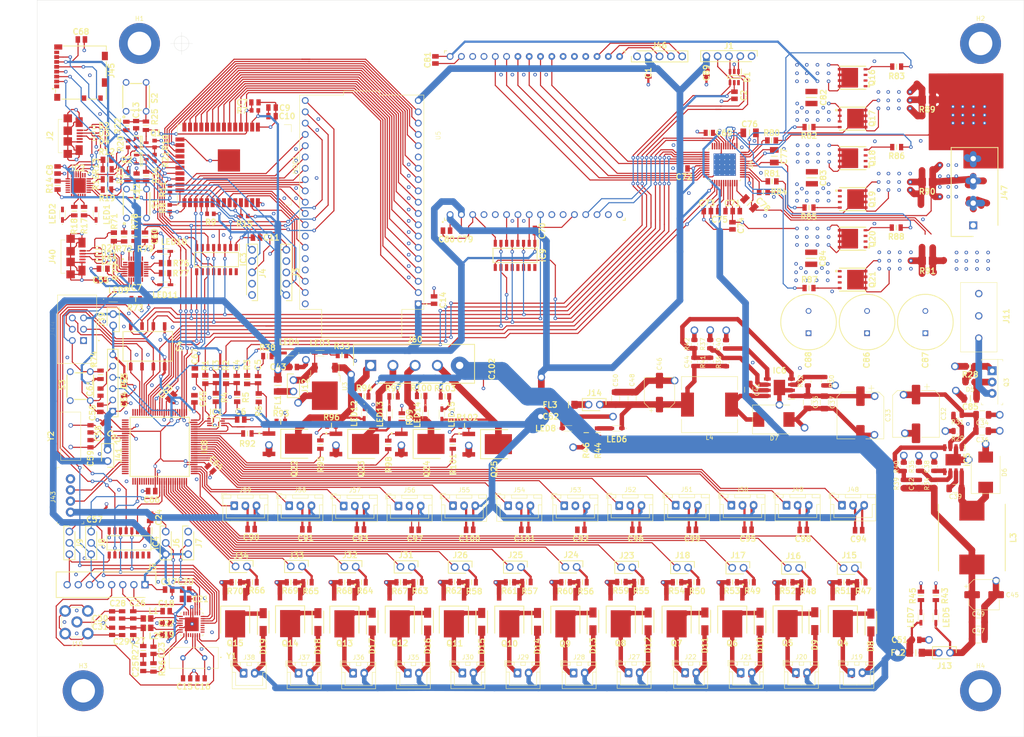
<source format=kicad_pcb>
(kicad_pcb (version 20171130) (host pcbnew "(5.1.4)-1")
  (layers (0 F.Cu signal) (1 B.Cu signal) (2 In1.Cu power) (31 ln2.Cu power) (34 B.Paste user) (35 F.Paste user) (36 B.SilkS user) (37 F.SilkS user) (38 B.Mask user) (39 F.Mask user) (44 Edge.Cuts user))
  (net 0 "")
  (net 1 +5V)
  (net 2 GND)
  (net 3 +3V3)
  (net 4 +48V)
  (net 5 +12V)
  (net 6 /Gate_Driver_und_Shunt/Shunt0)
  (net 7 /Gate_Driver_und_Shunt/Shunt1)
  (net 8 /Gate_Driver_und_Shunt/Shunt2)
  (net 9 /Atmega2560/RX1)
  (net 10 /Atmega2560/TX1)
  (net 11 /Atmega2560/REF0)
  (net 12 /Atmega2560/REF1)
  (net 13 /Atmega2560/REF2)
  (net 14 /Atmega2560/ISP1)
  (net 15 /Atmega2560/ISP0)
  (net 16 /Atmega2560/ISP2)
  (net 17 /Atmega2560/RX2)
  (net 18 /Atmega2560/TX2)
  (net 19 /Atmega2560/RX0)
  (net 20 /Atmega2560/TX0)
  (net 21 /Atmega2560/SPI3)
  (net 22 /Atmega2560/SPI2)
  (net 23 /Atmega2560/SPI1)
  (net 24 /Atmega2560/SPI0)
  (net 25 /Gate_Driver_und_Shunt/MOTOR0)
  (net 26 /Gate_Driver_und_Shunt/MOTOR1)
  (net 27 /Gate_Driver_und_Shunt/MOTOR2)
  (net 28 /Gate_Driver_und_Shunt/GATE0_H)
  (net 29 /Gate_Driver_und_Shunt/GATE0_L)
  (net 30 /Gate_Driver_und_Shunt/GATE1_H)
  (net 31 /Gate_Driver_und_Shunt/GATE1_L)
  (net 32 /Gate_Driver_und_Shunt/GATE2_H)
  (net 33 /Gate_Driver_und_Shunt/GATE2_L)
  (net 34 /Gate_Driver_und_Shunt/PWM7)
  (net 35 /Gate_Driver_und_Shunt/PWM6)
  (net 36 /Gate_Driver_und_Shunt/PWM5)
  (net 37 /Gate_Driver_und_Shunt/PWM4)
  (net 38 /Gate_Driver_und_Shunt/PWM2)
  (net 39 /Gate_Driver_und_Shunt/PWM3)
  (net 40 /ESP/IO0)
  (net 41 /ESP/EN)
  (net 42 /ESP/CTS)
  (net 43 /ESP/RTS)
  (net 44 "Net-(Q7-Pad1)")
  (net 45 "Net-(Q8-Pad1)")
  (net 46 /ESP/DTR)
  (net 47 "Net-(LED1-Pad1)")
  (net 48 "Net-(LED2-Pad1)")
  (net 49 /Atmega2560/VUSB2)
  (net 50 /Atmega2560/RESET)
  (net 51 /Atmega2560/DTR2)
  (net 52 /RFID/VMID)
  (net 53 "Net-(L1-Pad2)")
  (net 54 "Net-(L2-Pad1)")
  (net 55 /RFID/RX_RC522)
  (net 56 /Atmega2560/TX3)
  (net 57 /Atmega2560/RX3)
  (net 58 /Atmega2560/SPI4)
  (net 59 /Atmega2560/SPI5)
  (net 60 /RFID/IRQ)
  (net 61 /RFID/RESET)
  (net 62 /ESP/IO4)
  (net 63 /ESP/IO5)
  (net 64 /ESP/IO18)
  (net 65 /ESP/IO19)
  (net 66 /ESP/IO21)
  (net 67 /ESP/IO22)
  (net 68 /ESP/IO23)
  (net 69 /ESP/IO12)
  (net 70 /ESP/IO14)
  (net 71 /ESP/IO27)
  (net 72 /ESP/IO26)
  (net 73 /ESP/IO25)
  (net 74 /ESP/IO33)
  (net 75 /ESP/IO32)
  (net 76 /ESP/IO35)
  (net 77 /ESP/IO34)
  (net 78 /ESP/IO39)
  (net 79 /ESP/IO36)
  (net 80 /ESP/IO2)
  (net 81 /ESP/IO15)
  (net 82 /ESP/IO10)
  (net 83 /ESP/IO9)
  (net 84 /ESP/IO13)
  (net 85 /ESP/RX3.3V2)
  (net 86 /RFID/RX3.3V)
  (net 87 /RFID/MISO,TX)
  (net 88 "Net-(D11-Pad2)")
  (net 89 "Net-(D12-Pad2)")
  (net 90 "Net-(D13-Pad2)")
  (net 91 "Net-(D14-Pad2)")
  (net 92 "Net-(D15-Pad2)")
  (net 93 "Net-(D16-Pad2)")
  (net 94 "Net-(D17-Pad2)")
  (net 95 "Net-(D18-Pad2)")
  (net 96 "Net-(Q10-Pad1)")
  (net 97 "Net-(Q11-Pad1)")
  (net 98 "Net-(Q12-Pad1)")
  (net 99 "Net-(Q13-Pad1)")
  (net 100 "Net-(Q14-Pad1)")
  (net 101 "Net-(C3-Pad2)")
  (net 102 "Net-(C4-Pad2)")
  (net 103 "Net-(C5-Pad2)")
  (net 104 "Net-(D1-Pad4)")
  (net 105 "Net-(D1-Pad3)")
  (net 106 "Net-(D1-Pad1)")
  (net 107 "Net-(D10-Pad2)")
  (net 108 "Net-(Q9-Pad1)")
  (net 109 "Net-(D9-Pad2)")
  (net 110 "Net-(D3-Pad1)")
  (net 111 "Net-(D4-Pad1)")
  (net 112 /Gate_Driver_und_Shunt/ADCI0)
  (net 113 /Gate_Driver_und_Shunt/ADCI1)
  (net 114 /Atmega2560/SPI6)
  (net 115 /Gate_Driver_und_Shunt/SPILV3)
  (net 116 /Gate_Driver_und_Shunt/SPILV2)
  (net 117 /Gate_Driver_und_Shunt/SPILV0)
  (net 118 /RFID/SPILV2)
  (net 119 /RFID/SPILV0)
  (net 120 /RFID/SPILV6)
  (net 121 "Net-(C13-Pad2)")
  (net 122 "Net-(C28-Pad1)")
  (net 123 "Net-(D2-Pad1)")
  (net 124 "Net-(D8-Pad2)")
  (net 125 "Net-(D21-Pad2)")
  (net 126 "Net-(IC2-Pad26)")
  (net 127 "Net-(IC2-Pad25)")
  (net 128 "Net-(IC2-Pad19)")
  (net 129 "Net-(IC2-Pad18)")
  (net 130 "Net-(IC2-Pad8)")
  (net 131 "Net-(Q1-Pad1)")
  (net 132 "Net-(Q2-Pad1)")
  (net 133 "Net-(Q4-Pad1)")
  (net 134 "Net-(Q5-Pad1)")
  (net 135 "Net-(Q6-Pad1)")
  (net 136 "Net-(R80-Pad1)")
  (net 137 "Net-(C38-Pad1)")
  (net 138 "Net-(C39-Pad1)")
  (net 139 "Net-(C40-Pad1)")
  (net 140 "Net-(C41-Pad2)")
  (net 141 "Net-(C41-Pad1)")
  (net 142 "Net-(IC6-Pad6)")
  (net 143 "Net-(IC6-Pad3)")
  (net 144 /Atmega2560/Pumpe0)
  (net 145 /Atmega2560/Pumpe1)
  (net 146 /Atmega2560/Pumpe2)
  (net 147 /Atmega2560/Pumpe3)
  (net 148 /Atmega2560/Pumpe4)
  (net 149 /Atmega2560/Pumpe5)
  (net 150 /Atmega2560/Pumpe6)
  (net 151 /Atmega2560/Pumpe7)
  (net 152 /Atmega2560/Pumpe8)
  (net 153 /Atmega2560/Pumpe9)
  (net 154 /Atmega2560/Pumpe10)
  (net 155 /Atmega2560/Pumpe11)
  (net 156 /Atmega2560/Durchfluss2)
  (net 157 /Atmega2560/Durchfluss3)
  (net 158 /Atmega2560/Durchfluss4)
  (net 159 /Atmega2560/Durchfluss5)
  (net 160 /Atmega2560/Durchfluss0)
  (net 161 /Atmega2560/Durchfluss1)
  (net 162 /Atmega2560/Durchfluss6)
  (net 163 /Atmega2560/Durchfluss7)
  (net 164 /Atmega2560/Durchfluss8)
  (net 165 /Atmega2560/Durchfluss9)
  (net 166 /Atmega2560/Durchfluss10)
  (net 167 /Atmega2560/Durchfluss11)
  (net 168 /RFID/SDA,RX)
  (net 169 /Atmega2560/SPI7)
  (net 170 "Net-(FL2-Pad2)")
  (net 171 "Net-(FL3-Pad2)")
  (net 172 /Atmega2560/SPILV2)
  (net 173 /Atmega2560/SPILV0)
  (net 174 /Atmega2560/SPILV7)
  (net 175 /Atmega2560/SPILV5)
  (net 176 "Net-(C26-Pad2)")
  (net 177 "Net-(C27-Pad2)")
  (net 178 "Net-(C29-Pad1)")
  (net 179 "Net-(C59-Pad1)")
  (net 180 "Net-(C67-Pad1)")
  (net 181 "Net-(C69-Pad2)")
  (net 182 "Net-(C71-Pad2)")
  (net 183 "Net-(C75-Pad2)")
  (net 184 "Net-(C75-Pad1)")
  (net 185 "Net-(C76-Pad1)")
  (net 186 "Net-(C77-Pad1)")
  (net 187 "Net-(C78-Pad1)")
  (net 188 "Net-(FL1-Pad2)")
  (net 189 "Net-(J15-Pad1)")
  (net 190 "Net-(J23-Pad1)")
  (net 191 "Net-(J31-Pad1)")
  (net 192 "Net-(D22-Pad2)")
  (net 193 /Atmega2560/DIGITAL0)
  (net 194 /Atmega2560/DIGITAL1)
  (net 195 "Net-(C15-Pad2)")
  (net 196 "Net-(C16-Pad2)")
  (net 197 "Net-(C25-Pad2)")
  (net 198 "Net-(C44-Pad2)")
  (net 199 "Net-(C44-Pad1)")
  (net 200 "Net-(D5-Pad2)")
  (net 201 "Net-(D19-Pad2)")
  (net 202 "Net-(Q15-Pad1)")
  (net 203 "Net-(R81-Pad1)")
  (net 204 "Net-(Q22-Pad1)")
  (net 205 "Net-(Q23-Pad1)")
  (net 206 "Net-(Q24-Pad1)")
  (net 207 "Net-(Q25-Pad1)")
  (net 208 /Atmega2560/LED0)
  (net 209 /Atmega2560/LED1)
  (net 210 /Atmega2560/LED2)
  (net 211 /Atmega2560/LED3)
  (net 212 "Net-(LED5-Pad2)")
  (net 213 "Net-(LED6-Pad2)")
  (net 214 "Net-(LED7-Pad2)")
  (net 215 "Net-(LED8-Pad2)")
  (net 216 "Net-(LED9-Pad2)")
  (net 217 /Atmega2560/5V_uC)
  (net 218 /ESP/TXD)
  (net 219 /ESP/RXD)
  (net 220 /ESP/RSTB)
  (net 221 "Net-(C54-Pad1)")
  (net 222 /Gate_Driver_und_Shunt/SPI_GD_OUT)
  (net 223 Earth)
  (net 224 "Net-(C12-Pad2)")
  (net 225 "Net-(C39-Pad2)")
  (net 226 "Net-(J6-Pad2)")
  (net 227 "Net-(J11-Pad1)")
  (net 228 "Net-(J16-Pad1)")
  (net 229 "Net-(J17-Pad1)")
  (net 230 "Net-(J24-Pad1)")
  (net 231 "Net-(J25-Pad1)")
  (net 232 "Net-(J32-Pad1)")
  (net 233 "Net-(J33-Pad1)")
  (net 234 "Net-(LED3-Pad2)")
  (net 235 "Net-(LED4-Pad2)")
  (net 236 "Net-(LED10-Pad1)")
  (net 237 "Net-(LED11-Pad1)")
  (net 238 "Net-(R82-Pad1)")
  (net 239 "Net-(R83-Pad1)")
  (net 240 "Net-(R84-Pad1)")
  (net 241 "Net-(R85-Pad1)")
  (net 242 "Net-(R86-Pad1)")
  (net 243 "Net-(R87-Pad1)")
  (net 244 "Net-(R88-Pad1)")
  (net 245 "Net-(J60-Pad1)")
  (net 246 "Net-(LED12-Pad1)")
  (net 247 "Net-(LED13-Pad1)")
  (net 248 "Net-(LED14-Pad1)")
  (net 249 "Net-(LED15-Pad1)")
  (net 250 "Net-(C53-Pad1)")
  (net 251 "Net-(C42-Pad2)")
  (net 252 "Net-(C42-Pad1)")
  (net 253 "Net-(IC5-Pad6)")
  (net 254 "Net-(IC5-Pad3)")
  (net 255 "Net-(IC7-Pad26)")
  (net 256 "Net-(IC7-Pad25)")
  (net 257 "Net-(IC7-Pad19)")
  (net 258 "Net-(IC7-Pad18)")
  (net 259 "Net-(IC7-Pad9)")
  (net 260 "Net-(IC7-Pad8)")
  (net 261 "Net-(J7-Pad2)")
  (net 262 "Net-(J12-Pad1)")
  (net 263 "Net-(J18-Pad1)")
  (net 264 "Net-(J26-Pad1)")
  (net 265 "Net-(J34-Pad1)")
  (net 266 "Net-(J46-Pad5)")
  (net 267 "Net-(J46-Pad4)")
  (net 268 "Net-(J46-Pad3)")
  (net 269 "Net-(J60-Pad4)")
  (net 270 "Net-(J60-Pad3)")
  (net 271 "Net-(J60-Pad2)")
  (net 272 "Net-(C56-Pad2)")
  (net 273 "Net-(C58-Pad1)")
  (module SamacSys_Parts:CAPC2012X88N (layer F.Cu) (at 62.15 73.8 90)
    (fp_text reference C60 (at 0 0 90) (layer F.SilkS) (effects (font (size 1.27 1.27) (thickness 0.254))))
    (fp_text value 0805_100nF,50V,5% hide)
    (pad 2 smd rect (at 0.8 0 90) (size 1.02 1.47) (layers F.Cu F.Paste F.Mask) (net 50 /Atmega2560/RESET))
    (pad 1 smd rect (at -0.8 0 90) (size 1.02 1.47) (layers F.Cu F.Paste F.Mask) (net 51 /Atmega2560/DTR2))
  )
  (module SamacSys_Parts:CAPC2012X88N (layer F.Cu) (at 50.05 83.6 180)
    (fp_text reference C55 (at 0 0) (layer F.SilkS) (effects (font (size 1.27 1.27) (thickness 0.254))))
    (fp_text value 0805_100nF,50V,5% hide)
    (pad 2 smd rect (at 0.8 0 180) (size 1.02 1.47) (layers F.Cu F.Paste F.Mask) (net 2 GND))
    (pad 1 smd rect (at -0.8 0 180) (size 1.02 1.47) (layers F.Cu F.Paste F.Mask) (net 3 +3V3))
  )
  (module SamacSys_Parts:CAPC2012X140N (layer F.Cu) (at 186.15 37 270)
    (fp_text reference C89 (at 0 0 90) (layer F.SilkS) (effects (font (size 1.27 1.27) (thickness 0.254))))
    (fp_text value 0805_100nF,100V,5% hide)
    (pad 2 smd rect (at 0.8 0 270) (size 1.02 1.47) (layers F.Cu F.Paste F.Mask) (net 2 GND))
    (pad 1 smd rect (at -0.8 0 270) (size 1.02 1.47) (layers F.Cu F.Paste F.Mask) (net 1 +5V))
  )
  (module SamacSys_Parts:CAPC2012X140N (layer F.Cu) (at 173.1 37 90)
    (fp_text reference C1 (at 0 0 90) (layer F.SilkS) (effects (font (size 1.27 1.27) (thickness 0.254))))
    (fp_text value 0805_100nF,100V,5% hide)
    (pad 2 smd rect (at 0.8 0 90) (size 1.02 1.47) (layers F.Cu F.Paste F.Mask) (net 1 +5V))
    (pad 1 smd rect (at -0.8 0 90) (size 1.02 1.47) (layers F.Cu F.Paste F.Mask) (net 2 GND))
  )
  (module SamacSys_Parts:PG-TDSON-8-5 (layer F.Cu) (at 219 38.1 90)
    (fp_text reference Q16 (at 0 4.35 90) (layer F.SilkS) (effects (font (size 1.27 1.27) (thickness 0.254))))
    (fp_text value BSC030N08NS5ATMA1 hide)
    (pad 9 smd rect (at 0 -0.65 180) (size 3.75 4.41) (layers F.Cu F.Paste F.Mask) (net 4 +48V))
    (pad 8 smd rect (at -1.905 -2.925 90) (size 0.6 0.8) (layers F.Cu F.Paste F.Mask) (net 4 +48V))
    (pad 7 smd rect (at -0.635 -2.925 90) (size 0.6 0.8) (layers F.Cu F.Paste F.Mask) (net 4 +48V))
    (pad 6 smd rect (at 0.635 -2.925 90) (size 0.6 0.8) (layers F.Cu F.Paste F.Mask) (net 4 +48V))
    (pad 5 smd rect (at 1.905 -2.925 90) (size 0.6 0.8) (layers F.Cu F.Paste F.Mask) (net 4 +48V))
    (pad 4 smd rect (at 1.905 2.9 90) (size 0.5 0.85) (layers F.Cu F.Paste F.Mask) (net 28 /Gate_Driver_und_Shunt/GATE0_H))
    (pad 3 smd rect (at 0.635 2.9 90) (size 0.5 0.85) (layers F.Cu F.Paste F.Mask) (net 6 /Gate_Driver_und_Shunt/Shunt0))
    (pad 2 smd rect (at -0.635 2.9 90) (size 0.5 0.85) (layers F.Cu F.Paste F.Mask) (net 6 /Gate_Driver_und_Shunt/Shunt0))
    (pad 1 smd rect (at -1.905 2.9 90) (size 0.5 0.85) (layers F.Cu F.Paste F.Mask) (net 6 /Gate_Driver_und_Shunt/Shunt0))
  )
  (module SamacSys_Parts:PG-TDSON-8-5 (layer F.Cu) (at 219 47.3 270)
    (fp_text reference Q17 (at -0.05 -4.4 90) (layer F.SilkS) (effects (font (size 1.27 1.27) (thickness 0.254))))
    (fp_text value BSC030N08NS5ATMA1 hide)
    (pad 9 smd rect (at 0 -0.65) (size 3.75 4.41) (layers F.Cu F.Paste F.Mask) (net 6 /Gate_Driver_und_Shunt/Shunt0))
    (pad 8 smd rect (at -1.905 -2.925 270) (size 0.6 0.8) (layers F.Cu F.Paste F.Mask) (net 6 /Gate_Driver_und_Shunt/Shunt0))
    (pad 7 smd rect (at -0.635 -2.925 270) (size 0.6 0.8) (layers F.Cu F.Paste F.Mask) (net 6 /Gate_Driver_und_Shunt/Shunt0))
    (pad 6 smd rect (at 0.635 -2.925 270) (size 0.6 0.8) (layers F.Cu F.Paste F.Mask) (net 6 /Gate_Driver_und_Shunt/Shunt0))
    (pad 5 smd rect (at 1.905 -2.925 270) (size 0.6 0.8) (layers F.Cu F.Paste F.Mask) (net 6 /Gate_Driver_und_Shunt/Shunt0))
    (pad 4 smd rect (at 1.905 2.9 270) (size 0.5 0.85) (layers F.Cu F.Paste F.Mask) (net 29 /Gate_Driver_und_Shunt/GATE0_L))
    (pad 3 smd rect (at 0.635 2.9 270) (size 0.5 0.85) (layers F.Cu F.Paste F.Mask) (net 2 GND))
    (pad 2 smd rect (at -0.635 2.9 270) (size 0.5 0.85) (layers F.Cu F.Paste F.Mask) (net 2 GND))
    (pad 1 smd rect (at -1.905 2.9 270) (size 0.5 0.85) (layers F.Cu F.Paste F.Mask) (net 2 GND))
  )
  (module SamacSys_Parts:PG-TDSON-8-5 (layer F.Cu) (at 219.021226 56.200151 90)
    (fp_text reference Q18 (at 0.000151 4.378774 90) (layer F.SilkS) (effects (font (size 1.27 1.27) (thickness 0.254))))
    (fp_text value BSC030N08NS5ATMA1 hide)
    (pad 9 smd rect (at 0 -0.65 180) (size 3.75 4.41) (layers F.Cu F.Paste F.Mask) (net 4 +48V))
    (pad 8 smd rect (at -1.905 -2.925 90) (size 0.6 0.8) (layers F.Cu F.Paste F.Mask) (net 4 +48V))
    (pad 7 smd rect (at -0.635 -2.925 90) (size 0.6 0.8) (layers F.Cu F.Paste F.Mask) (net 4 +48V))
    (pad 6 smd rect (at 0.635 -2.925 90) (size 0.6 0.8) (layers F.Cu F.Paste F.Mask) (net 4 +48V))
    (pad 5 smd rect (at 1.905 -2.925 90) (size 0.6 0.8) (layers F.Cu F.Paste F.Mask) (net 4 +48V))
    (pad 4 smd rect (at 1.905 2.9 90) (size 0.5 0.85) (layers F.Cu F.Paste F.Mask) (net 30 /Gate_Driver_und_Shunt/GATE1_H))
    (pad 3 smd rect (at 0.635 2.9 90) (size 0.5 0.85) (layers F.Cu F.Paste F.Mask) (net 7 /Gate_Driver_und_Shunt/Shunt1))
    (pad 2 smd rect (at -0.635 2.9 90) (size 0.5 0.85) (layers F.Cu F.Paste F.Mask) (net 7 /Gate_Driver_und_Shunt/Shunt1))
    (pad 1 smd rect (at -1.905 2.9 90) (size 0.5 0.85) (layers F.Cu F.Paste F.Mask) (net 7 /Gate_Driver_und_Shunt/Shunt1))
  )
  (module SamacSys_Parts:PG-TDSON-8-5 (layer F.Cu) (at 219.021226 65.400151 270)
    (fp_text reference Q19 (at 0.049849 -4.378774 90) (layer F.SilkS) (effects (font (size 1.27 1.27) (thickness 0.254))))
    (fp_text value BSC030N08NS5ATMA1 hide)
    (pad 9 smd rect (at 0 -0.65) (size 3.75 4.41) (layers F.Cu F.Paste F.Mask) (net 7 /Gate_Driver_und_Shunt/Shunt1))
    (pad 8 smd rect (at -1.905 -2.925 270) (size 0.6 0.8) (layers F.Cu F.Paste F.Mask) (net 7 /Gate_Driver_und_Shunt/Shunt1))
    (pad 7 smd rect (at -0.635 -2.925 270) (size 0.6 0.8) (layers F.Cu F.Paste F.Mask) (net 7 /Gate_Driver_und_Shunt/Shunt1))
    (pad 6 smd rect (at 0.635 -2.925 270) (size 0.6 0.8) (layers F.Cu F.Paste F.Mask) (net 7 /Gate_Driver_und_Shunt/Shunt1))
    (pad 5 smd rect (at 1.905 -2.925 270) (size 0.6 0.8) (layers F.Cu F.Paste F.Mask) (net 7 /Gate_Driver_und_Shunt/Shunt1))
    (pad 4 smd rect (at 1.905 2.9 270) (size 0.5 0.85) (layers F.Cu F.Paste F.Mask) (net 31 /Gate_Driver_und_Shunt/GATE1_L))
    (pad 3 smd rect (at 0.635 2.9 270) (size 0.5 0.85) (layers F.Cu F.Paste F.Mask) (net 2 GND))
    (pad 2 smd rect (at -0.635 2.9 270) (size 0.5 0.85) (layers F.Cu F.Paste F.Mask) (net 2 GND))
    (pad 1 smd rect (at -1.905 2.9 270) (size 0.5 0.85) (layers F.Cu F.Paste F.Mask) (net 2 GND))
  )
  (module SamacSys_Parts:PG-TDSON-8-5 (layer F.Cu) (at 219 74.3 90)
    (fp_text reference Q20 (at -0.05 4.45 90) (layer F.SilkS) (effects (font (size 1.27 1.27) (thickness 0.254))))
    (fp_text value BSC030N08NS5ATMA1 hide)
    (pad 9 smd rect (at 0 -0.65 180) (size 3.75 4.41) (layers F.Cu F.Paste F.Mask) (net 4 +48V))
    (pad 8 smd rect (at -1.905 -2.925 90) (size 0.6 0.8) (layers F.Cu F.Paste F.Mask) (net 4 +48V))
    (pad 7 smd rect (at -0.635 -2.925 90) (size 0.6 0.8) (layers F.Cu F.Paste F.Mask) (net 4 +48V))
    (pad 6 smd rect (at 0.635 -2.925 90) (size 0.6 0.8) (layers F.Cu F.Paste F.Mask) (net 4 +48V))
    (pad 5 smd rect (at 1.905 -2.925 90) (size 0.6 0.8) (layers F.Cu F.Paste F.Mask) (net 4 +48V))
    (pad 4 smd rect (at 1.905 2.9 90) (size 0.5 0.85) (layers F.Cu F.Paste F.Mask) (net 32 /Gate_Driver_und_Shunt/GATE2_H))
    (pad 3 smd rect (at 0.635 2.9 90) (size 0.5 0.85) (layers F.Cu F.Paste F.Mask) (net 8 /Gate_Driver_und_Shunt/Shunt2))
    (pad 2 smd rect (at -0.635 2.9 90) (size 0.5 0.85) (layers F.Cu F.Paste F.Mask) (net 8 /Gate_Driver_und_Shunt/Shunt2))
    (pad 1 smd rect (at -1.905 2.9 90) (size 0.5 0.85) (layers F.Cu F.Paste F.Mask) (net 8 /Gate_Driver_und_Shunt/Shunt2))
  )
  (module SamacSys_Parts:PG-TDSON-8-5 (layer F.Cu) (at 219 83.5 270)
    (fp_text reference Q21 (at 0 -4.45 90) (layer F.SilkS) (effects (font (size 1.27 1.27) (thickness 0.254))))
    (fp_text value BSC030N08NS5ATMA1 hide)
    (pad 9 smd rect (at 0 -0.65) (size 3.75 4.41) (layers F.Cu F.Paste F.Mask) (net 8 /Gate_Driver_und_Shunt/Shunt2))
    (pad 8 smd rect (at -1.905 -2.925 270) (size 0.6 0.8) (layers F.Cu F.Paste F.Mask) (net 8 /Gate_Driver_und_Shunt/Shunt2))
    (pad 7 smd rect (at -0.635 -2.925 270) (size 0.6 0.8) (layers F.Cu F.Paste F.Mask) (net 8 /Gate_Driver_und_Shunt/Shunt2))
    (pad 6 smd rect (at 0.635 -2.925 270) (size 0.6 0.8) (layers F.Cu F.Paste F.Mask) (net 8 /Gate_Driver_und_Shunt/Shunt2))
    (pad 5 smd rect (at 1.905 -2.925 270) (size 0.6 0.8) (layers F.Cu F.Paste F.Mask) (net 8 /Gate_Driver_und_Shunt/Shunt2))
    (pad 4 smd rect (at 1.905 2.9 270) (size 0.5 0.85) (layers F.Cu F.Paste F.Mask) (net 33 /Gate_Driver_und_Shunt/GATE2_L))
    (pad 3 smd rect (at 0.635 2.9 270) (size 0.5 0.85) (layers F.Cu F.Paste F.Mask) (net 2 GND))
    (pad 2 smd rect (at -0.635 2.9 270) (size 0.5 0.85) (layers F.Cu F.Paste F.Mask) (net 2 GND))
    (pad 1 smd rect (at -1.905 2.9 270) (size 0.5 0.85) (layers F.Cu F.Paste F.Mask) (net 2 GND))
  )
  (module digikey-footprints:TO-220-3 (layer F.Cu) (at 250.35 104 270)
    (fp_text reference Q3 (at 2.62 -3.22 90) (layer F.SilkS))
    (fp_text value IRF9540NPBF)
    (pad 3 thru_hole circle (at 5.08 0 270) (size 2 2) (drill 1) (layers *.Cu *.Mask) (net 227 "Net-(J11-Pad1)"))
    (pad 2 thru_hole circle (at 2.54 0 270) (size 2 2) (drill 1) (layers *.Cu *.Mask) (net 4 +48V))
    (pad 1 thru_hole rect (at 0 0 270) (size 2 2) (drill 1) (layers *.Cu *.Mask) (net 200 "Net-(D5-Pad2)"))
  )
  (module Inductor_SMD:L_12x12mm_H8mm (layer F.Cu) (at 186.85 111.6 180)
    (fp_text reference L4 (at 0 -7.4) (layer F.SilkS))
    (fp_text value 47uH)
    (pad 2 smd rect (at 4.95 0 180) (size 2.9 5.4) (layers F.Cu F.Paste F.Mask) (net 199 "Net-(C44-Pad1)"))
    (pad 1 smd rect (at -4.95 0 180) (size 2.9 5.4) (layers F.Cu F.Paste F.Mask) (net 141 "Net-(C41-Pad1)"))
  )
  (module MP24943DN-LF:SOIC127P600X170-9N (layer F.Cu) (at 202.55 107.75 180)
    (fp_text reference IC6 (at -0.05 3.8) (layer F.SilkS) (effects (font (size 1.27 1.27) (thickness 0.254))))
    (fp_text value MP24943DN-LF hide)
    (pad 9 smd rect (at 0 0 180) (size 2.56 3.45) (layers F.Cu F.Paste F.Mask) (net 2 GND))
    (pad 8 smd rect (at 2.712 -1.905 270) (size 0.7 1.525) (layers F.Cu F.Paste F.Mask) (net 141 "Net-(C41-Pad1)"))
    (pad 7 smd rect (at 2.712 -0.635 270) (size 0.7 1.525) (layers F.Cu F.Paste F.Mask) (net 140 "Net-(C41-Pad2)"))
    (pad 6 smd rect (at 2.712 0.635 270) (size 0.7 1.525) (layers F.Cu F.Paste F.Mask) (net 142 "Net-(IC6-Pad6)"))
    (pad 5 smd rect (at 2.712 1.905 270) (size 0.7 1.525) (layers F.Cu F.Paste F.Mask) (net 139 "Net-(C40-Pad1)"))
    (pad 4 smd rect (at -2.712 1.905 270) (size 0.7 1.525) (layers F.Cu F.Paste F.Mask) (net 198 "Net-(C44-Pad2)"))
    (pad 3 smd rect (at -2.712 0.635 270) (size 0.7 1.525) (layers F.Cu F.Paste F.Mask) (net 143 "Net-(IC6-Pad3)"))
    (pad 2 smd rect (at -2.712 -0.635 270) (size 0.7 1.525) (layers F.Cu F.Paste F.Mask) (net 2 GND))
    (pad 1 smd rect (at -2.712 -1.905 270) (size 0.7 1.525) (layers F.Cu F.Paste F.Mask) (net 4 +48V))
  )
  (module MP24943DN-LF:SOIC127P600X170-9N (layer F.Cu) (at 241.6 124 270)
    (fp_text reference IC5 (at 0 -3.1 90) (layer F.SilkS) (effects (font (size 1.27 1.27) (thickness 0.254))))
    (fp_text value MP24943DN-LF hide)
    (pad 9 smd rect (at 0 0 270) (size 2.56 3.45) (layers F.Cu F.Paste F.Mask) (net 2 GND))
    (pad 8 smd rect (at 2.712 -1.905) (size 0.7 1.525) (layers F.Cu F.Paste F.Mask) (net 138 "Net-(C39-Pad1)"))
    (pad 7 smd rect (at 2.712 -0.635) (size 0.7 1.525) (layers F.Cu F.Paste F.Mask) (net 225 "Net-(C39-Pad2)"))
    (pad 6 smd rect (at 2.712 0.635) (size 0.7 1.525) (layers F.Cu F.Paste F.Mask) (net 253 "Net-(IC5-Pad6)"))
    (pad 5 smd rect (at 2.712 1.905) (size 0.7 1.525) (layers F.Cu F.Paste F.Mask) (net 137 "Net-(C38-Pad1)"))
    (pad 4 smd rect (at -2.712 1.905) (size 0.7 1.525) (layers F.Cu F.Paste F.Mask) (net 251 "Net-(C42-Pad2)"))
    (pad 3 smd rect (at -2.712 0.635) (size 0.7 1.525) (layers F.Cu F.Paste F.Mask) (net 254 "Net-(IC5-Pad3)"))
    (pad 2 smd rect (at -2.712 -0.635) (size 0.7 1.525) (layers F.Cu F.Paste F.Mask) (net 2 GND))
    (pad 1 smd rect (at -2.712 -1.905) (size 0.7 1.525) (layers F.Cu F.Paste F.Mask) (net 4 +48V))
  )
  (module MSS1583-104KEB:INDPM150150X860N (layer F.Cu) (at 245.8 141.5 270)
    (fp_text reference L3 (at 0.05 -9.3 90) (layer F.SilkS) (effects (font (size 1.27 1.27) (thickness 0.254))))
    (fp_text value 100uH hide)
    (pad 2 smd rect (at 6.05 0 270) (size 4.45 5.65) (layers F.Cu F.Paste F.Mask) (net 252 "Net-(C42-Pad1)"))
    (pad 1 smd rect (at -6.05 0 270) (size 4.45 5.65) (layers F.Cu F.Paste F.Mask) (net 138 "Net-(C39-Pad1)"))
  )
  (module SamacSys_Parts:D-PAK_TO-252AA__1 (layer F.Cu) (at 141.5 120.5 270)
    (fp_text reference Q25 (at 5.61669 3.0374 90) (layer F.SilkS) (effects (font (size 1.27 1.27) (thickness 0.254))))
    (fp_text value IRLR8726PBF hide)
    (pad 4 smd rect (at 0 2.1 270) (size 4.5 6.1) (layers F.Cu F.Paste F.Mask) (net 269 "Net-(J60-Pad4)"))
    (pad 3 smd rect (at 2.29 8.75 270) (size 1 2.85) (layers F.Cu F.Paste F.Mask) (net 2 GND))
    (pad 1 smd rect (at -2.29 8.75 270) (size 1 2.85) (layers F.Cu F.Paste F.Mask) (net 207 "Net-(Q25-Pad1)"))
  )
  (module SamacSys_Parts:D-PAK_TO-252AA__1 (layer F.Cu) (at 126.35 120.45 270)
    (fp_text reference Q24 (at 5.61669 3.0374 90) (layer F.SilkS) (effects (font (size 1.27 1.27) (thickness 0.254))))
    (fp_text value IRLR8726PBF hide)
    (pad 4 smd rect (at 0 2.1 270) (size 4.5 6.1) (layers F.Cu F.Paste F.Mask) (net 270 "Net-(J60-Pad3)"))
    (pad 3 smd rect (at 2.29 8.75 270) (size 1 2.85) (layers F.Cu F.Paste F.Mask) (net 2 GND))
    (pad 1 smd rect (at -2.29 8.75 270) (size 1 2.85) (layers F.Cu F.Paste F.Mask) (net 206 "Net-(Q24-Pad1)"))
  )
  (module SamacSys_Parts:D-PAK_TO-252AA__1 (layer F.Cu) (at 111.65 120.45 270)
    (fp_text reference Q23 (at 5.61669 3.0374 90) (layer F.SilkS) (effects (font (size 1.27 1.27) (thickness 0.254))))
    (fp_text value IRLR8726PBF hide)
    (pad 4 smd rect (at 0 2.1 270) (size 4.5 6.1) (layers F.Cu F.Paste F.Mask) (net 271 "Net-(J60-Pad2)"))
    (pad 3 smd rect (at 2.29 8.75 270) (size 1 2.85) (layers F.Cu F.Paste F.Mask) (net 2 GND))
    (pad 1 smd rect (at -2.29 8.75 270) (size 1 2.85) (layers F.Cu F.Paste F.Mask) (net 205 "Net-(Q23-Pad1)"))
  )
  (module SamacSys_Parts:D-PAK_TO-252AA__1 (layer F.Cu) (at 96.6 120.4 270)
    (fp_text reference Q22 (at 5.61669 3.0374 90) (layer F.SilkS) (effects (font (size 1.27 1.27) (thickness 0.254))))
    (fp_text value IRLR8726PBF hide)
    (pad 4 smd rect (at 0 2.1 270) (size 4.5 6.1) (layers F.Cu F.Paste F.Mask) (net 245 "Net-(J60-Pad1)"))
    (pad 3 smd rect (at 2.29 8.75 270) (size 1 2.85) (layers F.Cu F.Paste F.Mask) (net 2 GND))
    (pad 1 smd rect (at -2.29 8.75 270) (size 1 2.85) (layers F.Cu F.Paste F.Mask) (net 204 "Net-(Q22-Pad1)"))
  )
  (module SamacSys_Parts:D-PAK_TO-252AA__1 (layer F.Cu) (at 80.25 163 180)
    (fp_text reference Q15 (at 0 -2.25) (layer F.SilkS) (effects (font (size 1.27 1.27) (thickness 0.254))))
    (fp_text value IRLR8726PBF hide)
    (pad 4 smd rect (at 0 2.1 180) (size 4.5 6.1) (layers F.Cu F.Paste F.Mask) (net 201 "Net-(D19-Pad2)"))
    (pad 3 smd rect (at 2.29 8.75 180) (size 1 2.85) (layers F.Cu F.Paste F.Mask) (net 2 GND))
    (pad 1 smd rect (at -2.29 8.75 180) (size 1 2.85) (layers F.Cu F.Paste F.Mask) (net 202 "Net-(Q15-Pad1)"))
  )
  (module SamacSys_Parts:D-PAK_TO-252AA__1 (layer F.Cu) (at 92.6 162.95 180)
    (fp_text reference Q14 (at 0 -2.35) (layer F.SilkS) (effects (font (size 1.27 1.27) (thickness 0.254))))
    (fp_text value IRLR8726PBF hide)
    (pad 4 smd rect (at 0 2.1 180) (size 4.5 6.1) (layers F.Cu F.Paste F.Mask) (net 95 "Net-(D18-Pad2)"))
    (pad 3 smd rect (at 2.29 8.75 180) (size 1 2.85) (layers F.Cu F.Paste F.Mask) (net 2 GND))
    (pad 1 smd rect (at -2.29 8.75 180) (size 1 2.85) (layers F.Cu F.Paste F.Mask) (net 100 "Net-(Q14-Pad1)"))
  )
  (module SamacSys_Parts:D-PAK_TO-252AA__1 (layer F.Cu) (at 129.4 163 180)
    (fp_text reference Q11 (at -0.2 -2.3) (layer F.SilkS) (effects (font (size 1.27 1.27) (thickness 0.254))))
    (fp_text value IRLR8726PBF hide)
    (pad 4 smd rect (at 0 2.1 180) (size 4.5 6.1) (layers F.Cu F.Paste F.Mask) (net 92 "Net-(D15-Pad2)"))
    (pad 3 smd rect (at 2.29 8.75 180) (size 1 2.85) (layers F.Cu F.Paste F.Mask) (net 2 GND))
    (pad 1 smd rect (at -2.29 8.75 180) (size 1 2.85) (layers F.Cu F.Paste F.Mask) (net 97 "Net-(Q11-Pad1)"))
  )
  (module SamacSys_Parts:D-PAK_TO-252AA__1 (layer F.Cu) (at 141.85 163 180)
    (fp_text reference Q10 (at -0.05 -2.35) (layer F.SilkS) (effects (font (size 1.27 1.27) (thickness 0.254))))
    (fp_text value IRLR8726PBF hide)
    (pad 4 smd rect (at 0 2.1 180) (size 4.5 6.1) (layers F.Cu F.Paste F.Mask) (net 91 "Net-(D14-Pad2)"))
    (pad 3 smd rect (at 2.29 8.75 180) (size 1 2.85) (layers F.Cu F.Paste F.Mask) (net 2 GND))
    (pad 1 smd rect (at -2.29 8.75 180) (size 1 2.85) (layers F.Cu F.Paste F.Mask) (net 96 "Net-(Q10-Pad1)"))
  )
  (module SamacSys_Parts:D-PAK_TO-252AA__1 (layer F.Cu) (at 154.45 163 180)
    (fp_text reference Q9 (at 0.05 -2.4) (layer F.SilkS) (effects (font (size 1.27 1.27) (thickness 0.254))))
    (fp_text value IRLR8726PBF hide)
    (pad 4 smd rect (at 0 2.1 180) (size 4.5 6.1) (layers F.Cu F.Paste F.Mask) (net 90 "Net-(D13-Pad2)"))
    (pad 3 smd rect (at 2.29 8.75 180) (size 1 2.85) (layers F.Cu F.Paste F.Mask) (net 2 GND))
    (pad 1 smd rect (at -2.29 8.75 180) (size 1 2.85) (layers F.Cu F.Paste F.Mask) (net 108 "Net-(Q9-Pad1)"))
  )
  (module SamacSys_Parts:D-PAK_TO-252AA__1 (layer F.Cu) (at 204.4 162.95 180)
    (fp_text reference Q5 (at 0.01669 -2.2626) (layer F.SilkS) (effects (font (size 1.27 1.27) (thickness 0.254))))
    (fp_text value IRLR8726PBF hide)
    (pad 4 smd rect (at 0 2.1 180) (size 4.5 6.1) (layers F.Cu F.Paste F.Mask) (net 109 "Net-(D9-Pad2)"))
    (pad 3 smd rect (at 2.29 8.75 180) (size 1 2.85) (layers F.Cu F.Paste F.Mask) (net 2 GND))
    (pad 1 smd rect (at -2.29 8.75 180) (size 1 2.85) (layers F.Cu F.Paste F.Mask) (net 134 "Net-(Q5-Pad1)"))
  )
  (module SamacSys_Parts:D-PAK_TO-252AA__1 (layer F.Cu) (at 104.8 163 180)
    (fp_text reference Q13 (at -0.05 -2.3) (layer F.SilkS) (effects (font (size 1.27 1.27) (thickness 0.254))))
    (fp_text value IRLR8726PBF hide)
    (pad 4 smd rect (at 0 2.1 180) (size 4.5 6.1) (layers F.Cu F.Paste F.Mask) (net 94 "Net-(D17-Pad2)"))
    (pad 3 smd rect (at 2.29 8.75 180) (size 1 2.85) (layers F.Cu F.Paste F.Mask) (net 2 GND))
    (pad 1 smd rect (at -2.29 8.75 180) (size 1 2.85) (layers F.Cu F.Paste F.Mask) (net 99 "Net-(Q13-Pad1)"))
  )
  (module SamacSys_Parts:D-PAK_TO-252AA__1 (layer F.Cu) (at 117.25 163 180)
    (fp_text reference Q12 (at 0 -2.25) (layer F.SilkS) (effects (font (size 1.27 1.27) (thickness 0.254))))
    (fp_text value IRLR8726PBF hide)
    (pad 4 smd rect (at 0 2.1 180) (size 4.5 6.1) (layers F.Cu F.Paste F.Mask) (net 93 "Net-(D16-Pad2)"))
    (pad 3 smd rect (at 2.29 8.75 180) (size 1 2.85) (layers F.Cu F.Paste F.Mask) (net 2 GND))
    (pad 1 smd rect (at -2.29 8.75 180) (size 1 2.85) (layers F.Cu F.Paste F.Mask) (net 98 "Net-(Q12-Pad1)"))
  )
  (module SamacSys_Parts:D-PAK_TO-252AA__1 (layer F.Cu) (at 166.9 163 180)
    (fp_text reference Q8 (at 0.05 -2.25) (layer F.SilkS) (effects (font (size 1.27 1.27) (thickness 0.254))))
    (fp_text value IRLR8726PBF hide)
    (pad 4 smd rect (at 0 2.1 180) (size 4.5 6.1) (layers F.Cu F.Paste F.Mask) (net 89 "Net-(D12-Pad2)"))
    (pad 3 smd rect (at 2.29 8.75 180) (size 1 2.85) (layers F.Cu F.Paste F.Mask) (net 2 GND))
    (pad 1 smd rect (at -2.29 8.75 180) (size 1 2.85) (layers F.Cu F.Paste F.Mask) (net 45 "Net-(Q8-Pad1)"))
  )
  (module SamacSys_Parts:D-PAK_TO-252AA__1 (layer F.Cu) (at 179.45 163 180)
    (fp_text reference Q7 (at 0.01669 -2.2626) (layer F.SilkS) (effects (font (size 1.27 1.27) (thickness 0.254))))
    (fp_text value IRLR8726PBF hide)
    (pad 4 smd rect (at 0 2.1 180) (size 4.5 6.1) (layers F.Cu F.Paste F.Mask) (net 88 "Net-(D11-Pad2)"))
    (pad 3 smd rect (at 2.29 8.75 180) (size 1 2.85) (layers F.Cu F.Paste F.Mask) (net 2 GND))
    (pad 1 smd rect (at -2.29 8.75 180) (size 1 2.85) (layers F.Cu F.Paste F.Mask) (net 44 "Net-(Q7-Pad1)"))
  )
  (module SamacSys_Parts:D-PAK_TO-252AA__1 (layer F.Cu) (at 191.95 163 180)
    (fp_text reference Q6 (at 0.01669 -2.2626) (layer F.SilkS) (effects (font (size 1.27 1.27) (thickness 0.254))))
    (fp_text value IRLR8726PBF hide)
    (pad 4 smd rect (at 0 2.1 180) (size 4.5 6.1) (layers F.Cu F.Paste F.Mask) (net 107 "Net-(D10-Pad2)"))
    (pad 3 smd rect (at 2.29 8.75 180) (size 1 2.85) (layers F.Cu F.Paste F.Mask) (net 2 GND))
    (pad 1 smd rect (at -2.29 8.75 180) (size 1 2.85) (layers F.Cu F.Paste F.Mask) (net 135 "Net-(Q6-Pad1)"))
  )
  (module SamacSys_Parts:D-PAK_TO-252AA__1 (layer F.Cu) (at 216.8 162.95 180)
    (fp_text reference Q4 (at 0.01669 -2.2626) (layer F.SilkS) (effects (font (size 1.27 1.27) (thickness 0.254))))
    (fp_text value IRLR8726PBF hide)
    (pad 4 smd rect (at 0 2.1 180) (size 4.5 6.1) (layers F.Cu F.Paste F.Mask) (net 124 "Net-(D8-Pad2)"))
    (pad 3 smd rect (at 2.29 8.75 180) (size 1 2.85) (layers F.Cu F.Paste F.Mask) (net 2 GND))
    (pad 1 smd rect (at -2.29 8.75 180) (size 1 2.85) (layers F.Cu F.Paste F.Mask) (net 133 "Net-(Q4-Pad1)"))
  )
  (module RC522:QFN50P500X500X100-33N (layer F.Cu) (at 70.5 161 270)
    (fp_text reference U2 (at -0.58 -3.608 90) (layer F.SilkS) (effects (font (size 0.8 0.8) (thickness 0.015))))
    (fp_text value MFRC522)
    (pad 33 smd rect (at 0 0 270) (size 3.1 3.1) (layers F.Cu F.Mask) (net 2 GND))
    (pad 32 smd rect (at -1.75 -2.435 270) (size 0.26 0.86) (layers F.Cu F.Paste F.Mask) (net 261 "Net-(J7-Pad2)"))
    (pad 31 smd rect (at -1.25 -2.435 270) (size 0.26 0.86) (layers F.Cu F.Paste F.Mask) (net 87 /RFID/MISO,TX))
    (pad 30 smd rect (at -0.75 -2.435 270) (size 0.26 0.86) (layers F.Cu F.Paste F.Mask) (net 119 /RFID/SPILV0))
    (pad 29 smd rect (at -0.25 -2.435 270) (size 0.26 0.86) (layers F.Cu F.Paste F.Mask) (net 118 /RFID/SPILV2))
    (pad 28 smd rect (at 0.25 -2.435 270) (size 0.26 0.86) (layers F.Cu F.Paste F.Mask))
    (pad 27 smd rect (at 0.75 -2.435 270) (size 0.26 0.86) (layers F.Cu F.Paste F.Mask))
    (pad 26 smd rect (at 1.25 -2.435 270) (size 0.26 0.86) (layers F.Cu F.Paste F.Mask))
    (pad 25 smd rect (at 1.75 -2.435 270) (size 0.26 0.86) (layers F.Cu F.Paste F.Mask))
    (pad 24 smd rect (at 2.435 -1.75 270) (size 0.86 0.26) (layers F.Cu F.Paste F.Mask) (net 168 /RFID/SDA,RX))
    (pad 23 smd rect (at 2.435 -1.25 270) (size 0.86 0.26) (layers F.Cu F.Paste F.Mask) (net 60 /RFID/IRQ))
    (pad 22 smd rect (at 2.435 -0.75 270) (size 0.86 0.26) (layers F.Cu F.Paste F.Mask) (net 196 "Net-(C16-Pad2)"))
    (pad 21 smd rect (at 2.435 -0.25 270) (size 0.86 0.26) (layers F.Cu F.Paste F.Mask) (net 195 "Net-(C15-Pad2)"))
    (pad 20 smd rect (at 2.435 0.25 270) (size 0.86 0.26) (layers F.Cu F.Paste F.Mask))
    (pad 19 smd rect (at 2.435 0.75 270) (size 0.86 0.26) (layers F.Cu F.Paste F.Mask))
    (pad 18 smd rect (at 2.435 1.25 270) (size 0.86 0.26) (layers F.Cu F.Paste F.Mask) (net 2 GND))
    (pad 17 smd rect (at 2.435 1.75 270) (size 0.86 0.26) (layers F.Cu F.Paste F.Mask) (net 55 /RFID/RX_RC522))
    (pad 16 smd rect (at 1.75 2.435 270) (size 0.26 0.86) (layers F.Cu F.Paste F.Mask) (net 52 /RFID/VMID))
    (pad 15 smd rect (at 1.25 2.435 270) (size 0.26 0.86) (layers F.Cu F.Paste F.Mask) (net 3 +3V3))
    (pad 14 smd rect (at 0.75 2.435 270) (size 0.26 0.86) (layers F.Cu F.Paste F.Mask) (net 2 GND))
    (pad 13 smd rect (at 0.25 2.435 270) (size 0.26 0.86) (layers F.Cu F.Paste F.Mask) (net 54 "Net-(L2-Pad1)"))
    (pad 12 smd rect (at -0.25 2.435 270) (size 0.26 0.86) (layers F.Cu F.Paste F.Mask) (net 3 +3V3))
    (pad 11 smd rect (at -0.75 2.435 270) (size 0.26 0.86) (layers F.Cu F.Paste F.Mask) (net 53 "Net-(L1-Pad2)"))
    (pad 10 smd rect (at -1.25 2.435 270) (size 0.26 0.86) (layers F.Cu F.Paste F.Mask) (net 2 GND))
    (pad 9 smd rect (at -1.75 2.435 270) (size 0.26 0.86) (layers F.Cu F.Paste F.Mask) (net 3 +3V3))
    (pad 8 smd rect (at -2.435 1.75 270) (size 0.86 0.26) (layers F.Cu F.Paste F.Mask))
    (pad 7 smd rect (at -2.435 1.25 270) (size 0.86 0.26) (layers F.Cu F.Paste F.Mask))
    (pad 6 smd rect (at -2.435 0.75 270) (size 0.86 0.26) (layers F.Cu F.Paste F.Mask) (net 61 /RFID/RESET))
    (pad 5 smd rect (at -2.435 0.25 270) (size 0.86 0.26) (layers F.Cu F.Paste F.Mask) (net 2 GND))
    (pad 4 smd rect (at -2.435 -0.25 270) (size 0.86 0.26) (layers F.Cu F.Paste F.Mask) (net 2 GND))
    (pad 3 smd rect (at -2.435 -0.75 270) (size 0.86 0.26) (layers F.Cu F.Paste F.Mask) (net 3 +3V3))
    (pad 2 smd rect (at -2.435 -1.25 270) (size 0.86 0.26) (layers F.Cu F.Paste F.Mask) (net 3 +3V3))
    (pad 1 smd rect (at -2.435 -1.75 270) (size 0.86 0.26) (layers F.Cu F.Paste F.Mask) (net 226 "Net-(J6-Pad2)"))
  )
  (module SamacSys_Parts:LFXTAL014948Bulk (layer F.Cu) (at 73.4 168.55 180)
    (fp_text reference Y1 (at -6.05 0.4) (layer F.SilkS) (effects (font (size 1.27 1.27) (thickness 0.254))))
    (fp_text value LFXTAL014948Bulk hide)
    (pad 2 thru_hole circle (at 4.88 0 180) (size 1.192 1.192) (drill 0.65) (layers *.Cu *.Mask) (net 195 "Net-(C15-Pad2)"))
    (pad 1 thru_hole circle (at 0 0 180) (size 1.192 1.192) (drill 0.65) (layers *.Cu *.Mask) (net 196 "Net-(C16-Pad2)"))
  )
  (module SamacSys_Parts:CAPC2012X70N (layer F.Cu) (at 69.35 173.15 180)
    (fp_text reference C15 (at 0.45 -1.85) (layer F.SilkS) (effects (font (size 1.27 1.27) (thickness 0.254))))
    (fp_text value 0805_10pF,16V,5% hide)
    (pad 2 smd rect (at 0.81 0 180) (size 0.96 1.39) (layers F.Cu F.Paste F.Mask) (net 195 "Net-(C15-Pad2)"))
    (pad 1 smd rect (at -0.81 0 180) (size 0.96 1.39) (layers F.Cu F.Paste F.Mask) (net 2 GND))
  )
  (module SamacSys_Parts:CAPC2012X70N (layer F.Cu) (at 72.6 173.15)
    (fp_text reference C16 (at 0.3 1.85) (layer F.SilkS) (effects (font (size 1.27 1.27) (thickness 0.254))))
    (fp_text value 0805_10pF,16V,5% hide)
    (pad 2 smd rect (at 0.81 0) (size 0.96 1.39) (layers F.Cu F.Paste F.Mask) (net 196 "Net-(C16-Pad2)"))
    (pad 1 smd rect (at -0.81 0) (size 0.96 1.39) (layers F.Cu F.Paste F.Mask) (net 2 GND))
  )
  (module SamacSys_Parts:CAPC2012X90N (layer F.Cu) (at 61.9 166.85 270)
    (fp_text reference C23 (at 0 -1.85 90) (layer F.SilkS) (effects (font (size 1.27 1.27) (thickness 0.254))))
    (fp_text value 0805_68nF,50V,10% hide)
    (pad 2 smd rect (at 0.81 0 270) (size 0.96 1.39) (layers F.Cu F.Paste F.Mask) (net 52 /RFID/VMID))
    (pad 1 smd rect (at -0.81 0 270) (size 0.96 1.39) (layers F.Cu F.Paste F.Mask) (net 2 GND))
  )
  (module SamacSys_Parts:CAPC2012X90N (layer F.Cu) (at 59.6 170.7 90)
    (fp_text reference C25 (at -0.4 -1.7 90) (layer F.SilkS) (effects (font (size 1.27 1.27) (thickness 0.254))))
    (fp_text value 0805_68nF,50V,10% hide)
    (pad 2 smd rect (at 0.81 0 90) (size 0.96 1.39) (layers F.Cu F.Paste F.Mask) (net 197 "Net-(C25-Pad2)"))
    (pad 1 smd rect (at -0.81 0 90) (size 0.96 1.39) (layers F.Cu F.Paste F.Mask) (net 55 /RFID/RX_RC522))
  )
  (module SamacSys_Parts:RESC2012X50N (layer F.Cu) (at 59.6 166.9 90)
    (fp_text reference R27 (at -0.35 -1.75 90) (layer F.SilkS) (effects (font (size 1.27 1.27) (thickness 0.254))))
    (fp_text value 0805_560Ohm,150V,1%,125mW hide)
    (pad 2 smd rect (at 1 0 90) (size 0.95 1.45) (layers F.Cu F.Paste F.Mask) (net 177 "Net-(C27-Pad2)"))
    (pad 1 smd rect (at -1 0 90) (size 0.95 1.45) (layers F.Cu F.Paste F.Mask) (net 197 "Net-(C25-Pad2)"))
  )
  (module SamacSys_Parts:CAPC2012X88N (layer F.Cu) (at 64.75 160.75 180)
    (fp_text reference C22 (at 0 0) (layer F.SilkS) (effects (font (size 1.27 1.27) (thickness 0.254))))
    (fp_text value 0805_100nF,50V,5% hide)
    (pad 2 smd rect (at 0.8 0 180) (size 1.02 1.47) (layers F.Cu F.Paste F.Mask) (net 2 GND))
    (pad 1 smd rect (at -0.8 0 180) (size 1.02 1.47) (layers F.Cu F.Paste F.Mask) (net 3 +3V3))
  )
  (module SamacSys_Parts:CAPC2012X88N (layer F.Cu) (at 69.1 155.3 180)
    (fp_text reference C21 (at -3.35 -0.05) (layer F.SilkS) (effects (font (size 1.27 1.27) (thickness 0.254))))
    (fp_text value 0805_100nF,50V,5% hide)
    (pad 2 smd rect (at 0.8 0 180) (size 1.02 1.47) (layers F.Cu F.Paste F.Mask) (net 2 GND))
    (pad 1 smd rect (at -0.8 0 180) (size 1.02 1.47) (layers F.Cu F.Paste F.Mask) (net 3 +3V3))
  )
  (module SamacSys_Parts:CAPC2012X88N (layer F.Cu) (at 69.15 153.2 180)
    (fp_text reference C20 (at 0.05 1.8) (layer F.SilkS) (effects (font (size 1.27 1.27) (thickness 0.254))))
    (fp_text value 0805_100nF,50V,5% hide)
    (pad 2 smd rect (at 0.8 0 180) (size 1.02 1.47) (layers F.Cu F.Paste F.Mask) (net 2 GND))
    (pad 1 smd rect (at -0.8 0 180) (size 1.02 1.47) (layers F.Cu F.Paste F.Mask) (net 3 +3V3))
  )
  (module SamacSys_Parts:CAPC2012X88N (layer F.Cu) (at 64.75 163.35 180)
    (fp_text reference C19 (at 0 0) (layer F.SilkS) (effects (font (size 1.27 1.27) (thickness 0.254))))
    (fp_text value 0805_100nF,50V,5% hide)
    (pad 2 smd rect (at 0.8 0 180) (size 1.02 1.47) (layers F.Cu F.Paste F.Mask) (net 2 GND))
    (pad 1 smd rect (at -0.8 0 180) (size 1.02 1.47) (layers F.Cu F.Paste F.Mask) (net 3 +3V3))
  )
  (module SamacSys_Parts:CAPC2012X88N (layer F.Cu) (at 64.75 158.05 180)
    (fp_text reference C18 (at 0 1.7) (layer F.SilkS) (effects (font (size 1.27 1.27) (thickness 0.254))))
    (fp_text value 0805_100nF,50V,5% hide)
    (pad 2 smd rect (at 0.8 0 180) (size 1.02 1.47) (layers F.Cu F.Paste F.Mask) (net 2 GND))
    (pad 1 smd rect (at -0.8 0 180) (size 1.02 1.47) (layers F.Cu F.Paste F.Mask) (net 3 +3V3))
  )
  (module SamacSys_Parts:INDC2012X105N (layer F.Cu) (at 60.45 159.7)
    (fp_text reference L1 (at 1.45 -1.7) (layer F.SilkS) (effects (font (size 1.27 1.27) (thickness 0.254))))
    (fp_text value 0805_2.2uH,XYV,20% hide)
    (pad 2 smd rect (at 0.85 0) (size 1.2 1.45) (layers F.Cu F.Paste F.Mask) (net 53 "Net-(L1-Pad2)"))
    (pad 1 smd rect (at -0.85 0) (size 1.2 1.45) (layers F.Cu F.Paste F.Mask) (net 176 "Net-(C26-Pad2)"))
  )
  (module SamacSys_Parts:INDC2012X105N (layer F.Cu) (at 60.45 161.8 180)
    (fp_text reference L2 (at -1.5 -1.85) (layer F.SilkS) (effects (font (size 1.27 1.27) (thickness 0.254))))
    (fp_text value 0805_2.2uH,XYV,20% hide)
    (pad 2 smd rect (at 0.85 0 180) (size 1.2 1.45) (layers F.Cu F.Paste F.Mask) (net 177 "Net-(C27-Pad2)"))
    (pad 1 smd rect (at -0.85 0 180) (size 1.2 1.45) (layers F.Cu F.Paste F.Mask) (net 54 "Net-(L2-Pad1)"))
  )
  (module SamacSys_Parts:CAPC2013X88N (layer F.Cu) (at 57.35 158.8872 270)
    (fp_text reference C26 (at -2.6372 -0.95 180) (layer F.SilkS) (effects (font (size 1.27 1.27) (thickness 0.254))))
    (fp_text value 0805_47pF,50V,5% hide)
    (pad 2 smd rect (at 0.8128 0 270) (size 0.9144 1.4478) (layers F.Cu F.Paste F.Mask) (net 176 "Net-(C26-Pad2)"))
    (pad 1 smd rect (at -0.8128 0 270) (size 0.9144 1.4478) (layers F.Cu F.Paste F.Mask) (net 2 GND))
  )
  (module SamacSys_Parts:CAPC2013X88N (layer F.Cu) (at 57.35 162.6 90)
    (fp_text reference C27 (at -2.1 0.9 180) (layer F.SilkS) (effects (font (size 1.27 1.27) (thickness 0.254))))
    (fp_text value 0805_47pF,50V,5% hide)
    (pad 2 smd rect (at 0.8128 0 90) (size 0.9144 1.4478) (layers F.Cu F.Paste F.Mask) (net 177 "Net-(C27-Pad2)"))
    (pad 1 smd rect (at -0.8128 0 90) (size 0.9144 1.4478) (layers F.Cu F.Paste F.Mask) (net 2 GND))
  )
  (module SamacSys_Parts:CAPC2013X88N (layer F.Cu) (at 54.85 158.8872 270)
    (fp_text reference C28 (at -2.5872 1 180) (layer F.SilkS) (effects (font (size 1.27 1.27) (thickness 0.254))))
    (fp_text value 0805_47pF,50V,5% hide)
    (pad 2 smd rect (at 0.8128 0 270) (size 0.9144 1.4478) (layers F.Cu F.Paste F.Mask) (net 176 "Net-(C26-Pad2)"))
    (pad 1 smd rect (at -0.8128 0 270) (size 0.9144 1.4478) (layers F.Cu F.Paste F.Mask) (net 122 "Net-(C28-Pad1)"))
  )
  (module SamacSys_Parts:CAPC2013X88N (layer F.Cu) (at 54.85 162.6128 90)
    (fp_text reference C29 (at -2.2872 -0.2 180) (layer F.SilkS) (effects (font (size 1.27 1.27) (thickness 0.254))))
    (fp_text value 0805_47pF,50V,5% hide)
    (pad 2 smd rect (at 0.8128 0 90) (size 0.9144 1.4478) (layers F.Cu F.Paste F.Mask) (net 177 "Net-(C27-Pad2)"))
    (pad 1 smd rect (at -0.8128 0 90) (size 0.9144 1.4478) (layers F.Cu F.Paste F.Mask) (net 178 "Net-(C29-Pad1)"))
  )
  (module SamacSys_Parts:CAPC2012X70N (layer F.Cu) (at 52.6 158.9 90)
    (fp_text reference C30 (at -0.8 -2.7 180) (layer F.SilkS) (effects (font (size 1.27 1.27) (thickness 0.254))))
    (fp_text value 0805_120pF,50V,5% hide)
    (pad 2 smd rect (at 0.81 0 90) (size 0.96 1.39) (layers F.Cu F.Paste F.Mask) (net 122 "Net-(C28-Pad1)"))
    (pad 1 smd rect (at -0.81 0 90) (size 0.96 1.39) (layers F.Cu F.Paste F.Mask) (net 2 GND))
  )
  (module SamacSys_Parts:CAPC2012X70N (layer F.Cu) (at 52.6 162.59 270)
    (fp_text reference C31 (at -1.04 2.7 180) (layer F.SilkS) (effects (font (size 1.27 1.27) (thickness 0.254))))
    (fp_text value 0805_120pF,50V,5% hide)
    (pad 2 smd rect (at 0.81 0 270) (size 0.96 1.39) (layers F.Cu F.Paste F.Mask) (net 178 "Net-(C29-Pad1)"))
    (pad 1 smd rect (at -0.81 0 270) (size 0.96 1.39) (layers F.Cu F.Paste F.Mask) (net 2 GND))
  )
  (module digikey-footprints:RF_SMA_Vertical_5-1814832-1 (layer F.Cu) (at 44.6 160.55)
    (fp_text reference J10 (at 0.1 4.85) (layer F.SilkS))
    (fp_text value 5-1814832-1)
    (pad 1 thru_hole circle (at -2.54 2.54) (size 2.6 2.6) (drill 1.6) (layers *.Cu *.Mask) (net 178 "Net-(C29-Pad1)"))
    (pad 1 thru_hole circle (at 2.54 2.54) (size 2.6 2.6) (drill 1.6) (layers *.Cu *.Mask) (net 178 "Net-(C29-Pad1)"))
    (pad 1 thru_hole circle (at 2.54 -2.54) (size 2.6 2.6) (drill 1.6) (layers *.Cu *.Mask) (net 178 "Net-(C29-Pad1)"))
    (pad 1 thru_hole circle (at -2.54 -2.54) (size 2.6 2.6) (drill 1.6) (layers *.Cu *.Mask) (net 178 "Net-(C29-Pad1)"))
    (pad 2 thru_hole circle (at 0.1 -0.075) (size 2.5 2.5) (drill 1.5) (layers *.Cu *.Mask) (net 122 "Net-(C28-Pad1)"))
  )
  (module SamacSys_Parts:HDRV8W64P0X250_1X8_2240X575X700P (layer F.Cu) (at 60 152.1)
    (fp_text reference J5 (at 1.55 -3.95) (layer F.SilkS) (effects (font (size 1.27 1.27) (thickness 0.254))))
    (fp_text value B8B-XH-A_LF__SN_ hide)
    (pad 8 thru_hole circle (at -17.5 0) (size 1.65 1.65) (drill 1.1) (layers *.Cu *.Mask) (net 120 /RFID/SPILV6))
    (pad 7 thru_hole circle (at -15 0) (size 1.65 1.65) (drill 1.1) (layers *.Cu *.Mask) (net 118 /RFID/SPILV2))
    (pad 6 thru_hole circle (at -12.5 0) (size 1.65 1.65) (drill 1.1) (layers *.Cu *.Mask) (net 119 /RFID/SPILV0))
    (pad 5 thru_hole circle (at -10 0) (size 1.65 1.65) (drill 1.1) (layers *.Cu *.Mask) (net 23 /Atmega2560/SPI1))
    (pad 4 thru_hole circle (at -7.5 0) (size 1.65 1.65) (drill 1.1) (layers *.Cu *.Mask) (net 60 /RFID/IRQ))
    (pad 3 thru_hole circle (at -5 0) (size 1.65 1.65) (drill 1.1) (layers *.Cu *.Mask) (net 2 GND))
    (pad 2 thru_hole circle (at -2.5 0) (size 1.65 1.65) (drill 1.1) (layers *.Cu *.Mask) (net 61 /RFID/RESET))
    (pad 1 thru_hole rect (at 0 0) (size 1.65 1.65) (drill 1.1) (layers *.Cu *.Mask) (net 3 +3V3))
  )
  (module digikey-footprints:PinHeader_1x4_P2.5mm_Drill1.1mm (layer F.Cu) (at 43.25 135.8 90)
    (fp_text reference J43 (at 3.4 -3.9 90) (layer F.SilkS))
    (fp_text value B4B-XH-A_LF__SN_)
    (pad 4 thru_hole circle (at 7.5 0 90) (size 2.1 2.1) (drill 1.1) (layers *.Cu *.Mask) (net 2 GND))
    (pad 3 thru_hole circle (at 5 0 90) (size 2.1 2.1) (drill 1.1) (layers *.Cu *.Mask) (net 10 /Atmega2560/TX1))
    (pad 2 thru_hole circle (at 2.5 0 90) (size 2.1 2.1) (drill 1.1) (layers *.Cu *.Mask) (net 9 /Atmega2560/RX1))
    (pad 1 thru_hole circle (at 0 0 90) (size 2.1 2.1) (drill 1.1) (layers *.Cu *.Mask) (net 1 +5V))
  )
  (module SamacSys_Parts:CAPC2012X88N (layer F.Cu) (at 49.95 112.45 90)
    (fp_text reference C56 (at -1 -1.75 90) (layer F.SilkS) (effects (font (size 1.27 1.27) (thickness 0.254))))
    (fp_text value 0805_100nF,50V,5% hide)
    (pad 2 smd rect (at 0.8 0 90) (size 1.02 1.47) (layers F.Cu F.Paste F.Mask) (net 272 "Net-(C56-Pad2)"))
    (pad 1 smd rect (at -0.8 0 90) (size 1.02 1.47) (layers F.Cu F.Paste F.Mask) (net 50 /Atmega2560/RESET))
  )
  (module SamacSys_Parts:CAPC2012X70N (layer F.Cu) (at 47.75 117.05 270)
    (fp_text reference C58 (at 1.05 -1.75 90) (layer F.SilkS) (effects (font (size 1.27 1.27) (thickness 0.254))))
    (fp_text value 0805_22pF,50V,5% hide)
    (pad 2 smd rect (at 0.81 0 270) (size 0.96 1.39) (layers F.Cu F.Paste F.Mask) (net 2 GND))
    (pad 1 smd rect (at -0.81 0 270) (size 0.96 1.39) (layers F.Cu F.Paste F.Mask) (net 273 "Net-(C58-Pad1)"))
  )
  (module SamacSys_Parts:CAPC2012X70N (layer F.Cu) (at 47.75 120.4 90)
    (fp_text reference C59 (at -3.3 0 90) (layer F.SilkS) (effects (font (size 1.27 1.27) (thickness 0.254))))
    (fp_text value 0805_22pF,50V,5% hide)
    (pad 2 smd rect (at 0.81 0 90) (size 0.96 1.39) (layers F.Cu F.Paste F.Mask) (net 2 GND))
    (pad 1 smd rect (at -0.81 0 90) (size 0.96 1.39) (layers F.Cu F.Paste F.Mask) (net 179 "Net-(C59-Pad1)"))
  )
  (module SamacSys_Parts:CAPC2012X88N (layer F.Cu) (at 55.3 110.45 90)
    (fp_text reference C54 (at 0 0 90) (layer F.SilkS) (effects (font (size 1.27 1.27) (thickness 0.254))))
    (fp_text value 0805_100nF,50V,5% hide)
    (pad 2 smd rect (at 0.8 0 90) (size 1.02 1.47) (layers F.Cu F.Paste F.Mask) (net 2 GND))
    (pad 1 smd rect (at -0.8 0 90) (size 1.02 1.47) (layers F.Cu F.Paste F.Mask) (net 221 "Net-(C54-Pad1)"))
  )
  (module SamacSys_Parts:CAPC2012X88N (layer F.Cu) (at 55.35 106.3 270)
    (fp_text reference C53 (at 0 0 90) (layer F.SilkS) (effects (font (size 1.27 1.27) (thickness 0.254))))
    (fp_text value 0805_100nF,50V,5% hide)
    (pad 2 smd rect (at 0.8 0 270) (size 1.02 1.47) (layers F.Cu F.Paste F.Mask) (net 2 GND))
    (pad 1 smd rect (at -0.8 0 270) (size 1.02 1.47) (layers F.Cu F.Paste F.Mask) (net 250 "Net-(C53-Pad1)"))
  )
  (module SamacSys_Parts:SOP50P310X90-8N (layer F.Cu) (at 75.95 115.55)
    (fp_text reference IC1 (at 0 -2.25) (layer F.SilkS) (effects (font (size 1.27 1.27) (thickness 0.254))))
    (fp_text value SN74LVC3G17DCUR hide)
    (pad 8 smd rect (at 1.575 -0.75 90) (size 0.3 0.85) (layers F.Cu F.Paste F.Mask) (net 1 +5V))
    (pad 7 smd rect (at 1.575 -0.25 90) (size 0.3 0.85) (layers F.Cu F.Paste F.Mask) (net 12 /Atmega2560/REF1))
    (pad 6 smd rect (at 1.575 0.25 90) (size 0.3 0.85) (layers F.Cu F.Paste F.Mask) (net 103 "Net-(C5-Pad2)"))
    (pad 5 smd rect (at 1.575 0.75 90) (size 0.3 0.85) (layers F.Cu F.Paste F.Mask) (net 13 /Atmega2560/REF2))
    (pad 4 smd rect (at -1.575 0.75 90) (size 0.3 0.85) (layers F.Cu F.Paste F.Mask) (net 2 GND))
    (pad 3 smd rect (at -1.575 0.25 90) (size 0.3 0.85) (layers F.Cu F.Paste F.Mask) (net 102 "Net-(C4-Pad2)"))
    (pad 2 smd rect (at -1.575 -0.25 90) (size 0.3 0.85) (layers F.Cu F.Paste F.Mask) (net 11 /Atmega2560/REF0))
    (pad 1 smd rect (at -1.575 -0.75 90) (size 0.3 0.85) (layers F.Cu F.Paste F.Mask) (net 101 "Net-(C3-Pad2)"))
  )
  (module SamacSys_Parts:CAPC2013X70N (layer F.Cu) (at 75.95 105.95 270)
    (fp_text reference C3 (at -3.15 0 90) (layer F.SilkS) (effects (font (size 1.27 1.27) (thickness 0.254))))
    (fp_text value 0805_100pF,50V,5% hide)
    (pad 2 smd rect (at 0.8128 0 270) (size 0.9144 1.4478) (layers F.Cu F.Paste F.Mask) (net 101 "Net-(C3-Pad2)"))
    (pad 1 smd rect (at -0.8128 0 270) (size 0.9144 1.4478) (layers F.Cu F.Paste F.Mask) (net 2 GND))
  )
  (module SamacSys_Parts:CAPC2013X70N (layer F.Cu) (at 80.6 105.95 270)
    (fp_text reference C4 (at -3.25 0 90) (layer F.SilkS) (effects (font (size 1.27 1.27) (thickness 0.254))))
    (fp_text value 0805_100pF,50V,5% hide)
    (pad 2 smd rect (at 0.8128 0 270) (size 0.9144 1.4478) (layers F.Cu F.Paste F.Mask) (net 102 "Net-(C4-Pad2)"))
    (pad 1 smd rect (at -0.8128 0 270) (size 0.9144 1.4478) (layers F.Cu F.Paste F.Mask) (net 2 GND))
  )
  (module SamacSys_Parts:CAPC2013X70N (layer F.Cu) (at 85.4 106 270)
    (fp_text reference C5 (at -3.35 0 90) (layer F.SilkS) (effects (font (size 1.27 1.27) (thickness 0.254))))
    (fp_text value 0805_100pF,50V,5% hide)
    (pad 2 smd rect (at 0.8128 0 270) (size 0.9144 1.4478) (layers F.Cu F.Paste F.Mask) (net 103 "Net-(C5-Pad2)"))
    (pad 1 smd rect (at -0.8128 0 270) (size 0.9144 1.4478) (layers F.Cu F.Paste F.Mask) (net 2 GND))
  )
  (module SamacSys_Parts:RESC2012X70N (layer F.Cu) (at 73.55 105.95 270)
    (fp_text reference R1 (at -3.15 0 90) (layer F.SilkS) (effects (font (size 1.27 1.27) (thickness 0.254))))
    (fp_text value 0805_22ohm,150V,125mW,1% hide)
    (pad 2 smd rect (at 0.95 0 270) (size 1.05 1.4) (layers F.Cu F.Paste F.Mask) (net 101 "Net-(C3-Pad2)"))
    (pad 1 smd rect (at -0.95 0 270) (size 1.05 1.4) (layers F.Cu F.Paste F.Mask) (net 104 "Net-(D1-Pad4)"))
  )
  (module SamacSys_Parts:RESC2012X70N (layer F.Cu) (at 78.2 105.95 270)
    (fp_text reference R2 (at -3.15 0 90) (layer F.SilkS) (effects (font (size 1.27 1.27) (thickness 0.254))))
    (fp_text value 0805_22ohm,150V,125mW,1% hide)
    (pad 2 smd rect (at 0.95 0 270) (size 1.05 1.4) (layers F.Cu F.Paste F.Mask) (net 102 "Net-(C4-Pad2)"))
    (pad 1 smd rect (at -0.95 0 270) (size 1.05 1.4) (layers F.Cu F.Paste F.Mask) (net 105 "Net-(D1-Pad3)"))
  )
  (module SamacSys_Parts:RESC2012X70N (layer F.Cu) (at 82.95 106 270)
    (fp_text reference R3 (at -3.35 0 90) (layer F.SilkS) (effects (font (size 1.27 1.27) (thickness 0.254))))
    (fp_text value 0805_22ohm,150V,125mW,1% hide)
    (pad 2 smd rect (at 0.95 0 270) (size 1.05 1.4) (layers F.Cu F.Paste F.Mask) (net 103 "Net-(C5-Pad2)"))
    (pad 1 smd rect (at -0.95 0 270) (size 1.05 1.4) (layers F.Cu F.Paste F.Mask) (net 106 "Net-(D1-Pad1)"))
  )
  (module SamacSys_Parts:RESC2012X70N (layer F.Cu) (at 200.8 52.2)
    (fp_text reference R80 (at 0 -1.7) (layer F.SilkS) (effects (font (size 1.27 1.27) (thickness 0.254))))
    (fp_text value 0805_22ohm,150V,125mW,1% hide)
    (pad 2 smd rect (at 0.95 0) (size 1.05 1.4) (layers F.Cu F.Paste F.Mask) (net 25 /Gate_Driver_und_Shunt/MOTOR0))
    (pad 1 smd rect (at -0.95 0) (size 1.05 1.4) (layers F.Cu F.Paste F.Mask) (net 136 "Net-(R80-Pad1)"))
  )
  (module SamacSys_Parts:RESC2012X70N (layer F.Cu) (at 200.9 61.4)
    (fp_text reference R81 (at 0 -1.75) (layer F.SilkS) (effects (font (size 1.27 1.27) (thickness 0.254))))
    (fp_text value 0805_22ohm,150V,125mW,1% hide)
    (pad 2 smd rect (at 0.95 0) (size 1.05 1.4) (layers F.Cu F.Paste F.Mask) (net 26 /Gate_Driver_und_Shunt/MOTOR1))
    (pad 1 smd rect (at -0.95 0) (size 1.05 1.4) (layers F.Cu F.Paste F.Mask) (net 203 "Net-(R81-Pad1)"))
  )
  (module SamacSys_Parts:RESC2012X70N (layer F.Cu) (at 198.95 63.8)
    (fp_text reference R84 (at 3.5 -0.05) (layer F.SilkS) (effects (font (size 1.27 1.27) (thickness 0.254))))
    (fp_text value 0805_22ohm,150V,125mW,1% hide)
    (pad 2 smd rect (at 0.95 0) (size 1.05 1.4) (layers F.Cu F.Paste F.Mask) (net 27 /Gate_Driver_und_Shunt/MOTOR2))
    (pad 1 smd rect (at -0.95 0) (size 1.05 1.4) (layers F.Cu F.Paste F.Mask) (net 240 "Net-(R84-Pad1)"))
  )
  (module SamacSys_Parts:AP2012YD (layer F.Cu) (at 92.4 100 180)
    (fp_text reference LED4 (at 0 2.5) (layer F.SilkS) (effects (font (size 1.27 1.27) (thickness 0.254))))
    (fp_text value AP2012YD_0 hide)
    (pad 2 smd rect (at 1.175 0 270) (size 0.65 1.25) (layers F.Cu F.Paste F.Mask) (net 235 "Net-(LED4-Pad2)"))
    (pad 1 smd rect (at -1.175 0 270) (size 0.65 1.25) (layers F.Cu F.Paste F.Mask) (net 3 +3V3))
  )
  (module SamacSys_Parts:AP2012YD (layer F.Cu) (at 99.3 100.05)
    (fp_text reference LED3 (at 0 -2.3) (layer F.SilkS) (effects (font (size 1.27 1.27) (thickness 0.254))))
    (fp_text value AP2012YD_0 hide)
    (pad 2 smd rect (at 1.175 0 90) (size 0.65 1.25) (layers F.Cu F.Paste F.Mask) (net 234 "Net-(LED3-Pad2)"))
    (pad 1 smd rect (at -1.175 0 90) (size 0.65 1.25) (layers F.Cu F.Paste F.Mask) (net 262 "Net-(J12-Pad1)"))
  )
  (module SamacSys_Parts:AP2012YD (layer F.Cu) (at 52.85 87.9)
    (fp_text reference LED9 (at 1.2 -2) (layer F.SilkS) (effects (font (size 1.27 1.27) (thickness 0.254))))
    (fp_text value AP2012YD_0 hide)
    (pad 2 smd rect (at 1.175 0 90) (size 0.65 1.25) (layers F.Cu F.Paste F.Mask) (net 216 "Net-(LED9-Pad2)"))
    (pad 1 smd rect (at -1.175 0 90) (size 0.65 1.25) (layers F.Cu F.Paste F.Mask) (net 217 /Atmega2560/5V_uC))
  )
  (module SamacSys_Parts:AP2012YD (layer F.Cu) (at 126.7 113.8 270)
    (fp_text reference LED15 (at 0 -2.2 90) (layer F.SilkS) (effects (font (size 1.27 1.27) (thickness 0.254))))
    (fp_text value AP2012YD_0 hide)
    (pad 2 smd rect (at 1.175 0) (size 0.65 1.25) (layers F.Cu F.Paste F.Mask) (net 269 "Net-(J60-Pad4)"))
    (pad 1 smd rect (at -1.175 0) (size 0.65 1.25) (layers F.Cu F.Paste F.Mask) (net 249 "Net-(LED15-Pad1)"))
  )
  (module SamacSys_Parts:AP2012YD (layer F.Cu) (at 123 113.8 270)
    (fp_text reference LED14 (at 0.1 1.8 90) (layer F.SilkS) (effects (font (size 1.27 1.27) (thickness 0.254))))
    (fp_text value AP2012YD_0 hide)
    (pad 2 smd rect (at 1.175 0) (size 0.65 1.25) (layers F.Cu F.Paste F.Mask) (net 270 "Net-(J60-Pad3)"))
    (pad 1 smd rect (at -1.175 0) (size 0.65 1.25) (layers F.Cu F.Paste F.Mask) (net 248 "Net-(LED14-Pad1)"))
  )
  (module SamacSys_Parts:AP2012YD (layer F.Cu) (at 114.9 113.7 270)
    (fp_text reference LED13 (at 0.05 2.1 90) (layer F.SilkS) (effects (font (size 1.27 1.27) (thickness 0.254))))
    (fp_text value AP2012YD_0 hide)
    (pad 2 smd rect (at 1.175 0) (size 0.65 1.25) (layers F.Cu F.Paste F.Mask) (net 271 "Net-(J60-Pad2)"))
    (pad 1 smd rect (at -1.175 0) (size 0.65 1.25) (layers F.Cu F.Paste F.Mask) (net 247 "Net-(LED13-Pad1)"))
  )
  (module SamacSys_Parts:AP2012YD (layer F.Cu) (at 109.25 113.625 270)
    (fp_text reference LED12 (at 0.025 2.25 90) (layer F.SilkS) (effects (font (size 1.27 1.27) (thickness 0.254))))
    (fp_text value AP2012YD_0 hide)
    (pad 2 smd rect (at 1.175 0) (size 0.65 1.25) (layers F.Cu F.Paste F.Mask) (net 245 "Net-(J60-Pad1)"))
    (pad 1 smd rect (at -1.175 0) (size 0.65 1.25) (layers F.Cu F.Paste F.Mask) (net 246 "Net-(LED12-Pad1)"))
  )
  (module SamacSys_Parts:AP2012YD (layer F.Cu) (at 154.95 116.95)
    (fp_text reference LED8 (at -4.95 0) (layer F.SilkS) (effects (font (size 1.27 1.27) (thickness 0.254))))
    (fp_text value AP2012YD_0 hide)
    (pad 2 smd rect (at 1.175 0 90) (size 0.65 1.25) (layers F.Cu F.Paste F.Mask) (net 215 "Net-(LED8-Pad2)"))
    (pad 1 smd rect (at -1.175 0 90) (size 0.65 1.25) (layers F.Cu F.Paste F.Mask) (net 1 +5V))
  )
  (module SamacSys_Parts:AP2012YD (layer F.Cu) (at 234.35 159.475 90)
    (fp_text reference LED7 (at 0 -2.3 90) (layer F.SilkS) (effects (font (size 1.27 1.27) (thickness 0.254))))
    (fp_text value AP2012YD_0 hide)
    (pad 2 smd rect (at 1.175 0 180) (size 0.65 1.25) (layers F.Cu F.Paste F.Mask) (net 214 "Net-(LED7-Pad2)"))
    (pad 1 smd rect (at -1.175 0 180) (size 0.65 1.25) (layers F.Cu F.Paste F.Mask) (net 5 +12V))
  )
  (module SamacSys_Parts:AP2012YD (layer F.Cu) (at 165.975 116.95 180)
    (fp_text reference LED6 (at -0.025 -2.45) (layer F.SilkS) (effects (font (size 1.27 1.27) (thickness 0.254))))
    (fp_text value AP2012YD_0 hide)
    (pad 2 smd rect (at 1.175 0 270) (size 0.65 1.25) (layers F.Cu F.Paste F.Mask) (net 213 "Net-(LED6-Pad2)"))
    (pad 1 smd rect (at -1.175 0 270) (size 0.65 1.25) (layers F.Cu F.Paste F.Mask) (net 199 "Net-(C44-Pad1)"))
  )
  (module SamacSys_Parts:AP2012YD (layer F.Cu) (at 237.7 159.475 90)
    (fp_text reference LED5 (at 0.025 2.35 90) (layer F.SilkS) (effects (font (size 1.27 1.27) (thickness 0.254))))
    (fp_text value AP2012YD_0 hide)
    (pad 2 smd rect (at 1.175 0 180) (size 0.65 1.25) (layers F.Cu F.Paste F.Mask) (net 212 "Net-(LED5-Pad2)"))
    (pad 1 smd rect (at -1.175 0 180) (size 0.65 1.25) (layers F.Cu F.Paste F.Mask) (net 252 "Net-(C42-Pad1)"))
  )
  (module SamacSys_Parts:SODFL1006X40N (layer F.Cu) (at 48.55 49.25)
    (fp_text reference D2 (at 2.25 -0.35) (layer F.SilkS) (effects (font (size 1.27 1.27) (thickness 0.254))))
    (fp_text value ESD9B5.0ST5G hide)
    (pad 2 smd rect (at 0.5 0 90) (size 0.32 0.51) (layers F.Cu F.Paste F.Mask) (net 2 GND))
    (pad 1 smd rect (at -0.5 0 90) (size 0.32 0.51) (layers F.Cu F.Paste F.Mask) (net 123 "Net-(D2-Pad1)"))
  )
  (module SamacSys_Parts:SODFL1006X40N (layer F.Cu) (at 48.55 50.55)
    (fp_text reference D3 (at 2.25 0.05) (layer F.SilkS) (effects (font (size 1.27 1.27) (thickness 0.254))))
    (fp_text value ESD9B5.0ST5G hide)
    (pad 2 smd rect (at 0.5 0 90) (size 0.32 0.51) (layers F.Cu F.Paste F.Mask) (net 2 GND))
    (pad 1 smd rect (at -0.5 0 90) (size 0.32 0.51) (layers F.Cu F.Paste F.Mask) (net 110 "Net-(D3-Pad1)"))
  )
  (module SamacSys_Parts:SODFL1006X40N (layer F.Cu) (at 48.55 51.9)
    (fp_text reference D4 (at 2.25 0.45) (layer F.SilkS) (effects (font (size 1.27 1.27) (thickness 0.254))))
    (fp_text value ESD9B5.0ST5G hide)
    (pad 2 smd rect (at 0.5 0 90) (size 0.32 0.51) (layers F.Cu F.Paste F.Mask) (net 2 GND))
    (pad 1 smd rect (at -0.5 0 90) (size 0.32 0.51) (layers F.Cu F.Paste F.Mask) (net 111 "Net-(D4-Pad1)"))
  )
  (module SamacSys_Parts:SODFL1006X40N (layer F.Cu) (at 49.2 76.35 180)
    (fp_text reference D20 (at -2.75 0) (layer F.SilkS) (effects (font (size 1.27 1.27) (thickness 0.254))))
    (fp_text value ESD9B5.0ST5G hide)
    (pad 2 smd rect (at 0.5 0 270) (size 0.32 0.51) (layers F.Cu F.Paste F.Mask) (net 49 /Atmega2560/VUSB2))
    (pad 1 smd rect (at -0.5 0 270) (size 0.32 0.51) (layers F.Cu F.Paste F.Mask) (net 2 GND))
  )
  (module SamacSys_Parts:SODFL1006X40N (layer F.Cu) (at 49.2 77.65 180)
    (fp_text reference D21 (at -2.75 -0.2) (layer F.SilkS) (effects (font (size 1.27 1.27) (thickness 0.254))))
    (fp_text value ESD9B5.0ST5G hide)
    (pad 2 smd rect (at 0.5 0 270) (size 0.32 0.51) (layers F.Cu F.Paste F.Mask) (net 125 "Net-(D21-Pad2)"))
    (pad 1 smd rect (at -0.5 0 270) (size 0.32 0.51) (layers F.Cu F.Paste F.Mask) (net 2 GND))
  )
  (module SamacSys_Parts:SODFL1006X40N (layer F.Cu) (at 49.2 79 180)
    (fp_text reference D22 (at -2.75 -0.45) (layer F.SilkS) (effects (font (size 1.27 1.27) (thickness 0.254))))
    (fp_text value ESD9B5.0ST5G hide)
    (pad 2 smd rect (at 0.5 0 270) (size 0.32 0.51) (layers F.Cu F.Paste F.Mask) (net 192 "Net-(D22-Pad2)"))
    (pad 1 smd rect (at -0.5 0 270) (size 0.32 0.51) (layers F.Cu F.Paste F.Mask) (net 2 GND))
  )
  (module SamacSys_Parts:AP2012YD (layer F.Cu) (at 49 68.9 90)
    (fp_text reference LED1 (at 0.05 2.4 90) (layer F.SilkS) (effects (font (size 1.27 1.27) (thickness 0.254))))
    (fp_text value AP2012YD hide)
    (pad 2 smd rect (at 1.175 0 180) (size 0.65 1.25) (layers F.Cu F.Paste F.Mask) (net 2 GND))
    (pad 1 smd rect (at -1.175 0 180) (size 0.65 1.25) (layers F.Cu F.Paste F.Mask) (net 47 "Net-(LED1-Pad1)"))
  )
  (module SamacSys_Parts:AP2012YD (layer F.Cu) (at 41.45 68.9 90)
    (fp_text reference LED2 (at 0.2 -2.25 90) (layer F.SilkS) (effects (font (size 1.27 1.27) (thickness 0.254))))
    (fp_text value AP2012YD hide)
    (pad 2 smd rect (at 1.175 0 180) (size 0.65 1.25) (layers F.Cu F.Paste F.Mask) (net 2 GND))
    (pad 1 smd rect (at -1.175 0 180) (size 0.65 1.25) (layers F.Cu F.Paste F.Mask) (net 48 "Net-(LED2-Pad1)"))
  )
  (module SamacSys_Parts:AP2012YD (layer F.Cu) (at 64.5 77.15 180)
    (fp_text reference LED10 (at -2 2.15) (layer F.SilkS) (effects (font (size 1.27 1.27) (thickness 0.254))))
    (fp_text value AP2012YD hide)
    (pad 2 smd rect (at 1.175 0 270) (size 0.65 1.25) (layers F.Cu F.Paste F.Mask) (net 2 GND))
    (pad 1 smd rect (at -1.175 0 270) (size 0.65 1.25) (layers F.Cu F.Paste F.Mask) (net 236 "Net-(LED10-Pad1)"))
  )
  (module SamacSys_Parts:AP2012YD (layer F.Cu) (at 64.55 84.65 180)
    (fp_text reference LED11 (at 0 -2.3) (layer F.SilkS) (effects (font (size 1.27 1.27) (thickness 0.254))))
    (fp_text value AP2012YD hide)
    (pad 2 smd rect (at 1.175 0 270) (size 0.65 1.25) (layers F.Cu F.Paste F.Mask) (net 2 GND))
    (pad 1 smd rect (at -1.175 0 270) (size 0.65 1.25) (layers F.Cu F.Paste F.Mask) (net 237 "Net-(LED11-Pad1)"))
  )
  (module SamacSys_Parts:RESC2012X70N (layer F.Cu) (at 75.9 110 270)
    (fp_text reference R4 (at 0 -1.95 90) (layer F.SilkS) (effects (font (size 1.27 1.27) (thickness 0.254))))
    (fp_text value 0805_4.7kOhm,150V,125mW,1% hide)
    (pad 2 smd rect (at 0.95 0 270) (size 1.05 1.4) (layers F.Cu F.Paste F.Mask) (net 1 +5V))
    (pad 1 smd rect (at -0.95 0 270) (size 1.05 1.4) (layers F.Cu F.Paste F.Mask) (net 101 "Net-(C3-Pad2)"))
  )
  (module SamacSys_Parts:RESC2012X70N (layer F.Cu) (at 80.7 110 270)
    (fp_text reference R5 (at 0 -1.95 90) (layer F.SilkS) (effects (font (size 1.27 1.27) (thickness 0.254))))
    (fp_text value 0805_4.7kOhm,150V,125mW,1% hide)
    (pad 2 smd rect (at 0.95 0 270) (size 1.05 1.4) (layers F.Cu F.Paste F.Mask) (net 1 +5V))
    (pad 1 smd rect (at -0.95 0 270) (size 1.05 1.4) (layers F.Cu F.Paste F.Mask) (net 102 "Net-(C4-Pad2)"))
  )
  (module SamacSys_Parts:RESC2012X70N (layer F.Cu) (at 85.55 110.05 270)
    (fp_text reference R6 (at 3 0 90) (layer F.SilkS) (effects (font (size 1.27 1.27) (thickness 0.254))))
    (fp_text value 0805_4.7kOhm,150V,125mW,1% hide)
    (pad 2 smd rect (at 0.95 0 270) (size 1.05 1.4) (layers F.Cu F.Paste F.Mask) (net 1 +5V))
    (pad 1 smd rect (at -0.95 0 270) (size 1.05 1.4) (layers F.Cu F.Paste F.Mask) (net 103 "Net-(C5-Pad2)"))
  )
  (module SamacSys_Parts:RESC2012X70N (layer F.Cu) (at 40.35 62.3 90)
    (fp_text reference R14 (at 0 -1.8 90) (layer F.SilkS) (effects (font (size 1.27 1.27) (thickness 0.254))))
    (fp_text value 0805_4.7kOhm,150V,125mW,1% hide)
    (pad 2 smd rect (at 0.95 0 90) (size 1.05 1.4) (layers F.Cu F.Paste F.Mask) (net 220 /ESP/RSTB))
    (pad 1 smd rect (at -0.95 0 90) (size 1.05 1.4) (layers F.Cu F.Paste F.Mask) (net 3 +3V3))
  )
  (module SamacSys_Parts:RESC2012X70N (layer F.Cu) (at 50.6 81.05)
    (fp_text reference R75 (at 2.8 0.8 90) (layer F.SilkS) (effects (font (size 1.27 1.27) (thickness 0.254))))
    (fp_text value 0805_4.7kOhm,150V,125mW,1% hide)
    (pad 2 smd rect (at 0.95 0) (size 1.05 1.4) (layers F.Cu F.Paste F.Mask) (net 259 "Net-(IC7-Pad9)"))
    (pad 1 smd rect (at -0.95 0) (size 1.05 1.4) (layers F.Cu F.Paste F.Mask) (net 3 +3V3))
  )
  (module SamacSys_Parts:CAPC2012X140N (layer F.Cu) (at 192.85 68.1)
    (fp_text reference C71 (at -0.85 -1.75) (layer F.SilkS) (effects (font (size 1.27 1.27) (thickness 0.254))))
    (fp_text value 0805_100nF,100V,5% hide)
    (pad 2 smd rect (at 0.8 0) (size 1.02 1.47) (layers F.Cu F.Paste F.Mask) (net 182 "Net-(C71-Pad2)"))
    (pad 1 smd rect (at -0.8 0) (size 1.02 1.47) (layers F.Cu F.Paste F.Mask) (net 4 +48V))
  )
  (module SamacSys_Parts:CAPC2012X140N (layer F.Cu) (at 186.35 68.1 180)
    (fp_text reference C73 (at 0.1 1.8) (layer F.SilkS) (effects (font (size 1.27 1.27) (thickness 0.254))))
    (fp_text value 0805_100nF,100V,5% hide)
    (pad 2 smd rect (at 0.8 0 180) (size 1.02 1.47) (layers F.Cu F.Paste F.Mask) (net 2 GND))
    (pad 1 smd rect (at -0.8 0 180) (size 1.02 1.47) (layers F.Cu F.Paste F.Mask) (net 5 +12V))
  )
  (module SamacSys_Parts:CAPC2012X140N (layer F.Cu) (at 192 71.4 270)
    (fp_text reference C74 (at -0.05 -1.9 90) (layer F.SilkS) (effects (font (size 1.27 1.27) (thickness 0.254))))
    (fp_text value 0805_100nF,100V,5% hide)
    (pad 2 smd rect (at 0.8 0 270) (size 1.02 1.47) (layers F.Cu F.Paste F.Mask) (net 2 GND))
    (pad 1 smd rect (at -0.8 0 270) (size 1.02 1.47) (layers F.Cu F.Paste F.Mask) (net 4 +48V))
  )
  (module SamacSys_Parts:CAPC2012X140N (layer F.Cu) (at 125.25 34.1 270)
    (fp_text reference C81 (at 0 1.75 90) (layer F.SilkS) (effects (font (size 1.27 1.27) (thickness 0.254))))
    (fp_text value 0805_100nF,100V,5% hide)
    (pad 2 smd rect (at 0.8 0 270) (size 1.02 1.47) (layers F.Cu F.Paste F.Mask) (net 2 GND))
    (pad 1 smd rect (at -0.8 0 270) (size 1.02 1.47) (layers F.Cu F.Paste F.Mask) (net 4 +48V))
  )
  (module SamacSys_Parts:CAPC2012X88N (layer F.Cu) (at 45.7 29.5 180)
    (fp_text reference C68 (at 0.1 1.75) (layer F.SilkS) (effects (font (size 1.27 1.27) (thickness 0.254))))
    (fp_text value 0805_100nF,50V,5% hide)
    (pad 2 smd rect (at 0.8 0 180) (size 1.02 1.47) (layers F.Cu F.Paste F.Mask) (net 3 +3V3))
    (pad 1 smd rect (at -0.8 0 180) (size 1.02 1.47) (layers F.Cu F.Paste F.Mask) (net 2 GND))
  )
  (module SamacSys_Parts:CAPC2012X90N (layer F.Cu) (at 84.7 43.65)
    (fp_text reference C7 (at -2.9 0.05) (layer F.SilkS) (effects (font (size 1.27 1.27) (thickness 0.254))))
    (fp_text value 0805_1nF,50V,10% hide)
    (pad 2 smd rect (at 0.81 0) (size 0.96 1.39) (layers F.Cu F.Paste F.Mask) (net 2 GND))
    (pad 1 smd rect (at -0.81 0) (size 0.96 1.39) (layers F.Cu F.Paste F.Mask) (net 41 /ESP/EN))
  )
  (module SamacSys_Parts:CAPC2012X145N (layer F.Cu) (at 233.15 164.5)
    (fp_text reference C51 (at -3.6 0) (layer F.SilkS) (effects (font (size 1.27 1.27) (thickness 0.254))))
    (fp_text value 0805_100uF,6.3V,20% hide)
    (pad 2 smd rect (at 0.83 0) (size 0.97 1.47) (layers F.Cu F.Paste F.Mask) (net 2 GND))
    (pad 1 smd rect (at -0.83 0) (size 0.97 1.47) (layers F.Cu F.Paste F.Mask) (net 5 +12V))
  )
  (module SamacSys_Parts:CAPC2012X145N (layer F.Cu) (at 154.63 114.3 180)
    (fp_text reference C52 (at 3.48 0) (layer F.SilkS) (effects (font (size 1.27 1.27) (thickness 0.254))))
    (fp_text value 0805_100uF,6.3V,20% hide)
    (pad 2 smd rect (at 0.83 0 180) (size 0.97 1.47) (layers F.Cu F.Paste F.Mask) (net 1 +5V))
    (pad 1 smd rect (at -0.83 0 180) (size 0.97 1.47) (layers F.Cu F.Paste F.Mask) (net 2 GND))
  )
  (module SamacSys_Parts:CAPC2012X145N (layer F.Cu) (at 93.3 103.15)
    (fp_text reference C43 (at -3.4 0) (layer F.SilkS) (effects (font (size 1.27 1.27) (thickness 0.254))))
    (fp_text value 0805_100uF,6.3V,20% hide)
    (pad 2 smd rect (at 0.83 0) (size 0.97 1.47) (layers F.Cu F.Paste F.Mask) (net 2 GND))
    (pad 1 smd rect (at -0.83 0) (size 0.97 1.47) (layers F.Cu F.Paste F.Mask) (net 3 +3V3))
  )
  (module SamacSys_Parts:CAPC2012X145N (layer F.Cu) (at 88.55 44.8 180)
    (fp_text reference C9 (at -2.85 -0.1) (layer F.SilkS) (effects (font (size 1.27 1.27) (thickness 0.254))))
    (fp_text value 0805_100uF,6.3V,20% hide)
    (pad 2 smd rect (at 0.83 0 180) (size 0.97 1.47) (layers F.Cu F.Paste F.Mask) (net 3 +3V3))
    (pad 1 smd rect (at -0.83 0 180) (size 0.97 1.47) (layers F.Cu F.Paste F.Mask) (net 2 GND))
  )
  (module SamacSys_Parts:CAPC2012X145N (layer F.Cu) (at 124.95 88.1 90)
    (fp_text reference C14 (at 0 2 90) (layer F.SilkS) (effects (font (size 1.27 1.27) (thickness 0.254))))
    (fp_text value 0805_100uF,6.3V,20% hide)
    (pad 2 smd rect (at 0.83 0 90) (size 0.97 1.47) (layers F.Cu F.Paste F.Mask) (net 2 GND))
    (pad 1 smd rect (at -0.83 0 90) (size 0.97 1.47) (layers F.Cu F.Paste F.Mask) (net 3 +3V3))
  )
  (module SamacSys_Parts:CAPC2013X140N (layer F.Cu) (at 88.55 46.75)
    (fp_text reference C10 (at 3.35 0) (layer F.SilkS) (effects (font (size 1.27 1.27) (thickness 0.254))))
    (fp_text value 0805_1uF,25V,10% hide)
    (pad 2 smd rect (at 0.82 0) (size 0.96 1.44) (layers F.Cu F.Paste F.Mask) (net 2 GND))
    (pad 1 smd rect (at -0.82 0) (size 0.96 1.44) (layers F.Cu F.Paste F.Mask) (net 3 +3V3))
  )
  (module SamacSys_Parts:CAPC2012X88N (layer F.Cu) (at 136.05 103.6 270)
    (fp_text reference C102 (at 0 -1.9 90) (layer F.SilkS) (effects (font (size 1.27 1.27) (thickness 0.254))))
    (fp_text value 0805_100nF,50V,5% hide)
    (pad 2 smd rect (at 0.8 0 270) (size 1.02 1.47) (layers F.Cu F.Paste F.Mask) (net 2 GND))
    (pad 1 smd rect (at -0.8 0 270) (size 1.02 1.47) (layers F.Cu F.Paste F.Mask) (net 5 +12V))
  )
  (module SamacSys_Parts:CAPC2012X88N (layer F.Cu) (at 145.35 139.75)
    (fp_text reference C101 (at -0.05 2) (layer F.SilkS) (effects (font (size 1.27 1.27) (thickness 0.254))))
    (fp_text value 0805_100nF,50V,5% hide)
    (pad 2 smd rect (at 0.8 0) (size 1.02 1.47) (layers F.Cu F.Paste F.Mask) (net 1 +5V))
    (pad 1 smd rect (at -0.8 0) (size 1.02 1.47) (layers F.Cu F.Paste F.Mask) (net 2 GND))
  )
  (module SamacSys_Parts:CAPC2012X88N (layer F.Cu) (at 132.95 139.75)
    (fp_text reference C100 (at -0.05 2) (layer F.SilkS) (effects (font (size 1.27 1.27) (thickness 0.254))))
    (fp_text value 0805_100nF,50V,5% hide)
    (pad 2 smd rect (at 0.8 0) (size 1.02 1.47) (layers F.Cu F.Paste F.Mask) (net 1 +5V))
    (pad 1 smd rect (at -0.8 0) (size 1.02 1.47) (layers F.Cu F.Paste F.Mask) (net 2 GND))
  )
  (module SamacSys_Parts:CAPC2012X88N (layer F.Cu) (at 183 139.75)
    (fp_text reference C99 (at -0.05 2) (layer F.SilkS) (effects (font (size 1.27 1.27) (thickness 0.254))))
    (fp_text value 0805_100nF,50V,5% hide)
    (pad 2 smd rect (at 0.8 0) (size 1.02 1.47) (layers F.Cu F.Paste F.Mask) (net 1 +5V))
    (pad 1 smd rect (at -0.8 0) (size 1.02 1.47) (layers F.Cu F.Paste F.Mask) (net 2 GND))
  )
  (module SamacSys_Parts:CAPC2012X88N (layer F.Cu) (at 207.9 139.8)
    (fp_text reference C98 (at -0.05 2) (layer F.SilkS) (effects (font (size 1.27 1.27) (thickness 0.254))))
    (fp_text value 0805_100nF,50V,5% hide)
    (pad 2 smd rect (at 0.8 0) (size 1.02 1.47) (layers F.Cu F.Paste F.Mask) (net 1 +5V))
    (pad 1 smd rect (at -0.8 0) (size 1.02 1.47) (layers F.Cu F.Paste F.Mask) (net 2 GND))
  )
  (module SamacSys_Parts:CAPC2012X88N (layer F.Cu) (at 120.7 139.75)
    (fp_text reference C97 (at -0.05 2) (layer F.SilkS) (effects (font (size 1.27 1.27) (thickness 0.254))))
    (fp_text value 0805_100nF,50V,5% hide)
    (pad 2 smd rect (at 0.8 0) (size 1.02 1.47) (layers F.Cu F.Paste F.Mask) (net 1 +5V))
    (pad 1 smd rect (at -0.8 0) (size 1.02 1.47) (layers F.Cu F.Paste F.Mask) (net 2 GND))
  )
  (module SamacSys_Parts:CAPC2012X88N (layer F.Cu) (at 170.3 139.75)
    (fp_text reference C96 (at -0.05 2) (layer F.SilkS) (effects (font (size 1.27 1.27) (thickness 0.254))))
    (fp_text value 0805_100nF,50V,5% hide)
    (pad 2 smd rect (at 0.8 0) (size 1.02 1.47) (layers F.Cu F.Paste F.Mask) (net 1 +5V))
    (pad 1 smd rect (at -0.8 0) (size 1.02 1.47) (layers F.Cu F.Paste F.Mask) (net 2 GND))
  )
  (module SamacSys_Parts:CAPC2012X88N (layer F.Cu) (at 195.5 139.75)
    (fp_text reference C95 (at -0.05 2) (layer F.SilkS) (effects (font (size 1.27 1.27) (thickness 0.254))))
    (fp_text value 0805_100nF,50V,5% hide)
    (pad 2 smd rect (at 0.8 0) (size 1.02 1.47) (layers F.Cu F.Paste F.Mask) (net 1 +5V))
    (pad 1 smd rect (at -0.8 0) (size 1.02 1.47) (layers F.Cu F.Paste F.Mask) (net 2 GND))
  )
  (module SamacSys_Parts:CAPC2012X88N (layer F.Cu) (at 108.4 139.7)
    (fp_text reference C93 (at -0.05 2) (layer F.SilkS) (effects (font (size 1.27 1.27) (thickness 0.254))))
    (fp_text value 0805_100nF,50V,5% hide)
    (pad 2 smd rect (at 0.8 0) (size 1.02 1.47) (layers F.Cu F.Paste F.Mask) (net 1 +5V))
    (pad 1 smd rect (at -0.8 0) (size 1.02 1.47) (layers F.Cu F.Paste F.Mask) (net 2 GND))
  )
  (module SamacSys_Parts:CAPC2012X88N (layer F.Cu) (at 157.95 139.75)
    (fp_text reference C92 (at -0.05 2) (layer F.SilkS) (effects (font (size 1.27 1.27) (thickness 0.254))))
    (fp_text value 0805_100nF,50V,5% hide)
    (pad 2 smd rect (at 0.8 0) (size 1.02 1.47) (layers F.Cu F.Paste F.Mask) (net 1 +5V))
    (pad 1 smd rect (at -0.8 0) (size 1.02 1.47) (layers F.Cu F.Paste F.Mask))
  )
  (module SamacSys_Parts:CAPC2012X88N (layer F.Cu) (at 96.15 139.65)
    (fp_text reference C91 (at -0.05 2) (layer F.SilkS) (effects (font (size 1.27 1.27) (thickness 0.254))))
    (fp_text value 0805_100nF,50V,5% hide)
    (pad 2 smd rect (at 0.8 0) (size 1.02 1.47) (layers F.Cu F.Paste F.Mask) (net 1 +5V))
    (pad 1 smd rect (at -0.8 0) (size 1.02 1.47) (layers F.Cu F.Paste F.Mask) (net 2 GND))
  )
  (module SamacSys_Parts:CAPC2012X88N (layer F.Cu) (at 83.85 139.6)
    (fp_text reference C90 (at 0 1.85) (layer F.SilkS) (effects (font (size 1.27 1.27) (thickness 0.254))))
    (fp_text value 0805_100nF,50V,5% hide)
    (pad 2 smd rect (at 0.8 0) (size 1.02 1.47) (layers F.Cu F.Paste F.Mask) (net 1 +5V))
    (pad 1 smd rect (at -0.8 0) (size 1.02 1.47) (layers F.Cu F.Paste F.Mask) (net 2 GND))
  )
  (module SamacSys_Parts:CAPC2012X88N (layer F.Cu) (at 220.35 139.85)
    (fp_text reference C94 (at -0.05 2) (layer F.SilkS) (effects (font (size 1.27 1.27) (thickness 0.254))))
    (fp_text value 0805_100nF,50V,5% hide)
    (pad 2 smd rect (at 0.8 0) (size 1.02 1.47) (layers F.Cu F.Paste F.Mask) (net 1 +5V))
    (pad 1 smd rect (at -0.8 0) (size 1.02 1.47) (layers F.Cu F.Paste F.Mask) (net 2 GND))
  )
  (module SamacSys_Parts:CAPC2012X88N (layer F.Cu) (at 71.2 104.25 90)
    (fp_text reference C67 (at 3.5 0 90) (layer F.SilkS) (effects (font (size 1.27 1.27) (thickness 0.254))))
    (fp_text value 0805_100nF,50V,5% hide)
    (pad 2 smd rect (at 0.8 0 90) (size 1.02 1.47) (layers F.Cu F.Paste F.Mask) (net 2 GND))
    (pad 1 smd rect (at -0.8 0 90) (size 1.02 1.47) (layers F.Cu F.Paste F.Mask) (net 180 "Net-(C67-Pad1)"))
  )
  (module SamacSys_Parts:CAPC2012X88N (layer F.Cu) (at 65.3 153.2)
    (fp_text reference C17 (at 0.05 -1.75) (layer F.SilkS) (effects (font (size 1.27 1.27) (thickness 0.254))))
    (fp_text value 0805_100nF,50V,5% hide)
    (pad 2 smd rect (at 0.8 0) (size 1.02 1.47) (layers F.Cu F.Paste F.Mask) (net 2 GND))
    (pad 1 smd rect (at -0.8 0) (size 1.02 1.47) (layers F.Cu F.Paste F.Mask) (net 3 +3V3))
  )
  (module SamacSys_Parts:CAPC2012X88N (layer F.Cu) (at 192.45 42.05 90)
    (fp_text reference C2 (at -0.05 2.1 90) (layer F.SilkS) (effects (font (size 1.27 1.27) (thickness 0.254))))
    (fp_text value 0805_100nF,50V,5% hide)
    (pad 2 smd rect (at 0.8 0 90) (size 1.02 1.47) (layers F.Cu F.Paste F.Mask) (net 1 +5V))
    (pad 1 smd rect (at -0.8 0 90) (size 1.02 1.47) (layers F.Cu F.Paste F.Mask) (net 2 GND))
  )
  (module SamacSys_Parts:CAPC2012X88N (layer F.Cu) (at 81.5 114.95 180)
    (fp_text reference C6 (at 0 1.75) (layer F.SilkS) (effects (font (size 1.27 1.27) (thickness 0.254))))
    (fp_text value 0805_100nF,50V,5% hide)
    (pad 2 smd rect (at 0.8 0 180) (size 1.02 1.47) (layers F.Cu F.Paste F.Mask) (net 1 +5V))
    (pad 1 smd rect (at -0.8 0 180) (size 1.02 1.47) (layers F.Cu F.Paste F.Mask) (net 2 GND))
  )
  (module SamacSys_Parts:CAPC2012X88N (layer F.Cu) (at 40.35 58.85 90)
    (fp_text reference C8 (at 0 -1.75 90) (layer F.SilkS) (effects (font (size 1.27 1.27) (thickness 0.254))))
    (fp_text value 0805_100nF,50V,5% hide)
    (pad 2 smd rect (at 0.8 0 90) (size 1.02 1.47) (layers F.Cu F.Paste F.Mask) (net 3 +3V3))
    (pad 1 smd rect (at -0.8 0 90) (size 1.02 1.47) (layers F.Cu F.Paste F.Mask) (net 2 GND))
  )
  (module SamacSys_Parts:CAPC2012X88N (layer F.Cu) (at 85.05 74.05)
    (fp_text reference C11 (at 3.35 0) (layer F.SilkS) (effects (font (size 1.27 1.27) (thickness 0.254))))
    (fp_text value 0805_100nF,50V,5% hide)
    (pad 2 smd rect (at 0.8 0) (size 1.02 1.47) (layers F.Cu F.Paste F.Mask) (net 2 GND))
    (pad 1 smd rect (at -0.8 0) (size 1.02 1.47) (layers F.Cu F.Paste F.Mask) (net 3 +3V3))
  )
  (module SamacSys_Parts:CAPC2012X88N (layer F.Cu) (at 61.15 136.95 90)
    (fp_text reference C24 (at 0 1.95 90) (layer F.SilkS) (effects (font (size 1.27 1.27) (thickness 0.254))))
    (fp_text value 0805_100nF,50V,5% hide)
    (pad 2 smd rect (at 0.8 0 90) (size 1.02 1.47) (layers F.Cu F.Paste F.Mask) (net 2 GND))
    (pad 1 smd rect (at -0.8 0 90) (size 1.02 1.47) (layers F.Cu F.Paste F.Mask) (net 3 +3V3))
  )
  (module SamacSys_Parts:CAPC2012X88N (layer F.Cu) (at 51.25 116.25 135)
    (fp_text reference C62 (at -3.075914 -0.671751 135) (layer F.SilkS) (effects (font (size 1.27 1.27) (thickness 0.254))))
    (fp_text value 0805_100nF,50V,5% hide)
    (pad 2 smd rect (at 0.8 0 135) (size 1.02 1.47) (layers F.Cu F.Paste F.Mask) (net 2 GND))
    (pad 1 smd rect (at -0.8 0 135) (size 1.02 1.47) (layers F.Cu F.Paste F.Mask) (net 217 /Atmega2560/5V_uC))
  )
  (module SamacSys_Parts:CAPC2012X88N (layer F.Cu) (at 65.9 109.85 45)
    (fp_text reference C63 (at -0.070711 -1.767767 45) (layer F.SilkS) (effects (font (size 1.27 1.27) (thickness 0.254))))
    (fp_text value 0805_100nF,50V,5% hide)
    (pad 2 smd rect (at 0.8 0 45) (size 1.02 1.47) (layers F.Cu F.Paste F.Mask) (net 2 GND))
    (pad 1 smd rect (at -0.8 0 45) (size 1.02 1.47) (layers F.Cu F.Paste F.Mask) (net 217 /Atmega2560/5V_uC))
  )
  (module SamacSys_Parts:CAPC2012X88N (layer F.Cu) (at 74.7 126 135)
    (fp_text reference C64 (at 0 1.767767 135) (layer F.SilkS) (effects (font (size 1.27 1.27) (thickness 0.254))))
    (fp_text value 0805_100nF,50V,5% hide)
    (pad 2 smd rect (at 0.8 0 135) (size 1.02 1.47) (layers F.Cu F.Paste F.Mask) (net 217 /Atmega2560/5V_uC))
    (pad 1 smd rect (at -0.8 0 135) (size 1.02 1.47) (layers F.Cu F.Paste F.Mask) (net 2 GND))
  )
  (module SamacSys_Parts:CAPC2012X88N (layer F.Cu) (at 61.5 131.05)
    (fp_text reference C66 (at 0 1.95) (layer F.SilkS) (effects (font (size 1.27 1.27) (thickness 0.254))))
    (fp_text value 0805_100nF,50V,5% hide)
    (pad 2 smd rect (at 0.8 0) (size 1.02 1.47) (layers F.Cu F.Paste F.Mask) (net 217 /Atmega2560/5V_uC))
    (pad 1 smd rect (at -0.8 0) (size 1.02 1.47) (layers F.Cu F.Paste F.Mask) (net 2 GND))
  )
  (module SamacSys_Parts:CAPC2012X88N (layer F.Cu) (at 71.1 110.3 270)
    (fp_text reference C65 (at 0 -1.95 90) (layer F.SilkS) (effects (font (size 1.27 1.27) (thickness 0.254))))
    (fp_text value 0805_100nF,50V,5% hide)
    (pad 2 smd rect (at 0.8 0 270) (size 1.02 1.47) (layers F.Cu F.Paste F.Mask) (net 217 /Atmega2560/5V_uC))
    (pad 1 smd rect (at -0.8 0 270) (size 1.02 1.47) (layers F.Cu F.Paste F.Mask) (net 2 GND))
  )
  (module SamacSys_Parts:CAPC2012X88N (layer F.Cu) (at 181.1 58.5 180)
    (fp_text reference C72 (at 0 -1.9) (layer F.SilkS) (effects (font (size 1.27 1.27) (thickness 0.254))))
    (fp_text value 0805_100nF,50V,5% hide)
    (pad 2 smd rect (at 0.8 0 180) (size 1.02 1.47) (layers F.Cu F.Paste F.Mask) (net 2 GND))
    (pad 1 smd rect (at -0.8 0 180) (size 1.02 1.47) (layers F.Cu F.Paste F.Mask) (net 1 +5V))
  )
  (module SamacSys_Parts:CAPC2012X88N (layer F.Cu) (at 131.9 72.5 180)
    (fp_text reference C79 (at 0 -1.95) (layer F.SilkS) (effects (font (size 1.27 1.27) (thickness 0.254))))
    (fp_text value 0805_100nF,50V,5% hide)
    (pad 2 smd rect (at 0.8 0 180) (size 1.02 1.47) (layers F.Cu F.Paste F.Mask) (net 3 +3V3))
    (pad 1 smd rect (at -0.8 0 180) (size 1.02 1.47) (layers F.Cu F.Paste F.Mask) (net 2 GND))
  )
  (module SamacSys_Parts:CAPC2012X88N (layer F.Cu) (at 127.75 72.5)
    (fp_text reference C80 (at 0 1.95) (layer F.SilkS) (effects (font (size 1.27 1.27) (thickness 0.254))))
    (fp_text value 0805_100nF,50V,5% hide)
    (pad 2 smd rect (at 0.8 0) (size 1.02 1.47) (layers F.Cu F.Paste F.Mask) (net 1 +5V))
    (pad 1 smd rect (at -0.8 0) (size 1.02 1.47) (layers F.Cu F.Paste F.Mask) (net 2 GND))
  )
  (module SamacSys_Parts:RESC2012X50N (layer F.Cu) (at 51.5 58.7)
    (fp_text reference R13 (at -2.55 -0.7 90) (layer F.SilkS) (effects (font (size 1.27 1.27) (thickness 0.254))))
    (fp_text value 0805_47.5kOhm,150V,1%,125mW hide)
    (pad 2 smd rect (at 1 0) (size 0.95 1.45) (layers F.Cu F.Paste F.Mask) (net 2 GND))
    (pad 1 smd rect (at -1 0) (size 0.95 1.45) (layers F.Cu F.Paste F.Mask) (net 130 "Net-(IC2-Pad8)"))
  )
  (module SamacSys_Parts:RESC2012X50N (layer F.Cu) (at 55.3 73.9 90)
    (fp_text reference R72 (at -2.7 0.05 180) (layer F.SilkS) (effects (font (size 1.27 1.27) (thickness 0.254))))
    (fp_text value 0805_47.5kOhm,150V,1%,125mW hide)
    (pad 2 smd rect (at 1 0 90) (size 0.95 1.45) (layers F.Cu F.Paste F.Mask) (net 2 GND))
    (pad 1 smd rect (at -1 0 90) (size 0.95 1.45) (layers F.Cu F.Paste F.Mask) (net 260 "Net-(IC7-Pad8)"))
  )
  (module SamacSys_Parts:RESC2012X70N (layer F.Cu) (at 51.5 56.55)
    (fp_text reference R12 (at -0.1 -1.8) (layer F.SilkS) (effects (font (size 1.27 1.27) (thickness 0.254))))
    (fp_text value 0805_22.1kOhm,150V,1%,125mW hide)
    (pad 2 smd rect (at 0.95 0) (size 1.05 1.4) (layers F.Cu F.Paste F.Mask) (net 123 "Net-(D2-Pad1)"))
    (pad 1 smd rect (at -0.95 0) (size 1.05 1.4) (layers F.Cu F.Paste F.Mask) (net 130 "Net-(IC2-Pad8)"))
  )
  (module SamacSys_Parts:RESC2012X70N (layer F.Cu) (at 53 73.9 270)
    (fp_text reference R71 (at -3.5 -0.1 90) (layer F.SilkS) (effects (font (size 1.27 1.27) (thickness 0.254))))
    (fp_text value 0805_22.1kOhm,150V,1%,125mW hide)
    (pad 2 smd rect (at 0.95 0 270) (size 1.05 1.4) (layers F.Cu F.Paste F.Mask) (net 260 "Net-(IC7-Pad8)"))
    (pad 1 smd rect (at -0.95 0 270) (size 1.05 1.4) (layers F.Cu F.Paste F.Mask) (net 49 /Atmega2560/VUSB2))
  )
  (module SamacSys_Parts:RESC1608X50N (layer F.Cu) (at 84.7 45.45 180)
    (fp_text reference R7 (at 2.9 -0.05) (layer F.SilkS) (effects (font (size 1.27 1.27) (thickness 0.254))))
    (fp_text value 10kOhm,75V,100mW,10% hide)
    (pad 2 smd rect (at 0.75 0 180) (size 0.85 1) (layers F.Cu F.Paste F.Mask) (net 41 /ESP/EN))
    (pad 1 smd rect (at -0.75 0 180) (size 0.85 1) (layers F.Cu F.Paste F.Mask) (net 3 +3V3))
  )
  (module SamacSys_Parts:RESC1608X50N (layer F.Cu) (at 65.55 67.45 90)
    (fp_text reference R8 (at 0.05 -1.55 90) (layer F.SilkS) (effects (font (size 1.27 1.27) (thickness 0.254))))
    (fp_text value 10kOhm,75V,100mW,10% hide)
    (pad 2 smd rect (at 0.75 0 90) (size 0.85 1) (layers F.Cu F.Paste F.Mask) (net 80 /ESP/IO2))
    (pad 1 smd rect (at -0.75 0 90) (size 0.85 1) (layers F.Cu F.Paste F.Mask) (net 2 GND))
  )
  (module SamacSys_Parts:RESC1608X50N (layer F.Cu) (at 74.7 68.7 180)
    (fp_text reference R9 (at -0.05 -1.9) (layer F.SilkS) (effects (font (size 1.27 1.27) (thickness 0.254))))
    (fp_text value 10kOhm,75V,100mW,10% hide)
    (pad 2 smd rect (at 0.75 0 180) (size 0.85 1) (layers F.Cu F.Paste F.Mask) (net 63 /ESP/IO5))
    (pad 1 smd rect (at -0.75 0 180) (size 0.85 1) (layers F.Cu F.Paste F.Mask) (net 3 +3V3))
  )
  (module SamacSys_Parts:RESC1608X50N (layer F.Cu) (at 62.15 53 90)
    (fp_text reference R10 (at 0.35 2.45 90) (layer F.SilkS) (effects (font (size 1.27 1.27) (thickness 0.254))))
    (fp_text value 10kOhm,75V,100mW,10% hide)
    (pad 2 smd rect (at 0.75 0 90) (size 0.85 1) (layers F.Cu F.Paste F.Mask) (net 84 /ESP/IO13))
    (pad 1 smd rect (at -0.75 0 90) (size 0.85 1) (layers F.Cu F.Paste F.Mask) (net 43 /ESP/RTS))
  )
  (module SamacSys_Parts:RESC1608X50N (layer F.Cu) (at 65.6 63.15 90)
    (fp_text reference R11 (at 0 -1.6 90) (layer F.SilkS) (effects (font (size 1.27 1.27) (thickness 0.254))))
    (fp_text value 10kOhm,75V,100mW,10% hide)
    (pad 2 smd rect (at 0.75 0 90) (size 0.85 1) (layers F.Cu F.Paste F.Mask) (net 81 /ESP/IO15))
    (pad 1 smd rect (at -0.75 0 90) (size 0.85 1) (layers F.Cu F.Paste F.Mask) (net 42 /ESP/CTS))
  )
  (module SamacSys_Parts:RESC1608X50N (layer F.Cu) (at 82.35 69.2 180)
    (fp_text reference R15 (at 0 -1.75) (layer F.SilkS) (effects (font (size 1.27 1.27) (thickness 0.254))))
    (fp_text value 10kOhm,75V,100mW,10% hide)
    (pad 2 smd rect (at 0.75 0 180) (size 0.85 1) (layers F.Cu F.Paste F.Mask) (net 219 /ESP/RXD))
    (pad 1 smd rect (at -0.75 0 180) (size 0.85 1) (layers F.Cu F.Paste F.Mask) (net 3 +3V3))
  )
  (module SamacSys_Parts:RESC1608X50N (layer F.Cu) (at 56.2 53 90)
    (fp_text reference R20 (at 0.05 -1.7 90) (layer F.SilkS) (effects (font (size 1.27 1.27) (thickness 0.254))))
    (fp_text value 10kOhm,75V,100mW,10% hide)
    (pad 2 smd rect (at 0.75 0 90) (size 0.85 1) (layers F.Cu F.Paste F.Mask) (net 131 "Net-(Q1-Pad1)"))
    (pad 1 smd rect (at -0.75 0 90) (size 0.85 1) (layers F.Cu F.Paste F.Mask) (net 46 /ESP/DTR))
  )
  (module SamacSys_Parts:RESC1608X50N (layer F.Cu) (at 62.15 56.15 270)
    (fp_text reference R21 (at 0.3 -2.45 90) (layer F.SilkS) (effects (font (size 1.27 1.27) (thickness 0.254))))
    (fp_text value 10kOhm,75V,100mW,10% hide)
    (pad 2 smd rect (at 0.75 0 270) (size 0.85 1) (layers F.Cu F.Paste F.Mask) (net 132 "Net-(Q2-Pad1)"))
    (pad 1 smd rect (at -0.75 0 270) (size 0.85 1) (layers F.Cu F.Paste F.Mask) (net 43 /ESP/RTS))
  )
  (module SamacSys_Parts:SOT95P240X115-3N (layer F.Cu) (at 59.15 52.7)
    (fp_text reference Q1 (at 3.3 -2.15) (layer F.SilkS) (effects (font (size 1.27 1.27) (thickness 0.254))))
    (fp_text value SS8050-G hide)
    (pad 3 smd rect (at 1.1 0 90) (size 0.6 1.1) (layers F.Cu F.Paste F.Mask) (net 41 /ESP/EN))
    (pad 2 smd rect (at -1.1 0.95 90) (size 0.6 1.1) (layers F.Cu F.Paste F.Mask) (net 43 /ESP/RTS))
    (pad 1 smd rect (at -1.1 -0.95 90) (size 0.6 1.1) (layers F.Cu F.Paste F.Mask) (net 131 "Net-(Q1-Pad1)"))
  )
  (module SamacSys_Parts:SOT95P240X115-3N (layer F.Cu) (at 59.15 56.45)
    (fp_text reference Q2 (at -3.25 0.1) (layer F.SilkS) (effects (font (size 1.27 1.27) (thickness 0.254))))
    (fp_text value SS8050-G hide)
    (pad 3 smd rect (at 1.1 0 90) (size 0.6 1.1) (layers F.Cu F.Paste F.Mask) (net 40 /ESP/IO0))
    (pad 2 smd rect (at -1.1 0.95 90) (size 0.6 1.1) (layers F.Cu F.Paste F.Mask) (net 46 /ESP/DTR))
    (pad 1 smd rect (at -1.1 -0.95 90) (size 0.6 1.1) (layers F.Cu F.Paste F.Mask) (net 132 "Net-(Q2-Pad1)"))
  )
  (module SamacSys_Parts:CAPC2012X90N (layer F.Cu) (at 50 108.8 90)
    (fp_text reference C61 (at 0.85 -2.4 90) (layer F.SilkS) (effects (font (size 1.27 1.27) (thickness 0.254))))
    (fp_text value 0805_10nF,50V,10% hide)
    (pad 2 smd rect (at 0.81 0 90) (size 0.96 1.39) (layers F.Cu F.Paste F.Mask) (net 2 GND))
    (pad 1 smd rect (at -0.81 0 90) (size 0.96 1.39) (layers F.Cu F.Paste F.Mask) (net 50 /Atmega2560/RESET))
  )
  (module SamacSys_Parts:CAPC2012X90N (layer F.Cu) (at 58.1 60.45 270)
    (fp_text reference C12 (at 3.3 -0.05 90) (layer F.SilkS) (effects (font (size 1.27 1.27) (thickness 0.254))))
    (fp_text value 0805_10nF,50V,10% hide)
    (pad 2 smd rect (at 0.81 0 270) (size 0.96 1.39) (layers F.Cu F.Paste F.Mask) (net 224 "Net-(C12-Pad2)"))
    (pad 1 smd rect (at -0.81 0 270) (size 0.96 1.39) (layers F.Cu F.Paste F.Mask) (net 2 GND))
  )
  (module SamacSys_Parts:CAPC2012X90N (layer F.Cu) (at 58 48.65 90)
    (fp_text reference C13 (at 3.25 0 90) (layer F.SilkS) (effects (font (size 1.27 1.27) (thickness 0.254))))
    (fp_text value 0805_10nF,50V,10% hide)
    (pad 2 smd rect (at 0.81 0 90) (size 0.96 1.39) (layers F.Cu F.Paste F.Mask) (net 121 "Net-(C13-Pad2)"))
    (pad 1 smd rect (at -0.81 0 90) (size 0.96 1.39) (layers F.Cu F.Paste F.Mask) (net 2 GND))
  )
  (module digikey-footprints:ESP32-WROOM-32D (layer F.Cu) (at 77.1 57.7 270)
    (fp_text reference MOD1 (at 0.01 -16.69 90) (layer F.SilkS))
    (fp_text value ESP32-WROOM-32)
    (pad 39 smd rect (at -1 -1.755 270) (size 5 5) (layers F.Cu F.Paste F.Mask) (net 2 GND))
    (pad 25 smd rect (at 8.5 8.255 270) (size 2 0.9) (layers F.Cu F.Paste F.Mask) (net 40 /ESP/IO0))
    (pad 26 smd rect (at 8.5 6.985 270) (size 2 0.9) (layers F.Cu F.Paste F.Mask) (net 62 /ESP/IO4))
    (pad 27 smd rect (at 8.5 5.715 270) (size 2 0.9) (layers F.Cu F.Paste F.Mask) (net 85 /ESP/RX3.3V2))
    (pad 28 smd rect (at 8.5 4.445 270) (size 2 0.9) (layers F.Cu F.Paste F.Mask) (net 18 /Atmega2560/TX2))
    (pad 29 smd rect (at 8.5 3.175 270) (size 2 0.9) (layers F.Cu F.Paste F.Mask) (net 63 /ESP/IO5))
    (pad 30 smd rect (at 8.5 1.905 270) (size 2 0.9) (layers F.Cu F.Paste F.Mask) (net 64 /ESP/IO18))
    (pad 31 smd rect (at 8.5 0.635 270) (size 2 0.9) (layers F.Cu F.Paste F.Mask) (net 65 /ESP/IO19))
    (pad 32 smd rect (at 8.5 -0.635 270) (size 2 0.9) (layers F.Cu F.Paste F.Mask))
    (pad 33 smd rect (at 8.5 -1.905 270) (size 2 0.9) (layers F.Cu F.Paste F.Mask) (net 66 /ESP/IO21))
    (pad 34 smd rect (at 8.5 -3.175 270) (size 2 0.9) (layers F.Cu F.Paste F.Mask) (net 218 /ESP/TXD))
    (pad 35 smd rect (at 8.5 -4.445 270) (size 2 0.9) (layers F.Cu F.Paste F.Mask) (net 219 /ESP/RXD))
    (pad 36 smd rect (at 8.5 -5.715 270) (size 2 0.9) (layers F.Cu F.Paste F.Mask) (net 67 /ESP/IO22))
    (pad 37 smd rect (at 8.5 -6.985 270) (size 2 0.9) (layers F.Cu F.Paste F.Mask) (net 68 /ESP/IO23))
    (pad 38 smd rect (at 8.5 -8.255 270) (size 2 0.9) (layers F.Cu F.Paste F.Mask) (net 2 GND))
    (pad 14 smd rect (at -8.5 8.255 270) (size 2 0.9) (layers F.Cu F.Paste F.Mask) (net 69 /ESP/IO12))
    (pad 13 smd rect (at -8.5 6.985 270) (size 2 0.9) (layers F.Cu F.Paste F.Mask) (net 70 /ESP/IO14))
    (pad 12 smd rect (at -8.5 5.715 270) (size 2 0.9) (layers F.Cu F.Paste F.Mask) (net 71 /ESP/IO27))
    (pad 11 smd rect (at -8.5 4.445 270) (size 2 0.9) (layers F.Cu F.Paste F.Mask) (net 72 /ESP/IO26))
    (pad 10 smd rect (at -8.5 3.175 270) (size 2 0.9) (layers F.Cu F.Paste F.Mask) (net 73 /ESP/IO25))
    (pad 9 smd rect (at -8.5 1.905 270) (size 2 0.9) (layers F.Cu F.Paste F.Mask) (net 74 /ESP/IO33))
    (pad 8 smd rect (at -8.5 0.635 270) (size 2 0.9) (layers F.Cu F.Paste F.Mask) (net 75 /ESP/IO32))
    (pad 7 smd rect (at -8.5 -0.635 270) (size 2 0.9) (layers F.Cu F.Paste F.Mask) (net 76 /ESP/IO35))
    (pad 6 smd rect (at -8.5 -1.905 270) (size 2 0.9) (layers F.Cu F.Paste F.Mask) (net 77 /ESP/IO34))
    (pad 5 smd rect (at -8.5 -3.175 270) (size 2 0.9) (layers F.Cu F.Paste F.Mask) (net 78 /ESP/IO39))
    (pad 4 smd rect (at -8.5 -4.445 270) (size 2 0.9) (layers F.Cu F.Paste F.Mask) (net 79 /ESP/IO36))
    (pad 3 smd rect (at -8.5 -5.715 270) (size 2 0.9) (layers F.Cu F.Paste F.Mask) (net 41 /ESP/EN))
    (pad 2 smd rect (at -8.5 -6.985 270) (size 2 0.9) (layers F.Cu F.Paste F.Mask) (net 3 +3V3))
    (pad 24 smd rect (at 5.715 9.255) (size 2 0.9) (layers F.Cu F.Paste F.Mask) (net 80 /ESP/IO2))
    (pad 23 smd rect (at 4.445 9.255) (size 2 0.9) (layers F.Cu F.Paste F.Mask) (net 81 /ESP/IO15))
    (pad 22 smd rect (at 3.175 9.255) (size 2 0.9) (layers F.Cu F.Paste F.Mask) (net 173 /Atmega2560/SPILV0))
    (pad 21 smd rect (at 1.905 9.255) (size 2 0.9) (layers F.Cu F.Paste F.Mask) (net 23 /Atmega2560/SPI1))
    (pad 20 smd rect (at 0.635 9.255) (size 2 0.9) (layers F.Cu F.Paste F.Mask) (net 172 /Atmega2560/SPILV2))
    (pad 19 smd rect (at -0.635 9.255) (size 2 0.9) (layers F.Cu F.Paste F.Mask) (net 175 /Atmega2560/SPILV5))
    (pad 18 smd rect (at -1.905 9.255) (size 2 0.9) (layers F.Cu F.Paste F.Mask) (net 82 /ESP/IO10))
    (pad 17 smd rect (at -3.175 9.255) (size 2 0.9) (layers F.Cu F.Paste F.Mask) (net 83 /ESP/IO9))
    (pad 16 smd rect (at -4.445 9.255) (size 2 0.9) (layers F.Cu F.Paste F.Mask) (net 84 /ESP/IO13))
    (pad 15 smd rect (at -5.715 9.255) (size 2 0.9) (layers F.Cu F.Paste F.Mask) (net 2 GND))
    (pad 1 smd rect (at -8.5 -8.255 270) (size 2 0.9) (layers F.Cu F.Paste F.Mask) (net 2 GND))
  )
  (module SamacSys_Parts:RESC2012X60N (layer F.Cu) (at 131.8 116.35 180)
    (fp_text reference R102 (at -0.6 1.85) (layer F.SilkS) (effects (font (size 1.27 1.27) (thickness 0.254))))
    (fp_text value 0805_100kOhm,150V,125mW,1%-SamacSys_Parts hide)
    (pad 2 smd rect (at 0.95 0 180) (size 0.9 1.45) (layers F.Cu F.Paste F.Mask) (net 2 GND))
    (pad 1 smd rect (at -0.95 0 180) (size 0.9 1.45) (layers F.Cu F.Paste F.Mask) (net 207 "Net-(Q25-Pad1)"))
  )
  (module SamacSys_Parts:RESC2012X60N (layer F.Cu) (at 129.15 120.6 90)
    (fp_text reference R101 (at -4.45 0.1 90) (layer F.SilkS) (effects (font (size 1.27 1.27) (thickness 0.254))))
    (fp_text value 0805_10Ohm,150V,5%,125mW hide)
    (pad 2 smd rect (at 0.95 0 90) (size 0.9 1.45) (layers F.Cu F.Paste F.Mask) (net 207 "Net-(Q25-Pad1)"))
    (pad 1 smd rect (at -0.95 0 90) (size 0.9 1.45) (layers F.Cu F.Paste F.Mask) (net 211 /Atmega2560/LED3))
  )
  (module SamacSys_Parts:RESC2012X60N (layer F.Cu) (at 117.7 114.5 90)
    (fp_text reference R99 (at 0.05 1.75 90) (layer F.SilkS) (effects (font (size 1.27 1.27) (thickness 0.254))))
    (fp_text value 0805_100kOhm,150V,125mW,1%-SamacSys_Parts hide)
    (pad 2 smd rect (at 0.95 0 90) (size 0.9 1.45) (layers F.Cu F.Paste F.Mask) (net 2 GND))
    (pad 1 smd rect (at -0.95 0 90) (size 0.9 1.45) (layers F.Cu F.Paste F.Mask) (net 206 "Net-(Q24-Pad1)"))
  )
  (module SamacSys_Parts:RESC2012X60N (layer F.Cu) (at 114.65 120.65 90)
    (fp_text reference R98 (at -4.45 0.1 90) (layer F.SilkS) (effects (font (size 1.27 1.27) (thickness 0.254))))
    (fp_text value 0805_10Ohm,150V,5%,125mW hide)
    (pad 2 smd rect (at 0.95 0 90) (size 0.9 1.45) (layers F.Cu F.Paste F.Mask) (net 206 "Net-(Q24-Pad1)"))
    (pad 1 smd rect (at -0.95 0 90) (size 0.9 1.45) (layers F.Cu F.Paste F.Mask) (net 210 /Atmega2560/LED2))
  )
  (module SamacSys_Parts:RESC2012X60N (layer F.Cu) (at 101.9 116.3 180)
    (fp_text reference R96 (at 0 1.85) (layer F.SilkS) (effects (font (size 1.27 1.27) (thickness 0.254))))
    (fp_text value 0805_100kOhm,150V,125mW,1%-SamacSys_Parts hide)
    (pad 2 smd rect (at 0.95 0 180) (size 0.9 1.45) (layers F.Cu F.Paste F.Mask) (net 2 GND))
    (pad 1 smd rect (at -0.95 0 180) (size 0.9 1.45) (layers F.Cu F.Paste F.Mask) (net 205 "Net-(Q23-Pad1)"))
  )
  (module SamacSys_Parts:RESC2012X60N (layer F.Cu) (at 99.4 120.6 90)
    (fp_text reference R95 (at -4.45 0.1 90) (layer F.SilkS) (effects (font (size 1.27 1.27) (thickness 0.254))))
    (fp_text value 0805_10Ohm,150V,5%,125mW hide)
    (pad 2 smd rect (at 0.95 0 90) (size 0.9 1.45) (layers F.Cu F.Paste F.Mask) (net 205 "Net-(Q23-Pad1)"))
    (pad 1 smd rect (at -0.95 0 90) (size 0.9 1.45) (layers F.Cu F.Paste F.Mask) (net 209 /Atmega2560/LED1))
  )
  (module SamacSys_Parts:RESC2012X60N (layer F.Cu) (at 90.5 115.5)
    (fp_text reference R93 (at 0.05 -1.9) (layer F.SilkS) (effects (font (size 1.27 1.27) (thickness 0.254))))
    (fp_text value 0805_100kOhm,150V,125mW,1%-SamacSys_Parts hide)
    (pad 2 smd rect (at 0.95 0) (size 0.9 1.45) (layers F.Cu F.Paste F.Mask) (net 2 GND))
    (pad 1 smd rect (at -0.95 0) (size 0.9 1.45) (layers F.Cu F.Paste F.Mask) (net 204 "Net-(Q22-Pad1)"))
  )
  (module SamacSys_Parts:RESC2012X60N (layer F.Cu) (at 83 118.1)
    (fp_text reference R92 (at 0 2.3) (layer F.SilkS) (effects (font (size 1.27 1.27) (thickness 0.254))))
    (fp_text value 0805_10Ohm,150V,5%,125mW hide)
    (pad 2 smd rect (at 0.95 0) (size 0.9 1.45) (layers F.Cu F.Paste F.Mask) (net 204 "Net-(Q22-Pad1)"))
    (pad 1 smd rect (at -0.95 0) (size 0.9 1.45) (layers F.Cu F.Paste F.Mask) (net 208 /Atmega2560/LED0))
  )
  (module SamacSys_Parts:SHDR5W103P0X500_1X5_2700X857X1215P (layer F.Cu) (at 110.7 102.8)
    (fp_text reference J60 (at 9.95 -5.85) (layer F.SilkS) (effects (font (size 1.27 1.27) (thickness 0.254))))
    (fp_text value 1944628 hide)
    (pad 5 thru_hole circle (at 20 0) (size 2.475 2.475) (drill 1.65) (layers *.Cu *.Mask) (net 5 +12V))
    (pad 4 thru_hole circle (at 15 0) (size 2.475 2.475) (drill 1.65) (layers *.Cu *.Mask) (net 269 "Net-(J60-Pad4)"))
    (pad 3 thru_hole circle (at 10 0) (size 2.475 2.475) (drill 1.65) (layers *.Cu *.Mask) (net 270 "Net-(J60-Pad3)"))
    (pad 2 thru_hole circle (at 5 0) (size 2.475 2.475) (drill 1.65) (layers *.Cu *.Mask) (net 271 "Net-(J60-Pad2)"))
    (pad 1 thru_hole rect (at 0 0) (size 2.475 2.475) (drill 1.65) (layers *.Cu *.Mask) (net 245 "Net-(J60-Pad1)"))
  )
  (module SamacSys_Parts:398900303 (layer F.Cu) (at 247.35 96.65 90)
    (fp_text reference J11 (at 4.95 6.2 90) (layer F.SilkS) (effects (font (size 1.27 1.27) (thickness 0.254))))
    (fp_text value 39890-0303 hide)
    (pad 3 thru_hole circle (at 10 0 90) (size 1.65 1.65) (drill 1.1) (layers *.Cu *.Mask) (net 223 Earth))
    (pad 2 thru_hole circle (at 5 0 90) (size 1.65 1.65) (drill 1.1) (layers *.Cu *.Mask) (net 2 GND))
    (pad 1 thru_hole circle (at 0 0 90) (size 1.65 1.65) (drill 1.1) (layers *.Cu *.Mask) (net 227 "Net-(J11-Pad1)"))
  )
  (module Capacitor_SMD:C_0805_2012Metric_Pad1.15x1.40mm_HandSolder (layer F.Cu) (at 245.4 106.55 180)
    (fp_text reference D5 (at 0 -1.65) (layer F.SilkS))
    (fp_text value D_Zener)
    (pad 2 smd roundrect (at 1.025 0 180) (size 1.15 1.4) (layers F.Cu F.Paste F.Mask) (roundrect_rratio 0.217391) (net 200 "Net-(D5-Pad2)"))
    (pad 1 smd roundrect (at -1.025 0 180) (size 1.15 1.4) (layers F.Cu F.Paste F.Mask) (roundrect_rratio 0.217391) (net 4 +48V))
  )
  (module SamacSys_Parts:RESC2012X60N (layer F.Cu) (at 245.4 103 180)
    (fp_text reference R28 (at 0 -1.85) (layer F.SilkS) (effects (font (size 1.27 1.27) (thickness 0.254))))
    (fp_text value 0805_100kOhm,150V,125mW,1% hide)
    (pad 2 smd rect (at 0.95 0 180) (size 0.9 1.45) (layers F.Cu F.Paste F.Mask) (net 2 GND))
    (pad 1 smd rect (at -0.95 0 180) (size 0.9 1.45) (layers F.Cu F.Paste F.Mask) (net 200 "Net-(D5-Pad2)"))
  )
  (module SamacSys_Parts:RESC2012X60N (layer F.Cu) (at 87.5 100.7 180)
    (fp_text reference R38 (at 0 1.9) (layer F.SilkS) (effects (font (size 1.27 1.27) (thickness 0.254))))
    (fp_text value CRCW0805330RFKEAC hide)
    (pad 2 smd rect (at 0.95 0 180) (size 0.9 1.45) (layers F.Cu F.Paste F.Mask) (net 2 GND))
    (pad 1 smd rect (at -0.95 0 180) (size 0.9 1.45) (layers F.Cu F.Paste F.Mask) (net 235 "Net-(LED4-Pad2)"))
  )
  (module SamacSys_Parts:RESC2012X60N (layer F.Cu) (at 104.25 100.45)
    (fp_text reference R33 (at 0 -2) (layer F.SilkS) (effects (font (size 1.27 1.27) (thickness 0.254))))
    (fp_text value CRCW0805330RFKEAC hide)
    (pad 2 smd rect (at 0.95 0) (size 0.9 1.45) (layers F.Cu F.Paste F.Mask) (net 2 GND))
    (pad 1 smd rect (at -0.95 0) (size 0.9 1.45) (layers F.Cu F.Paste F.Mask) (net 234 "Net-(LED3-Pad2)"))
  )
  (module SamacSys_Parts:HDRV2W66P0X254_1X2_508X249X1067P (layer F.Cu) (at 51.6 124.3 90)
    (fp_text reference J41 (at 1.3 2.45 90) (layer F.SilkS) (effects (font (size 1.27 1.27) (thickness 0.254))))
    (fp_text value 22-28-4027 hide)
    (pad 2 thru_hole circle (at 2.54 0 90) (size 1.725 1.725) (drill 1.15) (layers *.Cu *.Mask) (net 221 "Net-(C54-Pad1)"))
    (pad 1 thru_hole circle (at 0 0 90) (size 1.725 1.725) (drill 1.15) (layers *.Cu *.Mask) (net 3 +3V3))
  )
  (module SamacSys_Parts:RESC2012X60N (layer F.Cu) (at 57.9 87.9)
    (fp_text reference R73 (at -0.1 1.95) (layer F.SilkS) (effects (font (size 1.27 1.27) (thickness 0.254))))
    (fp_text value CRCW0805330RFKEAC hide)
    (pad 2 smd rect (at 0.95 0) (size 0.9 1.45) (layers F.Cu F.Paste F.Mask) (net 2 GND))
    (pad 1 smd rect (at -0.95 0) (size 0.9 1.45) (layers F.Cu F.Paste F.Mask) (net 216 "Net-(LED9-Pad2)"))
  )
  (module SamacSys_Parts:HDRV5W66P0X254_1X5_1270X249X838P (layer F.Cu) (at 84.05 86.95 90)
    (fp_text reference J4 (at 4.85 2.4 90) (layer F.SilkS) (effects (font (size 1.27 1.27) (thickness 0.254))))
    (fp_text value 22-28-4050 hide)
    (pad 5 thru_hole circle (at 10.16 0 90) (size 1.725 1.725) (drill 1.15) (layers *.Cu *.Mask) (net 42 /ESP/CTS))
    (pad 4 thru_hole circle (at 7.62 0 90) (size 1.725 1.725) (drill 1.15) (layers *.Cu *.Mask) (net 219 /ESP/RXD))
    (pad 3 thru_hole circle (at 5.08 0 90) (size 1.725 1.725) (drill 1.15) (layers *.Cu *.Mask) (net 46 /ESP/DTR))
    (pad 2 thru_hole circle (at 2.54 0 90) (size 1.725 1.725) (drill 1.15) (layers *.Cu *.Mask))
    (pad 1 thru_hole circle (at 0 0 90) (size 1.725 1.725) (drill 1.15) (layers *.Cu *.Mask))
  )
  (module SamacSys_Parts:HDRV5W66P0X254_1X5_1270X249X838P (layer F.Cu) (at 91.75 86.96 90)
    (fp_text reference J3 (at 5.01 2.2 90) (layer F.SilkS) (effects (font (size 1.27 1.27) (thickness 0.254))))
    (fp_text value 22-28-4050 hide)
    (pad 5 thru_hole circle (at 10.16 0 90) (size 1.725 1.725) (drill 1.15) (layers *.Cu *.Mask) (net 2 GND))
    (pad 4 thru_hole circle (at 7.62 0 90) (size 1.725 1.725) (drill 1.15) (layers *.Cu *.Mask))
    (pad 3 thru_hole circle (at 5.08 0 90) (size 1.725 1.725) (drill 1.15) (layers *.Cu *.Mask))
    (pad 2 thru_hole circle (at 2.54 0 90) (size 1.725 1.725) (drill 1.15) (layers *.Cu *.Mask) (net 43 /ESP/RTS))
    (pad 1 thru_hole circle (at 0 0 90) (size 1.725 1.725) (drill 1.15) (layers *.Cu *.Mask) (net 218 /ESP/TXD))
  )
  (module SamacSys_Parts:RESC2012X60N (layer F.Cu) (at 127.4 109.75 180)
    (fp_text reference R103 (at 0 1.8) (layer F.SilkS) (effects (font (size 1.27 1.27) (thickness 0.254))))
    (fp_text value CRCW0805330RFKEAC hide)
    (pad 2 smd rect (at 0.95 0 180) (size 0.9 1.45) (layers F.Cu F.Paste F.Mask) (net 5 +12V))
    (pad 1 smd rect (at -0.95 0 180) (size 0.9 1.45) (layers F.Cu F.Paste F.Mask) (net 249 "Net-(LED15-Pad1)"))
  )
  (module SamacSys_Parts:RESC2012X60N (layer F.Cu) (at 122.05 109.65 180)
    (fp_text reference R100 (at 0 1.75) (layer F.SilkS) (effects (font (size 1.27 1.27) (thickness 0.254))))
    (fp_text value CRCW0805330RFKEAC hide)
    (pad 2 smd rect (at 0.95 0 180) (size 0.9 1.45) (layers F.Cu F.Paste F.Mask) (net 5 +12V))
    (pad 1 smd rect (at -0.95 0 180) (size 0.9 1.45) (layers F.Cu F.Paste F.Mask) (net 248 "Net-(LED14-Pad1)"))
  )
  (module SamacSys_Parts:RESC2012X60N (layer F.Cu) (at 115.85 109.75)
    (fp_text reference R97 (at -0.05 -1.8) (layer F.SilkS) (effects (font (size 1.27 1.27) (thickness 0.254))))
    (fp_text value CRCW0805330RFKEAC hide)
    (pad 2 smd rect (at 0.95 0) (size 0.9 1.45) (layers F.Cu F.Paste F.Mask) (net 5 +12V))
    (pad 1 smd rect (at -0.95 0) (size 0.9 1.45) (layers F.Cu F.Paste F.Mask) (net 247 "Net-(LED13-Pad1)"))
  )
  (module SamacSys_Parts:RESC2012X60N (layer F.Cu) (at 109.25 109.75)
    (fp_text reference R94 (at 0 -1.85) (layer F.SilkS) (effects (font (size 1.27 1.27) (thickness 0.254))))
    (fp_text value CRCW0805330RFKEAC hide)
    (pad 2 smd rect (at 0.95 0) (size 0.9 1.45) (layers F.Cu F.Paste F.Mask) (net 5 +12V))
    (pad 1 smd rect (at -0.95 0) (size 0.9 1.45) (layers F.Cu F.Paste F.Mask) (net 246 "Net-(LED12-Pad1)"))
  )
  (module Connector_JST:JST_XH_B3B-XH-A_1x03_P2.50mm_Vertical (layer F.Cu) (at 116.95 134.4)
    (fp_text reference J56 (at 2.5 -3.55) (layer F.SilkS))
    (fp_text value B3B-XH-A_LF__SN_)
    (pad 3 thru_hole oval (at 5 0) (size 1.7 1.95) (drill 0.95) (layers *.Cu *.Mask) (net 1 +5V))
    (pad 2 thru_hole oval (at 2.5 0) (size 1.7 1.95) (drill 0.95) (layers *.Cu *.Mask) (net 2 GND))
    (pad 1 thru_hole roundrect (at 0 0) (size 1.7 1.95) (drill 0.95) (layers *.Cu *.Mask) (roundrect_rratio 0.147059) (net 164 /Atmega2560/Durchfluss8))
  )
  (module SamacSys_Parts:RESC2012X60N (layer F.Cu) (at 159.15 117.9 270)
    (fp_text reference R46 (at 4 0 90) (layer F.SilkS) (effects (font (size 1.27 1.27) (thickness 0.254))))
    (fp_text value CRCW0805330RFKEAC hide)
    (pad 2 smd rect (at 0.95 0 270) (size 0.9 1.45) (layers F.Cu F.Paste F.Mask) (net 2 GND))
    (pad 1 smd rect (at -0.95 0 270) (size 0.9 1.45) (layers F.Cu F.Paste F.Mask) (net 215 "Net-(LED8-Pad2)"))
  )
  (module SamacSys_Parts:RESC2012X60N (layer F.Cu) (at 234.35 154.6 90)
    (fp_text reference R45 (at 0 -1.85 90) (layer F.SilkS) (effects (font (size 1.27 1.27) (thickness 0.254))))
    (fp_text value 0805_1kOhm,150V,1%,125mW hide)
    (pad 2 smd rect (at 0.95 0 90) (size 0.9 1.45) (layers F.Cu F.Paste F.Mask) (net 2 GND))
    (pad 1 smd rect (at -0.95 0 90) (size 0.9 1.45) (layers F.Cu F.Paste F.Mask) (net 214 "Net-(LED7-Pad2)"))
  )
  (module SamacSys_Parts:RESC2012X60N (layer F.Cu) (at 161.8 117.9 270)
    (fp_text reference R44 (at 4.05 0 90) (layer F.SilkS) (effects (font (size 1.27 1.27) (thickness 0.254))))
    (fp_text value CRCW0805330RFKEAC hide)
    (pad 2 smd rect (at 0.95 0 270) (size 0.9 1.45) (layers F.Cu F.Paste F.Mask) (net 2 GND))
    (pad 1 smd rect (at -0.95 0 270) (size 0.9 1.45) (layers F.Cu F.Paste F.Mask) (net 213 "Net-(LED6-Pad2)"))
  )
  (module SamacSys_Parts:RESC2012X60N (layer F.Cu) (at 237.7 154.6 90)
    (fp_text reference R43 (at 0 2.05 90) (layer F.SilkS) (effects (font (size 1.27 1.27) (thickness 0.254))))
    (fp_text value 0805_1kOhm,150V,1%,125mW hide)
    (pad 2 smd rect (at 0.95 0 90) (size 0.9 1.45) (layers F.Cu F.Paste F.Mask) (net 2 GND))
    (pad 1 smd rect (at -0.95 0 90) (size 0.9 1.45) (layers F.Cu F.Paste F.Mask) (net 212 "Net-(LED5-Pad2)"))
  )
  (module SamacSys_Parts:HDRV2W66P0X254_1X2_508X249X1067P (layer F.Cu) (at 162.2 111.6 180)
    (fp_text reference J14 (at 1.25 2.6) (layer F.SilkS) (effects (font (size 1.27 1.27) (thickness 0.254))))
    (fp_text value 22-28-4027 hide)
    (pad 2 thru_hole circle (at 2.54 0 180) (size 1.725 1.725) (drill 1.15) (layers *.Cu *.Mask) (net 171 "Net-(FL3-Pad2)"))
    (pad 1 thru_hole circle (at 0 0 180) (size 1.725 1.725) (drill 1.15) (layers *.Cu *.Mask) (net 199 "Net-(C44-Pad1)"))
  )
  (module Resistor_SMD:R_0805_2012Metric (layer F.Cu) (at 190.55 102.05 90)
    (fp_text reference R36 (at 0 -1.65 90) (layer F.SilkS))
    (fp_text value 301k)
    (pad 2 smd roundrect (at 0.9375 0 90) (size 0.975 1.4) (layers F.Cu F.Paste F.Mask) (net 142 "Net-(IC6-Pad6)"))
    (pad 1 smd roundrect (at -0.9375 0 90) (size 0.975 1.4) (layers F.Cu F.Paste F.Mask) (net 199 "Net-(C44-Pad1)"))
  )
  (module Capacitor_SMD:C_1206_3216Metric (layer F.Cu) (at 195.65 108.25 90)
    (fp_text reference C41 (at 0 1.85 90) (layer F.SilkS))
    (fp_text value 0.1uF)
    (pad 2 smd roundrect (at 1.4 0 90) (size 1.25 1.75) (layers F.Cu F.Paste F.Mask) (roundrect_rratio 0.2) (net 140 "Net-(C41-Pad2)"))
    (pad 1 smd roundrect (at -1.4 0 90) (size 1.25 1.75) (layers F.Cu F.Paste F.Mask) (roundrect_rratio 0.2) (net 141 "Net-(C41-Pad1)"))
  )
  (module SamacSys_Parts:HDRV6W82P0X254_1X6_1499X236X1117P (layer F.Cu) (at 52.75 113.1 90)
    (fp_text reference J42 (at 6.35 2.45 90) (layer F.SilkS) (effects (font (size 1.27 1.27) (thickness 0.254))))
    (fp_text value 22-03-2061 hide)
    (pad 6 thru_hole circle (at 12.7 0 90) (size 1.5 1.5) (drill 1) (layers *.Cu *.Mask) (net 250 "Net-(C53-Pad1)"))
    (pad 5 thru_hole circle (at 10.16 0 90) (size 1.5 1.5) (drill 1) (layers *.Cu *.Mask) (net 2 GND))
    (pad 4 thru_hole circle (at 7.62 0 90) (size 1.5 1.5) (drill 1) (layers *.Cu *.Mask) (net 20 /Atmega2560/TX0))
    (pad 3 thru_hole circle (at 5.08 0 90) (size 1.5 1.5) (drill 1) (layers *.Cu *.Mask) (net 19 /Atmega2560/RX0))
    (pad 2 thru_hole circle (at 2.54 0 90) (size 1.5 1.5) (drill 1) (layers *.Cu *.Mask) (net 272 "Net-(C56-Pad2)"))
    (pad 1 thru_hole rect (at 0 0 90) (size 1.5 1.5) (drill 1) (layers *.Cu *.Mask) (net 221 "Net-(C54-Pad1)"))
  )
  (module SamacSys_Parts:HDRV2W66P0X254_1X2_508X249X1067P (layer F.Cu) (at 52.85 93.8 90)
    (fp_text reference J39 (at 1.3 -2.55 90) (layer F.SilkS) (effects (font (size 1.27 1.27) (thickness 0.254))))
    (fp_text value 22-28-4027 hide)
    (pad 2 thru_hole circle (at 2.54 0 90) (size 1.725 1.725) (drill 1.15) (layers *.Cu *.Mask) (net 217 /Atmega2560/5V_uC))
    (pad 1 thru_hole circle (at 0 0 90) (size 1.725 1.725) (drill 1.15) (layers *.Cu *.Mask) (net 250 "Net-(C53-Pad1)"))
  )
  (module SamacSys_Parts:CAPC1608X95N (layer F.Cu) (at 48.65 135.8 180)
    (fp_text reference C57 (at 0 -1.65) (layer F.SilkS) (effects (font (size 1.27 1.27) (thickness 0.254))))
    (fp_text value 100nF,50V,10% hide)
    (pad 2 smd rect (at 0.7 0 180) (size 0.78 0.98) (layers F.Cu F.Paste F.Mask) (net 1 +5V))
    (pad 1 smd rect (at -0.7 0 180) (size 0.78 0.98) (layers F.Cu F.Paste F.Mask) (net 2 GND))
  )
  (module MountingHole:MountingHole_5.3mm_M5_DIN965_Pad (layer F.Cu) (at 247.75 175.95)
    (fp_text reference H4 (at 0 -5.6) (layer F.SilkS))
    (fp_text value MountingHole_Pad)
    (pad 1 thru_hole circle (at 0 0) (size 9.2 9.2) (drill 5.3) (layers *.Cu *.Mask) (net 2 GND))
  )
  (module MountingHole:MountingHole_5.3mm_M5_DIN965_Pad (layer F.Cu) (at 46.1 175.95)
    (fp_text reference H3 (at 0 -5.6) (layer F.SilkS))
    (fp_text value MountingHole_Pad)
    (pad 1 thru_hole circle (at 0 0) (size 9.2 9.2) (drill 5.3) (layers *.Cu *.Mask) (net 2 GND))
  )
  (module MountingHole:MountingHole_5.3mm_M5_DIN965_Pad (layer F.Cu) (at 247.75 30.4)
    (fp_text reference H2 (at 0 -5.6) (layer F.SilkS))
    (fp_text value MountingHole_Pad)
    (pad 1 thru_hole circle (at 0 0) (size 9.2 9.2) (drill 5.3) (layers *.Cu *.Mask) (net 2 GND))
  )
  (module MountingHole:MountingHole_5.3mm_M5_DIN965_Pad (layer F.Cu) (at 58.75 30.4)
    (fp_text reference H1 (at 0 -5.6) (layer F.SilkS))
    (fp_text value MountingHole_Pad)
    (pad 1 thru_hole circle (at 0 0) (size 9.2 9.2) (drill 5.3) (layers *.Cu *.Mask) (net 2 GND))
  )
  (module SamacSys_Parts:1040310811 (layer F.Cu) (at 39.9 36.945 270)
    (fp_text reference J45 (at -0.445 -12.55 90) (layer F.SilkS) (effects (font (size 1.27 1.27) (thickness 0.254))))
    (fp_text value 104031-0811 hide)
    (pad 14 smd rect (at 5.565 -0.375) (size 1.35 1.55) (layers F.Cu F.Paste F.Mask))
    (pad 13 smd rect (at 5.74 -6.4) (size 1 1.2) (layers F.Cu F.Paste F.Mask))
    (pad 12 smd rect (at 5.74 -10.1) (size 1 1.2) (layers F.Cu F.Paste F.Mask))
    (pad 11 smd rect (at 2.24 -11.075) (size 1.35 1.9) (layers F.Cu F.Paste F.Mask))
    (pad 10 smd rect (at -3.73 -11.075) (size 1.35 1.9) (layers F.Cu F.Paste F.Mask))
    (pad 9 smd rect (at -5.755 -0.6 270) (size 1.17 1.8) (layers F.Cu F.Paste F.Mask))
    (pad 8 smd rect (at -4.545 -0.25 270) (size 0.75 1.1) (layers F.Cu F.Paste F.Mask))
    (pad 7 smd rect (at -3.495 -0.25 270) (size 0.85 1.1) (layers F.Cu F.Paste F.Mask) (net 23 /Atmega2560/SPI1))
    (pad 6 smd rect (at -2.395 -0.25 270) (size 0.85 1.1) (layers F.Cu F.Paste F.Mask) (net 3 +3V3))
    (pad 5 smd rect (at -1.295 -0.25 270) (size 0.85 1.1) (layers F.Cu F.Paste F.Mask) (net 172 /Atmega2560/SPILV2))
    (pad 4 smd rect (at -0.195 -0.25 270) (size 0.85 1.1) (layers F.Cu F.Paste F.Mask) (net 2 GND))
    (pad 3 smd rect (at 0.905 -0.25 270) (size 0.85 1.1) (layers F.Cu F.Paste F.Mask) (net 173 /Atmega2560/SPILV0))
    (pad 2 smd rect (at 2.005 -0.25 270) (size 0.85 1.1) (layers F.Cu F.Paste F.Mask) (net 174 /Atmega2560/SPILV7))
    (pad 1 smd rect (at 3.105 -0.25 270) (size 0.85 1.1) (layers F.Cu F.Paste F.Mask))
  )
  (module SamacSys_Parts:RESC3216X75N (layer F.Cu) (at 235.8 79.25)
    (fp_text reference R91 (at 0.05 2.3) (layer F.SilkS) (effects (font (size 1.27 1.27) (thickness 0.254))))
    (fp_text value 1206_Shunt,10mOhm,1W,1% hide)
    (pad 2 smd rect (at 1.2 0) (size 1.75 1.8) (layers F.Cu F.Paste F.Mask) (net 27 /Gate_Driver_und_Shunt/MOTOR2))
    (pad 1 smd rect (at -1.2 0) (size 1.75 1.8) (layers F.Cu F.Paste F.Mask) (net 8 /Gate_Driver_und_Shunt/Shunt2))
  )
  (module SamacSys_Parts:RESC3216X75N (layer F.Cu) (at 235.8 61.55)
    (fp_text reference R90 (at -0.05 2.15) (layer F.SilkS) (effects (font (size 1.27 1.27) (thickness 0.254))))
    (fp_text value 1206_Shunt,10mOhm,1W,1% hide)
    (pad 2 smd rect (at 1.2 0) (size 1.75 1.8) (layers F.Cu F.Paste F.Mask) (net 26 /Gate_Driver_und_Shunt/MOTOR1))
    (pad 1 smd rect (at -1.2 0) (size 1.75 1.8) (layers F.Cu F.Paste F.Mask) (net 7 /Gate_Driver_und_Shunt/Shunt1))
  )
  (module SamacSys_Parts:RESC3216X75N (layer F.Cu) (at 235.8 43.05)
    (fp_text reference R89 (at -0.05 2.2) (layer F.SilkS) (effects (font (size 1.27 1.27) (thickness 0.254))))
    (fp_text value 1206_Shunt,10mOhm,1W,1% hide)
    (pad 2 smd rect (at 1.2 0) (size 1.75 1.8) (layers F.Cu F.Paste F.Mask) (net 25 /Gate_Driver_und_Shunt/MOTOR0))
    (pad 1 smd rect (at -1.2 0) (size 1.75 1.8) (layers F.Cu F.Paste F.Mask) (net 6 /Gate_Driver_und_Shunt/Shunt0))
  )
  (module SamacSys_Parts:CAPC3316X185N (layer F.Cu) (at 195.8 66.35 315)
    (fp_text reference C78 (at 2.333452 -1.979899 135) (layer F.SilkS) (effects (font (size 1.27 1.27) (thickness 0.254))))
    (fp_text value 1206_1uF,100V,5% hide)
    (pad 2 smd rect (at 1.42 0 315) (size 1.28 1.96) (layers F.Cu F.Paste F.Mask) (net 8 /Gate_Driver_und_Shunt/Shunt2))
    (pad 1 smd rect (at -1.42 0 315) (size 1.28 1.96) (layers F.Cu F.Paste F.Mask) (net 187 "Net-(C78-Pad1)"))
  )
  (module SamacSys_Parts:CAPC3316X185N (layer F.Cu) (at 201.4 55.75 270)
    (fp_text reference C77 (at 0 -2.2 90) (layer F.SilkS) (effects (font (size 1.27 1.27) (thickness 0.254))))
    (fp_text value 1206_1uF,100V,5% hide)
    (pad 2 smd rect (at 1.42 0 270) (size 1.28 1.96) (layers F.Cu F.Paste F.Mask) (net 7 /Gate_Driver_und_Shunt/Shunt1))
    (pad 1 smd rect (at -1.42 0 270) (size 1.28 1.96) (layers F.Cu F.Paste F.Mask) (net 186 "Net-(C77-Pad1)"))
  )
  (module SamacSys_Parts:CAPC3316X185N (layer F.Cu) (at 195.85 50.5)
    (fp_text reference C76 (at 0 -1.95) (layer F.SilkS) (effects (font (size 1.27 1.27) (thickness 0.254))))
    (fp_text value 1206_1uF,100V,5% hide)
    (pad 2 smd rect (at 1.42 0) (size 1.28 1.96) (layers F.Cu F.Paste F.Mask) (net 6 /Gate_Driver_und_Shunt/Shunt0))
    (pad 1 smd rect (at -1.42 0) (size 1.28 1.96) (layers F.Cu F.Paste F.Mask) (net 185 "Net-(C76-Pad1)"))
  )
  (module SamacSys_Parts:CAPC3216X175N (layer F.Cu) (at 245.45 110.25 180)
    (fp_text reference C85 (at 0 -1.85) (layer F.SilkS) (effects (font (size 1.27 1.27) (thickness 0.254))))
    (fp_text value 1206_470nF,100V,10% hide)
    (pad 2 smd rect (at 1.4 0 180) (size 1.02 1.82) (layers F.Cu F.Paste F.Mask) (net 2 GND))
    (pad 1 smd rect (at -1.4 0 180) (size 1.02 1.82) (layers F.Cu F.Paste F.Mask) (net 4 +48V))
  )
  (module SamacSys_Parts:CAPC3225X270N (layer F.Cu) (at 209.7 78.7 270)
    (fp_text reference C84 (at 0.05 -2.6 90) (layer F.SilkS) (effects (font (size 1.27 1.27) (thickness 0.254))))
    (fp_text value 1206_4.7uF,100V,10% hide)
    (pad 2 smd rect (at 1.35 0 270) (size 1.22 2.72) (layers F.Cu F.Paste F.Mask) (net 2 GND))
    (pad 1 smd rect (at -1.35 0 270) (size 1.22 2.72) (layers F.Cu F.Paste F.Mask) (net 4 +48V))
  )
  (module SamacSys_Parts:CAPC3225X270N (layer F.Cu) (at 209.85 60.6 270)
    (fp_text reference C83 (at 0.05 -2.55 90) (layer F.SilkS) (effects (font (size 1.27 1.27) (thickness 0.254))))
    (fp_text value 1206_4.7uF,100V,10% hide)
    (pad 2 smd rect (at 1.35 0 270) (size 1.22 2.72) (layers F.Cu F.Paste F.Mask) (net 2 GND))
    (pad 1 smd rect (at -1.35 0 270) (size 1.22 2.72) (layers F.Cu F.Paste F.Mask) (net 4 +48V))
  )
  (module SamacSys_Parts:CAPC3225X270N (layer F.Cu) (at 209.75 42.55 270)
    (fp_text reference C82 (at 0 -2.7 90) (layer F.SilkS) (effects (font (size 1.27 1.27) (thickness 0.254))))
    (fp_text value 1206_4.7uF,100V,10% hide)
    (pad 2 smd rect (at 1.35 0 270) (size 1.22 2.72) (layers F.Cu F.Paste F.Mask) (net 2 GND))
    (pad 1 smd rect (at -1.35 0 270) (size 1.22 2.72) (layers F.Cu F.Paste F.Mask) (net 4 +48V))
  )
  (module SamacSys_Parts:HDRV2W66P0X254_1X2_508X249X1067P (layer F.Cu) (at 240.9 167.4 180)
    (fp_text reference J13 (at 1.25 -2.95) (layer F.SilkS) (effects (font (size 1.27 1.27) (thickness 0.254))))
    (fp_text value 22-28-4027 hide)
    (pad 2 thru_hole circle (at 2.54 0 180) (size 1.725 1.725) (drill 1.15) (layers *.Cu *.Mask) (net 170 "Net-(FL2-Pad2)"))
    (pad 1 thru_hole circle (at 0 0 180) (size 1.725 1.725) (drill 1.15) (layers *.Cu *.Mask) (net 252 "Net-(C42-Pad1)"))
  )
  (module SamacSys_Parts:HDRV2W66P0X254_1X2_508X249X1067P (layer F.Cu) (at 93.35 106.1 270)
    (fp_text reference J12 (at 1.3 -2.6 90) (layer F.SilkS) (effects (font (size 1.27 1.27) (thickness 0.254))))
    (fp_text value 22-28-4027 hide)
    (pad 2 thru_hole circle (at 2.54 0 270) (size 1.725 1.725) (drill 1.15) (layers *.Cu *.Mask) (net 188 "Net-(FL1-Pad2)"))
    (pad 1 thru_hole circle (at 0 0 270) (size 1.725 1.725) (drill 1.15) (layers *.Cu *.Mask) (net 262 "Net-(J12-Pad1)"))
  )
  (module SamacSys_Parts:BEADC3216X130N (layer F.Cu) (at 233.2 167.4)
    (fp_text reference FL2 (at -4 0) (layer F.SilkS) (effects (font (size 1.27 1.27) (thickness 0.254))))
    (fp_text value BLM31PG500SN1L hide)
    (pad 2 smd rect (at 1.35 0) (size 1.4 1.8) (layers F.Cu F.Paste F.Mask) (net 170 "Net-(FL2-Pad2)"))
    (pad 1 smd rect (at -1.35 0) (size 1.4 1.8) (layers F.Cu F.Paste F.Mask) (net 5 +12V))
  )
  (module SamacSys_Parts:BEADC3216X130N (layer F.Cu) (at 155.15 111.65)
    (fp_text reference FL3 (at -4.15 0) (layer F.SilkS) (effects (font (size 1.27 1.27) (thickness 0.254))))
    (fp_text value BLM31PG500SN1L hide)
    (pad 2 smd rect (at 1.35 0) (size 1.4 1.8) (layers F.Cu F.Paste F.Mask) (net 171 "Net-(FL3-Pad2)"))
    (pad 1 smd rect (at -1.35 0) (size 1.4 1.8) (layers F.Cu F.Paste F.Mask) (net 1 +5V))
  )
  (module SamacSys_Parts:BEADC3216X130N (layer F.Cu) (at 89.85 107.3 270)
    (fp_text reference FL1 (at 3.8 0 90) (layer F.SilkS) (effects (font (size 1.27 1.27) (thickness 0.254))))
    (fp_text value BLM31PG500SN1L hide)
    (pad 2 smd rect (at 1.35 0 270) (size 1.4 1.8) (layers F.Cu F.Paste F.Mask) (net 188 "Net-(FL1-Pad2)"))
    (pad 1 smd rect (at -1.35 0 270) (size 1.4 1.8) (layers F.Cu F.Paste F.Mask) (net 3 +3V3))
  )
  (module SamacSys_Parts:RESC2012X60N (layer F.Cu) (at 51.45 60.95 180)
    (fp_text reference R16 (at 2.5 -0.6 90) (layer F.SilkS) (effects (font (size 1.27 1.27) (thickness 0.254))))
    (fp_text value 0805_1kOhm,150V,1%,125mW hide)
    (pad 2 smd rect (at 0.95 0 180) (size 0.9 1.45) (layers F.Cu F.Paste F.Mask) (net 126 "Net-(IC2-Pad26)"))
    (pad 1 smd rect (at -0.95 0 180) (size 0.9 1.45) (layers F.Cu F.Paste F.Mask) (net 218 /ESP/TXD))
  )
  (module SamacSys_Parts:RESC2012X60N (layer F.Cu) (at 46.3 68.1 270)
    (fp_text reference R17 (at 3.35 -0.05 90) (layer F.SilkS) (effects (font (size 1.27 1.27) (thickness 0.254))))
    (fp_text value 0805_1kOhm,150V,1%,125mW hide)
    (pad 2 smd rect (at 0.95 0 270) (size 0.9 1.45) (layers F.Cu F.Paste F.Mask) (net 47 "Net-(LED1-Pad1)"))
    (pad 1 smd rect (at -0.95 0 270) (size 0.9 1.45) (layers F.Cu F.Paste F.Mask) (net 128 "Net-(IC2-Pad19)"))
  )
  (module SamacSys_Parts:RESC2012X60N (layer F.Cu) (at 44.1 68.1 90)
    (fp_text reference R18 (at -3.4 0 90) (layer F.SilkS) (effects (font (size 1.27 1.27) (thickness 0.254))))
    (fp_text value 0805_1kOhm,150V,1%,125mW hide)
    (pad 2 smd rect (at 0.95 0 90) (size 0.9 1.45) (layers F.Cu F.Paste F.Mask) (net 129 "Net-(IC2-Pad18)"))
    (pad 1 smd rect (at -0.95 0 90) (size 0.9 1.45) (layers F.Cu F.Paste F.Mask) (net 48 "Net-(LED2-Pad1)"))
  )
  (module SamacSys_Parts:RESC2012X60N (layer F.Cu) (at 51.45 63.25 180)
    (fp_text reference R19 (at 0 -1.95) (layer F.SilkS) (effects (font (size 1.27 1.27) (thickness 0.254))))
    (fp_text value 0805_1kOhm,150V,1%,125mW hide)
    (pad 2 smd rect (at 0.95 0 180) (size 0.9 1.45) (layers F.Cu F.Paste F.Mask) (net 127 "Net-(IC2-Pad25)"))
    (pad 1 smd rect (at -0.95 0 180) (size 0.9 1.45) (layers F.Cu F.Paste F.Mask) (net 219 /ESP/RXD))
  )
  (module SamacSys_Parts:RESC2012X60N (layer F.Cu) (at 55.8 48.95 270)
    (fp_text reference R22 (at 0 1.9 90) (layer F.SilkS) (effects (font (size 1.27 1.27) (thickness 0.254))))
    (fp_text value 0805_10kOhm,150V,1%,125mW hide)
    (pad 2 smd rect (at 0.95 0 270) (size 0.9 1.45) (layers F.Cu F.Paste F.Mask) (net 3 +3V3))
    (pad 1 smd rect (at -0.95 0 270) (size 0.9 1.45) (layers F.Cu F.Paste F.Mask) (net 121 "Net-(C13-Pad2)"))
  )
  (module SamacSys_Parts:RESC2012X60N (layer F.Cu) (at 56.05 60.2 90)
    (fp_text reference R23 (at 0.05 -1.65 90) (layer F.SilkS) (effects (font (size 1.27 1.27) (thickness 0.254))))
    (fp_text value 0805_10kOhm,150V,1%,125mW hide)
    (pad 2 smd rect (at 0.95 0 90) (size 0.9 1.45) (layers F.Cu F.Paste F.Mask) (net 3 +3V3))
    (pad 1 smd rect (at -0.95 0 90) (size 0.9 1.45) (layers F.Cu F.Paste F.Mask) (net 224 "Net-(C12-Pad2)"))
  )
  (module SamacSys_Parts:RESC2012X60N (layer F.Cu) (at 60.25 60.2 90)
    (fp_text reference R24 (at 0.15 2.15 90) (layer F.SilkS) (effects (font (size 1.27 1.27) (thickness 0.254))))
    (fp_text value 0805_1kOhm,150V,1%,125mW hide)
    (pad 2 smd rect (at 0.95 0 90) (size 0.9 1.45) (layers F.Cu F.Paste F.Mask) (net 40 /ESP/IO0))
    (pad 1 smd rect (at -0.95 0 90) (size 0.9 1.45) (layers F.Cu F.Paste F.Mask) (net 224 "Net-(C12-Pad2)"))
  )
  (module SamacSys_Parts:RESC2012X60N (layer F.Cu) (at 60.2 48.9 270)
    (fp_text reference R25 (at -2 -2 90) (layer F.SilkS) (effects (font (size 1.27 1.27) (thickness 0.254))))
    (fp_text value 0805_1kOhm,150V,1%,125mW hide)
    (pad 2 smd rect (at 0.95 0 270) (size 0.9 1.45) (layers F.Cu F.Paste F.Mask) (net 41 /ESP/EN))
    (pad 1 smd rect (at -0.95 0 270) (size 0.9 1.45) (layers F.Cu F.Paste F.Mask) (net 121 "Net-(C13-Pad2)"))
  )
  (module SamacSys_Parts:RESC2012X60N (layer F.Cu) (at 61.9 170.7 270)
    (fp_text reference R26 (at 0.15 -1.95 90) (layer F.SilkS) (effects (font (size 1.27 1.27) (thickness 0.254))))
    (fp_text value 0805_820Ohm,150V,1%,125mW hide)
    (pad 2 smd rect (at 0.95 0 270) (size 0.9 1.45) (layers F.Cu F.Paste F.Mask) (net 55 /RFID/RX_RC522))
    (pad 1 smd rect (at -0.95 0 270) (size 0.9 1.45) (layers F.Cu F.Paste F.Mask) (net 52 /RFID/VMID))
  )
  (module SamacSys_Parts:RESC2012X60N (layer F.Cu) (at 220.95 151.55 180)
    (fp_text reference R47 (at -0.45 -2) (layer F.SilkS) (effects (font (size 1.27 1.27) (thickness 0.254))))
    (fp_text value 0805_10Ohm,150V,5%,125mW hide)
    (pad 2 smd rect (at 0.95 0 180) (size 0.9 1.45) (layers F.Cu F.Paste F.Mask) (net 133 "Net-(Q4-Pad1)"))
    (pad 1 smd rect (at -0.95 0 180) (size 0.9 1.45) (layers F.Cu F.Paste F.Mask) (net 189 "Net-(J15-Pad1)"))
  )
  (module SamacSys_Parts:RESC2012X60N (layer F.Cu) (at 208.4 151.6 180)
    (fp_text reference R48 (at -0.6 -1.95) (layer F.SilkS) (effects (font (size 1.27 1.27) (thickness 0.254))))
    (fp_text value 0805_10Ohm,150V,5%,125mW hide)
    (pad 2 smd rect (at 0.95 0 180) (size 0.9 1.45) (layers F.Cu F.Paste F.Mask) (net 134 "Net-(Q5-Pad1)"))
    (pad 1 smd rect (at -0.95 0 180) (size 0.9 1.45) (layers F.Cu F.Paste F.Mask) (net 228 "Net-(J16-Pad1)"))
  )
  (module SamacSys_Parts:RESC2012X60N (layer F.Cu) (at 195.85 151.55 180)
    (fp_text reference R49 (at -0.65 -1.95) (layer F.SilkS) (effects (font (size 1.27 1.27) (thickness 0.254))))
    (fp_text value 0805_10Ohm,150V,5%,125mW hide)
    (pad 2 smd rect (at 0.95 0 180) (size 0.9 1.45) (layers F.Cu F.Paste F.Mask) (net 135 "Net-(Q6-Pad1)"))
    (pad 1 smd rect (at -0.95 0 180) (size 0.9 1.45) (layers F.Cu F.Paste F.Mask) (net 229 "Net-(J17-Pad1)"))
  )
  (module SamacSys_Parts:RESC2012X60N (layer F.Cu) (at 183.35 151.55 180)
    (fp_text reference R50 (at -0.75 -2) (layer F.SilkS) (effects (font (size 1.27 1.27) (thickness 0.254))))
    (fp_text value 0805_10Ohm,150V,5%,125mW hide)
    (pad 2 smd rect (at 0.95 0 180) (size 0.9 1.45) (layers F.Cu F.Paste F.Mask) (net 44 "Net-(Q7-Pad1)"))
    (pad 1 smd rect (at -0.95 0 180) (size 0.9 1.45) (layers F.Cu F.Paste F.Mask) (net 263 "Net-(J18-Pad1)"))
  )
  (module SamacSys_Parts:RESC2012X60N (layer F.Cu) (at 217.05 151.55 180)
    (fp_text reference R51 (at 0.25 -1.95) (layer F.SilkS) (effects (font (size 1.27 1.27) (thickness 0.254))))
    (fp_text value 0805_100kOhm,150V,125mW,1% hide)
    (pad 2 smd rect (at 0.95 0 180) (size 0.9 1.45) (layers F.Cu F.Paste F.Mask) (net 2 GND))
    (pad 1 smd rect (at -0.95 0 180) (size 0.9 1.45) (layers F.Cu F.Paste F.Mask) (net 133 "Net-(Q4-Pad1)"))
  )
  (module SamacSys_Parts:RESC2012X60N (layer F.Cu) (at 204.55 151.55 180)
    (fp_text reference R52 (at 0.15 -1.95) (layer F.SilkS) (effects (font (size 1.27 1.27) (thickness 0.254))))
    (fp_text value 0805_100kOhm,150V,125mW,1% hide)
    (pad 2 smd rect (at 0.95 0 180) (size 0.9 1.45) (layers F.Cu F.Paste F.Mask) (net 2 GND))
    (pad 1 smd rect (at -0.95 0 180) (size 0.9 1.45) (layers F.Cu F.Paste F.Mask) (net 134 "Net-(Q5-Pad1)"))
  )
  (module SamacSys_Parts:RESC2012X60N (layer F.Cu) (at 192.05 151.55 180)
    (fp_text reference R53 (at 0.15 -1.95) (layer F.SilkS) (effects (font (size 1.27 1.27) (thickness 0.254))))
    (fp_text value 0805_100kOhm,150V,125mW,1% hide)
    (pad 2 smd rect (at 0.95 0 180) (size 0.9 1.45) (layers F.Cu F.Paste F.Mask) (net 2 GND))
    (pad 1 smd rect (at -0.95 0 180) (size 0.9 1.45) (layers F.Cu F.Paste F.Mask) (net 135 "Net-(Q6-Pad1)"))
  )
  (module SamacSys_Parts:RESC2012X60N (layer F.Cu) (at 179.55 151.55 180)
    (fp_text reference R54 (at 0.1 -1.95) (layer F.SilkS) (effects (font (size 1.27 1.27) (thickness 0.254))))
    (fp_text value 0805_100kOhm,150V,125mW,1% hide)
    (pad 2 smd rect (at 0.95 0 180) (size 0.9 1.45) (layers F.Cu F.Paste F.Mask) (net 2 GND))
    (pad 1 smd rect (at -0.95 0 180) (size 0.9 1.45) (layers F.Cu F.Paste F.Mask) (net 44 "Net-(Q7-Pad1)"))
  )
  (module SamacSys_Parts:RESC2012X60N (layer F.Cu) (at 170.85 151.5 180)
    (fp_text reference R55 (at -0.65 -2) (layer F.SilkS) (effects (font (size 1.27 1.27) (thickness 0.254))))
    (fp_text value 0805_10Ohm,150V,5%,125mW hide)
    (pad 2 smd rect (at 0.95 0 180) (size 0.9 1.45) (layers F.Cu F.Paste F.Mask) (net 45 "Net-(Q8-Pad1)"))
    (pad 1 smd rect (at -0.95 0 180) (size 0.9 1.45) (layers F.Cu F.Paste F.Mask) (net 190 "Net-(J23-Pad1)"))
  )
  (module SamacSys_Parts:RESC2012X60N (layer F.Cu) (at 158.3 151.55 180)
    (fp_text reference R56 (at -0.75 -2.05) (layer F.SilkS) (effects (font (size 1.27 1.27) (thickness 0.254))))
    (fp_text value 0805_10Ohm,150V,5%,125mW hide)
    (pad 2 smd rect (at 0.95 0 180) (size 0.9 1.45) (layers F.Cu F.Paste F.Mask) (net 108 "Net-(Q9-Pad1)"))
    (pad 1 smd rect (at -0.95 0 180) (size 0.9 1.45) (layers F.Cu F.Paste F.Mask) (net 230 "Net-(J24-Pad1)"))
  )
  (module SamacSys_Parts:RESC2012X60N (layer F.Cu) (at 145.7 151.5 180)
    (fp_text reference R57 (at -0.75 -2.05) (layer F.SilkS) (effects (font (size 1.27 1.27) (thickness 0.254))))
    (fp_text value 0805_10Ohm,150V,5%,125mW hide)
    (pad 2 smd rect (at 0.95 0 180) (size 0.9 1.45) (layers F.Cu F.Paste F.Mask) (net 96 "Net-(Q10-Pad1)"))
    (pad 1 smd rect (at -0.95 0 180) (size 0.9 1.45) (layers F.Cu F.Paste F.Mask) (net 231 "Net-(J25-Pad1)"))
  )
  (module SamacSys_Parts:RESC2012X60N (layer F.Cu) (at 133.4 151.55 180)
    (fp_text reference R58 (at -0.55 -2.05) (layer F.SilkS) (effects (font (size 1.27 1.27) (thickness 0.254))))
    (fp_text value 0805_10Ohm,150V,5%,125mW hide)
    (pad 2 smd rect (at 0.95 0 180) (size 0.9 1.45) (layers F.Cu F.Paste F.Mask) (net 97 "Net-(Q11-Pad1)"))
    (pad 1 smd rect (at -0.95 0 180) (size 0.9 1.45) (layers F.Cu F.Paste F.Mask) (net 264 "Net-(J26-Pad1)"))
  )
  (module SamacSys_Parts:RESC2012X60N (layer F.Cu) (at 167.05 151.5 180)
    (fp_text reference R59 (at 0.15 -1.95) (layer F.SilkS) (effects (font (size 1.27 1.27) (thickness 0.254))))
    (fp_text value 0805_100kOhm,150V,125mW,1% hide)
    (pad 2 smd rect (at 0.95 0 180) (size 0.9 1.45) (layers F.Cu F.Paste F.Mask) (net 2 GND))
    (pad 1 smd rect (at -0.95 0 180) (size 0.9 1.45) (layers F.Cu F.Paste F.Mask) (net 45 "Net-(Q8-Pad1)"))
  )
  (module SamacSys_Parts:RESC2012X60N (layer F.Cu) (at 154.5 151.55 180)
    (fp_text reference R60 (at 0.1 -2) (layer F.SilkS) (effects (font (size 1.27 1.27) (thickness 0.254))))
    (fp_text value 0805_100kOhm,150V,125mW,1% hide)
    (pad 2 smd rect (at 0.95 0 180) (size 0.9 1.45) (layers F.Cu F.Paste F.Mask) (net 2 GND))
    (pad 1 smd rect (at -0.95 0 180) (size 0.9 1.45) (layers F.Cu F.Paste F.Mask) (net 108 "Net-(Q9-Pad1)"))
  )
  (module SamacSys_Parts:RESC2012X60N (layer F.Cu) (at 142 151.55 180)
    (fp_text reference R61 (at 0.1 -1.95) (layer F.SilkS) (effects (font (size 1.27 1.27) (thickness 0.254))))
    (fp_text value 0805_100kOhm,150V,125mW,1% hide)
    (pad 2 smd rect (at 0.95 0 180) (size 0.9 1.45) (layers F.Cu F.Paste F.Mask) (net 2 GND))
    (pad 1 smd rect (at -0.95 0 180) (size 0.9 1.45) (layers F.Cu F.Paste F.Mask) (net 96 "Net-(Q10-Pad1)"))
  )
  (module SamacSys_Parts:RESC2012X60N (layer F.Cu) (at 129.6 151.5 180)
    (fp_text reference R62 (at 0.25 -1.95) (layer F.SilkS) (effects (font (size 1.27 1.27) (thickness 0.254))))
    (fp_text value 0805_100kOhm,150V,125mW,1% hide)
    (pad 2 smd rect (at 0.95 0 180) (size 0.9 1.45) (layers F.Cu F.Paste F.Mask) (net 2 GND))
    (pad 1 smd rect (at -0.95 0 180) (size 0.9 1.45) (layers F.Cu F.Paste F.Mask) (net 97 "Net-(Q11-Pad1)"))
  )
  (module SamacSys_Parts:RESC2012X60N (layer F.Cu) (at 121.25 151.55 180)
    (fp_text reference R63 (at -0.55 -1.95) (layer F.SilkS) (effects (font (size 1.27 1.27) (thickness 0.254))))
    (fp_text value 0805_10Ohm,150V,5%,125mW hide)
    (pad 2 smd rect (at 0.95 0 180) (size 0.9 1.45) (layers F.Cu F.Paste F.Mask) (net 98 "Net-(Q12-Pad1)"))
    (pad 1 smd rect (at -0.95 0 180) (size 0.9 1.45) (layers F.Cu F.Paste F.Mask) (net 191 "Net-(J31-Pad1)"))
  )
  (module SamacSys_Parts:RESC2012X60N (layer F.Cu) (at 108.65 151.55 180)
    (fp_text reference R64 (at -0.8 -1.95) (layer F.SilkS) (effects (font (size 1.27 1.27) (thickness 0.254))))
    (fp_text value 0805_10Ohm,150V,5%,125mW hide)
    (pad 2 smd rect (at 0.95 0 180) (size 0.9 1.45) (layers F.Cu F.Paste F.Mask) (net 99 "Net-(Q13-Pad1)"))
    (pad 1 smd rect (at -0.95 0 180) (size 0.9 1.45) (layers F.Cu F.Paste F.Mask) (net 232 "Net-(J32-Pad1)"))
  )
  (module SamacSys_Parts:RESC2012X60N (layer F.Cu) (at 96.5 151.55 180)
    (fp_text reference R65 (at -0.75 -2) (layer F.SilkS) (effects (font (size 1.27 1.27) (thickness 0.254))))
    (fp_text value 0805_10Ohm,150V,5%,125mW hide)
    (pad 2 smd rect (at 0.95 0 180) (size 0.9 1.45) (layers F.Cu F.Paste F.Mask) (net 100 "Net-(Q14-Pad1)"))
    (pad 1 smd rect (at -0.95 0 180) (size 0.9 1.45) (layers F.Cu F.Paste F.Mask) (net 233 "Net-(J33-Pad1)"))
  )
  (module SamacSys_Parts:RESC2012X60N (layer F.Cu) (at 84.15 151.55 180)
    (fp_text reference R66 (at -1 -1.85) (layer F.SilkS) (effects (font (size 1.27 1.27) (thickness 0.254))))
    (fp_text value 0805_10Ohm,150V,5%,125mW hide)
    (pad 2 smd rect (at 0.95 0 180) (size 0.9 1.45) (layers F.Cu F.Paste F.Mask) (net 202 "Net-(Q15-Pad1)"))
    (pad 1 smd rect (at -0.95 0 180) (size 0.9 1.45) (layers F.Cu F.Paste F.Mask) (net 265 "Net-(J34-Pad1)"))
  )
  (module SamacSys_Parts:RESC2012X60N (layer F.Cu) (at 117.45 151.55 180)
    (fp_text reference R67 (at 0.2 -2) (layer F.SilkS) (effects (font (size 1.27 1.27) (thickness 0.254))))
    (fp_text value 0805_100kOhm,150V,125mW,1% hide)
    (pad 2 smd rect (at 0.95 0 180) (size 0.9 1.45) (layers F.Cu F.Paste F.Mask) (net 2 GND))
    (pad 1 smd rect (at -0.95 0 180) (size 0.9 1.45) (layers F.Cu F.Paste F.Mask) (net 98 "Net-(Q12-Pad1)"))
  )
  (module SamacSys_Parts:RESC2012X60N (layer F.Cu) (at 104.9 151.55 180)
    (fp_text reference R68 (at 0.1 -1.95) (layer F.SilkS) (effects (font (size 1.27 1.27) (thickness 0.254))))
    (fp_text value 0805_100kOhm,150V,125mW,1% hide)
    (pad 2 smd rect (at 0.95 0 180) (size 0.9 1.45) (layers F.Cu F.Paste F.Mask) (net 2 GND))
    (pad 1 smd rect (at -0.95 0 180) (size 0.9 1.45) (layers F.Cu F.Paste F.Mask) (net 99 "Net-(Q13-Pad1)"))
  )
  (module SamacSys_Parts:RESC2012X60N (layer F.Cu) (at 92.8 151.55 180)
    (fp_text reference R69 (at 0.2 -1.9) (layer F.SilkS) (effects (font (size 1.27 1.27) (thickness 0.254))))
    (fp_text value 0805_100kOhm,150V,125mW,1% hide)
    (pad 2 smd rect (at 0.95 0 180) (size 0.9 1.45) (layers F.Cu F.Paste F.Mask) (net 2 GND))
    (pad 1 smd rect (at -0.95 0 180) (size 0.9 1.45) (layers F.Cu F.Paste F.Mask) (net 100 "Net-(Q14-Pad1)"))
  )
  (module SamacSys_Parts:RESC2012X60N (layer F.Cu) (at 80.4 151.55 180)
    (fp_text reference R70 (at 0.15 -2) (layer F.SilkS) (effects (font (size 1.27 1.27) (thickness 0.254))))
    (fp_text value 0805_100kOhm,150V,125mW,1% hide)
    (pad 2 smd rect (at 0.95 0 180) (size 0.9 1.45) (layers F.Cu F.Paste F.Mask) (net 2 GND))
    (pad 1 smd rect (at -0.95 0 180) (size 0.9 1.45) (layers F.Cu F.Paste F.Mask) (net 202 "Net-(Q15-Pad1)"))
  )
  (module SamacSys_Parts:RESC2012X60N (layer F.Cu) (at 50 104.9 90)
    (fp_text reference R74 (at 3.5 -1.45 90) (layer F.SilkS) (effects (font (size 1.27 1.27) (thickness 0.254))))
    (fp_text value 0805_10kOhm,150V,1%,125mW hide)
    (pad 2 smd rect (at 0.95 0 90) (size 0.9 1.45) (layers F.Cu F.Paste F.Mask) (net 50 /Atmega2560/RESET))
    (pad 1 smd rect (at -0.95 0 90) (size 0.9 1.45) (layers F.Cu F.Paste F.Mask) (net 217 /Atmega2560/5V_uC))
  )
  (module SamacSys_Parts:RESC2012X60N (layer F.Cu) (at 64.5 79.8)
    (fp_text reference R76 (at 3.6 0.05) (layer F.SilkS) (effects (font (size 1.27 1.27) (thickness 0.254))))
    (fp_text value 0805_1kOhm,150V,1%,125mW hide)
    (pad 2 smd rect (at 0.95 0) (size 0.9 1.45) (layers F.Cu F.Paste F.Mask) (net 236 "Net-(LED10-Pad1)"))
    (pad 1 smd rect (at -0.95 0) (size 0.9 1.45) (layers F.Cu F.Paste F.Mask) (net 257 "Net-(IC7-Pad19)"))
  )
  (module SamacSys_Parts:RESC2012X60N (layer F.Cu) (at 64.5 82.05)
    (fp_text reference R77 (at 3.55 0.05) (layer F.SilkS) (effects (font (size 1.27 1.27) (thickness 0.254))))
    (fp_text value 0805_1kOhm,150V,1%,125mW hide)
    (pad 2 smd rect (at 0.95 0) (size 0.9 1.45) (layers F.Cu F.Paste F.Mask) (net 237 "Net-(LED11-Pad1)"))
    (pad 1 smd rect (at -0.95 0) (size 0.9 1.45) (layers F.Cu F.Paste F.Mask) (net 258 "Net-(IC7-Pad18)"))
  )
  (module SamacSys_Parts:RESC2012X60N (layer F.Cu) (at 57.65 73.85 270)
    (fp_text reference R78 (at -3.4 -0.05 90) (layer F.SilkS) (effects (font (size 1.27 1.27) (thickness 0.254))))
    (fp_text value 0805_1kOhm,150V,1%,125mW hide)
    (pad 2 smd rect (at 0.95 0 270) (size 0.9 1.45) (layers F.Cu F.Paste F.Mask) (net 255 "Net-(IC7-Pad26)"))
    (pad 1 smd rect (at -0.95 0 270) (size 0.9 1.45) (layers F.Cu F.Paste F.Mask) (net 20 /Atmega2560/TX0))
  )
  (module SamacSys_Parts:RESC2012X60N (layer F.Cu) (at 60 73.85 270)
    (fp_text reference R79 (at 2.75 -0.05 180) (layer F.SilkS) (effects (font (size 1.27 1.27) (thickness 0.254))))
    (fp_text value 0805_1kOhm,150V,1%,125mW hide)
    (pad 2 smd rect (at 0.95 0 270) (size 0.9 1.45) (layers F.Cu F.Paste F.Mask) (net 256 "Net-(IC7-Pad25)"))
    (pad 1 smd rect (at -0.95 0 270) (size 0.9 1.45) (layers F.Cu F.Paste F.Mask) (net 19 /Atmega2560/RX0))
  )
  (module SamacSys_Parts:DIOM5026X220N (layer F.Cu) (at 223.1 160.6 90)
    (fp_text reference D8 (at -5.35 0 90) (layer F.SilkS) (effects (font (size 1.27 1.27) (thickness 0.254))))
    (fp_text value RFN2L4STE25 hide)
    (pad 2 smd rect (at 2 0 180) (size 1.6 2.25) (layers F.Cu F.Paste F.Mask) (net 124 "Net-(D8-Pad2)"))
    (pad 1 smd rect (at -2 0 180) (size 1.6 2.25) (layers F.Cu F.Paste F.Mask) (net 5 +12V))
  )
  (module SamacSys_Parts:DIOM5026X220N (layer F.Cu) (at 210.5 160.3 90)
    (fp_text reference D9 (at -5.35 0 90) (layer F.SilkS) (effects (font (size 1.27 1.27) (thickness 0.254))))
    (fp_text value RFN2L4STE25 hide)
    (pad 2 smd rect (at 2 0 180) (size 1.6 2.25) (layers F.Cu F.Paste F.Mask) (net 109 "Net-(D9-Pad2)"))
    (pad 1 smd rect (at -2 0 180) (size 1.6 2.25) (layers F.Cu F.Paste F.Mask) (net 5 +12V))
  )
  (module SamacSys_Parts:DIOM5026X220N (layer F.Cu) (at 198.2 160.4 90)
    (fp_text reference D10 (at -5.35 0 90) (layer F.SilkS) (effects (font (size 1.27 1.27) (thickness 0.254))))
    (fp_text value RFN2L4STE25 hide)
    (pad 2 smd rect (at 2 0 180) (size 1.6 2.25) (layers F.Cu F.Paste F.Mask) (net 107 "Net-(D10-Pad2)"))
    (pad 1 smd rect (at -2 0 180) (size 1.6 2.25) (layers F.Cu F.Paste F.Mask) (net 5 +12V))
  )
  (module SamacSys_Parts:DIOM5026X220N (layer F.Cu) (at 185.8 160.35 90)
    (fp_text reference D11 (at -5.35 0 90) (layer F.SilkS) (effects (font (size 1.27 1.27) (thickness 0.254))))
    (fp_text value RFN2L4STE25 hide)
    (pad 2 smd rect (at 2 0 180) (size 1.6 2.25) (layers F.Cu F.Paste F.Mask) (net 88 "Net-(D11-Pad2)"))
    (pad 1 smd rect (at -2 0 180) (size 1.6 2.25) (layers F.Cu F.Paste F.Mask) (net 5 +12V))
  )
  (module SamacSys_Parts:DIOM5026X220N (layer F.Cu) (at 173.05 160.35 90)
    (fp_text reference D12 (at -5.35 0 90) (layer F.SilkS) (effects (font (size 1.27 1.27) (thickness 0.254))))
    (fp_text value RFN2L4STE25 hide)
    (pad 2 smd rect (at 2 0 180) (size 1.6 2.25) (layers F.Cu F.Paste F.Mask) (net 89 "Net-(D12-Pad2)"))
    (pad 1 smd rect (at -2 0 180) (size 1.6 2.25) (layers F.Cu F.Paste F.Mask) (net 5 +12V))
  )
  (module SamacSys_Parts:DIOM5026X220N (layer F.Cu) (at 160.65 160.35 90)
    (fp_text reference D13 (at -5.5 0 90) (layer F.SilkS) (effects (font (size 1.27 1.27) (thickness 0.254))))
    (fp_text value RFN2L4STE25 hide)
    (pad 2 smd rect (at 2 0 180) (size 1.6 2.25) (layers F.Cu F.Paste F.Mask) (net 90 "Net-(D13-Pad2)"))
    (pad 1 smd rect (at -2 0 180) (size 1.6 2.25) (layers F.Cu F.Paste F.Mask) (net 5 +12V))
  )
  (module SamacSys_Parts:DIOM5026X220N (layer F.Cu) (at 148.2 160.45 90)
    (fp_text reference D14 (at -5.5 0 90) (layer F.SilkS) (effects (font (size 1.27 1.27) (thickness 0.254))))
    (fp_text value RFN2L4STE25 hide)
    (pad 2 smd rect (at 2 0 180) (size 1.6 2.25) (layers F.Cu F.Paste F.Mask) (net 91 "Net-(D14-Pad2)"))
    (pad 1 smd rect (at -2 0 180) (size 1.6 2.25) (layers F.Cu F.Paste F.Mask) (net 5 +12V))
  )
  (module SamacSys_Parts:DIOM5026X220N (layer F.Cu) (at 135.65 160.45 90)
    (fp_text reference D15 (at -5.5 0 90) (layer F.SilkS) (effects (font (size 1.27 1.27) (thickness 0.254))))
    (fp_text value RFN2L4STE25 hide)
    (pad 2 smd rect (at 2 0 180) (size 1.6 2.25) (layers F.Cu F.Paste F.Mask) (net 92 "Net-(D15-Pad2)"))
    (pad 1 smd rect (at -2 0 180) (size 1.6 2.25) (layers F.Cu F.Paste F.Mask) (net 5 +12V))
  )
  (module SamacSys_Parts:DIOM5026X220N (layer F.Cu) (at 123.5 160.4 90)
    (fp_text reference D16 (at -5.5 0 90) (layer F.SilkS) (effects (font (size 1.27 1.27) (thickness 0.254))))
    (fp_text value RFN2L4STE25 hide)
    (pad 2 smd rect (at 2 0 180) (size 1.6 2.25) (layers F.Cu F.Paste F.Mask) (net 93 "Net-(D16-Pad2)"))
    (pad 1 smd rect (at -2 0 180) (size 1.6 2.25) (layers F.Cu F.Paste F.Mask) (net 5 +12V))
  )
  (module SamacSys_Parts:DIOM5026X220N (layer F.Cu) (at 111.05 160.4 90)
    (fp_text reference D17 (at -5.5 0 90) (layer F.SilkS) (effects (font (size 1.27 1.27) (thickness 0.254))))
    (fp_text value RFN2L4STE25 hide)
    (pad 2 smd rect (at 2 0 180) (size 1.6 2.25) (layers F.Cu F.Paste F.Mask) (net 94 "Net-(D17-Pad2)"))
    (pad 1 smd rect (at -2 0 180) (size 1.6 2.25) (layers F.Cu F.Paste F.Mask) (net 5 +12V))
  )
  (module SamacSys_Parts:DIOM5026X220N (layer F.Cu) (at 98.85 160.5 90)
    (fp_text reference D18 (at -5.5 0 90) (layer F.SilkS) (effects (font (size 1.27 1.27) (thickness 0.254))))
    (fp_text value RFN2L4STE25 hide)
    (pad 2 smd rect (at 2 0 180) (size 1.6 2.25) (layers F.Cu F.Paste F.Mask) (net 95 "Net-(D18-Pad2)"))
    (pad 1 smd rect (at -2 0 180) (size 1.6 2.25) (layers F.Cu F.Paste F.Mask) (net 5 +12V))
  )
  (module SamacSys_Parts:DIOM5026X220N (layer F.Cu) (at 86.55 160.5 90)
    (fp_text reference D19 (at -5.5 0 90) (layer F.SilkS) (effects (font (size 1.27 1.27) (thickness 0.254))))
    (fp_text value RFN2L4STE25 hide)
    (pad 2 smd rect (at 2 0 180) (size 1.6 2.25) (layers F.Cu F.Paste F.Mask) (net 201 "Net-(D19-Pad2)"))
    (pad 1 smd rect (at -2 0 180) (size 1.6 2.25) (layers F.Cu F.Paste F.Mask) (net 5 +12V))
  )
  (module SamacSys_Parts:HDRV2W66P0X254_1X2_508X249X1067P (layer F.Cu) (at 219.5 148.4 180)
    (fp_text reference J15 (at 1.25 2.9) (layer F.SilkS) (effects (font (size 1.27 1.27) (thickness 0.254))))
    (fp_text value 22-28-4027 hide)
    (pad 2 thru_hole circle (at 2.54 0 180) (size 1.725 1.725) (drill 1.15) (layers *.Cu *.Mask) (net 144 /Atmega2560/Pumpe0))
    (pad 1 thru_hole circle (at 0 0 180) (size 1.725 1.725) (drill 1.15) (layers *.Cu *.Mask) (net 189 "Net-(J15-Pad1)"))
  )
  (module SamacSys_Parts:HDRV2W66P0X254_1X2_508X249X1067P (layer F.Cu) (at 206.99 148.35 180)
    (fp_text reference J16 (at 1.29 2.7) (layer F.SilkS) (effects (font (size 1.27 1.27) (thickness 0.254))))
    (fp_text value 22-28-4027 hide)
    (pad 2 thru_hole circle (at 2.54 0 180) (size 1.725 1.725) (drill 1.15) (layers *.Cu *.Mask) (net 145 /Atmega2560/Pumpe1))
    (pad 1 thru_hole circle (at 0 0 180) (size 1.725 1.725) (drill 1.15) (layers *.Cu *.Mask) (net 228 "Net-(J16-Pad1)"))
  )
  (module SamacSys_Parts:HDRV2W66P0X254_1X2_508X249X1067P (layer F.Cu) (at 194.49 148.3 180)
    (fp_text reference J17 (at 1.24 2.8) (layer F.SilkS) (effects (font (size 1.27 1.27) (thickness 0.254))))
    (fp_text value 22-28-4027 hide)
    (pad 2 thru_hole circle (at 2.54 0 180) (size 1.725 1.725) (drill 1.15) (layers *.Cu *.Mask) (net 146 /Atmega2560/Pumpe2))
    (pad 1 thru_hole circle (at 0 0 180) (size 1.725 1.725) (drill 1.15) (layers *.Cu *.Mask) (net 229 "Net-(J17-Pad1)"))
  )
  (module SamacSys_Parts:HDRV2W66P0X254_1X2_508X249X1067P (layer F.Cu) (at 182.04 148.25 180)
    (fp_text reference J18 (at 1.24 2.75) (layer F.SilkS) (effects (font (size 1.27 1.27) (thickness 0.254))))
    (fp_text value 22-28-4027 hide)
    (pad 2 thru_hole circle (at 2.54 0 180) (size 1.725 1.725) (drill 1.15) (layers *.Cu *.Mask) (net 147 /Atmega2560/Pumpe3))
    (pad 1 thru_hole circle (at 0 0 180) (size 1.725 1.725) (drill 1.15) (layers *.Cu *.Mask) (net 263 "Net-(J18-Pad1)"))
  )
  (module SamacSys_Parts:HDRV2W66P0X254_1X2_508X249X1067P (layer F.Cu) (at 169.49 148.2 180)
    (fp_text reference J23 (at 1.24 2.65) (layer F.SilkS) (effects (font (size 1.27 1.27) (thickness 0.254))))
    (fp_text value 22-28-4027 hide)
    (pad 2 thru_hole circle (at 2.54 0 180) (size 1.725 1.725) (drill 1.15) (layers *.Cu *.Mask) (net 148 /Atmega2560/Pumpe4))
    (pad 1 thru_hole circle (at 0 0 180) (size 1.725 1.725) (drill 1.15) (layers *.Cu *.Mask) (net 190 "Net-(J23-Pad1)"))
  )
  (module SamacSys_Parts:HDRV2W66P0X254_1X2_508X249X1067P (layer F.Cu) (at 156.99 148.1 180)
    (fp_text reference J24 (at 1.24 2.7) (layer F.SilkS) (effects (font (size 1.27 1.27) (thickness 0.254))))
    (fp_text value 22-28-4027 hide)
    (pad 2 thru_hole circle (at 2.54 0 180) (size 1.725 1.725) (drill 1.15) (layers *.Cu *.Mask) (net 149 /Atmega2560/Pumpe5))
    (pad 1 thru_hole circle (at 0 0 180) (size 1.725 1.725) (drill 1.15) (layers *.Cu *.Mask) (net 230 "Net-(J24-Pad1)"))
  )
  (module SamacSys_Parts:HDRV2W66P0X254_1X2_508X249X1067P (layer F.Cu) (at 144.5 148.15 180)
    (fp_text reference J25 (at 1.25 2.7) (layer F.SilkS) (effects (font (size 1.27 1.27) (thickness 0.254))))
    (fp_text value 22-28-4027 hide)
    (pad 2 thru_hole circle (at 2.54 0 180) (size 1.725 1.725) (drill 1.15) (layers *.Cu *.Mask) (net 150 /Atmega2560/Pumpe6))
    (pad 1 thru_hole circle (at 0 0 180) (size 1.725 1.725) (drill 1.15) (layers *.Cu *.Mask) (net 231 "Net-(J25-Pad1)"))
  )
  (module SamacSys_Parts:HDRV2W66P0X254_1X2_508X249X1067P (layer F.Cu) (at 132.09 148.15 180)
    (fp_text reference J26 (at 1.24 2.7) (layer F.SilkS) (effects (font (size 1.27 1.27) (thickness 0.254))))
    (fp_text value 22-28-4027 hide)
    (pad 2 thru_hole circle (at 2.54 0 180) (size 1.725 1.725) (drill 1.15) (layers *.Cu *.Mask) (net 151 /Atmega2560/Pumpe7))
    (pad 1 thru_hole circle (at 0 0 180) (size 1.725 1.725) (drill 1.15) (layers *.Cu *.Mask) (net 264 "Net-(J26-Pad1)"))
  )
  (module SamacSys_Parts:HDRV2W66P0X254_1X2_508X249X1067P (layer F.Cu) (at 119.94 148.1 180)
    (fp_text reference J31 (at 1.29 2.65) (layer F.SilkS) (effects (font (size 1.27 1.27) (thickness 0.254))))
    (fp_text value 22-28-4027 hide)
    (pad 2 thru_hole circle (at 2.54 0 180) (size 1.725 1.725) (drill 1.15) (layers *.Cu *.Mask) (net 152 /Atmega2560/Pumpe8))
    (pad 1 thru_hole circle (at 0 0 180) (size 1.725 1.725) (drill 1.15) (layers *.Cu *.Mask) (net 191 "Net-(J31-Pad1)"))
  )
  (module SamacSys_Parts:HDRV2W66P0X254_1X2_508X249X1067P (layer F.Cu) (at 107.34 148.05 180)
    (fp_text reference J32 (at 1.29 2.6) (layer F.SilkS) (effects (font (size 1.27 1.27) (thickness 0.254))))
    (fp_text value 22-28-4027 hide)
    (pad 2 thru_hole circle (at 2.54 0 180) (size 1.725 1.725) (drill 1.15) (layers *.Cu *.Mask) (net 153 /Atmega2560/Pumpe9))
    (pad 1 thru_hole circle (at 0 0 180) (size 1.725 1.725) (drill 1.15) (layers *.Cu *.Mask) (net 232 "Net-(J32-Pad1)"))
  )
  (module SamacSys_Parts:HDRV2W66P0X254_1X2_508X249X1067P (layer F.Cu) (at 95.29 148 180)
    (fp_text reference J33 (at 1.24 2.5) (layer F.SilkS) (effects (font (size 1.27 1.27) (thickness 0.254))))
    (fp_text value 22-28-4027 hide)
    (pad 2 thru_hole circle (at 2.54 0 180) (size 1.725 1.725) (drill 1.15) (layers *.Cu *.Mask) (net 154 /Atmega2560/Pumpe10))
    (pad 1 thru_hole circle (at 0 0 180) (size 1.725 1.725) (drill 1.15) (layers *.Cu *.Mask) (net 233 "Net-(J33-Pad1)"))
  )
  (module SamacSys_Parts:HDRV2W66P0X254_1X2_508X249X1067P (layer F.Cu) (at 82.89 148 180)
    (fp_text reference J34 (at 1.29 2.45) (layer F.SilkS) (effects (font (size 1.27 1.27) (thickness 0.254))))
    (fp_text value 22-28-4027 hide)
    (pad 2 thru_hole circle (at 2.54 0 180) (size 1.725 1.725) (drill 1.15) (layers *.Cu *.Mask) (net 155 /Atmega2560/Pumpe11))
    (pad 1 thru_hole circle (at 0 0 180) (size 1.725 1.725) (drill 1.15) (layers *.Cu *.Mask) (net 265 "Net-(J34-Pad1)"))
  )
  (module SamacSys_Parts:CAPPRD500W65D1250H2700 (layer F.Cu) (at 222.25 95.55 90)
    (fp_text reference C86 (at -6.05 -0.1 90) (layer F.SilkS) (effects (font (size 1.27 1.27) (thickness 0.254))))
    (fp_text value EEU-FS2A221 hide)
    (pad 2 thru_hole circle (at 5 0 90) (size 1.275 1.275) (drill 0.85) (layers *.Cu *.Mask) (net 2 GND))
    (pad 1 thru_hole rect (at 0 0 90) (size 1.275 1.275) (drill 0.85) (layers *.Cu *.Mask) (net 4 +48V))
  )
  (module SamacSys_Parts:CAPPRD500W65D1250H2700 (layer F.Cu) (at 235.35 95.55 90)
    (fp_text reference C87 (at -6.05 0 90) (layer F.SilkS) (effects (font (size 1.27 1.27) (thickness 0.254))))
    (fp_text value EEU-FS2A221 hide)
    (pad 2 thru_hole circle (at 5 0 90) (size 1.275 1.275) (drill 0.85) (layers *.Cu *.Mask) (net 2 GND))
    (pad 1 thru_hole rect (at 0 0 90) (size 1.275 1.275) (drill 0.85) (layers *.Cu *.Mask) (net 4 +48V))
  )
  (module SamacSys_Parts:CAPPRD500W65D1250H2700 (layer F.Cu) (at 209.1 95.55 90)
    (fp_text reference C88 (at -6 -0.05 90) (layer F.SilkS) (effects (font (size 1.27 1.27) (thickness 0.254))))
    (fp_text value EEU-FS2A221 hide)
    (pad 2 thru_hole circle (at 5 0 90) (size 1.275 1.275) (drill 0.85) (layers *.Cu *.Mask) (net 2 GND))
    (pad 1 thru_hole rect (at 0 0 90) (size 1.275 1.275) (drill 0.85) (layers *.Cu *.Mask) (net 4 +48V))
  )
  (module SamacSys_Parts:SHDR4W100P0X500_1X4_2000X1050X1360P (layer F.Cu) (at 246.1 71.3 90)
    (fp_text reference J47 (at 7.35 7 90) (layer F.SilkS) (effects (font (size 1.27 1.27) (thickness 0.254))))
    (fp_text value 1792889 hide)
    (pad 4 thru_hole circle (at 15 0 90) (size 1.8 1.8) (drill 1.2) (layers *.Cu *.Mask) (net 25 /Gate_Driver_und_Shunt/MOTOR0))
    (pad 3 thru_hole circle (at 10 0 90) (size 1.8 1.8) (drill 1.2) (layers *.Cu *.Mask) (net 26 /Gate_Driver_und_Shunt/MOTOR1))
    (pad 2 thru_hole circle (at 5 0 90) (size 1.8 1.8) (drill 1.2) (layers *.Cu *.Mask) (net 27 /Gate_Driver_und_Shunt/MOTOR2))
    (pad 1 thru_hole rect (at 0 0 90) (size 1.8 1.8) (drill 1.2) (layers *.Cu *.Mask) (net 223 Earth))
  )
  (module SamacSys_Parts:HDRV5W66P0X254_1X5_1270X249X838P (layer F.Cu) (at 196.3 33.25 180)
    (fp_text reference J1 (at 5.1 2.3) (layer F.SilkS) (effects (font (size 1.27 1.27) (thickness 0.254))))
    (fp_text value 22-28-4050 hide)
    (pad 5 thru_hole circle (at 10.16 0 180) (size 1.725 1.725) (drill 1.15) (layers *.Cu *.Mask) (net 1 +5V))
    (pad 4 thru_hole circle (at 7.62 0 180) (size 1.725 1.725) (drill 1.15) (layers *.Cu *.Mask) (net 104 "Net-(D1-Pad4)"))
    (pad 3 thru_hole circle (at 5.08 0 180) (size 1.725 1.725) (drill 1.15) (layers *.Cu *.Mask) (net 105 "Net-(D1-Pad3)"))
    (pad 2 thru_hole circle (at 2.54 0 180) (size 1.725 1.725) (drill 1.15) (layers *.Cu *.Mask) (net 106 "Net-(D1-Pad1)"))
    (pad 1 thru_hole circle (at 0 0 180) (size 1.725 1.725) (drill 1.15) (layers *.Cu *.Mask) (net 2 GND))
  )
  (module SamacSys_Parts:HDRV5W66P0X254_1X5_1270X249X838P (layer F.Cu) (at 170.55 33.3)
    (fp_text reference J46 (at 5.05 -2.45) (layer F.SilkS) (effects (font (size 1.27 1.27) (thickness 0.254))))
    (fp_text value 22-28-4050 hide)
    (pad 5 thru_hole circle (at 10.16 0) (size 1.725 1.725) (drill 1.15) (layers *.Cu *.Mask) (net 266 "Net-(J46-Pad5)"))
    (pad 4 thru_hole circle (at 7.62 0) (size 1.725 1.725) (drill 1.15) (layers *.Cu *.Mask) (net 267 "Net-(J46-Pad4)"))
    (pad 3 thru_hole circle (at 5.08 0) (size 1.725 1.725) (drill 1.15) (layers *.Cu *.Mask) (net 268 "Net-(J46-Pad3)"))
    (pad 2 thru_hole circle (at 2.54 0) (size 1.725 1.725) (drill 1.15) (layers *.Cu *.Mask) (net 1 +5V))
    (pad 1 thru_hole circle (at 0 0) (size 1.725 1.725) (drill 1.15) (layers *.Cu *.Mask) (net 2 GND))
  )
  (module trinamic-footprints:32pin1,5x1,6-BOB (layer F.Cu) (at 147.6 51.1 90)
    (fp_text reference U5 (at 0 -21.717 90) (layer F.SilkS) (effects (font (thickness 0.1))))
    (fp_text value TMC4671-BOB)
    (pad 32 thru_hole circle (at 17.78 19.05 90) (size 1.524 1.524) (drill 0.762) (layers *.Cu *.Mask) (net 268 "Net-(J46-Pad3)"))
    (pad 30 thru_hole circle (at 17.78 13.97 90) (size 1.524 1.524) (drill 0.762) (layers *.Cu *.Mask) (net 266 "Net-(J46-Pad5)"))
    (pad 31 thru_hole circle (at 17.78 16.51 90) (size 1.524 1.524) (drill 0.762) (layers *.Cu *.Mask) (net 267 "Net-(J46-Pad4)"))
    (pad 29 thru_hole circle (at 17.78 11.43 90) (size 1.524 1.524) (drill 0.762) (layers *.Cu *.Mask))
    (pad 28 thru_hole circle (at 17.78 8.89 90) (size 1.524 1.524) (drill 0.762) (layers *.Cu *.Mask))
    (pad 27 thru_hole circle (at 17.78 6.35 90) (size 1.524 1.524) (drill 0.762) (layers *.Cu *.Mask))
    (pad 26 thru_hole circle (at 17.78 3.81 90) (size 1.524 1.524) (drill 0.762) (layers *.Cu *.Mask) (net 34 /Gate_Driver_und_Shunt/PWM7))
    (pad 25 thru_hole circle (at 17.78 1.27 90) (size 1.524 1.524) (drill 0.762) (layers *.Cu *.Mask) (net 35 /Gate_Driver_und_Shunt/PWM6))
    (pad 24 thru_hole circle (at 17.78 -1.27 90) (size 1.524 1.524) (drill 0.762) (layers *.Cu *.Mask) (net 36 /Gate_Driver_und_Shunt/PWM5))
    (pad 23 thru_hole circle (at 17.78 -3.81 90) (size 1.524 1.524) (drill 0.762) (layers *.Cu *.Mask) (net 37 /Gate_Driver_und_Shunt/PWM4))
    (pad 4 thru_hole circle (at -17.78 -11.43 90) (size 1.524 1.524) (drill 1.016) (layers *.Cu *.Mask))
    (pad 3 thru_hole circle (at -17.78 -13.97 90) (size 1.524 1.524) (drill 1.016) (layers *.Cu *.Mask) (net 2 GND))
    (pad 2 thru_hole circle (at -17.78 -16.51 90) (size 1.524 1.524) (drill 1.016) (layers *.Cu *.Mask) (net 3 +3V3))
    (pad 1 thru_hole circle (at -17.78 -19.05 90) (size 1.524 1.524) (drill 1.016) (layers *.Cu *.Mask) (net 1 +5V))
    (pad 5 thru_hole circle (at -17.78 -8.89 90) (size 1.524 1.524) (drill 1.016) (layers *.Cu *.Mask))
    (pad 6 thru_hole circle (at -17.78 -6.35 90) (size 1.524 1.524) (drill 1.016) (layers *.Cu *.Mask) (net 115 /Gate_Driver_und_Shunt/SPILV3))
    (pad 7 thru_hole circle (at -17.78 -3.81 90) (size 1.524 1.524) (drill 1.016) (layers *.Cu *.Mask) (net 116 /Gate_Driver_und_Shunt/SPILV2))
    (pad 8 thru_hole circle (at -17.78 -1.27 90) (size 1.524 1.524) (drill 1.016) (layers *.Cu *.Mask) (net 117 /Gate_Driver_und_Shunt/SPILV0))
    (pad 9 thru_hole circle (at -17.78 1.27 90) (size 1.524 1.524) (drill 1.016) (layers *.Cu *.Mask) (net 23 /Atmega2560/SPI1))
    (pad 10 thru_hole circle (at -17.78 3.81 90) (size 1.524 1.524) (drill 1.016) (layers *.Cu *.Mask))
    (pad 11 thru_hole circle (at -17.78 6.35 90) (size 1.524 1.524) (drill 1.016) (layers *.Cu *.Mask))
    (pad 12 thru_hole circle (at -17.78 8.89 90) (size 1.524 1.524) (drill 1.016) (layers *.Cu *.Mask) (net 2 GND))
    (pad 13 thru_hole circle (at -17.78 11.43 90) (size 1.524 1.524) (drill 1.016) (layers *.Cu *.Mask) (net 112 /Gate_Driver_und_Shunt/ADCI0))
    (pad 14 thru_hole circle (at -17.78 13.97 90) (size 1.524 1.524) (drill 1.016) (layers *.Cu *.Mask) (net 113 /Gate_Driver_und_Shunt/ADCI1))
    (pad 15 thru_hole circle (at -17.78 16.51 90) (size 1.524 1.524) (drill 1.016) (layers *.Cu *.Mask) (net 2 GND))
    (pad 16 thru_hole circle (at -17.78 19.05 90) (size 1.524 1.524) (drill 1.016) (layers *.Cu *.Mask) (net 2 GND))
    (pad 17 thru_hole circle (at 17.78 -19.05 90) (size 1.524 1.524) (drill 1.016) (layers *.Cu *.Mask) (net 4 +48V))
    (pad 18 thru_hole circle (at 17.78 -16.51 90) (size 1.524 1.524) (drill 1.016) (layers *.Cu *.Mask) (net 2 GND))
    (pad 19 thru_hole circle (at 17.78 -13.97 90) (size 1.524 1.524) (drill 1.016) (layers *.Cu *.Mask))
    (pad 20 thru_hole circle (at 17.78 -11.43 90) (size 1.524 1.524) (drill 1.016) (layers *.Cu *.Mask))
    (pad 21 thru_hole circle (at 17.78 -8.89 90) (size 1.524 1.524) (drill 1.016) (layers *.Cu *.Mask) (net 38 /Gate_Driver_und_Shunt/PWM2))
    (pad 22 thru_hole circle (at 17.78 -6.35 90) (size 1.524 1.524) (drill 1.016) (layers *.Cu *.Mask) (net 39 /Gate_Driver_und_Shunt/PWM3))
  )
  (module ESP32-DEVKITC-32U:MODULE_ESP32-DEVKITC-32U (layer F.Cu) (at 108.7 66.1 180)
    (fp_text reference U1 (at -12.6 -25.25) (layer F.SilkS) (effects (font (thickness 0.015))))
    (fp_text value ESP32-DEVKITC-32U)
    (pad 38 thru_hole circle (at 12.7 -22.85 180) (size 1.53 1.53) (drill 1.02) (layers *.Cu *.Mask) (net 2 GND))
    (pad 37 thru_hole circle (at 12.7 -20.31 180) (size 1.53 1.53) (drill 1.02) (layers *.Cu *.Mask) (net 68 /ESP/IO23))
    (pad 36 thru_hole circle (at 12.7 -17.77 180) (size 1.53 1.53) (drill 1.02) (layers *.Cu *.Mask) (net 67 /ESP/IO22))
    (pad 35 thru_hole circle (at 12.7 -15.23 180) (size 1.53 1.53) (drill 1.02) (layers *.Cu *.Mask))
    (pad 34 thru_hole circle (at 12.7 -12.69 180) (size 1.53 1.53) (drill 1.02) (layers *.Cu *.Mask))
    (pad 33 thru_hole circle (at 12.7 -10.15 180) (size 1.53 1.53) (drill 1.02) (layers *.Cu *.Mask) (net 66 /ESP/IO21))
    (pad 32 thru_hole circle (at 12.7 -7.61 180) (size 1.53 1.53) (drill 1.02) (layers *.Cu *.Mask) (net 2 GND))
    (pad 31 thru_hole circle (at 12.7 -5.07 180) (size 1.53 1.53) (drill 1.02) (layers *.Cu *.Mask) (net 65 /ESP/IO19))
    (pad 30 thru_hole circle (at 12.7 -2.53 180) (size 1.53 1.53) (drill 1.02) (layers *.Cu *.Mask) (net 64 /ESP/IO18))
    (pad 29 thru_hole circle (at 12.7 0.01 180) (size 1.53 1.53) (drill 1.02) (layers *.Cu *.Mask) (net 63 /ESP/IO5))
    (pad 28 thru_hole circle (at 12.7 2.55 180) (size 1.53 1.53) (drill 1.02) (layers *.Cu *.Mask) (net 18 /Atmega2560/TX2))
    (pad 27 thru_hole circle (at 12.7 5.09 180) (size 1.53 1.53) (drill 1.02) (layers *.Cu *.Mask) (net 85 /ESP/RX3.3V2))
    (pad 26 thru_hole circle (at 12.7 7.63 180) (size 1.53 1.53) (drill 1.02) (layers *.Cu *.Mask) (net 62 /ESP/IO4))
    (pad 25 thru_hole circle (at 12.7 10.17 180) (size 1.53 1.53) (drill 1.02) (layers *.Cu *.Mask) (net 40 /ESP/IO0))
    (pad 24 thru_hole circle (at 12.7 12.71 180) (size 1.53 1.53) (drill 1.02) (layers *.Cu *.Mask) (net 80 /ESP/IO2))
    (pad 23 thru_hole circle (at 12.7 15.25 180) (size 1.53 1.53) (drill 1.02) (layers *.Cu *.Mask) (net 81 /ESP/IO15))
    (pad 22 thru_hole circle (at 12.7 17.79 180) (size 1.53 1.53) (drill 1.02) (layers *.Cu *.Mask) (net 173 /Atmega2560/SPILV0))
    (pad 21 thru_hole circle (at 12.7 20.33 180) (size 1.53 1.53) (drill 1.02) (layers *.Cu *.Mask) (net 23 /Atmega2560/SPI1))
    (pad 20 thru_hole circle (at 12.7 22.87 180) (size 1.53 1.53) (drill 1.02) (layers *.Cu *.Mask) (net 172 /Atmega2560/SPILV2))
    (pad 19 thru_hole circle (at -12.7 22.87 180) (size 1.53 1.53) (drill 1.02) (layers *.Cu *.Mask) (net 1 +5V))
    (pad 18 thru_hole circle (at -12.7 20.33 180) (size 1.53 1.53) (drill 1.02) (layers *.Cu *.Mask) (net 175 /Atmega2560/SPILV5))
    (pad 17 thru_hole circle (at -12.7 17.79 180) (size 1.53 1.53) (drill 1.02) (layers *.Cu *.Mask) (net 82 /ESP/IO10))
    (pad 16 thru_hole circle (at -12.7 15.25 180) (size 1.53 1.53) (drill 1.02) (layers *.Cu *.Mask) (net 83 /ESP/IO9))
    (pad 15 thru_hole circle (at -12.7 12.71 180) (size 1.53 1.53) (drill 1.02) (layers *.Cu *.Mask) (net 84 /ESP/IO13))
    (pad 14 thru_hole circle (at -12.7 10.17 180) (size 1.53 1.53) (drill 1.02) (layers *.Cu *.Mask) (net 2 GND))
    (pad 13 thru_hole circle (at -12.7 7.63 180) (size 1.53 1.53) (drill 1.02) (layers *.Cu *.Mask) (net 69 /ESP/IO12))
    (pad 12 thru_hole circle (at -12.7 5.09 180) (size 1.53 1.53) (drill 1.02) (layers *.Cu *.Mask) (net 70 /ESP/IO14))
    (pad 11 thru_hole circle (at -12.7 2.55 180) (size 1.53 1.53) (drill 1.02) (layers *.Cu *.Mask) (net 71 /ESP/IO27))
    (pad 10 thru_hole circle (at -12.7 0.01 180) (size 1.53 1.53) (drill 1.02) (layers *.Cu *.Mask) (net 72 /ESP/IO26))
    (pad 9 thru_hole circle (at -12.7 -2.53 180) (size 1.53 1.53) (drill 1.02) (layers *.Cu *.Mask) (net 73 /ESP/IO25))
    (pad 8 thru_hole circle (at -12.7 -5.07 180) (size 1.53 1.53) (drill 1.02) (layers *.Cu *.Mask) (net 74 /ESP/IO33))
    (pad 7 thru_hole circle (at -12.7 -7.61 180) (size 1.53 1.53) (drill 1.02) (layers *.Cu *.Mask) (net 75 /ESP/IO32))
    (pad 6 thru_hole circle (at -12.7 -10.15 180) (size 1.53 1.53) (drill 1.02) (layers *.Cu *.Mask) (net 76 /ESP/IO35))
    (pad 5 thru_hole circle (at -12.7 -12.69 180) (size 1.53 1.53) (drill 1.02) (layers *.Cu *.Mask) (net 77 /ESP/IO34))
    (pad 4 thru_hole circle (at -12.7 -15.23 180) (size 1.53 1.53) (drill 1.02) (layers *.Cu *.Mask) (net 78 /ESP/IO39))
    (pad 3 thru_hole circle (at -12.7 -17.77 180) (size 1.53 1.53) (drill 1.02) (layers *.Cu *.Mask) (net 79 /ESP/IO36))
    (pad 2 thru_hole circle (at -12.7 -20.31 180) (size 1.53 1.53) (drill 1.02) (layers *.Cu *.Mask) (net 41 /ESP/EN))
    (pad 1 thru_hole rect (at -12.7 -22.85 180) (size 1.53 1.53) (drill 1.02) (layers *.Cu *.Mask) (net 3 +3V3))
  )
  (module SamacSys_Parts:CAPC2012X95N (layer F.Cu) (at 186.8 50.5)
    (fp_text reference C69 (at 3.3 0.05) (layer F.SilkS) (effects (font (size 1.27 1.27) (thickness 0.254))))
    (fp_text value 0805_2.2uF,50V,20% hide)
    (pad 2 smd rect (at 0.82 0) (size 0.91 1.39) (layers F.Cu F.Paste F.Mask) (net 181 "Net-(C69-Pad2)"))
    (pad 1 smd rect (at -0.82 0) (size 0.91 1.39) (layers F.Cu F.Paste F.Mask) (net 2 GND))
  )
  (module SamacSys_Parts:CAPC1608X95N (layer F.Cu) (at 147.6 72.45 90)
    (fp_text reference C70 (at -0.1 1.65 90) (layer F.SilkS) (effects (font (size 1.27 1.27) (thickness 0.254))))
    (fp_text value 100nF,50V,10%-SamacSys_Parts hide)
    (pad 2 smd rect (at 0.7 0 90) (size 0.78 0.98) (layers F.Cu F.Paste F.Mask) (net 2 GND))
    (pad 1 smd rect (at -0.7 0 90) (size 0.78 0.98) (layers F.Cu F.Paste F.Mask) (net 3 +3V3))
  )
  (module SamacSys_Parts:CAPC2012X145N (layer F.Cu) (at 189.6 68.1)
    (fp_text reference C75 (at -0.5 1.9) (layer F.SilkS) (effects (font (size 1.27 1.27) (thickness 0.254))))
    (fp_text value 0805_22nF,100V,10% hide)
    (pad 2 smd rect (at 0.83 0) (size 0.97 1.47) (layers F.Cu F.Paste F.Mask) (net 183 "Net-(C75-Pad2)"))
    (pad 1 smd rect (at -0.83 0) (size 0.97 1.47) (layers F.Cu F.Paste F.Mask) (net 184 "Net-(C75-Pad1)"))
  )
  (module SamacSys_Parts:SOT95P280X145-6N (layer F.Cu) (at 192.4 37.95 270)
    (fp_text reference D1 (at 0 -2.9 90) (layer F.SilkS) (effects (font (size 1.27 1.27) (thickness 0.254))))
    (fp_text value SRV05-4.TCT hide)
    (pad 6 smd rect (at 1.25 -0.95) (size 0.6 1.15) (layers F.Cu F.Paste F.Mask))
    (pad 5 smd rect (at 1.25 0) (size 0.6 1.15) (layers F.Cu F.Paste F.Mask) (net 1 +5V))
    (pad 4 smd rect (at 1.25 0.95) (size 0.6 1.15) (layers F.Cu F.Paste F.Mask) (net 104 "Net-(D1-Pad4)"))
    (pad 3 smd rect (at -1.25 0.95) (size 0.6 1.15) (layers F.Cu F.Paste F.Mask) (net 105 "Net-(D1-Pad3)"))
    (pad 2 smd rect (at -1.25 0) (size 0.6 1.15) (layers F.Cu F.Paste F.Mask) (net 2 GND))
    (pad 1 smd rect (at -1.25 -0.95) (size 0.6 1.15) (layers F.Cu F.Paste F.Mask) (net 106 "Net-(D1-Pad1)"))
  )
  (module SamacSys_Parts:HDRV3W66P0X254_1X3_762X249X838P (layer F.Cu) (at 64.65 140.16 270)
    (fp_text reference J6 (at 2.59 -2.4 90) (layer F.SilkS) (effects (font (size 1.27 1.27) (thickness 0.254))))
    (fp_text value 22-28-4033 hide)
    (pad 3 thru_hole circle (at 5.08 0 270) (size 1.725 1.725) (drill 1.15) (layers *.Cu *.Mask) (net 3 +3V3))
    (pad 2 thru_hole circle (at 2.54 0 270) (size 1.725 1.725) (drill 1.15) (layers *.Cu *.Mask) (net 226 "Net-(J6-Pad2)"))
    (pad 1 thru_hole circle (at 0 0 270) (size 1.725 1.725) (drill 1.15) (layers *.Cu *.Mask) (net 2 GND))
  )
  (module SamacSys_Parts:HDRV3W66P0X254_1X3_762X249X838P (layer F.Cu) (at 69.7 140.16 270)
    (fp_text reference J7 (at 2.59 -2.4 90) (layer F.SilkS) (effects (font (size 1.27 1.27) (thickness 0.254))))
    (fp_text value 22-28-4033 hide)
    (pad 3 thru_hole circle (at 5.08 0 270) (size 1.725 1.725) (drill 1.15) (layers *.Cu *.Mask) (net 3 +3V3))
    (pad 2 thru_hole circle (at 2.54 0 270) (size 1.725 1.725) (drill 1.15) (layers *.Cu *.Mask) (net 261 "Net-(J7-Pad2)"))
    (pad 1 thru_hole circle (at 0 0 270) (size 1.725 1.725) (drill 1.15) (layers *.Cu *.Mask) (net 2 GND))
  )
  (module SamacSys_Parts:HDRV3W66P0X254_1X3_762X249X838P (layer F.Cu) (at 47.9 140.16 270)
    (fp_text reference J8 (at 2.59 -2.4 90) (layer F.SilkS) (effects (font (size 1.27 1.27) (thickness 0.254))))
    (fp_text value 22-28-4033 hide)
    (pad 3 thru_hole circle (at 5.08 0 270) (size 1.725 1.725) (drill 1.15) (layers *.Cu *.Mask) (net 23 /Atmega2560/SPI1))
    (pad 2 thru_hole circle (at 2.54 0 270) (size 1.725 1.725) (drill 1.15) (layers *.Cu *.Mask) (net 87 /RFID/MISO,TX))
    (pad 1 thru_hole circle (at 0 0 270) (size 1.725 1.725) (drill 1.15) (layers *.Cu *.Mask) (net 56 /Atmega2560/TX3))
  )
  (module 30306-6002HB:3M_30306-6002HB (layer F.Cu) (at 46.2 97.2 180)
    (fp_text reference J44 (at 7.05 2.55 90) (layer F.SilkS) (effects (font (size 1.4 1.4) (thickness 0.015))))
    (fp_text value 30306-6002HB)
    (pad 6 thru_hole circle (at 2.54 5.08 180) (size 1.52 1.52) (drill 1.02) (layers *.Cu *.Mask) (net 14 /Atmega2560/ISP1))
    (pad 5 thru_hole circle (at 0 5.08 180) (size 1.52 1.52) (drill 1.02) (layers *.Cu *.Mask) (net 217 /Atmega2560/5V_uC))
    (pad 4 thru_hole circle (at 2.54 2.54 180) (size 1.52 1.52) (drill 1.02) (layers *.Cu *.Mask) (net 16 /Atmega2560/ISP2))
    (pad 3 thru_hole circle (at 0 2.54 180) (size 1.52 1.52) (drill 1.02) (layers *.Cu *.Mask) (net 15 /Atmega2560/ISP0))
    (pad 2 thru_hole circle (at 2.54 0 180) (size 1.52 1.52) (drill 1.02) (layers *.Cu *.Mask) (net 50 /Atmega2560/RESET))
    (pad 1 thru_hole rect (at 0 0 180) (size 1.52 1.52) (drill 1.02) (layers *.Cu *.Mask) (net 2 GND))
  )
  (module SamacSys_Parts:RESC2012X50N (layer F.Cu) (at 209.2 49.2)
    (fp_text reference R82 (at 0 1.95) (layer F.SilkS) (effects (font (size 1.27 1.27) (thickness 0.254))))
    (fp_text value 0805_2.2Ohm,150V,1%,125mW hide)
    (pad 2 smd rect (at 1 0) (size 0.95 1.45) (layers F.Cu F.Paste F.Mask) (net 29 /Gate_Driver_und_Shunt/GATE0_L))
    (pad 1 smd rect (at -1 0) (size 0.95 1.45) (layers F.Cu F.Paste F.Mask) (net 238 "Net-(R82-Pad1)"))
  )
  (module SamacSys_Parts:RESC2012X50N (layer F.Cu) (at 228.9 35.6 180)
    (fp_text reference R83 (at 0 -2.15) (layer F.SilkS) (effects (font (size 1.27 1.27) (thickness 0.254))))
    (fp_text value 0805_2.2Ohm,150V,1%,125mW hide)
    (pad 2 smd rect (at 1 0 180) (size 0.95 1.45) (layers F.Cu F.Paste F.Mask) (net 28 /Gate_Driver_und_Shunt/GATE0_H))
    (pad 1 smd rect (at -1 0 180) (size 0.95 1.45) (layers F.Cu F.Paste F.Mask) (net 239 "Net-(R83-Pad1)"))
  )
  (module SamacSys_Parts:RESC2012X50N (layer F.Cu) (at 209.2 67.3)
    (fp_text reference R85 (at -0.05 2.05) (layer F.SilkS) (effects (font (size 1.27 1.27) (thickness 0.254))))
    (fp_text value 0805_2.2Ohm,150V,1%,125mW hide)
    (pad 2 smd rect (at 1 0) (size 0.95 1.45) (layers F.Cu F.Paste F.Mask) (net 31 /Gate_Driver_und_Shunt/GATE1_L))
    (pad 1 smd rect (at -1 0) (size 0.95 1.45) (layers F.Cu F.Paste F.Mask) (net 241 "Net-(R85-Pad1)"))
  )
  (module SamacSys_Parts:RESC2012X50N (layer F.Cu) (at 228.9 53.7 180)
    (fp_text reference R86 (at 0 -2) (layer F.SilkS) (effects (font (size 1.27 1.27) (thickness 0.254))))
    (fp_text value 0805_2.2Ohm,150V,1%,125mW hide)
    (pad 2 smd rect (at 1 0 180) (size 0.95 1.45) (layers F.Cu F.Paste F.Mask) (net 30 /Gate_Driver_und_Shunt/GATE1_H))
    (pad 1 smd rect (at -1 0 180) (size 0.95 1.45) (layers F.Cu F.Paste F.Mask) (net 242 "Net-(R86-Pad1)"))
  )
  (module SamacSys_Parts:RESC2012X50N (layer F.Cu) (at 209.2 85.4)
    (fp_text reference R87 (at 0.1 -1.9) (layer F.SilkS) (effects (font (size 1.27 1.27) (thickness 0.254))))
    (fp_text value 0805_2.2Ohm,150V,1%,125mW hide)
    (pad 2 smd rect (at 1 0) (size 0.95 1.45) (layers F.Cu F.Paste F.Mask) (net 33 /Gate_Driver_und_Shunt/GATE2_L))
    (pad 1 smd rect (at -1 0) (size 0.95 1.45) (layers F.Cu F.Paste F.Mask) (net 243 "Net-(R87-Pad1)"))
  )
  (module SamacSys_Parts:RESC2012X50N (layer F.Cu) (at 228.8 71.8 180)
    (fp_text reference R88 (at 0 -2.05) (layer F.SilkS) (effects (font (size 1.27 1.27) (thickness 0.254))))
    (fp_text value 0805_2.2Ohm,150V,1%,125mW hide)
    (pad 2 smd rect (at 1 0 180) (size 0.95 1.45) (layers F.Cu F.Paste F.Mask) (net 32 /Gate_Driver_und_Shunt/GATE2_H))
    (pad 1 smd rect (at -1 0 180) (size 0.95 1.45) (layers F.Cu F.Paste F.Mask) (net 244 "Net-(R88-Pad1)"))
  )
  (module SamacSys_Parts:SOP254P980X380-8N (layer F.Cu) (at 60.6 98.5 90)
    (fp_text reference S4 (at 0 7.1 90) (layer F.SilkS) (effects (font (size 1.27 1.27) (thickness 0.254))))
    (fp_text value A6S-4102-PH hide)
    (pad 8 smd rect (at 4.55 -3.81 180) (size 0.8 1.75) (layers F.Cu F.Paste F.Mask) (net 23 /Atmega2560/SPI1))
    (pad 7 smd rect (at 4.55 -1.27 180) (size 0.8 1.75) (layers F.Cu F.Paste F.Mask) (net 24 /Atmega2560/SPI0))
    (pad 6 smd rect (at 4.55 1.27 180) (size 0.8 1.75) (layers F.Cu F.Paste F.Mask) (net 22 /Atmega2560/SPI2))
    (pad 5 smd rect (at 4.55 3.81 180) (size 0.8 1.75) (layers F.Cu F.Paste F.Mask) (net 1 +5V))
    (pad 4 smd rect (at -4.55 3.81 180) (size 0.8 1.75) (layers F.Cu F.Paste F.Mask) (net 217 /Atmega2560/5V_uC))
    (pad 3 smd rect (at -4.55 1.27 180) (size 0.8 1.75) (layers F.Cu F.Paste F.Mask) (net 16 /Atmega2560/ISP2))
    (pad 2 smd rect (at -4.55 -1.27 180) (size 0.8 1.75) (layers F.Cu F.Paste F.Mask) (net 15 /Atmega2560/ISP0))
    (pad 1 smd rect (at -4.55 -3.81 180) (size 0.8 1.75) (layers F.Cu F.Paste F.Mask) (net 14 /Atmega2560/ISP1))
  )
  (module SamacSys_Parts:ATS16B (layer F.Cu) (at 43.3 121.15 90)
    (fp_text reference Y2 (at 2.45 -4.45 90) (layer F.SilkS) (effects (font (size 1.27 1.27) (thickness 0.254))))
    (fp_text value ATS16B hide)
    (pad 2 thru_hole circle (at 4.88 0 90) (size 1 1) (drill 0.65) (layers *.Cu *.Mask) (net 273 "Net-(C58-Pad1)"))
    (pad 1 thru_hole circle (at 0 0 90) (size 1 1) (drill 0.65) (layers *.Cu *.Mask) (net 179 "Net-(C59-Pad1)"))
  )
  (module SamacSys_Parts:QFP50P1600X1600X120-100N (layer F.Cu) (at 63.3 121.1 270)
    (fp_text reference IC8 (at 0 -10.05 90) (layer F.SilkS) (effects (font (size 1.27 1.27) (thickness 0.254))))
    (fp_text value ATMEGA2560-16AU hide)
    (pad 100 smd rect (at -6 -7.75 270) (size 0.3 1.5) (layers F.Cu F.Paste F.Mask) (net 217 /Atmega2560/5V_uC))
    (pad 99 smd rect (at -5.5 -7.75 270) (size 0.3 1.5) (layers F.Cu F.Paste F.Mask) (net 2 GND))
    (pad 98 smd rect (at -5 -7.75 270) (size 0.3 1.5) (layers F.Cu F.Paste F.Mask) (net 180 "Net-(C67-Pad1)"))
    (pad 97 smd rect (at -4.5 -7.75 270) (size 0.3 1.5) (layers F.Cu F.Paste F.Mask) (net 11 /Atmega2560/REF0))
    (pad 96 smd rect (at -4 -7.75 270) (size 0.3 1.5) (layers F.Cu F.Paste F.Mask) (net 12 /Atmega2560/REF1))
    (pad 95 smd rect (at -3.5 -7.75 270) (size 0.3 1.5) (layers F.Cu F.Paste F.Mask) (net 13 /Atmega2560/REF2))
    (pad 94 smd rect (at -3 -7.75 270) (size 0.3 1.5) (layers F.Cu F.Paste F.Mask) (net 208 /Atmega2560/LED0))
    (pad 93 smd rect (at -2.5 -7.75 270) (size 0.3 1.5) (layers F.Cu F.Paste F.Mask) (net 209 /Atmega2560/LED1))
    (pad 92 smd rect (at -2 -7.75 270) (size 0.3 1.5) (layers F.Cu F.Paste F.Mask) (net 210 /Atmega2560/LED2))
    (pad 91 smd rect (at -1.5 -7.75 270) (size 0.3 1.5) (layers F.Cu F.Paste F.Mask) (net 211 /Atmega2560/LED3))
    (pad 90 smd rect (at -1 -7.75 270) (size 0.3 1.5) (layers F.Cu F.Paste F.Mask) (net 160 /Atmega2560/Durchfluss0))
    (pad 89 smd rect (at -0.5 -7.75 270) (size 0.3 1.5) (layers F.Cu F.Paste F.Mask) (net 161 /Atmega2560/Durchfluss1))
    (pad 88 smd rect (at 0 -7.75 270) (size 0.3 1.5) (layers F.Cu F.Paste F.Mask) (net 156 /Atmega2560/Durchfluss2))
    (pad 87 smd rect (at 0.5 -7.75 270) (size 0.3 1.5) (layers F.Cu F.Paste F.Mask) (net 157 /Atmega2560/Durchfluss3))
    (pad 86 smd rect (at 1 -7.75 270) (size 0.3 1.5) (layers F.Cu F.Paste F.Mask) (net 158 /Atmega2560/Durchfluss4))
    (pad 85 smd rect (at 1.5 -7.75 270) (size 0.3 1.5) (layers F.Cu F.Paste F.Mask) (net 159 /Atmega2560/Durchfluss5))
    (pad 84 smd rect (at 2 -7.75 270) (size 0.3 1.5) (layers F.Cu F.Paste F.Mask) (net 162 /Atmega2560/Durchfluss6))
    (pad 83 smd rect (at 2.5 -7.75 270) (size 0.3 1.5) (layers F.Cu F.Paste F.Mask) (net 163 /Atmega2560/Durchfluss7))
    (pad 82 smd rect (at 3 -7.75 270) (size 0.3 1.5) (layers F.Cu F.Paste F.Mask) (net 164 /Atmega2560/Durchfluss8))
    (pad 81 smd rect (at 3.5 -7.75 270) (size 0.3 1.5) (layers F.Cu F.Paste F.Mask) (net 217 /Atmega2560/5V_uC))
    (pad 80 smd rect (at 4 -7.75 270) (size 0.3 1.5) (layers F.Cu F.Paste F.Mask) (net 2 GND))
    (pad 79 smd rect (at 4.5 -7.75 270) (size 0.3 1.5) (layers F.Cu F.Paste F.Mask) (net 165 /Atmega2560/Durchfluss9))
    (pad 78 smd rect (at 5 -7.75 270) (size 0.3 1.5) (layers F.Cu F.Paste F.Mask) (net 166 /Atmega2560/Durchfluss10))
    (pad 77 smd rect (at 5.5 -7.75 270) (size 0.3 1.5) (layers F.Cu F.Paste F.Mask) (net 167 /Atmega2560/Durchfluss11))
    (pad 76 smd rect (at 6 -7.75 270) (size 0.3 1.5) (layers F.Cu F.Paste F.Mask) (net 144 /Atmega2560/Pumpe0))
    (pad 75 smd rect (at 7.75 -6) (size 0.3 1.5) (layers F.Cu F.Paste F.Mask) (net 145 /Atmega2560/Pumpe1))
    (pad 74 smd rect (at 7.75 -5.5) (size 0.3 1.5) (layers F.Cu F.Paste F.Mask) (net 146 /Atmega2560/Pumpe2))
    (pad 73 smd rect (at 7.75 -5) (size 0.3 1.5) (layers F.Cu F.Paste F.Mask) (net 147 /Atmega2560/Pumpe3))
    (pad 72 smd rect (at 7.75 -4.5) (size 0.3 1.5) (layers F.Cu F.Paste F.Mask) (net 148 /Atmega2560/Pumpe4))
    (pad 71 smd rect (at 7.75 -4) (size 0.3 1.5) (layers F.Cu F.Paste F.Mask) (net 149 /Atmega2560/Pumpe5))
    (pad 70 smd rect (at 7.75 -3.5) (size 0.3 1.5) (layers F.Cu F.Paste F.Mask) (net 150 /Atmega2560/Pumpe6))
    (pad 69 smd rect (at 7.75 -3) (size 0.3 1.5) (layers F.Cu F.Paste F.Mask) (net 151 /Atmega2560/Pumpe7))
    (pad 68 smd rect (at 7.75 -2.5) (size 0.3 1.5) (layers F.Cu F.Paste F.Mask) (net 152 /Atmega2560/Pumpe8))
    (pad 67 smd rect (at 7.75 -2) (size 0.3 1.5) (layers F.Cu F.Paste F.Mask) (net 153 /Atmega2560/Pumpe9))
    (pad 66 smd rect (at 7.75 -1.5) (size 0.3 1.5) (layers F.Cu F.Paste F.Mask) (net 154 /Atmega2560/Pumpe10))
    (pad 65 smd rect (at 7.75 -1) (size 0.3 1.5) (layers F.Cu F.Paste F.Mask) (net 155 /Atmega2560/Pumpe11))
    (pad 64 smd rect (at 7.75 -0.5) (size 0.3 1.5) (layers F.Cu F.Paste F.Mask) (net 57 /Atmega2560/RX3))
    (pad 63 smd rect (at 7.75 0) (size 0.3 1.5) (layers F.Cu F.Paste F.Mask) (net 56 /Atmega2560/TX3))
    (pad 62 smd rect (at 7.75 0.5) (size 0.3 1.5) (layers F.Cu F.Paste F.Mask) (net 2 GND))
    (pad 61 smd rect (at 7.75 1) (size 0.3 1.5) (layers F.Cu F.Paste F.Mask) (net 217 /Atmega2560/5V_uC))
    (pad 60 smd rect (at 7.75 1.5) (size 0.3 1.5) (layers F.Cu F.Paste F.Mask))
    (pad 59 smd rect (at 7.75 2) (size 0.3 1.5) (layers F.Cu F.Paste F.Mask))
    (pad 58 smd rect (at 7.75 2.5) (size 0.3 1.5) (layers F.Cu F.Paste F.Mask))
    (pad 57 smd rect (at 7.75 3) (size 0.3 1.5) (layers F.Cu F.Paste F.Mask))
    (pad 56 smd rect (at 7.75 3.5) (size 0.3 1.5) (layers F.Cu F.Paste F.Mask))
    (pad 55 smd rect (at 7.75 4) (size 0.3 1.5) (layers F.Cu F.Paste F.Mask))
    (pad 54 smd rect (at 7.75 4.5) (size 0.3 1.5) (layers F.Cu F.Paste F.Mask))
    (pad 53 smd rect (at 7.75 5) (size 0.3 1.5) (layers F.Cu F.Paste F.Mask) (net 114 /Atmega2560/SPI6))
    (pad 52 smd rect (at 7.75 5.5) (size 0.3 1.5) (layers F.Cu F.Paste F.Mask))
    (pad 51 smd rect (at 7.75 6) (size 0.3 1.5) (layers F.Cu F.Paste F.Mask))
    (pad 50 smd rect (at 6 7.75 270) (size 0.3 1.5) (layers F.Cu F.Paste F.Mask))
    (pad 49 smd rect (at 5.5 7.75 270) (size 0.3 1.5) (layers F.Cu F.Paste F.Mask))
    (pad 48 smd rect (at 5 7.75 270) (size 0.3 1.5) (layers F.Cu F.Paste F.Mask))
    (pad 47 smd rect (at 4.5 7.75 270) (size 0.3 1.5) (layers F.Cu F.Paste F.Mask))
    (pad 46 smd rect (at 4 7.75 270) (size 0.3 1.5) (layers F.Cu F.Paste F.Mask) (net 9 /Atmega2560/RX1))
    (pad 45 smd rect (at 3.5 7.75 270) (size 0.3 1.5) (layers F.Cu F.Paste F.Mask) (net 10 /Atmega2560/TX1))
    (pad 44 smd rect (at 3 7.75 270) (size 0.3 1.5) (layers F.Cu F.Paste F.Mask))
    (pad 43 smd rect (at 2.5 7.75 270) (size 0.3 1.5) (layers F.Cu F.Paste F.Mask))
    (pad 42 smd rect (at 2 7.75 270) (size 0.3 1.5) (layers F.Cu F.Paste F.Mask))
    (pad 41 smd rect (at 1.5 7.75 270) (size 0.3 1.5) (layers F.Cu F.Paste F.Mask))
    (pad 40 smd rect (at 1 7.75 270) (size 0.3 1.5) (layers F.Cu F.Paste F.Mask))
    (pad 39 smd rect (at 0.5 7.75 270) (size 0.3 1.5) (layers F.Cu F.Paste F.Mask))
    (pad 38 smd rect (at 0 7.75 270) (size 0.3 1.5) (layers F.Cu F.Paste F.Mask))
    (pad 37 smd rect (at -0.5 7.75 270) (size 0.3 1.5) (layers F.Cu F.Paste F.Mask))
    (pad 36 smd rect (at -1 7.75 270) (size 0.3 1.5) (layers F.Cu F.Paste F.Mask))
    (pad 35 smd rect (at -1.5 7.75 270) (size 0.3 1.5) (layers F.Cu F.Paste F.Mask))
    (pad 34 smd rect (at -2 7.75 270) (size 0.3 1.5) (layers F.Cu F.Paste F.Mask) (net 179 "Net-(C59-Pad1)"))
    (pad 33 smd rect (at -2.5 7.75 270) (size 0.3 1.5) (layers F.Cu F.Paste F.Mask) (net 273 "Net-(C58-Pad1)"))
    (pad 32 smd rect (at -3 7.75 270) (size 0.3 1.5) (layers F.Cu F.Paste F.Mask) (net 2 GND))
    (pad 31 smd rect (at -3.5 7.75 270) (size 0.3 1.5) (layers F.Cu F.Paste F.Mask) (net 217 /Atmega2560/5V_uC))
    (pad 30 smd rect (at -4 7.75 270) (size 0.3 1.5) (layers F.Cu F.Paste F.Mask) (net 50 /Atmega2560/RESET))
    (pad 29 smd rect (at -4.5 7.75 270) (size 0.3 1.5) (layers F.Cu F.Paste F.Mask))
    (pad 28 smd rect (at -5 7.75 270) (size 0.3 1.5) (layers F.Cu F.Paste F.Mask))
    (pad 27 smd rect (at -5.5 7.75 270) (size 0.3 1.5) (layers F.Cu F.Paste F.Mask))
    (pad 26 smd rect (at -6 7.75 270) (size 0.3 1.5) (layers F.Cu F.Paste F.Mask))
    (pad 25 smd rect (at -7.75 6) (size 0.3 1.5) (layers F.Cu F.Paste F.Mask))
    (pad 24 smd rect (at -7.75 5.5) (size 0.3 1.5) (layers F.Cu F.Paste F.Mask))
    (pad 23 smd rect (at -7.75 5) (size 0.3 1.5) (layers F.Cu F.Paste F.Mask))
    (pad 22 smd rect (at -7.75 4.5) (size 0.3 1.5) (layers F.Cu F.Paste F.Mask) (net 14 /Atmega2560/ISP1))
    (pad 21 smd rect (at -7.75 4) (size 0.3 1.5) (layers F.Cu F.Paste F.Mask) (net 15 /Atmega2560/ISP0))
    (pad 20 smd rect (at -7.75 3.5) (size 0.3 1.5) (layers F.Cu F.Paste F.Mask) (net 16 /Atmega2560/ISP2))
    (pad 19 smd rect (at -7.75 3) (size 0.3 1.5) (layers F.Cu F.Paste F.Mask) (net 21 /Atmega2560/SPI3))
    (pad 18 smd rect (at -7.75 2.5) (size 0.3 1.5) (layers F.Cu F.Paste F.Mask) (net 58 /Atmega2560/SPI4))
    (pad 17 smd rect (at -7.75 2) (size 0.3 1.5) (layers F.Cu F.Paste F.Mask) (net 59 /Atmega2560/SPI5))
    (pad 16 smd rect (at -7.75 1.5) (size 0.3 1.5) (layers F.Cu F.Paste F.Mask) (net 194 /Atmega2560/DIGITAL1))
    (pad 15 smd rect (at -7.75 1) (size 0.3 1.5) (layers F.Cu F.Paste F.Mask) (net 193 /Atmega2560/DIGITAL0))
    (pad 14 smd rect (at -7.75 0.5) (size 0.3 1.5) (layers F.Cu F.Paste F.Mask))
    (pad 13 smd rect (at -7.75 0) (size 0.3 1.5) (layers F.Cu F.Paste F.Mask) (net 17 /Atmega2560/RX2))
    (pad 12 smd rect (at -7.75 -0.5) (size 0.3 1.5) (layers F.Cu F.Paste F.Mask) (net 18 /Atmega2560/TX2))
    (pad 11 smd rect (at -7.75 -1) (size 0.3 1.5) (layers F.Cu F.Paste F.Mask) (net 2 GND))
    (pad 10 smd rect (at -7.75 -1.5) (size 0.3 1.5) (layers F.Cu F.Paste F.Mask) (net 217 /Atmega2560/5V_uC))
    (pad 9 smd rect (at -7.75 -2) (size 0.3 1.5) (layers F.Cu F.Paste F.Mask))
    (pad 8 smd rect (at -7.75 -2.5) (size 0.3 1.5) (layers F.Cu F.Paste F.Mask))
    (pad 7 smd rect (at -7.75 -3) (size 0.3 1.5) (layers F.Cu F.Paste F.Mask))
    (pad 6 smd rect (at -7.75 -3.5) (size 0.3 1.5) (layers F.Cu F.Paste F.Mask))
    (pad 5 smd rect (at -7.75 -4) (size 0.3 1.5) (layers F.Cu F.Paste F.Mask))
    (pad 4 smd rect (at -7.75 -4.5) (size 0.3 1.5) (layers F.Cu F.Paste F.Mask))
    (pad 3 smd rect (at -7.75 -5) (size 0.3 1.5) (layers F.Cu F.Paste F.Mask) (net 19 /Atmega2560/RX0))
    (pad 2 smd rect (at -7.75 -5.5) (size 0.3 1.5) (layers F.Cu F.Paste F.Mask) (net 20 /Atmega2560/TX0))
    (pad 1 smd rect (at -7.75 -6) (size 0.3 1.5) (layers F.Cu F.Paste F.Mask) (net 169 /Atmega2560/SPI7))
  )
  (module SamacSys_Parts:FSM4JH (layer F.Cu) (at 58.1 66.4 90)
    (fp_text reference S1 (at 0 4.2 90) (layer F.SilkS) (effects (font (size 1.27 1.27) (thickness 0.254))))
    (fp_text value FSM4JH hide)
    (pad 4 thru_hole circle (at 3.25 2.25 90) (size 1.5 1.5) (drill 1) (layers *.Cu *.Mask) (net 224 "Net-(C12-Pad2)"))
    (pad 3 thru_hole circle (at -3.25 2.25 90) (size 1.5 1.5) (drill 1) (layers *.Cu *.Mask) (net 224 "Net-(C12-Pad2)"))
    (pad 2 thru_hole circle (at 3.25 -2.25 90) (size 1.5 1.5) (drill 1) (layers *.Cu *.Mask) (net 2 GND))
    (pad 1 thru_hole circle (at -3.25 -2.25 90) (size 1.5 1.5) (drill 1) (layers *.Cu *.Mask) (net 2 GND))
  )
  (module SamacSys_Parts:FSM4JH (layer F.Cu) (at 58 42.4 90)
    (fp_text reference S2 (at -0.3 4.15 90) (layer F.SilkS) (effects (font (size 1.27 1.27) (thickness 0.254))))
    (fp_text value FSM4JH hide)
    (pad 4 thru_hole circle (at 3.25 2.25 90) (size 1.5 1.5) (drill 1) (layers *.Cu *.Mask) (net 121 "Net-(C13-Pad2)"))
    (pad 3 thru_hole circle (at -3.25 2.25 90) (size 1.5 1.5) (drill 1) (layers *.Cu *.Mask) (net 121 "Net-(C13-Pad2)"))
    (pad 2 thru_hole circle (at 3.25 -2.25 90) (size 1.5 1.5) (drill 1) (layers *.Cu *.Mask) (net 2 GND))
    (pad 1 thru_hole circle (at -3.25 -2.25 90) (size 1.5 1.5) (drill 1) (layers *.Cu *.Mask) (net 2 GND))
  )
  (module SamacSys_Parts:ZX62B5PA33 (layer F.Cu) (at 43.37 51.225 270)
    (fp_text reference J2 (at -0.025 4.72 90) (layer F.SilkS) (effects (font (size 1.27 1.27) (thickness 0.254))))
    (fp_text value ZX62-B-5PA_33_ hide)
    (pad 11 smd rect (at 4 0.725 270) (size 1.8 1.9) (layers F.Cu F.Paste F.Mask) (net 2 GND))
    (pad 10 smd rect (at 1.2 0.725 270) (size 1.9 1.9) (layers F.Cu F.Paste F.Mask) (net 2 GND))
    (pad 9 smd rect (at -1.2 0.725 270) (size 1.9 1.9) (layers F.Cu F.Paste F.Mask) (net 2 GND))
    (pad 8 smd rect (at -4 0.725 270) (size 1.8 1.9) (layers F.Cu F.Paste F.Mask) (net 2 GND))
    (pad 7 smd rect (at 3.15 -1.825) (size 1.6 2.2) (layers F.Cu F.Paste F.Mask) (net 2 GND))
    (pad 6 smd rect (at -3.15 -1.825) (size 1.6 2.2) (layers F.Cu F.Paste F.Mask) (net 2 GND))
    (pad 5 smd rect (at 1.3 -1.95 270) (size 0.4 1.35) (layers F.Cu F.Paste F.Mask) (net 2 GND))
    (pad 4 smd rect (at 0.65 -1.95 270) (size 0.4 1.35) (layers F.Cu F.Paste F.Mask))
    (pad 3 smd rect (at 0 -1.95 270) (size 0.4 1.35) (layers F.Cu F.Paste F.Mask) (net 111 "Net-(D4-Pad1)"))
    (pad 2 smd rect (at -0.65 -1.95 270) (size 0.4 1.35) (layers F.Cu F.Paste F.Mask) (net 110 "Net-(D3-Pad1)"))
    (pad 1 smd rect (at -1.3 -1.95 270) (size 0.4 1.35) (layers F.Cu F.Paste F.Mask) (net 123 "Net-(D2-Pad1)"))
  )
  (module SamacSys_Parts:QFN50P500X500X80-29N-D (layer F.Cu) (at 45 62.35 270)
    (fp_text reference IC2 (at -3.9 0 180) (layer F.SilkS) (effects (font (size 1.27 1.27) (thickness 0.254))))
    (fp_text value CP2102N-A02-GQFN28R hide)
    (pad 29 smd rect (at 0 0 270) (size 3.35 3.35) (layers F.Cu F.Paste F.Mask) (net 2 GND))
    (pad 28 smd rect (at -1.5 -2.35 270) (size 0.3 1) (layers F.Cu F.Paste F.Mask) (net 46 /ESP/DTR))
    (pad 27 smd rect (at -1 -2.35 270) (size 0.3 1) (layers F.Cu F.Paste F.Mask))
    (pad 26 smd rect (at -0.5 -2.35 270) (size 0.3 1) (layers F.Cu F.Paste F.Mask) (net 126 "Net-(IC2-Pad26)"))
    (pad 25 smd rect (at 0 -2.35 270) (size 0.3 1) (layers F.Cu F.Paste F.Mask) (net 127 "Net-(IC2-Pad25)"))
    (pad 24 smd rect (at 0.5 -2.35 270) (size 0.3 1) (layers F.Cu F.Paste F.Mask) (net 43 /ESP/RTS))
    (pad 23 smd rect (at 1 -2.35 270) (size 0.3 1) (layers F.Cu F.Paste F.Mask) (net 42 /ESP/CTS))
    (pad 22 smd rect (at 1.5 -2.35 270) (size 0.3 1) (layers F.Cu F.Paste F.Mask))
    (pad 21 smd rect (at 2.35 -1.5) (size 0.3 1) (layers F.Cu F.Paste F.Mask))
    (pad 20 smd rect (at 2.35 -1) (size 0.3 1) (layers F.Cu F.Paste F.Mask))
    (pad 19 smd rect (at 2.35 -0.5) (size 0.3 1) (layers F.Cu F.Paste F.Mask) (net 128 "Net-(IC2-Pad19)"))
    (pad 18 smd rect (at 2.35 0) (size 0.3 1) (layers F.Cu F.Paste F.Mask) (net 129 "Net-(IC2-Pad18)"))
    (pad 17 smd rect (at 2.35 0.5) (size 0.3 1) (layers F.Cu F.Paste F.Mask))
    (pad 16 smd rect (at 2.35 1) (size 0.3 1) (layers F.Cu F.Paste F.Mask))
    (pad 15 smd rect (at 2.35 1.5) (size 0.3 1) (layers F.Cu F.Paste F.Mask))
    (pad 14 smd rect (at 1.5 2.35 270) (size 0.3 1) (layers F.Cu F.Paste F.Mask))
    (pad 13 smd rect (at 1 2.35 270) (size 0.3 1) (layers F.Cu F.Paste F.Mask))
    (pad 12 smd rect (at 0.5 2.35 270) (size 0.3 1) (layers F.Cu F.Paste F.Mask))
    (pad 11 smd rect (at 0 2.35 270) (size 0.3 1) (layers F.Cu F.Paste F.Mask))
    (pad 10 smd rect (at -0.5 2.35 270) (size 0.3 1) (layers F.Cu F.Paste F.Mask))
    (pad 9 smd rect (at -1 2.35 270) (size 0.3 1) (layers F.Cu F.Paste F.Mask) (net 220 /ESP/RSTB))
    (pad 8 smd rect (at -1.5 2.35 270) (size 0.3 1) (layers F.Cu F.Paste F.Mask) (net 130 "Net-(IC2-Pad8)"))
    (pad 7 smd rect (at -2.35 1.5) (size 0.3 1) (layers F.Cu F.Paste F.Mask) (net 3 +3V3))
    (pad 6 smd rect (at -2.35 1) (size 0.3 1) (layers F.Cu F.Paste F.Mask) (net 3 +3V3))
    (pad 5 smd rect (at -2.35 0.5) (size 0.3 1) (layers F.Cu F.Paste F.Mask) (net 110 "Net-(D3-Pad1)"))
    (pad 4 smd rect (at -2.35 0) (size 0.3 1) (layers F.Cu F.Paste F.Mask) (net 111 "Net-(D4-Pad1)"))
    (pad 3 smd rect (at -2.35 -0.5) (size 0.3 1) (layers F.Cu F.Paste F.Mask) (net 2 GND))
    (pad 2 smd rect (at -2.35 -1) (size 0.3 1) (layers F.Cu F.Paste F.Mask))
    (pad 1 smd rect (at -2.35 -1.5) (size 0.3 1) (layers F.Cu F.Paste F.Mask))
  )
  (module SamacSys_Parts:QFN50P500X500X80-29N-D (layer F.Cu) (at 57.9 81.15)
    (fp_text reference IC7 (at -0.15 4.15) (layer F.SilkS) (effects (font (size 1.27 1.27) (thickness 0.254))))
    (fp_text value CP2102N-A02-GQFN28R hide)
    (pad 29 smd rect (at 0 0) (size 3.35 3.35) (layers F.Cu F.Paste F.Mask) (net 2 GND))
    (pad 28 smd rect (at -1.5 -2.35) (size 0.3 1) (layers F.Cu F.Paste F.Mask) (net 51 /Atmega2560/DTR2))
    (pad 27 smd rect (at -1 -2.35) (size 0.3 1) (layers F.Cu F.Paste F.Mask))
    (pad 26 smd rect (at -0.5 -2.35) (size 0.3 1) (layers F.Cu F.Paste F.Mask) (net 255 "Net-(IC7-Pad26)"))
    (pad 25 smd rect (at 0 -2.35) (size 0.3 1) (layers F.Cu F.Paste F.Mask) (net 256 "Net-(IC7-Pad25)"))
    (pad 24 smd rect (at 0.5 -2.35) (size 0.3 1) (layers F.Cu F.Paste F.Mask))
    (pad 23 smd rect (at 1 -2.35) (size 0.3 1) (layers F.Cu F.Paste F.Mask))
    (pad 22 smd rect (at 1.5 -2.35) (size 0.3 1) (layers F.Cu F.Paste F.Mask))
    (pad 21 smd rect (at 2.35 -1.5 90) (size 0.3 1) (layers F.Cu F.Paste F.Mask))
    (pad 20 smd rect (at 2.35 -1 90) (size 0.3 1) (layers F.Cu F.Paste F.Mask))
    (pad 19 smd rect (at 2.35 -0.5 90) (size 0.3 1) (layers F.Cu F.Paste F.Mask) (net 257 "Net-(IC7-Pad19)"))
    (pad 18 smd rect (at 2.35 0 90) (size 0.3 1) (layers F.Cu F.Paste F.Mask) (net 258 "Net-(IC7-Pad18)"))
    (pad 17 smd rect (at 2.35 0.5 90) (size 0.3 1) (layers F.Cu F.Paste F.Mask))
    (pad 16 smd rect (at 2.35 1 90) (size 0.3 1) (layers F.Cu F.Paste F.Mask))
    (pad 15 smd rect (at 2.35 1.5 90) (size 0.3 1) (layers F.Cu F.Paste F.Mask))
    (pad 14 smd rect (at 1.5 2.35) (size 0.3 1) (layers F.Cu F.Paste F.Mask))
    (pad 13 smd rect (at 1 2.35) (size 0.3 1) (layers F.Cu F.Paste F.Mask))
    (pad 12 smd rect (at 0.5 2.35) (size 0.3 1) (layers F.Cu F.Paste F.Mask))
    (pad 11 smd rect (at 0 2.35) (size 0.3 1) (layers F.Cu F.Paste F.Mask))
    (pad 10 smd rect (at -0.5 2.35) (size 0.3 1) (layers F.Cu F.Paste F.Mask))
    (pad 9 smd rect (at -1 2.35) (size 0.3 1) (layers F.Cu F.Paste F.Mask) (net 259 "Net-(IC7-Pad9)"))
    (pad 8 smd rect (at -1.5 2.35) (size 0.3 1) (layers F.Cu F.Paste F.Mask) (net 260 "Net-(IC7-Pad8)"))
    (pad 7 smd rect (at -2.35 1.5 90) (size 0.3 1) (layers F.Cu F.Paste F.Mask) (net 3 +3V3))
    (pad 6 smd rect (at -2.35 1 90) (size 0.3 1) (layers F.Cu F.Paste F.Mask) (net 3 +3V3))
    (pad 5 smd rect (at -2.35 0.5 90) (size 0.3 1) (layers F.Cu F.Paste F.Mask) (net 125 "Net-(D21-Pad2)"))
    (pad 4 smd rect (at -2.35 0 90) (size 0.3 1) (layers F.Cu F.Paste F.Mask) (net 192 "Net-(D22-Pad2)"))
    (pad 3 smd rect (at -2.35 -0.5 90) (size 0.3 1) (layers F.Cu F.Paste F.Mask) (net 2 GND))
    (pad 2 smd rect (at -2.35 -1 90) (size 0.3 1) (layers F.Cu F.Paste F.Mask))
    (pad 1 smd rect (at -2.35 -1.5 90) (size 0.3 1) (layers F.Cu F.Paste F.Mask))
  )
  (module SamacSys_Parts:ZX62B5PA33 (layer F.Cu) (at 44 78.325 270)
    (fp_text reference J40 (at 0.025 4.8 90) (layer F.SilkS) (effects (font (size 1.27 1.27) (thickness 0.254))))
    (fp_text value ZX62-B-5PA_33_ hide)
    (pad 11 smd rect (at 4 0.725 270) (size 1.8 1.9) (layers F.Cu F.Paste F.Mask) (net 2 GND))
    (pad 10 smd rect (at 1.2 0.725 270) (size 1.9 1.9) (layers F.Cu F.Paste F.Mask) (net 2 GND))
    (pad 9 smd rect (at -1.2 0.725 270) (size 1.9 1.9) (layers F.Cu F.Paste F.Mask) (net 2 GND))
    (pad 8 smd rect (at -4 0.725 270) (size 1.8 1.9) (layers F.Cu F.Paste F.Mask) (net 2 GND))
    (pad 7 smd rect (at 3.15 -1.825) (size 1.6 2.2) (layers F.Cu F.Paste F.Mask) (net 2 GND))
    (pad 6 smd rect (at -3.15 -1.825) (size 1.6 2.2) (layers F.Cu F.Paste F.Mask) (net 2 GND))
    (pad 5 smd rect (at 1.3 -1.95 270) (size 0.4 1.35) (layers F.Cu F.Paste F.Mask) (net 2 GND))
    (pad 4 smd rect (at 0.65 -1.95 270) (size 0.4 1.35) (layers F.Cu F.Paste F.Mask))
    (pad 3 smd rect (at 0 -1.95 270) (size 0.4 1.35) (layers F.Cu F.Paste F.Mask) (net 192 "Net-(D22-Pad2)"))
    (pad 2 smd rect (at -0.65 -1.95 270) (size 0.4 1.35) (layers F.Cu F.Paste F.Mask) (net 125 "Net-(D21-Pad2)"))
    (pad 1 smd rect (at -1.3 -1.95 270) (size 0.4 1.35) (layers F.Cu F.Paste F.Mask) (net 49 /Atmega2560/VUSB2))
  )
  (module SamacSys_Parts:FSM4JH (layer F.Cu) (at 45.45 107.45 270)
    (fp_text reference S3 (at -0.3 4.05 90) (layer F.SilkS) (effects (font (size 1.27 1.27) (thickness 0.254))))
    (fp_text value FSM4JH hide)
    (pad 4 thru_hole circle (at 3.25 2.25 270) (size 1.5 1.5) (drill 1) (layers *.Cu *.Mask) (net 2 GND))
    (pad 3 thru_hole circle (at -3.25 2.25 270) (size 1.5 1.5) (drill 1) (layers *.Cu *.Mask) (net 2 GND))
    (pad 2 thru_hole circle (at 3.25 -2.25 270) (size 1.5 1.5) (drill 1) (layers *.Cu *.Mask) (net 50 /Atmega2560/RESET))
    (pad 1 thru_hole circle (at -3.25 -2.25 270) (size 1.5 1.5) (drill 1) (layers *.Cu *.Mask) (net 50 /Atmega2560/RESET))
  )
  (module SamacSys_Parts:SOIC127P600X175-16N (layer F.Cu) (at 76.05 79 270)
    (fp_text reference IC3 (at -0.05 -6.05 90) (layer F.SilkS) (effects (font (size 1.27 1.27) (thickness 0.254))))
    (fp_text value 74HC4050D hide)
    (pad 16 smd rect (at 2.725 -4.445) (size 0.7 1.55) (layers F.Cu F.Paste F.Mask))
    (pad 15 smd rect (at 2.725 -3.175) (size 0.7 1.55) (layers F.Cu F.Paste F.Mask))
    (pad 14 smd rect (at 2.725 -1.905) (size 0.7 1.55) (layers F.Cu F.Paste F.Mask))
    (pad 13 smd rect (at 2.725 -0.635) (size 0.7 1.55) (layers F.Cu F.Paste F.Mask))
    (pad 12 smd rect (at 2.725 0.635) (size 0.7 1.55) (layers F.Cu F.Paste F.Mask) (net 174 /Atmega2560/SPILV7))
    (pad 11 smd rect (at 2.725 1.905) (size 0.7 1.55) (layers F.Cu F.Paste F.Mask) (net 169 /Atmega2560/SPI7))
    (pad 10 smd rect (at 2.725 3.175) (size 0.7 1.55) (layers F.Cu F.Paste F.Mask) (net 85 /ESP/RX3.3V2))
    (pad 9 smd rect (at 2.725 4.445) (size 0.7 1.55) (layers F.Cu F.Paste F.Mask) (net 17 /Atmega2560/RX2))
    (pad 8 smd rect (at -2.725 4.445) (size 0.7 1.55) (layers F.Cu F.Paste F.Mask) (net 2 GND))
    (pad 7 smd rect (at -2.725 3.175) (size 0.7 1.55) (layers F.Cu F.Paste F.Mask) (net 59 /Atmega2560/SPI5))
    (pad 6 smd rect (at -2.725 1.905) (size 0.7 1.55) (layers F.Cu F.Paste F.Mask) (net 175 /Atmega2560/SPILV5))
    (pad 5 smd rect (at -2.725 0.635) (size 0.7 1.55) (layers F.Cu F.Paste F.Mask) (net 22 /Atmega2560/SPI2))
    (pad 4 smd rect (at -2.725 -0.635) (size 0.7 1.55) (layers F.Cu F.Paste F.Mask) (net 172 /Atmega2560/SPILV2))
    (pad 3 smd rect (at -2.725 -1.905) (size 0.7 1.55) (layers F.Cu F.Paste F.Mask) (net 24 /Atmega2560/SPI0))
    (pad 2 smd rect (at -2.725 -3.175) (size 0.7 1.55) (layers F.Cu F.Paste F.Mask) (net 173 /Atmega2560/SPILV0))
    (pad 1 smd rect (at -2.725 -4.445) (size 0.7 1.55) (layers F.Cu F.Paste F.Mask) (net 3 +3V3))
  )
  (module SamacSys_Parts:SOIC127P600X175-16N (layer F.Cu) (at 143.15 78.05 270)
    (fp_text reference IC9 (at 0 -6.25 90) (layer F.SilkS) (effects (font (size 1.27 1.27) (thickness 0.254))))
    (fp_text value 74HC4050D hide)
    (pad 16 smd rect (at 2.725 -4.445) (size 0.7 1.55) (layers F.Cu F.Paste F.Mask))
    (pad 15 smd rect (at 2.725 -3.175) (size 0.7 1.55) (layers F.Cu F.Paste F.Mask))
    (pad 14 smd rect (at 2.725 -1.905) (size 0.7 1.55) (layers F.Cu F.Paste F.Mask))
    (pad 13 smd rect (at 2.725 -0.635) (size 0.7 1.55) (layers F.Cu F.Paste F.Mask))
    (pad 12 smd rect (at 2.725 0.635) (size 0.7 1.55) (layers F.Cu F.Paste F.Mask))
    (pad 11 smd rect (at 2.725 1.905) (size 0.7 1.55) (layers F.Cu F.Paste F.Mask))
    (pad 10 smd rect (at 2.725 3.175) (size 0.7 1.55) (layers F.Cu F.Paste F.Mask) (net 23 /Atmega2560/SPI1))
    (pad 9 smd rect (at 2.725 4.445) (size 0.7 1.55) (layers F.Cu F.Paste F.Mask) (net 222 /Gate_Driver_und_Shunt/SPI_GD_OUT))
    (pad 8 smd rect (at -2.725 4.445) (size 0.7 1.55) (layers F.Cu F.Paste F.Mask) (net 2 GND))
    (pad 7 smd rect (at -2.725 3.175) (size 0.7 1.55) (layers F.Cu F.Paste F.Mask) (net 21 /Atmega2560/SPI3))
    (pad 6 smd rect (at -2.725 1.905) (size 0.7 1.55) (layers F.Cu F.Paste F.Mask) (net 115 /Gate_Driver_und_Shunt/SPILV3))
    (pad 5 smd rect (at -2.725 0.635) (size 0.7 1.55) (layers F.Cu F.Paste F.Mask) (net 22 /Atmega2560/SPI2))
    (pad 4 smd rect (at -2.725 -0.635) (size 0.7 1.55) (layers F.Cu F.Paste F.Mask) (net 116 /Gate_Driver_und_Shunt/SPILV2))
    (pad 3 smd rect (at -2.725 -1.905) (size 0.7 1.55) (layers F.Cu F.Paste F.Mask) (net 24 /Atmega2560/SPI0))
    (pad 2 smd rect (at -2.725 -3.175) (size 0.7 1.55) (layers F.Cu F.Paste F.Mask) (net 117 /Gate_Driver_und_Shunt/SPILV0))
    (pad 1 smd rect (at -2.725 -4.445) (size 0.7 1.55) (layers F.Cu F.Paste F.Mask) (net 3 +3V3))
  )
  (module SamacSys_Parts:SOIC127P600X175-16N (layer F.Cu) (at 56.4 142.7 270)
    (fp_text reference IC4 (at 0 -6 90) (layer F.SilkS) (effects (font (size 1.27 1.27) (thickness 0.254))))
    (fp_text value 74HC4050D hide)
    (pad 16 smd rect (at 2.725 -4.445) (size 0.7 1.55) (layers F.Cu F.Paste F.Mask))
    (pad 15 smd rect (at 2.725 -3.175) (size 0.7 1.55) (layers F.Cu F.Paste F.Mask))
    (pad 14 smd rect (at 2.725 -1.905) (size 0.7 1.55) (layers F.Cu F.Paste F.Mask))
    (pad 13 smd rect (at 2.725 -0.635) (size 0.7 1.55) (layers F.Cu F.Paste F.Mask))
    (pad 12 smd rect (at 2.725 0.635) (size 0.7 1.55) (layers F.Cu F.Paste F.Mask))
    (pad 11 smd rect (at 2.725 1.905) (size 0.7 1.55) (layers F.Cu F.Paste F.Mask))
    (pad 10 smd rect (at 2.725 3.175) (size 0.7 1.55) (layers F.Cu F.Paste F.Mask) (net 114 /Atmega2560/SPI6))
    (pad 9 smd rect (at 2.725 4.445) (size 0.7 1.55) (layers F.Cu F.Paste F.Mask) (net 120 /RFID/SPILV6))
    (pad 8 smd rect (at -2.725 4.445) (size 0.7 1.55) (layers F.Cu F.Paste F.Mask) (net 2 GND))
    (pad 7 smd rect (at -2.725 3.175) (size 0.7 1.55) (layers F.Cu F.Paste F.Mask) (net 24 /Atmega2560/SPI0))
    (pad 6 smd rect (at -2.725 1.905) (size 0.7 1.55) (layers F.Cu F.Paste F.Mask) (net 119 /RFID/SPILV0))
    (pad 5 smd rect (at -2.725 0.635) (size 0.7 1.55) (layers F.Cu F.Paste F.Mask) (net 22 /Atmega2560/SPI2))
    (pad 4 smd rect (at -2.725 -0.635) (size 0.7 1.55) (layers F.Cu F.Paste F.Mask) (net 118 /RFID/SPILV2))
    (pad 3 smd rect (at -2.725 -1.905) (size 0.7 1.55) (layers F.Cu F.Paste F.Mask) (net 57 /Atmega2560/RX3))
    (pad 2 smd rect (at -2.725 -3.175) (size 0.7 1.55) (layers F.Cu F.Paste F.Mask) (net 86 /RFID/RX3.3V))
    (pad 1 smd rect (at -2.725 -4.445) (size 0.7 1.55) (layers F.Cu F.Paste F.Mask) (net 3 +3V3))
  )
  (module SamacSys_Parts:HDRV3W66P0X254_1X3_762X249X838P (layer F.Cu) (at 43 140.16 270)
    (fp_text reference J9 (at 2.64 -2.35 90) (layer F.SilkS) (effects (font (size 1.27 1.27) (thickness 0.254))))
    (fp_text value 22-28-4033 hide)
    (pad 3 thru_hole circle (at 5.08 0 270) (size 1.725 1.725) (drill 1.15) (layers *.Cu *.Mask) (net 120 /RFID/SPILV6))
    (pad 2 thru_hole circle (at 2.54 0 270) (size 1.725 1.725) (drill 1.15) (layers *.Cu *.Mask) (net 168 /RFID/SDA,RX))
    (pad 1 thru_hole circle (at 0 0 270) (size 1.725 1.725) (drill 1.15) (layers *.Cu *.Mask) (net 86 /RFID/RX3.3V))
  )
  (module Package_TO_SOT_SMD:TO-252-2 (layer F.Cu) (at 100.4 107.5 270)
    (fp_text reference U3 (at 0 -4.5 90) (layer F.SilkS))
    (fp_text value LF33_TO220)
    (pad 2 smd rect (at 2.1 0 270) (size 6.4 5.8) (layers F.Cu F.Mask) (net 2 GND))
    (pad 3 smd rect (at -4.2 2.28 270) (size 2.2 1.2) (layers F.Cu F.Paste F.Mask) (net 262 "Net-(J12-Pad1)"))
    (pad 1 smd rect (at -4.2 -2.28 270) (size 2.2 1.2) (layers F.Cu F.Paste F.Mask) (net 1 +5V))
  )
  (module Resistor_SMD:R_0805_2012Metric (layer F.Cu) (at 230.5 129.4625 90)
    (fp_text reference R39 (at 0.0625 -1.65 90) (layer F.SilkS))
    (fp_text value 301k)
    (pad 2 smd roundrect (at 0.9375 0 90) (size 0.975 1.4) (layers F.Cu F.Paste F.Mask) (net 251 "Net-(C42-Pad2)"))
    (pad 1 smd roundrect (at -0.9375 0 90) (size 0.975 1.4) (layers F.Cu F.Paste F.Mask) (net 252 "Net-(C42-Pad1)"))
  )
  (module Resistor_SMD:R_0805_2012Metric (layer F.Cu) (at 230.5 125.6 90)
    (fp_text reference R40 (at 0 -1.65 90) (layer F.SilkS))
    (fp_text value 21.5k)
    (pad 2 smd roundrect (at 0.9375 0 90) (size 0.975 1.4) (layers F.Cu F.Paste F.Mask) (net 2 GND))
    (pad 1 smd roundrect (at -0.9375 0 90) (size 0.975 1.4) (layers F.Cu F.Paste F.Mask) (net 251 "Net-(C42-Pad2)"))
  )
  (module Resistor_SMD:R_0805_2012Metric (layer F.Cu) (at 183.45 98 90)
    (fp_text reference R42 (at 0 -1.65 90) (layer F.SilkS))
    (fp_text value 57.6k)
    (pad 2 smd roundrect (at 0.9375 0 90) (size 0.975 1.4) (layers F.Cu F.Paste F.Mask) (net 2 GND))
    (pad 1 smd roundrect (at -0.9375 0 90) (size 0.975 1.4) (layers F.Cu F.Paste F.Mask) (net 198 "Net-(C44-Pad2)"))
  )
  (module Resistor_SMD:R_0805_2012Metric (layer F.Cu) (at 187 102 90)
    (fp_text reference R41 (at 0 -1.65 90) (layer F.SilkS))
    (fp_text value 301k)
    (pad 2 smd roundrect (at 0.9375 0 90) (size 0.975 1.4) (layers F.Cu F.Paste F.Mask) (net 198 "Net-(C44-Pad2)"))
    (pad 1 smd roundrect (at -0.9375 0 90) (size 0.975 1.4) (layers F.Cu F.Paste F.Mask) (net 199 "Net-(C44-Pad1)"))
  )
  (module Resistor_SMD:R_0805_2012Metric (layer F.Cu) (at 233.9 125.55 90)
    (fp_text reference R35 (at 0 -1.65 90) (layer F.SilkS))
    (fp_text value 22k)
    (pad 2 smd roundrect (at 0.9375 0 90) (size 0.975 1.4) (layers F.Cu F.Paste F.Mask) (net 2 GND))
    (pad 1 smd roundrect (at -0.9375 0 90) (size 0.975 1.4) (layers F.Cu F.Paste F.Mask) (net 253 "Net-(IC5-Pad6)"))
  )
  (module Resistor_SMD:R_0805_2012Metric (layer F.Cu) (at 237.35 129.45 90)
    (fp_text reference R34 (at 0 -1.65 90) (layer F.SilkS))
    (fp_text value 301k)
    (pad 2 smd roundrect (at 0.9375 0 90) (size 0.975 1.4) (layers F.Cu F.Paste F.Mask) (net 253 "Net-(IC5-Pad6)"))
    (pad 1 smd roundrect (at -0.9375 0 90) (size 0.975 1.4) (layers F.Cu F.Paste F.Mask) (net 252 "Net-(C42-Pad1)"))
  )
  (module Resistor_SMD:R_0805_2012Metric (layer F.Cu) (at 187 98 90)
    (fp_text reference R37 (at 0 -1.65 90) (layer F.SilkS))
    (fp_text value 59k)
    (pad 2 smd roundrect (at 0.9375 0 90) (size 0.975 1.4) (layers F.Cu F.Paste F.Mask) (net 2 GND))
    (pad 1 smd roundrect (at -0.9375 0 90) (size 0.975 1.4) (layers F.Cu F.Paste F.Mask) (net 142 "Net-(IC6-Pad6)"))
  )
  (module Resistor_SMD:R_0805_2012Metric (layer F.Cu) (at 242.6 113.9 180)
    (fp_text reference R31 (at 0 -1.65) (layer F.SilkS))
    (fp_text value 301k)
    (pad 2 smd roundrect (at 0.9375 0 180) (size 0.975 1.4) (layers F.Cu F.Paste F.Mask) (net 254 "Net-(IC5-Pad3)"))
    (pad 1 smd roundrect (at -0.9375 0 180) (size 0.975 1.4) (layers F.Cu F.Paste F.Mask) (net 4 +48V))
  )
  (module Resistor_SMD:R_0805_2012Metric (layer F.Cu) (at 208.95 106.35 90)
    (fp_text reference R32 (at 0 -1.65 90) (layer F.SilkS))
    (fp_text value 301k)
    (pad 2 smd roundrect (at 0.9375 0 90) (size 0.975 1.4) (layers F.Cu F.Paste F.Mask) (net 143 "Net-(IC6-Pad3)"))
    (pad 1 smd roundrect (at -0.9375 0 90) (size 0.975 1.4) (layers F.Cu F.Paste F.Mask) (net 4 +48V))
  )
  (module Resistor_SMD:R_0805_2012Metric (layer F.Cu) (at 242.6 117.55 180)
    (fp_text reference R29 (at 0 -1.65) (layer F.SilkS))
    (fp_text value 36k)
    (pad 2 smd roundrect (at 0.9375 0 180) (size 0.975 1.4) (layers F.Cu F.Paste F.Mask) (net 2 GND))
    (pad 1 smd roundrect (at -0.9375 0 180) (size 0.975 1.4) (layers F.Cu F.Paste F.Mask) (net 254 "Net-(IC5-Pad3)"))
  )
  (module Resistor_SMD:R_0805_2012Metric (layer F.Cu) (at 212.65 106.35 270)
    (fp_text reference R30 (at 0 -1.65 90) (layer F.SilkS))
    (fp_text value 36k)
    (pad 2 smd roundrect (at 0.9375 0 270) (size 0.975 1.4) (layers F.Cu F.Paste F.Mask) (net 2 GND))
    (pad 1 smd roundrect (at -0.9375 0 270) (size 0.975 1.4) (layers F.Cu F.Paste F.Mask) (net 143 "Net-(IC6-Pad3)"))
  )
  (module Diode_SMD:D_SMC (layer F.Cu) (at 248.9 126.8 90)
    (fp_text reference D6 (at -0.05 4.2 90) (layer F.SilkS))
    (fp_text value B560C)
    (pad 2 smd rect (at 3.4 0 180) (size 3.3 2.5) (layers F.Cu F.Paste F.Mask) (net 2 GND))
    (pad 1 smd rect (at -3.4 0 180) (size 3.3 2.5) (layers F.Cu F.Paste F.Mask) (net 138 "Net-(C39-Pad1)"))
  )
  (module Diode_SMD:D_SMC (layer F.Cu) (at 201.3 114.95)
    (fp_text reference D7 (at 0.05 4.2) (layer F.SilkS))
    (fp_text value B560C)
    (pad 2 smd rect (at 3.4 0 90) (size 3.3 2.5) (layers F.Cu F.Paste F.Mask) (net 2 GND))
    (pad 1 smd rect (at -3.4 0 90) (size 3.3 2.5) (layers F.Cu F.Paste F.Mask) (net 141 "Net-(C41-Pad1)"))
  )
  (module Capacitor_SMD:C_1206_3216Metric (layer F.Cu) (at 247.25 160.5)
    (fp_text reference C49 (at 0 -1.82) (layer F.SilkS))
    (fp_text value 0.1uF)
    (pad 2 smd roundrect (at 1.4 0) (size 1.25 1.75) (layers F.Cu F.Paste F.Mask) (roundrect_rratio 0.2) (net 2 GND))
    (pad 1 smd roundrect (at -1.4 0) (size 1.25 1.75) (layers F.Cu F.Paste F.Mask) (roundrect_rratio 0.2) (net 252 "Net-(C42-Pad1)"))
  )
  (module Capacitor_SMD:C_1206_3216Metric (layer F.Cu) (at 165.75 110.2 90)
    (fp_text reference C50 (at 4.05 0 90) (layer F.SilkS))
    (fp_text value 0.1uF)
    (pad 2 smd roundrect (at 1.4 0 90) (size 1.25 1.75) (layers F.Cu F.Paste F.Mask) (roundrect_rratio 0.2) (net 2 GND))
    (pad 1 smd roundrect (at -1.4 0 90) (size 1.25 1.75) (layers F.Cu F.Paste F.Mask) (roundrect_rratio 0.2) (net 199 "Net-(C44-Pad1)"))
  )
  (module Capacitor_SMD:C_1206_3216Metric (layer F.Cu) (at 247.25 164.3)
    (fp_text reference C47 (at 0 -1.82) (layer F.SilkS))
    (fp_text value 22uF)
    (pad 2 smd roundrect (at 1.4 0) (size 1.25 1.75) (layers F.Cu F.Paste F.Mask) (roundrect_rratio 0.2) (net 2 GND))
    (pad 1 smd roundrect (at -1.4 0) (size 1.25 1.75) (layers F.Cu F.Paste F.Mask) (roundrect_rratio 0.2) (net 252 "Net-(C42-Pad1)"))
  )
  (module Capacitor_SMD:C_1206_3216Metric (layer F.Cu) (at 169.45 110.2 90)
    (fp_text reference C48 (at 4.1 0 90) (layer F.SilkS))
    (fp_text value 22uF)
    (pad 2 smd roundrect (at 1.4 0 90) (size 1.25 1.75) (layers F.Cu F.Paste F.Mask) (roundrect_rratio 0.2) (net 2 GND))
    (pad 1 smd roundrect (at -1.4 0 90) (size 1.25 1.75) (layers F.Cu F.Paste F.Mask) (roundrect_rratio 0.2) (net 199 "Net-(C44-Pad1)"))
  )
  (module Capacitor_SMD:CP_Elec_6.3x7.7 (layer F.Cu) (at 248.55 154.35)
    (fp_text reference C45 (at 6.35 0.05) (layer F.SilkS))
    (fp_text value 100uF)
    (pad 2 smd roundrect (at 2.7 0) (size 3.5 1.6) (layers F.Cu F.Paste F.Mask) (roundrect_rratio 0.15625) (net 2 GND))
    (pad 1 smd roundrect (at -2.7 0) (size 3.5 1.6) (layers F.Cu F.Paste F.Mask) (roundrect_rratio 0.15625) (net 252 "Net-(C42-Pad1)"))
  )
  (module Capacitor_SMD:CP_Elec_6.3x7.7 (layer F.Cu) (at 175.6 108.9 90)
    (fp_text reference C46 (at 6.45 0 90) (layer F.SilkS))
    (fp_text value 100uF)
    (pad 2 smd roundrect (at 2.7 0 90) (size 3.5 1.6) (layers F.Cu F.Paste F.Mask) (roundrect_rratio 0.15625) (net 2 GND))
    (pad 1 smd roundrect (at -2.7 0 90) (size 3.5 1.6) (layers F.Cu F.Paste F.Mask) (roundrect_rratio 0.15625) (net 199 "Net-(C44-Pad1)"))
  )
  (module Capacitor_SMD:C_0805_2012Metric (layer F.Cu) (at 233.9 129.4625 90)
    (fp_text reference C42 (at 0 -1.65 90) (layer F.SilkS))
    (fp_text value 150pF)
    (pad 2 smd roundrect (at 0.9375 0 90) (size 0.975 1.4) (layers F.Cu F.Paste F.Mask) (net 251 "Net-(C42-Pad2)"))
    (pad 1 smd roundrect (at -0.9375 0 90) (size 0.975 1.4) (layers F.Cu F.Paste F.Mask) (net 252 "Net-(C42-Pad1)"))
  )
  (module Capacitor_SMD:C_0805_2012Metric (layer F.Cu) (at 183.434 101.996 90)
    (fp_text reference C44 (at 0 -1.65 90) (layer F.SilkS))
    (fp_text value 150pF)
    (pad 2 smd roundrect (at 0.9375 0 90) (size 0.975 1.4) (layers F.Cu F.Paste F.Mask) (net 198 "Net-(C44-Pad2)"))
    (pad 1 smd roundrect (at -0.9375 0 90) (size 0.975 1.4) (layers F.Cu F.Paste F.Mask) (net 199 "Net-(C44-Pad1)"))
  )
  (module Capacitor_SMD:C_1206_3216Metric (layer F.Cu) (at 242.1 130.45 180)
    (fp_text reference C39 (at 0 -1.82) (layer F.SilkS))
    (fp_text value 0.1uF)
    (pad 2 smd roundrect (at 1.4 0 180) (size 1.25 1.75) (layers F.Cu F.Paste F.Mask) (roundrect_rratio 0.2) (net 225 "Net-(C39-Pad2)"))
    (pad 1 smd roundrect (at -1.4 0 180) (size 1.25 1.75) (layers F.Cu F.Paste F.Mask) (roundrect_rratio 0.2) (net 138 "Net-(C39-Pad1)"))
  )
  (module Capacitor_SMD:C_0805_2012Metric (layer F.Cu) (at 237.35 125.55 90)
    (fp_text reference C38 (at 0 -1.65 90) (layer F.SilkS))
    (fp_text value 0.1uF)
    (pad 2 smd roundrect (at 0.9375 0 90) (size 0.975 1.4) (layers F.Cu F.Paste F.Mask) (net 2 GND))
    (pad 1 smd roundrect (at -0.9375 0 90) (size 0.975 1.4) (layers F.Cu F.Paste F.Mask) (net 137 "Net-(C38-Pad1)"))
  )
  (module Capacitor_SMD:C_0805_2012Metric (layer F.Cu) (at 190.55 98.05 90)
    (fp_text reference C40 (at 0 -1.65 90) (layer F.SilkS))
    (fp_text value 0.1uF)
    (pad 2 smd roundrect (at 0.9375 0 90) (size 0.975 1.4) (layers F.Cu F.Paste F.Mask) (net 2 GND))
    (pad 1 smd roundrect (at -0.9375 0 90) (size 0.975 1.4) (layers F.Cu F.Paste F.Mask) (net 139 "Net-(C40-Pad1)"))
  )
  (module Capacitor_SMD:C_1206_3216Metric (layer F.Cu) (at 248.1 117.55)
    (fp_text reference C36 (at 0.05 2) (layer F.SilkS))
    (fp_text value 0.1uF)
    (pad 2 smd roundrect (at 1.4 0) (size 1.25 1.75) (layers F.Cu F.Paste F.Mask) (roundrect_rratio 0.2) (net 2 GND))
    (pad 1 smd roundrect (at -1.4 0) (size 1.25 1.75) (layers F.Cu F.Paste F.Mask) (roundrect_rratio 0.2) (net 4 +48V))
  )
  (module Capacitor_SMD:C_1206_3216Metric (layer F.Cu) (at 212.65 111.1 270)
    (fp_text reference C37 (at 0 -1.82 90) (layer F.SilkS))
    (fp_text value 0.1uF)
    (pad 2 smd roundrect (at 1.4 0 270) (size 1.25 1.75) (layers F.Cu F.Paste F.Mask) (roundrect_rratio 0.2) (net 2 GND))
    (pad 1 smd roundrect (at -1.4 0 270) (size 1.25 1.75) (layers F.Cu F.Paste F.Mask) (roundrect_rratio 0.2) (net 4 +48V))
  )
  (module Capacitor_SMD:C_1206_3216Metric (layer F.Cu) (at 248.15 113.9)
    (fp_text reference C34 (at 0 1.8) (layer F.SilkS))
    (fp_text value 2.2uF)
    (pad 2 smd roundrect (at 1.4 0) (size 1.25 1.75) (layers F.Cu F.Paste F.Mask) (roundrect_rratio 0.2) (net 2 GND))
    (pad 1 smd roundrect (at -1.4 0) (size 1.25 1.75) (layers F.Cu F.Paste F.Mask) (roundrect_rratio 0.2) (net 4 +48V))
  )
  (module Capacitor_SMD:C_1206_3216Metric (layer F.Cu) (at 208.85 111.05 270)
    (fp_text reference C35 (at 0 -1.82 90) (layer F.SilkS))
    (fp_text value 2.2uF)
    (pad 2 smd roundrect (at 1.4 0 270) (size 1.25 1.75) (layers F.Cu F.Paste F.Mask) (roundrect_rratio 0.2) (net 2 GND))
    (pad 1 smd roundrect (at -1.4 0 270) (size 1.25 1.75) (layers F.Cu F.Paste F.Mask) (roundrect_rratio 0.2) (net 4 +48V))
  )
  (module Capacitor_SMD:CP_Elec_10x7.9 (layer F.Cu) (at 233.25 113.7 270)
    (fp_text reference C32 (at 0 -6.2 90) (layer F.SilkS))
    (fp_text value 220uF)
    (pad 2 smd roundrect (at 4.35 0 270) (size 4.4 1.9) (layers F.Cu F.Paste F.Mask) (roundrect_rratio 0.131579) (net 2 GND))
    (pad 1 smd roundrect (at -4.35 0 270) (size 4.4 1.9) (layers F.Cu F.Paste F.Mask) (roundrect_rratio 0.131579) (net 4 +48V))
  )
  (module Capacitor_SMD:CP_Elec_10x7.9 (layer F.Cu) (at 220.75 114.05 270)
    (fp_text reference C33 (at 0 -6.2 90) (layer F.SilkS))
    (fp_text value 220uF)
    (pad 2 smd roundrect (at 4.35 0 270) (size 4.4 1.9) (layers F.Cu F.Paste F.Mask) (roundrect_rratio 0.131579) (net 2 GND))
    (pad 1 smd roundrect (at -4.35 0 270) (size 4.4 1.9) (layers F.Cu F.Paste F.Mask) (roundrect_rratio 0.131579) (net 4 +48V))
  )
  (module Connector_JST:JST_XH_B2B-XH-A_1x02_P2.50mm_Vertical (layer F.Cu) (at 82.15 172)
    (fp_text reference J38 (at 1.25 -3.55) (layer F.SilkS))
    (fp_text value B2B-XH-A_LF__SN_)
    (pad 2 thru_hole oval (at 2.5 0) (size 1.7 2) (drill 1) (layers *.Cu *.Mask) (net 5 +12V))
    (pad 1 thru_hole roundrect (at 0 0) (size 1.7 2) (drill 1) (layers *.Cu *.Mask) (roundrect_rratio 0.147059) (net 201 "Net-(D19-Pad2)"))
  )
  (module Connector_JST:JST_XH_B2B-XH-A_1x02_P2.50mm_Vertical (layer F.Cu) (at 94.5 172)
    (fp_text reference J37 (at 1.25 -3.55) (layer F.SilkS))
    (fp_text value B2B-XH-A_LF__SN_)
    (pad 2 thru_hole oval (at 2.5 0) (size 1.7 2) (drill 1) (layers *.Cu *.Mask) (net 5 +12V))
    (pad 1 thru_hole roundrect (at 0 0) (size 1.7 2) (drill 1) (layers *.Cu *.Mask) (roundrect_rratio 0.147059) (net 95 "Net-(D18-Pad2)"))
  )
  (module Connector_JST:JST_XH_B2B-XH-A_1x02_P2.50mm_Vertical (layer F.Cu) (at 106.75 172)
    (fp_text reference J36 (at 1.25 -3.55) (layer F.SilkS))
    (fp_text value B2B-XH-A_LF__SN_)
    (pad 2 thru_hole oval (at 2.5 0) (size 1.7 2) (drill 1) (layers *.Cu *.Mask) (net 5 +12V))
    (pad 1 thru_hole roundrect (at 0 0) (size 1.7 2) (drill 1) (layers *.Cu *.Mask) (roundrect_rratio 0.147059) (net 94 "Net-(D17-Pad2)"))
  )
  (module Connector_JST:JST_XH_B2B-XH-A_1x02_P2.50mm_Vertical (layer F.Cu) (at 119.05 172)
    (fp_text reference J35 (at 1.25 -3.55) (layer F.SilkS))
    (fp_text value B2B-XH-A_LF__SN_)
    (pad 2 thru_hole oval (at 2.5 0) (size 1.7 2) (drill 1) (layers *.Cu *.Mask) (net 5 +12V))
    (pad 1 thru_hole roundrect (at 0 0) (size 1.7 2) (drill 1) (layers *.Cu *.Mask) (roundrect_rratio 0.147059) (net 93 "Net-(D16-Pad2)"))
  )
  (module Connector_JST:JST_XH_B2B-XH-A_1x02_P2.50mm_Vertical (layer F.Cu) (at 131.3 171.95)
    (fp_text reference J30 (at 1.25 -3.55) (layer F.SilkS))
    (fp_text value B2B-XH-A_LF__SN_)
    (pad 2 thru_hole oval (at 2.5 0) (size 1.7 2) (drill 1) (layers *.Cu *.Mask) (net 5 +12V))
    (pad 1 thru_hole roundrect (at 0 0) (size 1.7 2) (drill 1) (layers *.Cu *.Mask) (roundrect_rratio 0.147059) (net 92 "Net-(D15-Pad2)"))
  )
  (module Connector_JST:JST_XH_B2B-XH-A_1x02_P2.50mm_Vertical (layer F.Cu) (at 143.7 171.95)
    (fp_text reference J29 (at 1.25 -3.55) (layer F.SilkS))
    (fp_text value B2B-XH-A_LF__SN_)
    (pad 2 thru_hole oval (at 2.5 0) (size 1.7 2) (drill 1) (layers *.Cu *.Mask) (net 5 +12V))
    (pad 1 thru_hole roundrect (at 0 0) (size 1.7 2) (drill 1) (layers *.Cu *.Mask) (roundrect_rratio 0.147059) (net 91 "Net-(D14-Pad2)"))
  )
  (module Connector_JST:JST_XH_B2B-XH-A_1x02_P2.50mm_Vertical (layer F.Cu) (at 156.3 171.95)
    (fp_text reference J28 (at 1.25 -3.55) (layer F.SilkS))
    (fp_text value B2B-XH-A_LF__SN_)
    (pad 2 thru_hole oval (at 2.5 0) (size 1.7 2) (drill 1) (layers *.Cu *.Mask) (net 5 +12V))
    (pad 1 thru_hole roundrect (at 0 0) (size 1.7 2) (drill 1) (layers *.Cu *.Mask) (roundrect_rratio 0.147059) (net 90 "Net-(D13-Pad2)"))
  )
  (module Connector_JST:JST_XH_B2B-XH-A_1x02_P2.50mm_Vertical (layer F.Cu) (at 168.65 171.9)
    (fp_text reference J27 (at 1.25 -3.55) (layer F.SilkS))
    (fp_text value B2B-XH-A_LF__SN_)
    (pad 2 thru_hole oval (at 2.5 0) (size 1.7 2) (drill 1) (layers *.Cu *.Mask) (net 5 +12V))
    (pad 1 thru_hole roundrect (at 0 0) (size 1.7 2) (drill 1) (layers *.Cu *.Mask) (roundrect_rratio 0.147059) (net 89 "Net-(D12-Pad2)"))
  )
  (module Connector_JST:JST_XH_B2B-XH-A_1x02_P2.50mm_Vertical (layer F.Cu) (at 181.35 171.9)
    (fp_text reference J22 (at 1.25 -3.55) (layer F.SilkS))
    (fp_text value B2B-XH-A_LF__SN_)
    (pad 2 thru_hole oval (at 2.5 0) (size 1.7 2) (drill 1) (layers *.Cu *.Mask) (net 5 +12V))
    (pad 1 thru_hole roundrect (at 0 0) (size 1.7 2) (drill 1) (layers *.Cu *.Mask) (roundrect_rratio 0.147059) (net 88 "Net-(D11-Pad2)"))
  )
  (module Connector_JST:JST_XH_B2B-XH-A_1x02_P2.50mm_Vertical (layer F.Cu) (at 193.85 171.9)
    (fp_text reference J21 (at 1.25 -3.55) (layer F.SilkS))
    (fp_text value B2B-XH-A_LF__SN_)
    (pad 2 thru_hole oval (at 2.5 0) (size 1.7 2) (drill 1) (layers *.Cu *.Mask) (net 5 +12V))
    (pad 1 thru_hole roundrect (at 0 0) (size 1.7 2) (drill 1) (layers *.Cu *.Mask) (roundrect_rratio 0.147059) (net 107 "Net-(D10-Pad2)"))
  )
  (module Connector_JST:JST_XH_B2B-XH-A_1x02_P2.50mm_Vertical (layer F.Cu) (at 206.25 171.9)
    (fp_text reference J20 (at 1.25 -3.55) (layer F.SilkS))
    (fp_text value B2B-XH-A_LF__SN_)
    (pad 2 thru_hole oval (at 2.5 0) (size 1.7 2) (drill 1) (layers *.Cu *.Mask) (net 5 +12V))
    (pad 1 thru_hole roundrect (at 0 0) (size 1.7 2) (drill 1) (layers *.Cu *.Mask) (roundrect_rratio 0.147059) (net 109 "Net-(D9-Pad2)"))
  )
  (module Connector_JST:JST_XH_B2B-XH-A_1x02_P2.50mm_Vertical (layer F.Cu) (at 218.7 171.9)
    (fp_text reference J19 (at 1.25 -3.55) (layer F.SilkS))
    (fp_text value B2B-XH-A_LF__SN_)
    (pad 2 thru_hole oval (at 2.5 0) (size 1.7 2) (drill 1) (layers *.Cu *.Mask) (net 5 +12V))
    (pad 1 thru_hole roundrect (at 0 0) (size 1.7 2) (drill 1) (layers *.Cu *.Mask) (roundrect_rratio 0.147059) (net 124 "Net-(D8-Pad2)"))
  )
  (module Connector_JST:JST_XH_B3B-XH-A_1x03_P2.50mm_Vertical (layer F.Cu) (at 80.05 134.35)
    (fp_text reference J59 (at 2.5 -3.55) (layer F.SilkS))
    (fp_text value B3B-XH-A_LF__SN_)
    (pad 3 thru_hole oval (at 5 0) (size 1.7 1.95) (drill 0.95) (layers *.Cu *.Mask) (net 1 +5V))
    (pad 2 thru_hole oval (at 2.5 0) (size 1.7 1.95) (drill 0.95) (layers *.Cu *.Mask) (net 2 GND))
    (pad 1 thru_hole roundrect (at 0 0) (size 1.7 1.95) (drill 0.95) (layers *.Cu *.Mask) (roundrect_rratio 0.147059) (net 167 /Atmega2560/Durchfluss11))
  )
  (module Connector_JST:JST_XH_B3B-XH-A_1x03_P2.50mm_Vertical (layer F.Cu) (at 92.4 134.35)
    (fp_text reference J58 (at 2.5 -3.55) (layer F.SilkS))
    (fp_text value B3B-XH-A_LF__SN_)
    (pad 3 thru_hole oval (at 5 0) (size 1.7 1.95) (drill 0.95) (layers *.Cu *.Mask) (net 1 +5V))
    (pad 2 thru_hole oval (at 2.5 0) (size 1.7 1.95) (drill 0.95) (layers *.Cu *.Mask) (net 2 GND))
    (pad 1 thru_hole roundrect (at 0 0) (size 1.7 1.95) (drill 0.95) (layers *.Cu *.Mask) (roundrect_rratio 0.147059) (net 166 /Atmega2560/Durchfluss10))
  )
  (module Connector_JST:JST_XH_B3B-XH-A_1x03_P2.50mm_Vertical (layer F.Cu) (at 104.65 134.4)
    (fp_text reference J57 (at 2.5 -3.55) (layer F.SilkS))
    (fp_text value B3B-XH-A_LF__SN_)
    (pad 3 thru_hole oval (at 5 0) (size 1.7 1.95) (drill 0.95) (layers *.Cu *.Mask) (net 1 +5V))
    (pad 2 thru_hole oval (at 2.5 0) (size 1.7 1.95) (drill 0.95) (layers *.Cu *.Mask) (net 2 GND))
    (pad 1 thru_hole roundrect (at 0 0) (size 1.7 1.95) (drill 0.95) (layers *.Cu *.Mask) (roundrect_rratio 0.147059) (net 165 /Atmega2560/Durchfluss9))
  )
  (module Connector_JST:JST_XH_B3B-XH-A_1x03_P2.50mm_Vertical (layer F.Cu) (at 129.2 134.35)
    (fp_text reference J55 (at 2.5 -3.55) (layer F.SilkS))
    (fp_text value B3B-XH-A_LF__SN_)
    (pad 3 thru_hole oval (at 5 0) (size 1.7 1.95) (drill 0.95) (layers *.Cu *.Mask) (net 1 +5V))
    (pad 2 thru_hole oval (at 2.5 0) (size 1.7 1.95) (drill 0.95) (layers *.Cu *.Mask) (net 2 GND))
    (pad 1 thru_hole roundrect (at 0 0) (size 1.7 1.95) (drill 0.95) (layers *.Cu *.Mask) (roundrect_rratio 0.147059) (net 163 /Atmega2560/Durchfluss7))
  )
  (module Connector_JST:JST_XH_B3B-XH-A_1x03_P2.50mm_Vertical (layer F.Cu) (at 141.6 134.35)
    (fp_text reference J54 (at 2.5 -3.55) (layer F.SilkS))
    (fp_text value B3B-XH-A_LF__SN_)
    (pad 3 thru_hole oval (at 5 0) (size 1.7 1.95) (drill 0.95) (layers *.Cu *.Mask) (net 1 +5V))
    (pad 2 thru_hole oval (at 2.5 0) (size 1.7 1.95) (drill 0.95) (layers *.Cu *.Mask) (net 2 GND))
    (pad 1 thru_hole roundrect (at 0 0) (size 1.7 1.95) (drill 0.95) (layers *.Cu *.Mask) (roundrect_rratio 0.147059) (net 162 /Atmega2560/Durchfluss6))
  )
  (module Connector_JST:JST_XH_B3B-XH-A_1x03_P2.50mm_Vertical (layer F.Cu) (at 154.2 134.35)
    (fp_text reference J53 (at 2.5 -3.55) (layer F.SilkS))
    (fp_text value B3B-XH-A_LF__SN_)
    (pad 3 thru_hole oval (at 5 0) (size 1.7 1.95) (drill 0.95) (layers *.Cu *.Mask) (net 1 +5V))
    (pad 2 thru_hole oval (at 2.5 0) (size 1.7 1.95) (drill 0.95) (layers *.Cu *.Mask) (net 2 GND))
    (pad 1 thru_hole roundrect (at 0 0) (size 1.7 1.95) (drill 0.95) (layers *.Cu *.Mask) (roundrect_rratio 0.147059) (net 159 /Atmega2560/Durchfluss5))
  )
  (module Connector_JST:JST_XH_B3B-XH-A_1x03_P2.50mm_Vertical (layer F.Cu) (at 166.55 134.3)
    (fp_text reference J52 (at 2.5 -3.55) (layer F.SilkS))
    (fp_text value B3B-XH-A_LF__SN_)
    (pad 3 thru_hole oval (at 5 0) (size 1.7 1.95) (drill 0.95) (layers *.Cu *.Mask) (net 1 +5V))
    (pad 2 thru_hole oval (at 2.5 0) (size 1.7 1.95) (drill 0.95) (layers *.Cu *.Mask) (net 2 GND))
    (pad 1 thru_hole roundrect (at 0 0) (size 1.7 1.95) (drill 0.95) (layers *.Cu *.Mask) (roundrect_rratio 0.147059) (net 158 /Atmega2560/Durchfluss4))
  )
  (module Connector_JST:JST_XH_B3B-XH-A_1x03_P2.50mm_Vertical (layer F.Cu) (at 179.25 134.25)
    (fp_text reference J51 (at 2.5 -3.55) (layer F.SilkS))
    (fp_text value B3B-XH-A_LF__SN_)
    (pad 3 thru_hole oval (at 5 0) (size 1.7 1.95) (drill 0.95) (layers *.Cu *.Mask) (net 1 +5V))
    (pad 2 thru_hole oval (at 2.5 0) (size 1.7 1.95) (drill 0.95) (layers *.Cu *.Mask) (net 2 GND))
    (pad 1 thru_hole roundrect (at 0 0) (size 1.7 1.95) (drill 0.95) (layers *.Cu *.Mask) (roundrect_rratio 0.147059) (net 157 /Atmega2560/Durchfluss3))
  )
  (module Connector_JST:JST_XH_B3B-XH-A_1x03_P2.50mm_Vertical (layer F.Cu) (at 191.75 134.25)
    (fp_text reference J50 (at 2.5 -3.55) (layer F.SilkS))
    (fp_text value B3B-XH-A_LF__SN_)
    (pad 3 thru_hole oval (at 5 0) (size 1.7 1.95) (drill 0.95) (layers *.Cu *.Mask) (net 1 +5V))
    (pad 2 thru_hole oval (at 2.5 0) (size 1.7 1.95) (drill 0.95) (layers *.Cu *.Mask) (net 2 GND))
    (pad 1 thru_hole roundrect (at 0 0) (size 1.7 1.95) (drill 0.95) (layers *.Cu *.Mask) (roundrect_rratio 0.147059) (net 156 /Atmega2560/Durchfluss2))
  )
  (module Connector_JST:JST_XH_B3B-XH-A_1x03_P2.50mm_Vertical (layer F.Cu) (at 204.15 134.25)
    (fp_text reference J49 (at 2.5 -3.55) (layer F.SilkS))
    (fp_text value B3B-XH-A_LF__SN_)
    (pad 3 thru_hole oval (at 5 0) (size 1.7 1.95) (drill 0.95) (layers *.Cu *.Mask) (net 1 +5V))
    (pad 2 thru_hole oval (at 2.5 0) (size 1.7 1.95) (drill 0.95) (layers *.Cu *.Mask) (net 2 GND))
    (pad 1 thru_hole roundrect (at 0 0) (size 1.7 1.95) (drill 0.95) (layers *.Cu *.Mask) (roundrect_rratio 0.147059) (net 161 /Atmega2560/Durchfluss1))
  )
  (module Connector_JST:JST_XH_B3B-XH-A_1x03_P2.50mm_Vertical (layer F.Cu) (at 216.6 134.25)
    (fp_text reference J48 (at 2.5 -3.55) (layer F.SilkS))
    (fp_text value B3B-XH-A_LF__SN_)
    (pad 3 thru_hole oval (at 5 0) (size 1.7 1.95) (drill 0.95) (layers *.Cu *.Mask) (net 1 +5V))
    (pad 2 thru_hole oval (at 2.5 0) (size 1.7 1.95) (drill 0.95) (layers *.Cu *.Mask) (net 2 GND))
    (pad 1 thru_hole roundrect (at 0 0) (size 1.7 1.95) (drill 0.95) (layers *.Cu *.Mask) (roundrect_rratio 0.147059) (net 160 /Atmega2560/Durchfluss0))
  )
  (module Package_QFP:TQFP-48-1EP_7x7mm_P0.5mm_EP5x5mm_ThermalVias (layer F.Cu) (at 190.25 57.65 270)
    (fp_text reference U4 (at 0 -5.85 90) (layer F.SilkS))
    (fp_text value TMC6200-TA)
    (pad 49 thru_hole circle (at 2.25 2.25 270) (size 0.5 0.5) (drill 0.2) (layers *.Cu) (net 2 GND))
    (pad 49 thru_hole circle (at 1.125 2.25 270) (size 0.5 0.5) (drill 0.2) (layers *.Cu) (net 2 GND))
    (pad 49 thru_hole circle (at 0 2.25 270) (size 0.5 0.5) (drill 0.2) (layers *.Cu) (net 2 GND))
    (pad 49 thru_hole circle (at -1.125 2.25 270) (size 0.5 0.5) (drill 0.2) (layers *.Cu) (net 2 GND))
    (pad 49 thru_hole circle (at -2.25 2.25 270) (size 0.5 0.5) (drill 0.2) (layers *.Cu) (net 2 GND))
    (pad 49 thru_hole circle (at 2.25 1.125 270) (size 0.5 0.5) (drill 0.2) (layers *.Cu) (net 2 GND))
    (pad 49 thru_hole circle (at 1.125 1.125 270) (size 0.5 0.5) (drill 0.2) (layers *.Cu) (net 2 GND))
    (pad 49 thru_hole circle (at 0 1.125 270) (size 0.5 0.5) (drill 0.2) (layers *.Cu) (net 2 GND))
    (pad 49 thru_hole circle (at -1.125 1.125 270) (size 0.5 0.5) (drill 0.2) (layers *.Cu) (net 2 GND))
    (pad 49 thru_hole circle (at -2.25 1.125 270) (size 0.5 0.5) (drill 0.2) (layers *.Cu) (net 2 GND))
    (pad 49 thru_hole circle (at 2.25 0 270) (size 0.5 0.5) (drill 0.2) (layers *.Cu) (net 2 GND))
    (pad 49 thru_hole circle (at 1.125 0 270) (size 0.5 0.5) (drill 0.2) (layers *.Cu) (net 2 GND))
    (pad 49 thru_hole circle (at 0 0 270) (size 0.5 0.5) (drill 0.2) (layers *.Cu) (net 2 GND))
    (pad 49 thru_hole circle (at -1.125 0 270) (size 0.5 0.5) (drill 0.2) (layers *.Cu) (net 2 GND))
    (pad 49 thru_hole circle (at -2.25 0 270) (size 0.5 0.5) (drill 0.2) (layers *.Cu) (net 2 GND))
    (pad 49 thru_hole circle (at 2.25 -1.125 270) (size 0.5 0.5) (drill 0.2) (layers *.Cu) (net 2 GND))
    (pad 49 thru_hole circle (at 1.125 -1.125 270) (size 0.5 0.5) (drill 0.2) (layers *.Cu) (net 2 GND))
    (pad 49 thru_hole circle (at 0 -1.125 270) (size 0.5 0.5) (drill 0.2) (layers *.Cu) (net 2 GND))
    (pad 49 thru_hole circle (at -1.125 -1.125 270) (size 0.5 0.5) (drill 0.2) (layers *.Cu) (net 2 GND))
    (pad 49 thru_hole circle (at -2.25 -1.125 270) (size 0.5 0.5) (drill 0.2) (layers *.Cu) (net 2 GND))
    (pad 49 thru_hole circle (at 2.25 -2.25 270) (size 0.5 0.5) (drill 0.2) (layers *.Cu) (net 2 GND))
    (pad 49 thru_hole circle (at 1.125 -2.25 270) (size 0.5 0.5) (drill 0.2) (layers *.Cu) (net 2 GND))
    (pad 49 thru_hole circle (at 0 -2.25 270) (size 0.5 0.5) (drill 0.2) (layers *.Cu) (net 2 GND))
    (pad 49 thru_hole circle (at -1.125 -2.25 270) (size 0.5 0.5) (drill 0.2) (layers *.Cu) (net 2 GND))
    (pad 49 thru_hole circle (at -2.25 -2.25 270) (size 0.5 0.5) (drill 0.2) (layers *.Cu) (net 2 GND))
    (pad 49 smd rect (at 0 0 270) (size 5 5) (layers F.Cu F.Mask) (net 2 GND))
    (pad 48 smd roundrect (at -2.75 -4.1625 270) (size 0.3 1.475) (layers F.Cu F.Paste F.Mask) (net 239 "Net-(R83-Pad1)"))
    (pad 47 smd roundrect (at -2.25 -4.1625 270) (size 0.3 1.475) (layers F.Cu F.Paste F.Mask) (net 6 /Gate_Driver_und_Shunt/Shunt0))
    (pad 46 smd roundrect (at -1.75 -4.1625 270) (size 0.3 1.475) (layers F.Cu F.Paste F.Mask) (net 136 "Net-(R80-Pad1)"))
    (pad 45 smd roundrect (at -1.25 -4.1625 270) (size 0.3 1.475) (layers F.Cu F.Paste F.Mask))
    (pad 44 smd roundrect (at -0.75 -4.1625 270) (size 0.3 1.475) (layers F.Cu F.Paste F.Mask) (net 186 "Net-(C77-Pad1)"))
    (pad 43 smd roundrect (at -0.25 -4.1625 270) (size 0.3 1.475) (layers F.Cu F.Paste F.Mask) (net 242 "Net-(R86-Pad1)"))
    (pad 42 smd roundrect (at 0.25 -4.1625 270) (size 0.3 1.475) (layers F.Cu F.Paste F.Mask) (net 7 /Gate_Driver_und_Shunt/Shunt1))
    (pad 41 smd roundrect (at 0.75 -4.1625 270) (size 0.3 1.475) (layers F.Cu F.Paste F.Mask) (net 203 "Net-(R81-Pad1)"))
    (pad 40 smd roundrect (at 1.25 -4.1625 270) (size 0.3 1.475) (layers F.Cu F.Paste F.Mask))
    (pad 39 smd roundrect (at 1.75 -4.1625 270) (size 0.3 1.475) (layers F.Cu F.Paste F.Mask) (net 240 "Net-(R84-Pad1)"))
    (pad 38 smd roundrect (at 2.25 -4.1625 270) (size 0.3 1.475) (layers F.Cu F.Paste F.Mask) (net 8 /Gate_Driver_und_Shunt/Shunt2))
    (pad 37 smd roundrect (at 2.75 -4.1625 270) (size 0.3 1.475) (layers F.Cu F.Paste F.Mask) (net 244 "Net-(R88-Pad1)"))
    (pad 36 smd roundrect (at 4.1625 -2.75 270) (size 1.475 0.3) (layers F.Cu F.Paste F.Mask) (net 187 "Net-(C78-Pad1)"))
    (pad 35 smd roundrect (at 4.1625 -2.25 270) (size 1.475 0.3) (layers F.Cu F.Paste F.Mask))
    (pad 34 smd roundrect (at 4.1625 -1.75 270) (size 1.475 0.3) (layers F.Cu F.Paste F.Mask) (net 182 "Net-(C71-Pad2)"))
    (pad 33 smd roundrect (at 4.1625 -1.25 270) (size 1.475 0.3) (layers F.Cu F.Paste F.Mask) (net 4 +48V))
    (pad 32 smd roundrect (at 4.1625 -0.75 270) (size 1.475 0.3) (layers F.Cu F.Paste F.Mask) (net 183 "Net-(C75-Pad2)"))
    (pad 31 smd roundrect (at 4.1625 -0.25 270) (size 1.475 0.3) (layers F.Cu F.Paste F.Mask))
    (pad 30 smd roundrect (at 4.1625 0.25 270) (size 1.475 0.3) (layers F.Cu F.Paste F.Mask) (net 184 "Net-(C75-Pad1)"))
    (pad 29 smd roundrect (at 4.1625 0.75 270) (size 1.475 0.3) (layers F.Cu F.Paste F.Mask) (net 5 +12V))
    (pad 28 smd roundrect (at 4.1625 1.25 270) (size 1.475 0.3) (layers F.Cu F.Paste F.Mask))
    (pad 27 smd roundrect (at 4.1625 1.75 270) (size 1.475 0.3) (layers F.Cu F.Paste F.Mask) (net 193 /Atmega2560/DIGITAL0))
    (pad 26 smd roundrect (at 4.1625 2.25 270) (size 1.475 0.3) (layers F.Cu F.Paste F.Mask) (net 194 /Atmega2560/DIGITAL1))
    (pad 25 smd roundrect (at 4.1625 2.75 270) (size 1.475 0.3) (layers F.Cu F.Paste F.Mask) (net 1 +5V))
    (pad 24 smd roundrect (at 2.75 4.1625 270) (size 0.3 1.475) (layers F.Cu F.Paste F.Mask) (net 2 GND))
    (pad 23 smd roundrect (at 2.25 4.1625 270) (size 0.3 1.475) (layers F.Cu F.Paste F.Mask) (net 38 /Gate_Driver_und_Shunt/PWM2))
    (pad 22 smd roundrect (at 1.75 4.1625 270) (size 0.3 1.475) (layers F.Cu F.Paste F.Mask) (net 39 /Gate_Driver_und_Shunt/PWM3))
    (pad 21 smd roundrect (at 1.25 4.1625 270) (size 0.3 1.475) (layers F.Cu F.Paste F.Mask) (net 37 /Gate_Driver_und_Shunt/PWM4))
    (pad 20 smd roundrect (at 0.75 4.1625 270) (size 0.3 1.475) (layers F.Cu F.Paste F.Mask) (net 36 /Gate_Driver_und_Shunt/PWM5))
    (pad 19 smd roundrect (at 0.25 4.1625 270) (size 0.3 1.475) (layers F.Cu F.Paste F.Mask) (net 1 +5V))
    (pad 18 smd roundrect (at -0.25 4.1625 270) (size 0.3 1.475) (layers F.Cu F.Paste F.Mask) (net 35 /Gate_Driver_und_Shunt/PWM6))
    (pad 17 smd roundrect (at -0.75 4.1625 270) (size 0.3 1.475) (layers F.Cu F.Paste F.Mask) (net 34 /Gate_Driver_und_Shunt/PWM7))
    (pad 16 smd roundrect (at -1.25 4.1625 270) (size 0.3 1.475) (layers F.Cu F.Paste F.Mask) (net 58 /Atmega2560/SPI4))
    (pad 15 smd roundrect (at -1.75 4.1625 270) (size 0.3 1.475) (layers F.Cu F.Paste F.Mask) (net 22 /Atmega2560/SPI2))
    (pad 14 smd roundrect (at -2.25 4.1625 270) (size 0.3 1.475) (layers F.Cu F.Paste F.Mask) (net 222 /Gate_Driver_und_Shunt/SPI_GD_OUT))
    (pad 13 smd roundrect (at -2.75 4.1625 270) (size 0.3 1.475) (layers F.Cu F.Paste F.Mask) (net 24 /Atmega2560/SPI0))
    (pad 12 smd roundrect (at -4.1625 2.75 270) (size 1.475 0.3) (layers F.Cu F.Paste F.Mask))
    (pad 11 smd roundrect (at -4.1625 2.25 270) (size 1.475 0.3) (layers F.Cu F.Paste F.Mask))
    (pad 10 smd roundrect (at -4.1625 1.75 270) (size 1.475 0.3) (layers F.Cu F.Paste F.Mask) (net 113 /Gate_Driver_und_Shunt/ADCI1))
    (pad 9 smd roundrect (at -4.1625 1.25 270) (size 1.475 0.3) (layers F.Cu F.Paste F.Mask) (net 112 /Gate_Driver_und_Shunt/ADCI0))
    (pad 8 smd roundrect (at -4.1625 0.75 270) (size 1.475 0.3) (layers F.Cu F.Paste F.Mask) (net 2 GND))
    (pad 7 smd roundrect (at -4.1625 0.25 270) (size 1.475 0.3) (layers F.Cu F.Paste F.Mask) (net 181 "Net-(C69-Pad2)"))
    (pad 6 smd roundrect (at -4.1625 -0.25 270) (size 1.475 0.3) (layers F.Cu F.Paste F.Mask) (net 5 +12V))
    (pad 5 smd roundrect (at -4.1625 -0.75 270) (size 1.475 0.3) (layers F.Cu F.Paste F.Mask) (net 238 "Net-(R82-Pad1)"))
    (pad 4 smd roundrect (at -4.1625 -1.25 270) (size 1.475 0.3) (layers F.Cu F.Paste F.Mask) (net 241 "Net-(R85-Pad1)"))
    (pad 3 smd roundrect (at -4.1625 -1.75 270) (size 1.475 0.3) (layers F.Cu F.Paste F.Mask) (net 243 "Net-(R87-Pad1)"))
    (pad 2 smd roundrect (at -4.1625 -2.25 270) (size 1.475 0.3) (layers F.Cu F.Paste F.Mask))
    (pad 1 smd roundrect (at -4.1625 -2.75 270) (size 1.475 0.3) (layers F.Cu F.Paste F.Mask) (net 185 "Net-(C76-Pad1)"))
  )
  (target plus (at 68.2 30.4) (size 5) (width 0.05) (layer Edge.Cuts))
  (gr_line (start 35.75 20.65) (end 257.5 20.65) (layer Edge.Cuts) (width 0.05))
  (gr_line (start 35.75 186.3) (end 35.75 20.65) (layer Edge.Cuts) (width 0.05))
  (gr_line (start 257.5 186.3) (end 35.75 186.3) (layer Edge.Cuts) (width 0.05))
  (gr_line (start 257.5 20.65) (end 257.5 186.3) (layer Edge.Cuts) (width 0.05))
  (segment (start 186.075 57.9) (end 186.0875 57.8875) (width 0.25) (layer F.Cu) (net 1))
  (segment (start 182.2 58.5) (end 182.7 58.5) (width 0.25) (layer F.Cu) (net 1))
  (segment (start 182.7 58.5) (end 183.2 58.5) (width 0.25) (layer F.Cu) (net 1))
  (via (at 183.2 58.5) (size 0.8) (drill 0.4) (layers F.Cu ln2.Cu) (net 1))
  (segment (start 183.8 57.9) (end 184.7 57.9) (width 0.25) (layer F.Cu) (net 1))
  (segment (start 183.2 58.5) (end 183.8 57.9) (width 0.25) (layer F.Cu) (net 1))
  (segment (start 183.9 57.9) (end 184.7 57.9) (width 0.25) (layer F.Cu) (net 1))
  (segment (start 184.7 57.9) (end 186.075 57.9) (width 0.25) (layer F.Cu) (net 1))
  (segment (start 128.55 68.88) (end 128.55 72.5) (width 0.25) (layer F.Cu) (net 1))
  (segment (start 187.52499 61.82499) (end 187.52499 62.72501) (width 0.25) (layer F.Cu) (net 1))
  (segment (start 187.5 61.8125) (end 187.5125 61.8125) (width 0.25) (layer F.Cu) (net 1))
  (segment (start 187.5125 61.8125) (end 187.52499 61.82499) (width 0.25) (layer F.Cu) (net 1))
  (segment (start 187.52499 62.72501) (end 186.75 63.5) (width 0.25) (layer F.Cu) (net 1))
  (segment (start 186.75 63.5) (end 186.7 63.55) (width 0.25) (layer F.Cu) (net 1))
  (via (at 186.75 63.5) (size 0.8) (drill 0.4) (layers F.Cu ln2.Cu) (net 1))
  (segment (start 192.4 41.2) (end 192.45 41.25) (width 0.25) (layer F.Cu) (net 1))
  (segment (start 192.4 39.2) (end 192.4 41.2) (width 0.25) (layer F.Cu) (net 1))
  (segment (start 191.465 41.25) (end 190.75 41.965) (width 0.25) (layer F.Cu) (net 1))
  (segment (start 192.45 41.25) (end 191.465 41.25) (width 0.25) (layer F.Cu) (net 1))
  (segment (start 190.75 41.965) (end 190.75 42.25) (width 0.25) (layer F.Cu) (net 1))
  (segment (start 190.75 42.25) (end 190.75 42.25) (width 0.25) (layer F.Cu) (net 1))
  (via (at 190.75 42.25) (size 0.8) (drill 0.4) (layers F.Cu ln2.Cu) (net 1))
  (segment (start 80.7 110.95) (end 80.7 111.725) (width 0.25) (layer F.Cu) (net 1))
  (segment (start 85.55 111) (end 85.55 113.15) (width 0.25) (layer F.Cu) (net 1))
  (segment (start 85.55 113.15) (end 85.55 113.15) (width 0.25) (layer F.Cu) (net 1))
  (via (at 85.55 113.15) (size 0.8) (drill 0.5) (layers F.Cu ln2.Cu) (net 1))
  (segment (start 186.14 35.74) (end 186.15 35.75) (width 0.5) (layer F.Cu) (net 1))
  (segment (start 80.7 113.15) (end 80.7 113.15) (width 0.25) (layer F.Cu) (net 1))
  (segment (start 80.7 113.15) (end 80.7 114.95) (width 0.25) (layer F.Cu) (net 1))
  (segment (start 80.7 111.725) (end 80.7 113.15) (width 0.25) (layer F.Cu) (net 1))
  (via (at 80.7 113.15) (size 0.8) (drill 0.5) (layers F.Cu ln2.Cu) (net 1))
  (segment (start 75.9 113.15) (end 75.9 113.15) (width 0.25) (layer F.Cu) (net 1))
  (via (at 75.9 113.15) (size 0.8) (drill 0.4) (layers F.Cu ln2.Cu) (net 1))
  (segment (start 75.9 110.95) (end 75.9 113.15) (width 0.25) (layer F.Cu) (net 1))
  (segment (start 80.55 114.8) (end 80.7 114.95) (width 0.25) (layer F.Cu) (net 1))
  (segment (start 77.525 114.8) (end 80.55 114.8) (width 0.25) (layer F.Cu) (net 1))
  (segment (start 84.65 134.75) (end 85.05 134.35) (width 0.5) (layer F.Cu) (net 1))
  (segment (start 84.65 139.6) (end 84.65 134.75) (width 0.5) (layer F.Cu) (net 1))
  (segment (start 96.95 134.8) (end 97.4 134.35) (width 0.5) (layer F.Cu) (net 1))
  (segment (start 96.95 139.65) (end 96.95 134.8) (width 0.5) (layer F.Cu) (net 1))
  (segment (start 109.2 134.85) (end 109.65 134.4) (width 0.5) (layer F.Cu) (net 1))
  (segment (start 109.2 139.7) (end 109.2 134.85) (width 0.5) (layer F.Cu) (net 1))
  (segment (start 121.5 134.85) (end 121.95 134.4) (width 0.25) (layer F.Cu) (net 1))
  (segment (start 121.5 139.75) (end 121.5 134.85) (width 0.25) (layer F.Cu) (net 1))
  (segment (start 133.75 134.8) (end 134.2 134.35) (width 0.5) (layer F.Cu) (net 1))
  (segment (start 133.75 139.75) (end 133.75 134.8) (width 0.5) (layer F.Cu) (net 1))
  (segment (start 146.15 134.8) (end 146.6 134.35) (width 0.5) (layer F.Cu) (net 1))
  (segment (start 146.15 139.75) (end 146.15 134.8) (width 0.5) (layer F.Cu) (net 1))
  (segment (start 158.75 134.8) (end 159.2 134.35) (width 0.5) (layer F.Cu) (net 1))
  (segment (start 158.75 139.75) (end 158.75 134.8) (width 0.5) (layer F.Cu) (net 1))
  (segment (start 221.15 134.7) (end 221.6 134.25) (width 0.5) (layer F.Cu) (net 1))
  (segment (start 221.15 139.85) (end 221.15 134.7) (width 0.5) (layer F.Cu) (net 1))
  (segment (start 208.7 134.7) (end 209.15 134.25) (width 0.5) (layer F.Cu) (net 1))
  (segment (start 208.7 139.8) (end 208.7 134.7) (width 0.5) (layer F.Cu) (net 1))
  (segment (start 196.3 134.7) (end 196.75 134.25) (width 0.5) (layer F.Cu) (net 1))
  (segment (start 196.3 139.75) (end 196.3 134.7) (width 0.5) (layer F.Cu) (net 1))
  (segment (start 183.8 134.7) (end 184.25 134.25) (width 0.5) (layer F.Cu) (net 1))
  (segment (start 183.8 139.75) (end 183.8 134.7) (width 0.5) (layer F.Cu) (net 1))
  (segment (start 171.1 134.75) (end 171.55 134.3) (width 0.5) (layer F.Cu) (net 1))
  (segment (start 171.1 139.75) (end 171.1 134.75) (width 0.5) (layer F.Cu) (net 1))
  (segment (start 153.8 111.65) (end 153.8 114.3) (width 1.5) (layer F.Cu) (net 1))
  (via (at 148.9 114.3) (size 1.725) (drill 1.15) (layers F.Cu ln2.Cu) (net 1))
  (segment (start 149.05 105.45) (end 149.05 105.45) (width 1.5) (layer F.Cu) (net 1))
  (via (at 149.05 105.45) (size 1.725) (drill 1.15) (layers F.Cu ln2.Cu) (net 1))
  (segment (start 149.05 105.45) (end 149.05 109.45) (width 1.5) (layer F.Cu) (net 1))
  (segment (start 151.25 111.65) (end 153.8 111.65) (width 1.5) (layer F.Cu) (net 1))
  (segment (start 149.05 109.45) (end 151.25 111.65) (width 1.5) (layer F.Cu) (net 1))
  (segment (start 151.25 111.95) (end 151.25 111.65) (width 1.5) (layer F.Cu) (net 1))
  (segment (start 148.9 114.3) (end 151.25 111.95) (width 1.5) (layer F.Cu) (net 1))
  (segment (start 153.8 116.925) (end 153.775 116.95) (width 1) (layer F.Cu) (net 1))
  (segment (start 153.8 114.3) (end 153.8 116.925) (width 1) (layer F.Cu) (net 1))
  (segment (start 104.78 103.3) (end 106.3 104.82) (width 1.5) (layer F.Cu) (net 1))
  (segment (start 102.68 103.3) (end 104.78 103.3) (width 1.5) (layer F.Cu) (net 1))
  (segment (start 106.3 104.82) (end 106.3 104.82) (width 1.5) (layer F.Cu) (net 1))
  (via (at 106.3 104.82) (size 1.725) (drill 1.15) (layers F.Cu ln2.Cu) (net 1))
  (segment (start 64.41 95.325) (end 64.4 95.335) (width 0.5) (layer F.Cu) (net 1))
  (segment (start 64.41 93.95) (end 64.41 95.325) (width 0.5) (layer F.Cu) (net 1))
  (segment (start 64.4 95.335) (end 64.4 95.95) (width 0.5) (layer F.Cu) (net 1))
  (segment (start 64.4 95.95) (end 64.4 95.95) (width 0.5) (layer F.Cu) (net 1))
  (via (at 64.4 95.95) (size 0.8) (drill 0.5) (layers F.Cu ln2.Cu) (net 1))
  (via (at 76.9 99.75) (size 0.8) (drill 0.5) (layers F.Cu ln2.Cu) (net 1))
  (segment (start 76.9 99.75) (end 76.9 103.55) (width 0.5) (layer F.Cu) (net 1))
  (segment (start 76.9 103.55) (end 76.9 103.55) (width 0.5) (layer F.Cu) (net 1))
  (via (at 76.9 103.55) (size 0.8) (drill 0.5) (layers F.Cu ln2.Cu) (net 1))
  (segment (start 43.25 135.8) (end 47.95 135.8) (width 0.5) (layer F.Cu) (net 1))
  (segment (start 186.14 36.19) (end 186.15 36.2) (width 0.5) (layer F.Cu) (net 1))
  (segment (start 186.14 33.25) (end 186.14 36.19) (width 0.5) (layer F.Cu) (net 1))
  (segment (start 173.09 36.19) (end 173.1 36.2) (width 0.5) (layer F.Cu) (net 1))
  (segment (start 173.09 33.3) (end 173.09 36.19) (width 0.5) (layer F.Cu) (net 1))
  (via (at 80.6 103.55) (size 0.8) (drill 0.4) (layers F.Cu ln2.Cu) (net 2))
  (via (at 85.4 103.55) (size 0.8) (drill 0.4) (layers F.Cu ln2.Cu) (net 2))
  (via (at 207.6 44.85) (size 0.8) (drill 0.4) (layers F.Cu ln2.Cu) (net 2))
  (via (at 206.55 43.9) (size 0.8) (drill 0.4) (layers F.Cu ln2.Cu) (net 2))
  (via (at 211.15 47.6) (size 0.8) (drill 0.4) (layers F.Cu ln2.Cu) (net 2))
  (via (at 206.55 47.6) (size 0.8) (drill 0.4) (layers F.Cu ln2.Cu) (net 2))
  (via (at 208.75 45.8) (size 0.8) (drill 0.4) (layers F.Cu ln2.Cu) (net 2))
  (via (at 213.65 43.9) (size 0.8) (drill 0.4) (layers F.Cu ln2.Cu) (net 2))
  (via (at 208.75 47.6) (size 0.8) (drill 0.4) (layers F.Cu ln2.Cu) (net 2))
  (via (at 211.15 45.8) (size 0.8) (drill 0.4) (layers F.Cu ln2.Cu) (net 2))
  (via (at 213.65 45.8) (size 0.8) (drill 0.4) (layers F.Cu ln2.Cu) (net 2))
  (via (at 213.65 47.6) (size 0.8) (drill 0.4) (layers F.Cu ln2.Cu) (net 2))
  (via (at 212.4 44.85) (size 0.8) (drill 0.4) (layers F.Cu ln2.Cu) (net 2))
  (via (at 206.55 45.8) (size 0.8) (drill 0.4) (layers F.Cu ln2.Cu) (net 2))
  (via (at 207.6 63.05) (size 0.8) (drill 0.4) (layers F.Cu ln2.Cu) (net 2))
  (via (at 206.5 62.05) (size 0.8) (drill 0.4) (layers F.Cu ln2.Cu) (net 2))
  (via (at 211.1 65.75) (size 0.8) (drill 0.4) (layers F.Cu ln2.Cu) (net 2))
  (via (at 206.5 65.75) (size 0.8) (drill 0.4) (layers F.Cu ln2.Cu) (net 2))
  (via (at 208.7 63.95) (size 0.8) (drill 0.4) (layers F.Cu ln2.Cu) (net 2))
  (via (at 213.6 62.05) (size 0.8) (drill 0.4) (layers F.Cu ln2.Cu) (net 2))
  (via (at 208.7 65.75) (size 0.8) (drill 0.4) (layers F.Cu ln2.Cu) (net 2))
  (via (at 211.1 63.95) (size 0.8) (drill 0.4) (layers F.Cu ln2.Cu) (net 2))
  (via (at 213.6 63.95) (size 0.8) (drill 0.4) (layers F.Cu ln2.Cu) (net 2))
  (via (at 213.6 65.75) (size 0.8) (drill 0.4) (layers F.Cu ln2.Cu) (net 2))
  (via (at 212.4 62.95) (size 0.8) (drill 0.4) (layers F.Cu ln2.Cu) (net 2))
  (via (at 206.5 63.95) (size 0.8) (drill 0.4) (layers F.Cu ln2.Cu) (net 2))
  (via (at 207.4 80.9) (size 0.8) (drill 0.4) (layers F.Cu ln2.Cu) (net 2))
  (via (at 206.3 79.95) (size 0.8) (drill 0.4) (layers F.Cu ln2.Cu) (net 2))
  (via (at 210.9 83.65) (size 0.8) (drill 0.4) (layers F.Cu ln2.Cu) (net 2))
  (via (at 206.3 83.65) (size 0.8) (drill 0.4) (layers F.Cu ln2.Cu) (net 2))
  (via (at 208.5 81.85) (size 0.8) (drill 0.4) (layers F.Cu ln2.Cu) (net 2))
  (via (at 213.4 79.95) (size 0.8) (drill 0.4) (layers F.Cu ln2.Cu) (net 2))
  (via (at 208.5 83.65) (size 0.8) (drill 0.4) (layers F.Cu ln2.Cu) (net 2))
  (via (at 210.9 81.85) (size 0.8) (drill 0.4) (layers F.Cu ln2.Cu) (net 2))
  (via (at 213.4 81.85) (size 0.8) (drill 0.4) (layers F.Cu ln2.Cu) (net 2))
  (via (at 213.4 83.65) (size 0.8) (drill 0.4) (layers F.Cu ln2.Cu) (net 2))
  (via (at 212.1 80.9) (size 0.8) (drill 0.4) (layers F.Cu ln2.Cu) (net 2))
  (via (at 206.3 81.85) (size 0.8) (drill 0.4) (layers F.Cu ln2.Cu) (net 2))
  (segment (start 187.5 60.3875) (end 188 59.8875) (width 0.25) (layer F.Cu) (net 2))
  (segment (start 186.0875 60.3875) (end 187.5 60.3875) (width 0.25) (layer F.Cu) (net 2))
  (segment (start 189.5 55.0125) (end 189.125 55.3875) (width 0.25) (layer F.Cu) (net 2))
  (segment (start 189.5 53.475) (end 189.5 55.0125) (width 0.25) (layer F.Cu) (net 2))
  (via (at 224 52.4) (size 0.8) (drill 0.4) (layers F.Cu ln2.Cu) (net 2))
  (via (at 234.3 52.3) (size 0.8) (drill 0.4) (layers F.Cu ln2.Cu) (net 2))
  (via (at 223.9 70.9) (size 0.8) (drill 0.4) (layers F.Cu ln2.Cu) (net 2))
  (via (at 198.4 59.5) (size 0.8) (drill 0.4) (layers F.Cu ln2.Cu) (net 2))
  (via (at 178.65 58.45) (size 0.8) (drill 0.4) (layers F.Cu ln2.Cu) (net 2))
  (segment (start 42.645 50.025) (end 42.675 50.025) (width 0.25) (layer F.Cu) (net 2))
  (segment (start 42.675 50.025) (end 43.95 48.75) (width 0.25) (layer F.Cu) (net 2))
  (segment (start 44.145 48.075) (end 45.195 48.075) (width 0.25) (layer F.Cu) (net 2))
  (segment (start 43.95 48.27) (end 44.145 48.075) (width 0.25) (layer F.Cu) (net 2))
  (segment (start 43.95 48.75) (end 43.95 48.27) (width 0.25) (layer F.Cu) (net 2))
  (segment (start 42.745 52.525) (end 42.645 52.425) (width 0.25) (layer F.Cu) (net 2))
  (segment (start 45.32 52.525) (end 42.745 52.525) (width 0.25) (layer F.Cu) (net 2))
  (segment (start 42.645 55.225) (end 42.675 55.225) (width 0.25) (layer F.Cu) (net 2))
  (segment (start 44.345 55.225) (end 45.195 54.375) (width 0.25) (layer F.Cu) (net 2))
  (segment (start 42.645 55.225) (end 44.345 55.225) (width 0.25) (layer F.Cu) (net 2))
  (segment (start 44.145 54.375) (end 45.195 54.375) (width 0.25) (layer F.Cu) (net 2))
  (segment (start 44.05 54.28) (end 44.145 54.375) (width 0.25) (layer F.Cu) (net 2))
  (segment (start 44.05 53.85) (end 44.05 54.28) (width 0.25) (layer F.Cu) (net 2))
  (segment (start 42.645 52.445) (end 44.05 53.85) (width 0.25) (layer F.Cu) (net 2))
  (segment (start 42.645 52.425) (end 42.645 52.445) (width 0.25) (layer F.Cu) (net 2))
  (segment (start 45.5 61.85) (end 45 62.35) (width 0.25) (layer F.Cu) (net 2))
  (segment (start 45.5 60) (end 45.5 61.85) (width 0.25) (layer F.Cu) (net 2))
  (via (at 201.3 64.9) (size 0.8) (drill 0.4) (layers F.Cu ln2.Cu) (net 2))
  (via (at 223.9 34.4) (size 0.8) (drill 0.4) (layers F.Cu ln2.Cu) (net 2))
  (via (at 196.95 52.3) (size 0.8) (drill 0.4) (layers F.Cu ln2.Cu) (net 2))
  (via (at 54.95 77.55) (size 0.8) (drill 0.4) (layers F.Cu ln2.Cu) (net 2))
  (via (at 50.8 79.1) (size 0.8) (drill 0.4) (layers F.Cu ln2.Cu) (net 2))
  (segment (start 50.8 79) (end 50.8 79.1) (width 0.25) (layer F.Cu) (net 2))
  (segment (start 50.8 79) (end 51 79) (width 0.25) (layer F.Cu) (net 2))
  (segment (start 49.7 79) (end 50.205 79) (width 0.25) (layer F.Cu) (net 2))
  (segment (start 44.795 81.475) (end 45.845 81.475) (width 0.25) (layer F.Cu) (net 2))
  (segment (start 50.8 79.1) (end 50.8 79.1) (width 0.25) (layer F.Cu) (net 2))
  (segment (start 43.295 74.325) (end 44.995 74.325) (width 0.25) (layer F.Cu) (net 2))
  (segment (start 54.65 77.7) (end 54.9 77.45) (width 0.25) (layer F.Cu) (net 2))
  (segment (start 44.6 75.85) (end 44.6 75.37) (width 0.25) (layer F.Cu) (net 2))
  (segment (start 54.814998 80.65) (end 54.65 80.485002) (width 0.25) (layer F.Cu) (net 2))
  (segment (start 45.97 79.625) (end 43.395 79.625) (width 0.25) (layer F.Cu) (net 2))
  (segment (start 43.295 79.545) (end 44.7 80.95) (width 0.25) (layer F.Cu) (net 2))
  (segment (start 43.395 79.625) (end 43.295 79.525) (width 0.25) (layer F.Cu) (net 2))
  (segment (start 55.55 80.65) (end 54.814998 80.65) (width 0.25) (layer F.Cu) (net 2))
  (segment (start 54.65 80.485002) (end 54.65 77.7) (width 0.25) (layer F.Cu) (net 2))
  (segment (start 50.205 79) (end 50.8 79) (width 0.25) (layer F.Cu) (net 2))
  (segment (start 44.995 74.325) (end 45.845 75.175) (width 0.25) (layer F.Cu) (net 2))
  (segment (start 43.295 82.325) (end 43.325 82.325) (width 0.25) (layer F.Cu) (net 2))
  (segment (start 44.7 80.95) (end 44.7 81.38) (width 0.25) (layer F.Cu) (net 2))
  (segment (start 44.6 75.37) (end 44.795 75.175) (width 0.25) (layer F.Cu) (net 2))
  (segment (start 44.7 81.38) (end 44.795 81.475) (width 0.25) (layer F.Cu) (net 2))
  (segment (start 55.55 80.65) (end 57.4 80.65) (width 0.25) (layer F.Cu) (net 2))
  (segment (start 43.325 77.125) (end 44.6 75.85) (width 0.25) (layer F.Cu) (net 2))
  (segment (start 44.995 82.325) (end 45.845 81.475) (width 0.25) (layer F.Cu) (net 2))
  (segment (start 57.4 80.65) (end 57.9 81.15) (width 0.25) (layer F.Cu) (net 2))
  (segment (start 43.295 82.325) (end 44.995 82.325) (width 0.25) (layer F.Cu) (net 2))
  (segment (start 44.795 75.175) (end 45.845 75.175) (width 0.25) (layer F.Cu) (net 2))
  (segment (start 43.295 79.525) (end 43.295 79.545) (width 0.25) (layer F.Cu) (net 2))
  (segment (start 43.295 77.125) (end 43.325 77.125) (width 0.25) (layer F.Cu) (net 2))
  (segment (start 69.25 162.25) (end 70.5 161) (width 0.25) (layer F.Cu) (net 2))
  (segment (start 69.25 163.435) (end 69.25 162.25) (width 0.25) (layer F.Cu) (net 2))
  (segment (start 70.505 161) (end 70.5 161) (width 0.25) (layer F.Cu) (net 2))
  (segment (start 70.75 160.75) (end 70.575 160.925) (width 0.25) (layer F.Cu) (net 2))
  (segment (start 70.75 158.565) (end 70.75 160.75) (width 0.25) (layer F.Cu) (net 2))
  (segment (start 70.25 160.75) (end 70.5 161) (width 0.25) (layer F.Cu) (net 2))
  (segment (start 70.25 158.565) (end 70.25 160.75) (width 0.25) (layer F.Cu) (net 2))
  (segment (start 69.25 159.75) (end 70.5 161) (width 0.25) (layer F.Cu) (net 2))
  (segment (start 68.065 159.75) (end 69.25 159.75) (width 0.25) (layer F.Cu) (net 2))
  (segment (start 69.495 161) (end 70.5 161) (width 0.25) (layer F.Cu) (net 2))
  (segment (start 68.745 161.75) (end 69.495 161) (width 0.25) (layer F.Cu) (net 2))
  (segment (start 68.065 161.75) (end 68.745 161.75) (width 0.25) (layer F.Cu) (net 2))
  (via (at 66.1 155) (size 0.8) (drill 0.4) (layers F.Cu ln2.Cu) (net 2))
  (via (at 70.5 157.1) (size 0.8) (drill 0.4) (layers F.Cu ln2.Cu) (net 2))
  (segment (start 70.75 157.35) (end 70.5 157.1) (width 0.25) (layer F.Cu) (net 2))
  (segment (start 70.75 158.565) (end 70.75 157.35) (width 0.25) (layer F.Cu) (net 2))
  (segment (start 70.25 157.35) (end 70.5 157.1) (width 0.25) (layer F.Cu) (net 2))
  (segment (start 70.25 158.565) (end 70.25 157.35) (width 0.25) (layer F.Cu) (net 2))
  (segment (start 69.25 163.435) (end 69.25 164.95) (width 0.25) (layer F.Cu) (net 2))
  (segment (start 86.055 66.2) (end 86.45 66.595) (width 0.25) (layer F.Cu) (net 2))
  (segment (start 85.355 66.2) (end 86.055 66.2) (width 0.25) (layer F.Cu) (net 2))
  (segment (start 86.45 66.595) (end 86.45 66.595) (width 0.25) (layer F.Cu) (net 2))
  (via (at 86.45 66.595) (size 0.8) (drill 0.4) (layers F.Cu ln2.Cu) (net 2))
  (segment (start 42.645 54.075) (end 42.645 52.425) (width 0.25) (layer F.Cu) (net 2))
  (segment (start 42.645 55.225) (end 42.645 54.075) (width 0.25) (layer F.Cu) (net 2))
  (segment (start 42.645 52.425) (end 42.645 50.025) (width 0.25) (layer F.Cu) (net 2))
  (segment (start 42.645 50.025) (end 42.645 47.225) (width 0.25) (layer F.Cu) (net 2))
  (segment (start 42.645 47.225) (end 42.645 46.075) (width 0.25) (layer F.Cu) (net 2))
  (via (at 44.6 56.5) (size 0.8) (drill 0.4) (layers F.Cu ln2.Cu) (net 2))
  (segment (start 42.645 46.075) (end 43.47 45.25) (width 0.25) (layer F.Cu) (net 2))
  (segment (start 43.47 45.25) (end 44.45 45.25) (width 0.25) (layer F.Cu) (net 2))
  (segment (start 44.45 45.25) (end 44.5 45.3) (width 0.25) (layer F.Cu) (net 2))
  (via (at 44.5 45.3) (size 0.8) (drill 0.4) (layers F.Cu ln2.Cu) (net 2))
  (segment (start 49.555 49.25) (end 50.2 49.895) (width 0.25) (layer F.Cu) (net 2))
  (segment (start 49.05 49.25) (end 49.555 49.25) (width 0.25) (layer F.Cu) (net 2))
  (segment (start 50.2 49.905) (end 50.2 49.905) (width 0.25) (layer F.Cu) (net 2))
  (segment (start 49.555 50.55) (end 50.2 49.905) (width 0.25) (layer F.Cu) (net 2))
  (segment (start 49.05 50.55) (end 49.555 50.55) (width 0.25) (layer F.Cu) (net 2))
  (segment (start 50.2 49.905) (end 50.2 49.895) (width 0.25) (layer F.Cu) (net 2))
  (via (at 50.2 49.905) (size 0.8) (drill 0.4) (layers F.Cu ln2.Cu) (net 2))
  (via (at 74.65 56.75) (size 0.8) (drill 0.4) (layers F.Cu ln2.Cu) (net 2))
  (segment (start 74.7 56.7) (end 74.65 56.75) (width 0.25) (layer F.Cu) (net 2))
  (segment (start 78.855 56.7) (end 74.7 56.7) (width 0.25) (layer F.Cu) (net 2))
  (segment (start 44.5 45.3) (end 44.975 45.775) (width 0.25) (layer F.Cu) (net 2))
  (segment (start 44.975 45.775) (end 45.195 45.995) (width 0.25) (layer F.Cu) (net 2))
  (segment (start 45.195 45.995) (end 45.195 46.255) (width 0.25) (layer F.Cu) (net 2))
  (segment (start 45.195 46.255) (end 45.195 48.075) (width 0.25) (layer F.Cu) (net 2))
  (segment (start 45.09 45.89) (end 44.5 45.3) (width 0.25) (layer F.Cu) (net 2))
  (segment (start 74.084315 56.75) (end 74.65 56.75) (width 0.25) (layer F.Cu) (net 2))
  (segment (start 73.86 56.75) (end 74.084315 56.75) (width 0.25) (layer F.Cu) (net 2))
  (segment (start 69.095 51.985) (end 73.86 56.75) (width 0.25) (layer F.Cu) (net 2))
  (segment (start 67.845 51.985) (end 69.095 51.985) (width 0.25) (layer F.Cu) (net 2))
  (via (at 50.65 77.1) (size 0.8) (drill 0.4) (layers F.Cu ln2.Cu) (net 2))
  (segment (start 50.65 77.1) (end 50.250001 76.700001) (width 0.25) (layer F.Cu) (net 2))
  (via (at 45.8 83.6) (size 0.8) (drill 0.4) (layers F.Cu ln2.Cu) (net 2))
  (via (at 45.8 73.15) (size 0.8) (drill 0.4) (layers F.Cu ln2.Cu) (net 2))
  (segment (start 45.8 81.5) (end 45.825 81.475) (width 0.25) (layer F.Cu) (net 2))
  (segment (start 45.8 83.6) (end 45.8 81.5) (width 0.25) (layer F.Cu) (net 2))
  (segment (start 45.825 79.75) (end 45.95 79.625) (width 0.25) (layer F.Cu) (net 2))
  (segment (start 45.825 81.475) (end 45.825 79.75) (width 0.25) (layer F.Cu) (net 2))
  (segment (start 45.825 73.175) (end 45.8 73.15) (width 0.25) (layer F.Cu) (net 2))
  (segment (start 45.825 75.175) (end 45.825 73.175) (width 0.25) (layer F.Cu) (net 2))
  (segment (start 43.275 73.175) (end 43.275 74.325) (width 0.25) (layer F.Cu) (net 2))
  (segment (start 43.3 73.15) (end 43.275 73.175) (width 0.25) (layer F.Cu) (net 2))
  (segment (start 45.8 73.15) (end 43.3 73.15) (width 0.25) (layer F.Cu) (net 2))
  (segment (start 43.275 83.475) (end 43.275 82.325) (width 0.25) (layer F.Cu) (net 2))
  (segment (start 43.4 83.6) (end 43.275 83.475) (width 0.25) (layer F.Cu) (net 2))
  (segment (start 45.8 83.6) (end 43.4 83.6) (width 0.25) (layer F.Cu) (net 2))
  (segment (start 43.275 81.175) (end 43.275 79.525) (width 0.25) (layer F.Cu) (net 2))
  (segment (start 43.275 82.325) (end 43.275 81.175) (width 0.25) (layer F.Cu) (net 2))
  (segment (start 43.275 79.525) (end 43.275 77.125) (width 0.25) (layer F.Cu) (net 2))
  (segment (start 43.275 75.925) (end 43.275 74.325) (width 0.25) (layer F.Cu) (net 2))
  (segment (start 43.275 77.125) (end 43.275 75.925) (width 0.25) (layer F.Cu) (net 2))
  (via (at 49.05 53.65) (size 0.8) (drill 0.4) (layers F.Cu ln2.Cu) (net 2))
  (segment (start 49.05 51.9) (end 49.05 53.65) (width 0.25) (layer F.Cu) (net 2))
  (segment (start 50.1 77.65) (end 50.65 77.1) (width 0.25) (layer F.Cu) (net 2))
  (segment (start 49.7 77.65) (end 50.1 77.65) (width 0.25) (layer F.Cu) (net 2))
  (segment (start 49.9 76.35) (end 50.65 77.1) (width 0.25) (layer F.Cu) (net 2))
  (segment (start 49.7 76.35) (end 49.9 76.35) (width 0.25) (layer F.Cu) (net 2))
  (via (at 64.3 115) (size 0.8) (drill 0.4) (layers F.Cu ln2.Cu) (net 2))
  (via (at 58 119.3) (size 0.8) (drill 0.4) (layers F.Cu ln2.Cu) (net 2))
  (segment (start 64.3 113.35) (end 64.3 115) (width 0.25) (layer F.Cu) (net 2))
  (via (at 74.6 128) (size 0.8) (drill 0.4) (layers F.Cu ln2.Cu) (net 2))
  (segment (start 75.265685 126.565685) (end 74.6 127.23137) (width 0.25) (layer F.Cu) (net 2))
  (segment (start 74.6 127.23137) (end 74.6 128) (width 0.25) (layer F.Cu) (net 2))
  (segment (start 71.05 115.6) (end 70 115.6) (width 0.25) (layer F.Cu) (net 2))
  (segment (start 70 115.6) (end 69.5 116.1) (width 0.25) (layer F.Cu) (net 2))
  (via (at 69.5 116.1) (size 0.8) (drill 0.4) (layers F.Cu ln2.Cu) (net 2))
  (via (at 55.3 71.5) (size 0.8) (drill 0.4) (layers F.Cu ln2.Cu) (net 2))
  (segment (start 62.45 77.15) (end 61.7 77.9) (width 0.25) (layer F.Cu) (net 2))
  (segment (start 63.325 77.15) (end 62.45 77.15) (width 0.25) (layer F.Cu) (net 2))
  (segment (start 61.7 77.9) (end 61.7 78.5) (width 0.25) (layer F.Cu) (net 2))
  (segment (start 63.375 84.65) (end 63.075 84.65) (width 0.25) (layer F.Cu) (net 2))
  (segment (start 63.075 84.65) (end 62.45 84.65) (width 0.25) (layer F.Cu) (net 2))
  (segment (start 62.45 84.65) (end 61.7 83.9) (width 0.25) (layer F.Cu) (net 2))
  (segment (start 61.7 83.9) (end 61.7 83.25) (width 0.25) (layer F.Cu) (net 2))
  (segment (start 61.7 83.25) (end 61.7 83.25) (width 0.25) (layer F.Cu) (net 2))
  (via (at 61.7 83.25) (size 0.8) (drill 0.4) (layers F.Cu ln2.Cu) (net 2))
  (segment (start 61.7 78.5) (end 61.7 78.5) (width 0.25) (layer F.Cu) (net 2))
  (via (at 61.7 78.5) (size 0.8) (drill 0.4) (layers F.Cu ln2.Cu) (net 2))
  (segment (start 55.3 71.5) (end 55.3 72.9) (width 0.25) (layer F.Cu) (net 2))
  (via (at 88.2 49.2) (size 0.8) (drill 0.4) (layers F.Cu ln2.Cu) (net 2))
  (segment (start 89.38 46.74) (end 89.37 46.75) (width 0.25) (layer F.Cu) (net 2))
  (segment (start 89.38 44.8) (end 89.38 46.74) (width 0.25) (layer F.Cu) (net 2))
  (segment (start 89.38 43.815) (end 89.38 44.8) (width 0.25) (layer F.Cu) (net 2))
  (segment (start 89.215 43.65) (end 89.38 43.815) (width 0.25) (layer F.Cu) (net 2))
  (segment (start 85.51 43.65) (end 89.215 43.65) (width 0.25) (layer F.Cu) (net 2))
  (segment (start 44.4 56.7) (end 44.6 56.5) (width 0.25) (layer F.Cu) (net 2))
  (segment (start 42.95 56.7) (end 44.4 56.7) (width 0.25) (layer F.Cu) (net 2))
  (segment (start 42.645 55.225) (end 42.645 56.395) (width 0.25) (layer F.Cu) (net 2))
  (segment (start 42.645 56.395) (end 42.95 56.7) (width 0.25) (layer F.Cu) (net 2))
  (segment (start 45.195 55.725) (end 45.195 54.375) (width 0.25) (layer F.Cu) (net 2))
  (segment (start 45.195 55.905) (end 45.195 55.725) (width 0.25) (layer F.Cu) (net 2))
  (segment (start 44.6 56.5) (end 45.195 55.905) (width 0.25) (layer F.Cu) (net 2))
  (via (at 47.55 59.75) (size 0.8) (drill 0.4) (layers F.Cu ln2.Cu) (net 2))
  (segment (start 45.5 59.25) (end 45.5 60) (width 0.25) (layer F.Cu) (net 2))
  (segment (start 45.7 59.05) (end 45.5 59.25) (width 0.25) (layer F.Cu) (net 2))
  (segment (start 46.85 59.05) (end 46.7 59.05) (width 0.25) (layer F.Cu) (net 2))
  (segment (start 47.55 59.75) (end 46.85 59.05) (width 0.25) (layer F.Cu) (net 2))
  (segment (start 46.7 59.05) (end 45.7 59.05) (width 0.25) (layer F.Cu) (net 2))
  (segment (start 58 49.46) (end 58 50.19) (width 0.25) (layer F.Cu) (net 2))
  (segment (start 58 50.19) (end 58 50.6) (width 0.25) (layer F.Cu) (net 2))
  (segment (start 58 50.6) (end 58 50.75) (width 0.25) (layer F.Cu) (net 2))
  (via (at 58 50.6) (size 0.8) (drill 0.4) (layers F.Cu ln2.Cu) (net 2))
  (via (at 65.95 69.5) (size 0.8) (drill 0.4) (layers F.Cu ln2.Cu) (net 2))
  (segment (start 53.225 58.7) (end 53.6 58.325) (width 0.25) (layer F.Cu) (net 2))
  (segment (start 52.5 58.7) (end 53.225 58.7) (width 0.25) (layer F.Cu) (net 2))
  (segment (start 53.6 58.325) (end 53.6 55.2) (width 0.25) (layer F.Cu) (net 2))
  (segment (start 53.6 55.2) (end 54.15 54.65) (width 0.25) (layer F.Cu) (net 2))
  (segment (start 54.15 54.65) (end 54.15 54.65) (width 0.25) (layer F.Cu) (net 2))
  (via (at 54.15 54.65) (size 0.8) (drill 0.4) (layers F.Cu ln2.Cu) (net 2))
  (segment (start 58.1 59.64) (end 58.1 58.45) (width 0.25) (layer F.Cu) (net 2))
  (segment (start 58.1 58.45) (end 58.1 58.3) (width 0.25) (layer F.Cu) (net 2))
  (via (at 58.1 58.45) (size 0.8) (drill 0.4) (layers F.Cu ln2.Cu) (net 2))
  (segment (start 85.355 49.2) (end 88.2 49.2) (width 0.25) (layer F.Cu) (net 2))
  (segment (start 89.37 48.03) (end 89.37 47.87) (width 0.25) (layer F.Cu) (net 2))
  (segment (start 88.2 49.2) (end 89.37 48.03) (width 0.25) (layer F.Cu) (net 2))
  (segment (start 89.37 47.87) (end 89.37 46.75) (width 0.25) (layer F.Cu) (net 2))
  (segment (start 40.35 59.65) (end 41.335 59.65) (width 0.25) (layer F.Cu) (net 2))
  (segment (start 41.335 59.65) (end 41.9 59.65) (width 0.25) (layer F.Cu) (net 2))
  (segment (start 41.9 59.65) (end 41.9 59.65) (width 0.25) (layer F.Cu) (net 2))
  (via (at 41.9 59.65) (size 0.8) (drill 0.4) (layers F.Cu ln2.Cu) (net 2))
  (segment (start 60.7 131.05) (end 59.94 131.05) (width 0.25) (layer F.Cu) (net 2))
  (segment (start 59.94 131.05) (end 59.45 131.05) (width 0.25) (layer F.Cu) (net 2))
  (segment (start 59.45 131.05) (end 59.45 131.05) (width 0.25) (layer F.Cu) (net 2))
  (via (at 59.45 131.05) (size 0.8) (drill 0.4) (layers F.Cu ln2.Cu) (net 2))
  (segment (start 62.8 128.85) (end 62.8 127.3) (width 0.25) (layer F.Cu) (net 2))
  (segment (start 62.8 127.3) (end 62.8 126.9) (width 0.25) (layer F.Cu) (net 2))
  (segment (start 62.8 126.9) (end 63.05 126.65) (width 0.25) (layer F.Cu) (net 2))
  (via (at 63.05 126.65) (size 0.8) (drill 0.4) (layers F.Cu ln2.Cu) (net 2))
  (via (at 49.3 115.05) (size 0.8) (drill 0.4) (layers F.Cu ln2.Cu) (net 2))
  (segment (start 50.05 115.05) (end 50.684315 115.684315) (width 0.25) (layer F.Cu) (net 2))
  (segment (start 49.3 115.05) (end 50.05 115.05) (width 0.25) (layer F.Cu) (net 2))
  (segment (start 48.695 117.86) (end 49.25 118.415) (width 0.25) (layer F.Cu) (net 2))
  (segment (start 47.75 117.86) (end 48.695 117.86) (width 0.25) (layer F.Cu) (net 2))
  (segment (start 49.25 118.415) (end 49.25 118.7) (width 0.25) (layer F.Cu) (net 2))
  (segment (start 48.71 119.59) (end 47.75 119.59) (width 0.25) (layer F.Cu) (net 2))
  (segment (start 49.25 119.05) (end 48.71 119.59) (width 0.25) (layer F.Cu) (net 2))
  (segment (start 49.25 118.7) (end 49.25 119.05) (width 0.25) (layer F.Cu) (net 2))
  (via (at 49.25 118.7) (size 0.8) (drill 0.4) (layers F.Cu ln2.Cu) (net 2))
  (segment (start 71.05 125.1) (end 69.35 125.1) (width 0.25) (layer F.Cu) (net 2))
  (segment (start 69.35 125.1) (end 69.075 125.375) (width 0.25) (layer F.Cu) (net 2))
  (via (at 69.075 125.375) (size 0.8) (drill 0.4) (layers F.Cu ln2.Cu) (net 2))
  (segment (start 133.63 70.585) (end 133.63 68.88) (width 0.25) (layer F.Cu) (net 2))
  (segment (start 132.7 72.5) (end 132.7 71.515) (width 0.25) (layer F.Cu) (net 2))
  (segment (start 132.7 71.515) (end 133.63 70.585) (width 0.25) (layer F.Cu) (net 2))
  (segment (start 126.95 73.485) (end 127.665 74.2) (width 0.25) (layer F.Cu) (net 2))
  (segment (start 126.95 72.5) (end 126.95 73.485) (width 0.25) (layer F.Cu) (net 2))
  (segment (start 127.665 74.2) (end 132.05 74.2) (width 0.25) (layer F.Cu) (net 2))
  (segment (start 132.7 73.55) (end 132.7 72.5) (width 0.25) (layer F.Cu) (net 2))
  (segment (start 132.05 74.2) (end 132.7 73.55) (width 0.25) (layer F.Cu) (net 2))
  (segment (start 138.705 73.955) (end 133.63 68.88) (width 0.25) (layer F.Cu) (net 2))
  (segment (start 138.705 75.325) (end 138.705 73.955) (width 0.25) (layer F.Cu) (net 2))
  (segment (start 153.62 71.75) (end 156.49 68.88) (width 0.25) (layer F.Cu) (net 2))
  (segment (start 147.6 71.75) (end 153.62 71.75) (width 0.25) (layer F.Cu) (net 2))
  (segment (start 124.95 87.27) (end 124.95 86.535) (width 0.25) (layer F.Cu) (net 2))
  (segment (start 124.95 86.535) (end 124.95 85.4) (width 0.25) (layer F.Cu) (net 2))
  (segment (start 124.95 85.4) (end 124.95 85.4) (width 0.25) (layer F.Cu) (net 2))
  (via (at 124.95 85.4) (size 0.8) (drill 0.4) (layers F.Cu ln2.Cu) (net 2))
  (segment (start 185.55 68.1) (end 185.55 70) (width 0.25) (layer F.Cu) (net 2))
  (segment (start 185.55 70) (end 185.55 70) (width 0.25) (layer F.Cu) (net 2))
  (via (at 185.55 70) (size 0.8) (drill 0.4) (layers F.Cu ln2.Cu) (net 2))
  (segment (start 129.51 34.9) (end 131.09 33.32) (width 0.25) (layer F.Cu) (net 2))
  (segment (start 125.25 34.9) (end 129.51 34.9) (width 0.25) (layer F.Cu) (net 2))
  (segment (start 202.11 152.275) (end 201.45 151.615) (width 1) (layer F.Cu) (net 2))
  (segment (start 202.11 154.2) (end 202.11 152.275) (width 1) (layer F.Cu) (net 2))
  (segment (start 214.51 152.275) (end 213.8 151.565) (width 1) (layer F.Cu) (net 2))
  (segment (start 214.51 154.2) (end 214.51 152.275) (width 1) (layer F.Cu) (net 2))
  (segment (start 189.66 152.325) (end 188.9 151.565) (width 1) (layer F.Cu) (net 2))
  (segment (start 189.66 154.25) (end 189.66 152.325) (width 1) (layer F.Cu) (net 2))
  (segment (start 177.16 152.325) (end 176.4 151.565) (width 1) (layer F.Cu) (net 2))
  (segment (start 177.16 154.25) (end 177.16 152.325) (width 1) (layer F.Cu) (net 2))
  (segment (start 164.61 152.325) (end 163.8 151.515) (width 1) (layer F.Cu) (net 2))
  (segment (start 164.61 154.25) (end 164.61 152.325) (width 1) (layer F.Cu) (net 2))
  (segment (start 152.16 152.325) (end 151.35 151.515) (width 1) (layer F.Cu) (net 2))
  (segment (start 152.16 154.25) (end 152.16 152.325) (width 1) (layer F.Cu) (net 2))
  (segment (start 139.56 152.325) (end 138.8 151.565) (width 1) (layer F.Cu) (net 2))
  (segment (start 139.56 154.25) (end 139.56 152.325) (width 1) (layer F.Cu) (net 2))
  (segment (start 127.11 152.325) (end 126.3 151.515) (width 1) (layer F.Cu) (net 2))
  (segment (start 127.11 154.25) (end 127.11 152.325) (width 1) (layer F.Cu) (net 2))
  (segment (start 114.96 152.325) (end 114.2 151.565) (width 1) (layer F.Cu) (net 2))
  (segment (start 114.96 154.25) (end 114.96 152.325) (width 1) (layer F.Cu) (net 2))
  (segment (start 102.51 152.325) (end 101.735 151.55) (width 1) (layer F.Cu) (net 2))
  (segment (start 102.51 154.25) (end 102.51 152.325) (width 1) (layer F.Cu) (net 2))
  (segment (start 90.31 152.275) (end 89.6 151.565) (width 1) (layer F.Cu) (net 2))
  (segment (start 90.31 154.2) (end 90.31 152.275) (width 1) (layer F.Cu) (net 2))
  (segment (start 77.96 152.325) (end 77.2 151.565) (width 1) (layer F.Cu) (net 2))
  (segment (start 77.96 154.25) (end 77.96 152.325) (width 1) (layer F.Cu) (net 2))
  (segment (start 77.2 151.565) (end 77.2 151.565) (width 1) (layer F.Cu) (net 2))
  (via (at 77.2 151.565) (size 0.8) (drill 0.4) (layers F.Cu ln2.Cu) (net 2))
  (segment (start 89.6 151.565) (end 89.6 151.565) (width 1) (layer F.Cu) (net 2))
  (via (at 89.6 151.565) (size 0.8) (drill 0.4) (layers F.Cu ln2.Cu) (net 2))
  (segment (start 101.735 151.55) (end 101.735 151.55) (width 1) (layer F.Cu) (net 2))
  (via (at 101.735 151.55) (size 0.8) (drill 0.4) (layers F.Cu ln2.Cu) (net 2))
  (segment (start 114.2 151.565) (end 114.2 151.565) (width 1) (layer F.Cu) (net 2))
  (via (at 114.2 151.565) (size 0.8) (drill 0.4) (layers F.Cu ln2.Cu) (net 2))
  (segment (start 126.3 151.515) (end 126.3 151.515) (width 1) (layer F.Cu) (net 2))
  (via (at 126.3 151.515) (size 0.8) (drill 0.4) (layers F.Cu ln2.Cu) (net 2))
  (segment (start 138.8 151.565) (end 138.8 151.565) (width 1) (layer F.Cu) (net 2))
  (via (at 138.8 151.565) (size 0.8) (drill 0.4) (layers F.Cu ln2.Cu) (net 2))
  (segment (start 151.35 151.515) (end 151.35 151.515) (width 1) (layer F.Cu) (net 2))
  (via (at 151.35 151.515) (size 0.8) (drill 0.4) (layers F.Cu ln2.Cu) (net 2))
  (segment (start 163.8 151.515) (end 163.8 151.515) (width 1) (layer F.Cu) (net 2))
  (via (at 163.8 151.515) (size 0.8) (drill 0.4) (layers F.Cu ln2.Cu) (net 2))
  (segment (start 176.4 151.565) (end 176.4 151.565) (width 1) (layer F.Cu) (net 2))
  (via (at 176.4 151.565) (size 0.8) (drill 0.4) (layers F.Cu ln2.Cu) (net 2))
  (segment (start 188.9 151.565) (end 188.9 151.565) (width 1) (layer F.Cu) (net 2))
  (via (at 188.9 151.565) (size 0.8) (drill 0.4) (layers F.Cu ln2.Cu) (net 2))
  (segment (start 201.45 151.615) (end 201.45 151.615) (width 1) (layer F.Cu) (net 2))
  (via (at 201.45 151.615) (size 0.8) (drill 0.4) (layers F.Cu ln2.Cu) (net 2))
  (segment (start 213.8 151.565) (end 213.8 151.565) (width 1) (layer F.Cu) (net 2))
  (via (at 213.8 151.565) (size 0.8) (drill 0.4) (layers F.Cu ln2.Cu) (net 2))
  (segment (start 79.435 151.565) (end 79.45 151.55) (width 1) (layer F.Cu) (net 2))
  (segment (start 77.2 151.565) (end 79.435 151.565) (width 1) (layer F.Cu) (net 2))
  (segment (start 91.835 151.565) (end 91.85 151.55) (width 1) (layer F.Cu) (net 2))
  (segment (start 89.6 151.565) (end 91.835 151.565) (width 1) (layer F.Cu) (net 2))
  (segment (start 101.735 151.55) (end 103.95 151.55) (width 1) (layer F.Cu) (net 2))
  (segment (start 116.485 151.565) (end 116.5 151.55) (width 1) (layer F.Cu) (net 2))
  (segment (start 114.2 151.565) (end 116.485 151.565) (width 1) (layer F.Cu) (net 2))
  (segment (start 128.635 151.515) (end 128.65 151.5) (width 1) (layer F.Cu) (net 2))
  (segment (start 126.3 151.515) (end 128.635 151.515) (width 1) (layer F.Cu) (net 2))
  (segment (start 141.035 151.565) (end 141.05 151.55) (width 1) (layer F.Cu) (net 2))
  (segment (start 138.8 151.565) (end 141.035 151.565) (width 1) (layer F.Cu) (net 2))
  (segment (start 153.515 151.515) (end 153.55 151.55) (width 1) (layer F.Cu) (net 2))
  (segment (start 151.35 151.515) (end 153.515 151.515) (width 1) (layer F.Cu) (net 2))
  (segment (start 166.085 151.515) (end 166.1 151.5) (width 1) (layer F.Cu) (net 2))
  (segment (start 163.8 151.515) (end 166.085 151.515) (width 1) (layer F.Cu) (net 2))
  (segment (start 178.585 151.565) (end 178.6 151.55) (width 1) (layer F.Cu) (net 2))
  (segment (start 176.4 151.565) (end 178.585 151.565) (width 1) (layer F.Cu) (net 2))
  (segment (start 191.085 151.565) (end 191.1 151.55) (width 1) (layer F.Cu) (net 2))
  (segment (start 188.9 151.565) (end 191.085 151.565) (width 1) (layer F.Cu) (net 2))
  (segment (start 203.535 151.615) (end 203.6 151.55) (width 1) (layer F.Cu) (net 2))
  (segment (start 201.45 151.615) (end 203.535 151.615) (width 1) (layer F.Cu) (net 2))
  (segment (start 216.085 151.565) (end 216.1 151.55) (width 1) (layer F.Cu) (net 2))
  (segment (start 213.8 151.565) (end 216.085 151.565) (width 1) (layer F.Cu) (net 2))
  (segment (start 187.75 72.2) (end 185.55 70) (width 0.25) (layer F.Cu) (net 2))
  (segment (start 192 72.2) (end 187.75 72.2) (width 0.25) (layer F.Cu) (net 2))
  (segment (start 65.55 69.1) (end 65.95 69.5) (width 0.25) (layer F.Cu) (net 2))
  (segment (start 65.55 68.2) (end 65.55 69.1) (width 0.25) (layer F.Cu) (net 2))
  (segment (start 66.465685 109.284315) (end 67.3 108.45) (width 0.25) (layer F.Cu) (net 2))
  (segment (start 67.3 108.45) (end 67.3 107.85) (width 0.25) (layer F.Cu) (net 2))
  (segment (start 67.3 107.85) (end 67.3 107.85) (width 0.25) (layer F.Cu) (net 2))
  (via (at 67.3 107.85) (size 0.8) (drill 0.4) (layers F.Cu ln2.Cu) (net 2))
  (via (at 71.6 128.4) (size 0.8) (drill 0.4) (layers F.Cu ln2.Cu) (net 2))
  (via (at 63.45 97.05) (size 0.8) (drill 0.4) (layers F.Cu ln2.Cu) (net 2))
  (via (at 56.35 91.1) (size 0.8) (drill 0.4) (layers F.Cu ln2.Cu) (net 2))
  (via (at 66.2 94.2) (size 0.8) (drill 0.4) (layers F.Cu ln2.Cu) (net 2))
  (via (at 178.75 53.25) (size 0.8) (drill 0.4) (layers F.Cu ln2.Cu) (net 2))
  (via (at 182.2 64.05) (size 0.8) (drill 0.4) (layers F.Cu ln2.Cu) (net 2))
  (via (at 145.1 70.3) (size 0.8) (drill 0.4) (layers F.Cu ln2.Cu) (net 2))
  (via (at 142.55 70.3) (size 0.8) (drill 0.4) (layers F.Cu ln2.Cu) (net 2))
  (via (at 98.55 60.65) (size 0.8) (drill 0.4) (layers F.Cu ln2.Cu) (net 2))
  (via (at 98.7 49.85) (size 0.8) (drill 0.4) (layers F.Cu ln2.Cu) (net 2))
  (via (at 98.95 47.4) (size 0.8) (drill 0.4) (layers F.Cu ln2.Cu) (net 2))
  (via (at 119.25 57.6) (size 0.8) (drill 0.4) (layers F.Cu ln2.Cu) (net 2))
  (segment (start 63.85 160.75) (end 63.21 160.75) (width 0.25) (layer F.Cu) (net 2))
  (segment (start 63.21 160.75) (end 62.7 160.75) (width 0.25) (layer F.Cu) (net 2))
  (segment (start 62.7 160.75) (end 62.7 160.75) (width 0.25) (layer F.Cu) (net 2))
  (via (at 62.7 160.75) (size 0.8) (drill 0.4) (layers F.Cu ln2.Cu) (net 2))
  (segment (start 61.9 165.31) (end 61.9 166.04) (width 0.25) (layer F.Cu) (net 2))
  (segment (start 61.9 164) (end 61.9 165.31) (width 0.25) (layer F.Cu) (net 2))
  (segment (start 63.8 163.3) (end 62.6 163.3) (width 0.25) (layer F.Cu) (net 2))
  (segment (start 62.6 163.3) (end 61.9 164) (width 0.25) (layer F.Cu) (net 2))
  (segment (start 61.85 163.95) (end 61.9 164) (width 0.25) (layer F.Cu) (net 2))
  (via (at 61.85 163.95) (size 0.8) (drill 0.4) (layers F.Cu ln2.Cu) (net 2))
  (segment (start 69.25 164.95) (end 69.25 164.95) (width 0.25) (layer F.Cu) (net 2))
  (via (at 69.25 164.95) (size 0.8) (drill 0.4) (layers F.Cu ln2.Cu) (net 2))
  (segment (start 51.655 159.71) (end 50.65 160.715) (width 0.25) (layer F.Cu) (net 2))
  (segment (start 52.6 159.71) (end 51.655 159.71) (width 0.25) (layer F.Cu) (net 2))
  (segment (start 50.65 160.775) (end 50.65 160.715) (width 0.25) (layer F.Cu) (net 2))
  (segment (start 51.655 161.78) (end 50.65 160.775) (width 0.25) (layer F.Cu) (net 2))
  (segment (start 52.6 161.78) (end 51.655 161.78) (width 0.25) (layer F.Cu) (net 2))
  (segment (start 50.65 160.715) (end 50.65 160.715) (width 0.25) (layer F.Cu) (net 2))
  (via (at 50.65 160.715) (size 0.8) (drill 0.4) (layers F.Cu ln2.Cu) (net 2))
  (segment (start 57.35 163.4128) (end 57.35 164.12) (width 0.25) (layer F.Cu) (net 2))
  (segment (start 57.35 164.12) (end 57.35 165.05) (width 0.25) (layer F.Cu) (net 2))
  (segment (start 57.35 165.05) (end 57.35 165.05) (width 0.25) (layer F.Cu) (net 2))
  (via (at 57.35 165.05) (size 0.8) (drill 0.4) (layers F.Cu ln2.Cu) (net 2))
  (segment (start 71.79 172.205) (end 71.035 171.45) (width 0.25) (layer F.Cu) (net 2))
  (segment (start 71.79 173.15) (end 71.79 172.205) (width 0.25) (layer F.Cu) (net 2))
  (segment (start 70.915 171.45) (end 71 171.45) (width 0.25) (layer F.Cu) (net 2))
  (segment (start 70.16 172.205) (end 70.915 171.45) (width 0.25) (layer F.Cu) (net 2))
  (segment (start 70.16 173.15) (end 70.16 172.205) (width 0.25) (layer F.Cu) (net 2))
  (segment (start 71 171.45) (end 71.035 171.45) (width 0.25) (layer F.Cu) (net 2))
  (via (at 71 171.45) (size 0.8) (drill 0.4) (layers F.Cu ln2.Cu) (net 2))
  (segment (start 60.85 131.2) (end 60.7 131.05) (width 0.25) (layer F.Cu) (net 2))
  (segment (start 51.955 139.975) (end 51.955 141.495) (width 0.25) (layer F.Cu) (net 2))
  (segment (start 51.955 141.495) (end 51.955 141.495) (width 0.25) (layer F.Cu) (net 2))
  (via (at 51.955 141.495) (size 0.8) (drill 0.4) (layers F.Cu ln2.Cu) (net 2))
  (via (at 73.45 155.15) (size 0.8) (drill 0.4) (layers F.Cu ln2.Cu) (net 2))
  (via (at 75.05 162.8) (size 0.8) (drill 0.4) (layers F.Cu ln2.Cu) (net 2))
  (via (at 74.35 170.9) (size 0.8) (drill 0.4) (layers F.Cu ln2.Cu) (net 2))
  (via (at 50.65 143.55) (size 0.8) (drill 0.4) (layers F.Cu ln2.Cu) (net 2))
  (via (at 46.4 146.15) (size 0.8) (drill 0.4) (layers F.Cu ln2.Cu) (net 2))
  (via (at 44.5 149.8) (size 0.8) (drill 0.4) (layers F.Cu ln2.Cu) (net 2))
  (segment (start 214.215685 43.9) (end 213.65 43.9) (width 0.25) (layer F.Cu) (net 2))
  (segment (start 215.105 43.9) (end 214.215685 43.9) (width 0.25) (layer F.Cu) (net 2))
  (segment (start 216.1 44.895) (end 215.105 43.9) (width 0.25) (layer F.Cu) (net 2))
  (segment (start 216.1 45.395) (end 216.1 44.895) (width 0.25) (layer F.Cu) (net 2))
  (segment (start 216.1 45.395) (end 216.1 47.935) (width 0.25) (layer F.Cu) (net 2))
  (segment (start 56.8 118.1) (end 58 119.3) (width 0.25) (layer F.Cu) (net 2))
  (segment (start 55.55 118.1) (end 56.8 118.1) (width 0.25) (layer F.Cu) (net 2))
  (via (at 199.35 69.15) (size 0.8) (drill 0.4) (layers F.Cu ln2.Cu) (net 2))
  (via (at 71.05 107.95) (size 0.8) (drill 0.4) (layers F.Cu ln2.Cu) (net 2))
  (via (at 59.95 143.35) (size 0.8) (drill 0.4) (layers F.Cu ln2.Cu) (net 2))
  (via (at 93.9 54.15) (size 0.8) (drill 0.4) (layers F.Cu ln2.Cu) (net 2))
  (via (at 93.95 56.7) (size 0.8) (drill 0.4) (layers F.Cu ln2.Cu) (net 2))
  (via (at 93.95 59.3) (size 0.8) (drill 0.4) (layers F.Cu ln2.Cu) (net 2))
  (via (at 93.95 62.9) (size 0.8) (drill 0.4) (layers F.Cu ln2.Cu) (net 2))
  (via (at 93.95 65.2) (size 0.8) (drill 0.4) (layers F.Cu ln2.Cu) (net 2))
  (via (at 91.3 65.2) (size 0.8) (drill 0.4) (layers F.Cu ln2.Cu) (net 2))
  (via (at 119.25 60.15) (size 0.8) (drill 0.4) (layers F.Cu ln2.Cu) (net 2))
  (via (at 119.25 62.7) (size 0.8) (drill 0.4) (layers F.Cu ln2.Cu) (net 2))
  (via (at 119.25 65.2) (size 0.8) (drill 0.4) (layers F.Cu ln2.Cu) (net 2))
  (via (at 119.25 67.75) (size 0.8) (drill 0.4) (layers F.Cu ln2.Cu) (net 2))
  (via (at 119.25 70.3) (size 0.8) (drill 0.4) (layers F.Cu ln2.Cu) (net 2))
  (via (at 119.25 72.8) (size 0.8) (drill 0.4) (layers F.Cu ln2.Cu) (net 2))
  (via (at 119.25 75.35) (size 0.8) (drill 0.4) (layers F.Cu ln2.Cu) (net 2))
  (via (at 119.25 77.9) (size 0.8) (drill 0.4) (layers F.Cu ln2.Cu) (net 2))
  (via (at 119.25 80.45) (size 0.8) (drill 0.4) (layers F.Cu ln2.Cu) (net 2))
  (via (at 119.25 83) (size 0.8) (drill 0.4) (layers F.Cu ln2.Cu) (net 2))
  (via (at 203.55 54.1) (size 0.8) (drill 0.4) (layers F.Cu ln2.Cu) (net 2))
  (via (at 140 37.4) (size 0.8) (drill 0.4) (layers F.Cu ln2.Cu) (net 2))
  (via (at 142.55 37.4) (size 0.8) (drill 0.4) (layers F.Cu ln2.Cu) (net 2))
  (via (at 145.1 37.4) (size 0.8) (drill 0.4) (layers F.Cu ln2.Cu) (net 2))
  (via (at 147.65 37.4) (size 0.8) (drill 0.4) (layers F.Cu ln2.Cu) (net 2))
  (via (at 150.15 37.4) (size 0.8) (drill 0.4) (layers F.Cu ln2.Cu) (net 2))
  (segment (start 40.2 36.755) (end 42.195 36.755) (width 0.25) (layer F.Cu) (net 2))
  (segment (start 42.195 36.755) (end 42.195 36.755) (width 0.25) (layer F.Cu) (net 2))
  (via (at 42.195 36.755) (size 0.8) (drill 0.4) (layers F.Cu ln2.Cu) (net 2))
  (via (at 234.8 69.95) (size 0.8) (drill 0.4) (layers F.Cu ln2.Cu) (net 2))
  (via (at 194.1 53.75) (size 0.8) (drill 0.4) (layers F.Cu ln2.Cu) (net 2))
  (via (at 69.35 74.05) (size 0.8) (drill 0.4) (layers F.Cu ln2.Cu) (net 2))
  (segment (start 69.35 74.05) (end 70.85 74.05) (width 0.25) (layer F.Cu) (net 2))
  (segment (start 71.605 74.805) (end 71.605 76.275) (width 0.25) (layer F.Cu) (net 2))
  (segment (start 70.85 74.05) (end 71.605 74.805) (width 0.25) (layer F.Cu) (net 2))
  (segment (start 191.465 42.85) (end 190.915 43.4) (width 0.25) (layer F.Cu) (net 2))
  (segment (start 192.45 42.85) (end 191.465 42.85) (width 0.25) (layer F.Cu) (net 2))
  (segment (start 190.915 43.4) (end 189.55 43.4) (width 0.25) (layer F.Cu) (net 2))
  (segment (start 189.55 43.4) (end 189.55 43.4) (width 0.25) (layer F.Cu) (net 2))
  (via (at 189.55 43.4) (size 0.8) (drill 0.4) (layers F.Cu ln2.Cu) (net 2))
  (segment (start 185.98 50.5) (end 184.4 50.5) (width 0.25) (layer F.Cu) (net 2))
  (segment (start 184.4 50.5) (end 184.1 50.2) (width 0.25) (layer F.Cu) (net 2))
  (segment (start 184.1 50.2) (end 184.1 50.2) (width 0.25) (layer F.Cu) (net 2))
  (via (at 184.1 50.2) (size 0.8) (drill 0.4) (layers F.Cu ln2.Cu) (net 2))
  (via (at 186.15 39.65) (size 0.8) (drill 0.4) (layers F.Cu ln2.Cu) (net 2))
  (segment (start 82.3 114.95) (end 84 114.95) (width 0.25) (layer F.Cu) (net 2))
  (segment (start 84 114.95) (end 84 114.95) (width 0.25) (layer F.Cu) (net 2))
  (via (at 84 114.95) (size 0.8) (drill 0.4) (layers F.Cu ln2.Cu) (net 2))
  (segment (start 192.4 36.7) (end 192.4 35.1) (width 0.25) (layer F.Cu) (net 2))
  (segment (start 192.4 35.1) (end 192.4 35.1) (width 0.25) (layer F.Cu) (net 2))
  (via (at 192.4 35.1) (size 0.8) (drill 0.4) (layers F.Cu ln2.Cu) (net 2))
  (segment (start 80.6 103.55) (end 80.6 105.1372) (width 0.25) (layer F.Cu) (net 2))
  (segment (start 85.4 103.55) (end 85.4 105.1872) (width 0.25) (layer F.Cu) (net 2))
  (via (at 44.65 157.9) (size 0.8) (drill 0.4) (layers F.Cu ln2.Cu) (net 2))
  (via (at 41.9 160.5) (size 0.8) (drill 0.4) (layers F.Cu ln2.Cu) (net 2))
  (via (at 44.65 163.05) (size 0.8) (drill 0.4) (layers F.Cu ln2.Cu) (net 2))
  (via (at 49.9 46.25) (size 0.8) (drill 0.4) (layers F.Cu ln2.Cu) (net 2))
  (via (at 47.6 37.55) (size 0.8) (drill 0.4) (layers F.Cu ln2.Cu) (net 2))
  (via (at 173.1 39.65) (size 0.8) (drill 0.4) (layers F.Cu ln2.Cu) (net 2))
  (segment (start 58.15 34.55) (end 58.15 34.55) (width 0.5) (layer F.Cu) (net 2))
  (segment (start 55 152.1) (end 55 154.2) (width 0.25) (layer F.Cu) (net 2))
  (segment (start 57.35 156.55) (end 57.35 158.0744) (width 0.25) (layer F.Cu) (net 2))
  (segment (start 55 154.2) (end 57.35 156.55) (width 0.25) (layer F.Cu) (net 2))
  (segment (start 66.1 153.2) (end 66.1 155) (width 0.25) (layer F.Cu) (net 2))
  (via (at 63.8 55.55) (size 0.8) (drill 0.5) (layers F.Cu ln2.Cu) (net 2))
  (via (at 61.9 50.65) (size 0.8) (drill 0.5) (layers F.Cu ln2.Cu) (net 2))
  (via (at 88.9 68.65) (size 0.8) (drill 0.4) (layers F.Cu ln2.Cu) (net 2))
  (segment (start 71.2 102.69) (end 72.05 101.84) (width 0.25) (layer F.Cu) (net 2))
  (segment (start 71.2 103.45) (end 71.2 102.69) (width 0.25) (layer F.Cu) (net 2))
  (segment (start 72.05 101.84) (end 72.05 100.1) (width 0.25) (layer F.Cu) (net 2))
  (segment (start 72.05 100.1) (end 72.05 100.1) (width 0.25) (layer F.Cu) (net 2))
  (via (at 72.05 100.1) (size 0.8) (drill 0.4) (layers F.Cu ln2.Cu) (net 2))
  (via (at 74.5 110.05) (size 0.8) (drill 0.4) (layers F.Cu ln2.Cu) (net 2))
  (via (at 79.1 109.9) (size 0.8) (drill 0.4) (layers F.Cu ln2.Cu) (net 2))
  (segment (start 49.25 83.6) (end 49.35 83.5) (width 0.25) (layer F.Cu) (net 2))
  (segment (start 45.8 83.6) (end 49.25 83.6) (width 0.25) (layer F.Cu) (net 2))
  (segment (start 190.55 97.1125) (end 190.8625 97.1125) (width 0.5) (layer F.Cu) (net 2))
  (segment (start 212.65 107.2875) (end 215.0625 107.2875) (width 1) (layer F.Cu) (net 2))
  (segment (start 215.0625 107.2875) (end 215.0625 107.2875) (width 1) (layer F.Cu) (net 2))
  (via (at 215.0625 107.2875) (size 1.725) (drill 1.15) (layers F.Cu ln2.Cu) (net 2))
  (segment (start 206.35 114.95) (end 208.85 112.45) (width 1) (layer F.Cu) (net 2))
  (segment (start 204.7 114.95) (end 206.35 114.95) (width 1) (layer F.Cu) (net 2))
  (segment (start 212.6 112.45) (end 212.65 112.5) (width 1) (layer F.Cu) (net 2))
  (segment (start 208.85 112.45) (end 212.6 112.45) (width 1) (layer F.Cu) (net 2))
  (segment (start 214.85 112.5) (end 220.75 118.4) (width 1) (layer F.Cu) (net 2))
  (segment (start 212.65 112.5) (end 214.85 112.5) (width 1) (layer F.Cu) (net 2))
  (segment (start 220.75 118.4) (end 221.7 118.4) (width 1) (layer F.Cu) (net 2))
  (segment (start 221.7 118.4) (end 223.9 118.4) (width 1) (layer F.Cu) (net 2))
  (segment (start 223.9 118.4) (end 223.9 118.4) (width 1) (layer F.Cu) (net 2))
  (via (at 223.9 118.4) (size 1.725) (drill 1.15) (layers F.Cu ln2.Cu) (net 2))
  (segment (start 187.05 97.1125) (end 187 97.0625) (width 1) (layer F.Cu) (net 2))
  (segment (start 202.55 107.75) (end 202.55 110.475) (width 1) (layer F.Cu) (net 2))
  (segment (start 203.185 108.385) (end 205.262 108.385) (width 1) (layer F.Cu) (net 2))
  (segment (start 202.55 107.75) (end 203.185 108.385) (width 1) (layer F.Cu) (net 2))
  (segment (start 202.55 110.475) (end 202.55 111.65) (width 1) (layer F.Cu) (net 2))
  (segment (start 202.55 111.65) (end 202.55 112) (width 1) (layer F.Cu) (net 2))
  (via (at 202.55 111.65) (size 1.725) (drill 1.15) (layers F.Cu ln2.Cu) (net 2))
  (segment (start 206.35 114.95) (end 208.2 116.8) (width 1) (layer F.Cu) (net 2))
  (segment (start 208.2 116.8) (end 208.2 116.8) (width 1) (layer F.Cu) (net 2))
  (via (at 208.2 116.8) (size 1.725) (drill 1.15) (layers F.Cu ln2.Cu) (net 2))
  (segment (start 183.45 97.0625) (end 183.45 96.575) (width 1) (layer F.Cu) (net 2))
  (segment (start 183.45 96.575) (end 183.45 94.9) (width 1) (layer F.Cu) (net 2))
  (via (at 183.45 94.9) (size 1.725) (drill 1.15) (layers F.Cu ln2.Cu) (net 2))
  (segment (start 187 97.0625) (end 187 96.575) (width 1) (layer F.Cu) (net 2))
  (segment (start 187 96.575) (end 187 94.85) (width 1) (layer F.Cu) (net 2))
  (segment (start 190.55 96.625) (end 190.6 96.575) (width 1) (layer F.Cu) (net 2))
  (segment (start 190.55 97.1125) (end 190.55 96.625) (width 1) (layer F.Cu) (net 2))
  (segment (start 190.6 96.575) (end 190.6 94.9) (width 1) (layer F.Cu) (net 2))
  (segment (start 187 94.85) (end 187 94.85) (width 1) (layer F.Cu) (net 2))
  (via (at 187 94.85) (size 1.725) (drill 1.15) (layers F.Cu ln2.Cu) (net 2))
  (segment (start 190.6 94.9) (end 190.6 94.9) (width 1) (layer F.Cu) (net 2))
  (via (at 190.6 94.9) (size 1.725) (drill 1.15) (layers F.Cu ln2.Cu) (net 2))
  (segment (start 74.375 116.3) (end 75.7 116.3) (width 0.25) (layer F.Cu) (net 2))
  (segment (start 75.7 116.3) (end 75.7 116.3) (width 0.25) (layer F.Cu) (net 2))
  (via (at 75.7 116.3) (size 0.8) (drill 0.4) (layers F.Cu ln2.Cu) (net 2))
  (segment (start 83.05 134.85) (end 82.55 134.35) (width 0.5) (layer F.Cu) (net 2))
  (segment (start 83.05 139.6) (end 83.05 134.85) (width 0.5) (layer F.Cu) (net 2))
  (segment (start 95.35 134.8) (end 94.9 134.35) (width 0.5) (layer F.Cu) (net 2))
  (segment (start 95.35 139.65) (end 95.35 134.8) (width 0.5) (layer F.Cu) (net 2))
  (segment (start 107.6 134.85) (end 107.15 134.4) (width 0.5) (layer F.Cu) (net 2))
  (segment (start 107.6 139.7) (end 107.6 134.85) (width 0.5) (layer F.Cu) (net 2))
  (segment (start 119.9 134.85) (end 119.45 134.4) (width 0.25) (layer F.Cu) (net 2))
  (segment (start 119.9 139.75) (end 119.9 134.85) (width 0.25) (layer F.Cu) (net 2))
  (segment (start 132.15 134.8) (end 131.7 134.35) (width 0.5) (layer F.Cu) (net 2))
  (segment (start 132.15 139.75) (end 132.15 134.8) (width 0.5) (layer F.Cu) (net 2))
  (segment (start 144.55 134.8) (end 144.1 134.35) (width 0.5) (layer F.Cu) (net 2))
  (segment (start 144.55 139.75) (end 144.55 134.8) (width 0.5) (layer F.Cu) (net 2))
  (segment (start 219.55 134.7) (end 219.1 134.25) (width 0.5) (layer F.Cu) (net 2))
  (segment (start 219.55 139.85) (end 219.55 134.7) (width 0.5) (layer F.Cu) (net 2))
  (segment (start 207.1 134.7) (end 206.65 134.25) (width 0.5) (layer F.Cu) (net 2))
  (segment (start 207.1 139.8) (end 207.1 134.7) (width 0.5) (layer F.Cu) (net 2))
  (segment (start 194.7 134.7) (end 194.25 134.25) (width 0.5) (layer F.Cu) (net 2))
  (segment (start 194.7 139.75) (end 194.7 134.7) (width 0.5) (layer F.Cu) (net 2))
  (segment (start 182.2 134.7) (end 181.75 134.25) (width 0.5) (layer F.Cu) (net 2))
  (segment (start 182.2 139.75) (end 182.2 134.7) (width 0.5) (layer F.Cu) (net 2))
  (segment (start 169.5 134.75) (end 169.05 134.3) (width 0.5) (layer F.Cu) (net 2))
  (segment (start 169.5 139.75) (end 169.5 134.75) (width 0.5) (layer F.Cu) (net 2))
  (segment (start 249.55 117.5) (end 249.5 117.55) (width 1) (layer F.Cu) (net 2))
  (segment (start 245.1 124) (end 245.1 124) (width 1) (layer F.Cu) (net 2))
  (via (at 245.1 124) (size 1.725) (drill 1.15) (layers F.Cu ln2.Cu) (net 2))
  (segment (start 248.9 120.45) (end 248.9 120.45) (width 1) (layer F.Cu) (net 2))
  (via (at 248.9 120.45) (size 1.725) (drill 1.15) (layers F.Cu ln2.Cu) (net 2))
  (segment (start 251.25 152.25) (end 251.25 152.25) (width 1) (layer F.Cu) (net 2))
  (via (at 251.25 151.2) (size 1.725) (drill 1.15) (layers F.Cu ln2.Cu) (net 2))
  (segment (start 242.235 123.365) (end 241.6 124) (width 1) (layer F.Cu) (net 2))
  (segment (start 242.235 121.288) (end 242.235 123.365) (width 1) (layer F.Cu) (net 2))
  (segment (start 249.55 113.9) (end 252.05 113.9) (width 1) (layer F.Cu) (net 2))
  (segment (start 250.225 117.55) (end 250.275 117.5) (width 1) (layer F.Cu) (net 2))
  (segment (start 249.5 117.55) (end 250.225 117.55) (width 1) (layer F.Cu) (net 2))
  (segment (start 250.275 117.5) (end 252.05 117.5) (width 1) (layer F.Cu) (net 2))
  (segment (start 252.05 113.9) (end 252.05 113.9) (width 1) (layer F.Cu) (net 2))
  (via (at 252.05 113.9) (size 1.725) (drill 1.15) (layers F.Cu ln2.Cu) (net 2))
  (segment (start 252.05 117.5) (end 252.05 117.5) (width 1) (layer F.Cu) (net 2))
  (via (at 252.05 117.5) (size 1.725) (drill 1.15) (layers F.Cu ln2.Cu) (net 2))
  (segment (start 230.75 118.05) (end 230.75 118.05) (width 1) (layer F.Cu) (net 2))
  (via (at 230.75 118.05) (size 1.725) (drill 1.15) (layers F.Cu ln2.Cu) (net 2))
  (segment (start 233.85 124.6625) (end 233.9 124.6125) (width 1) (layer F.Cu) (net 2))
  (segment (start 230.5 124.6625) (end 230.5 123.05) (width 1) (layer F.Cu) (net 2))
  (segment (start 233.9 124.6125) (end 233.9 123.05) (width 1) (layer F.Cu) (net 2))
  (segment (start 237.35 124.025) (end 237.3 123.975) (width 1) (layer F.Cu) (net 2))
  (segment (start 237.35 124.6125) (end 237.35 124.025) (width 1) (layer F.Cu) (net 2))
  (segment (start 237.3 123.975) (end 237.3 123.05) (width 1) (layer F.Cu) (net 2))
  (segment (start 237.3 123.05) (end 237.3 123.05) (width 1) (layer F.Cu) (net 2))
  (via (at 237.3 123.05) (size 1.725) (drill 1.15) (layers F.Cu ln2.Cu) (net 2))
  (segment (start 233.9 123.05) (end 233.9 123.05) (width 1) (layer F.Cu) (net 2))
  (via (at 233.9 123.05) (size 1.725) (drill 1.15) (layers F.Cu ln2.Cu) (net 2))
  (segment (start 230.5 123.05) (end 230.5 123.05) (width 1) (layer F.Cu) (net 2))
  (via (at 230.5 123.05) (size 1.725) (drill 1.15) (layers F.Cu ln2.Cu) (net 2))
  (segment (start 241.6625 117.55) (end 239.85 117.55) (width 1) (layer F.Cu) (net 2))
  (segment (start 239.85 117.55) (end 239.7 117.55) (width 1) (layer F.Cu) (net 2))
  (via (at 239.85 117.55) (size 1.725) (drill 1.15) (layers F.Cu ln2.Cu) (net 2))
  (segment (start 95.615 103.15) (end 96.15 102.615) (width 1) (layer F.Cu) (net 2))
  (segment (start 94.13 103.15) (end 95.615 103.15) (width 1) (layer F.Cu) (net 2))
  (segment (start 96.15 102.615) (end 96.15 101.55) (width 1) (layer F.Cu) (net 2))
  (segment (start 96.15 101.55) (end 96.15 101.55) (width 1) (layer F.Cu) (net 2))
  (via (at 96.15 101.55) (size 1.725) (drill 1.15) (layers F.Cu ln2.Cu) (net 2))
  (segment (start 96 109.6) (end 94.4 111.2) (width 1.5) (layer F.Cu) (net 2))
  (segment (start 100.4 109.6) (end 96 109.6) (width 1.5) (layer F.Cu) (net 2))
  (segment (start 94.4 111.2) (end 94.4 111.2) (width 1.5) (layer F.Cu) (net 2))
  (via (at 94.4 111.2) (size 1.725) (drill 1.15) (layers F.Cu ln2.Cu) (net 2))
  (segment (start 50.05 108.36) (end 49.835 108.36) (width 0.25) (layer F.Cu) (net 2))
  (segment (start 52.75 102.94) (end 51.35 104.34) (width 0.25) (layer F.Cu) (net 2))
  (segment (start 50.215 107.99) (end 50 107.99) (width 0.25) (layer F.Cu) (net 2))
  (segment (start 51.35 106.855) (end 50.215 107.99) (width 0.25) (layer F.Cu) (net 2))
  (segment (start 51.35 104.34) (end 51.35 106.855) (width 0.25) (layer F.Cu) (net 2))
  (via (at 50.85 92.9) (size 0.8) (drill 0.4) (layers F.Cu ln2.Cu) (net 2))
  (via (at 42.55 101) (size 0.8) (drill 0.4) (layers F.Cu ln2.Cu) (net 2))
  (segment (start 165.75 108.8) (end 169.45 108.8) (width 1.5) (layer F.Cu) (net 2))
  (segment (start 172.925 106.2) (end 175.6 106.2) (width 1.5) (layer F.Cu) (net 2))
  (segment (start 169.45 108.8) (end 170.325 108.8) (width 1.5) (layer F.Cu) (net 2))
  (segment (start 170.325 108.8) (end 172.925 106.2) (width 1.5) (layer F.Cu) (net 2))
  (segment (start 248.65 164.3) (end 248.65 160.5) (width 1.5) (layer F.Cu) (net 2))
  (segment (start 248.65 156.95) (end 251.25 154.35) (width 1.5) (layer F.Cu) (net 2))
  (segment (start 248.65 160.5) (end 248.65 156.95) (width 1.5) (layer F.Cu) (net 2))
  (segment (start 251.25 154.35) (end 251.25 151.2) (width 1.5) (layer F.Cu) (net 2))
  (segment (start 234.35 153.65) (end 234.35 151.75) (width 0.5) (layer F.Cu) (net 2))
  (segment (start 237.7 153.65) (end 237.7 151.75) (width 0.5) (layer F.Cu) (net 2))
  (segment (start 234.35 151.75) (end 234.35 151.75) (width 0.5) (layer F.Cu) (net 2))
  (via (at 234.35 151.75) (size 0.8) (drill 0.5) (layers F.Cu ln2.Cu) (net 2))
  (segment (start 237.7 151.75) (end 237.7 151.75) (width 0.5) (layer F.Cu) (net 2))
  (via (at 237.7 151.75) (size 0.8) (drill 0.5) (layers F.Cu ln2.Cu) (net 2))
  (segment (start 233.98 164.5) (end 235.465 164.5) (width 1) (layer F.Cu) (net 2))
  (segment (start 235.465 164.5) (end 236.15 164.5) (width 1) (layer F.Cu) (net 2))
  (segment (start 236.15 164.5) (end 236.15 164.5) (width 1) (layer F.Cu) (net 2))
  (via (at 236.15 164.5) (size 1.725) (drill 1.15) (layers F.Cu ln2.Cu) (net 2))
  (segment (start 175.6 106.2) (end 179 106.2) (width 1.5) (layer F.Cu) (net 2))
  (segment (start 179 106.2) (end 179 106.2) (width 1.5) (layer F.Cu) (net 2))
  (via (at 179 106.2) (size 1.725) (drill 1.15) (layers F.Cu ln2.Cu) (net 2))
  (segment (start 248.9 120.45) (end 248.9 123.4) (width 1.5) (layer F.Cu) (net 2))
  (segment (start 241.6 124) (end 245.1 124) (width 1.5) (layer F.Cu) (net 2))
  (segment (start 230.75 118.05) (end 233.25 118.05) (width 1.5) (layer F.Cu) (net 2))
  (segment (start 159.15 120.3) (end 158.25 121.2) (width 1) (layer F.Cu) (net 2))
  (segment (start 159.15 118.85) (end 159.15 120.3) (width 1) (layer F.Cu) (net 2))
  (segment (start 158.25 121.2) (end 156.2 121.2) (width 1) (layer F.Cu) (net 2))
  (segment (start 156.2 121.2) (end 156.2 121.2) (width 1) (layer F.Cu) (net 2))
  (via (at 156.2 121.2) (size 1.725) (drill 1.15) (layers F.Cu ln2.Cu) (net 2))
  (via (at 207.15 103.4) (size 0.8) (drill 0.5) (layers F.Cu ln2.Cu) (net 2))
  (segment (start 75.95 104.43) (end 75.12 103.6) (width 0.25) (layer F.Cu) (net 2))
  (segment (start 75.95 105.1372) (end 75.95 104.43) (width 0.25) (layer F.Cu) (net 2))
  (segment (start 75.12 103.6) (end 74.8 103.6) (width 0.25) (layer F.Cu) (net 2))
  (segment (start 74.8 103.6) (end 74.8 103.6) (width 0.25) (layer F.Cu) (net 2))
  (via (at 74.8 103.6) (size 0.8) (drill 0.5) (layers F.Cu ln2.Cu) (net 2))
  (via (at 61.55 107.25) (size 0.8) (drill 0.4) (layers F.Cu ln2.Cu) (net 2))
  (via (at 55.75 113.4) (size 0.8) (drill 0.4) (layers F.Cu ln2.Cu) (net 2))
  (via (at 55.25 94.05) (size 0.8) (drill 0.4) (layers F.Cu ln2.Cu) (net 2))
  (via (at 58.1 100.4) (size 0.8) (drill 0.4) (layers F.Cu ln2.Cu) (net 2))
  (via (at 60.65 100.4) (size 0.8) (drill 0.4) (layers F.Cu ln2.Cu) (net 2))
  (via (at 111.25 111.6) (size 0.8) (drill 0.4) (layers F.Cu ln2.Cu) (net 2))
  (via (at 129 113.5) (size 0.8) (drill 0.4) (layers F.Cu ln2.Cu) (net 2))
  (via (at 244.9 115.95) (size 0.8) (drill 0.4) (layers F.Cu ln2.Cu) (net 2))
  (via (at 214.4 86.15) (size 0.8) (drill 0.4) (layers F.Cu ln2.Cu) (net 2))
  (segment (start 91.75 76.8) (end 89 76.8) (width 0.25) (layer F.Cu) (net 2))
  (segment (start 89 76.8) (end 88.1 77.7) (width 0.25) (layer F.Cu) (net 2))
  (segment (start 88.1 77.7) (end 88.1 77.7) (width 0.25) (layer F.Cu) (net 2))
  (via (at 88.1 77.7) (size 0.8) (drill 0.4) (layers F.Cu ln2.Cu) (net 2))
  (segment (start 86.015 72.9) (end 85.85 73.065) (width 0.25) (layer F.Cu) (net 2))
  (segment (start 85.85 73.065) (end 85.85 74.05) (width 0.25) (layer F.Cu) (net 2))
  (segment (start 89.069759 72.9) (end 86.015 72.9) (width 0.25) (layer F.Cu) (net 2))
  (segment (start 91.75 75.580241) (end 89.069759 72.9) (width 0.25) (layer F.Cu) (net 2))
  (segment (start 91.75 76.8) (end 91.75 75.580241) (width 0.25) (layer F.Cu) (net 2))
  (segment (start 46.35 29.6) (end 46.35 30.34) (width 0.25) (layer F.Cu) (net 2))
  (segment (start 46.35 30.34) (end 46.35 31.95) (width 0.25) (layer F.Cu) (net 2))
  (segment (start 46.35 31.95) (end 46.35 31.95) (width 0.25) (layer F.Cu) (net 2))
  (via (at 46.35 31.95) (size 0.8) (drill 0.4) (layers F.Cu ln2.Cu) (net 2))
  (via (at 75.3 73.7) (size 0.8) (drill 0.4) (layers F.Cu ln2.Cu) (net 2))
  (via (at 77.65 73.45) (size 0.8) (drill 0.4) (layers F.Cu ln2.Cu) (net 2))
  (segment (start 58.85 88.875) (end 59.25 89.275) (width 0.25) (layer F.Cu) (net 2))
  (segment (start 58.85 87.9) (end 58.85 88.875) (width 0.25) (layer F.Cu) (net 2))
  (segment (start 59.25 89.275) (end 59.25 90.45) (width 0.25) (layer F.Cu) (net 2))
  (segment (start 59.25 90.45) (end 59.25 90.45) (width 0.25) (layer F.Cu) (net 2))
  (via (at 59.25 90.45) (size 0.8) (drill 0.4) (layers F.Cu ln2.Cu) (net 2))
  (segment (start 86.55 102.4) (end 85.4 103.55) (width 0.25) (layer F.Cu) (net 2))
  (segment (start 86.55 100.7) (end 86.55 102.4) (width 0.25) (layer F.Cu) (net 2))
  (segment (start 105.2 100.45) (end 105.95 100.45) (width 0.25) (layer F.Cu) (net 2))
  (segment (start 105.95 100.45) (end 107.25 101.75) (width 0.25) (layer F.Cu) (net 2))
  (segment (start 107.25 101.75) (end 107.25 101.75) (width 0.25) (layer F.Cu) (net 2))
  (via (at 107.25 101.75) (size 0.8) (drill 0.4) (layers F.Cu ln2.Cu) (net 2))
  (segment (start 64.65 138.940241) (end 64.65 140.16) (width 0.25) (layer F.Cu) (net 2))
  (segment (start 64.65 138.665) (end 64.65 138.940241) (width 0.25) (layer F.Cu) (net 2))
  (segment (start 62.135 136.15) (end 64.65 138.665) (width 0.25) (layer F.Cu) (net 2))
  (segment (start 61.15 136.15) (end 62.135 136.15) (width 0.25) (layer F.Cu) (net 2))
  (segment (start 244.45 103) (end 242 103) (width 1.5) (layer F.Cu) (net 2))
  (segment (start 242 103) (end 242 103) (width 1.5) (layer F.Cu) (net 2))
  (via (at 242 103) (size 1.725) (drill 1.15) (layers F.Cu ln2.Cu) (net 2))
  (via (at 196.55 102.15) (size 0.8) (drill 0.4) (layers F.Cu ln2.Cu) (net 2))
  (segment (start 244.05 110.25) (end 244 110.25) (width 1.5) (layer F.Cu) (net 2))
  (segment (start 244 110.25) (end 242.2 108.45) (width 1.5) (layer F.Cu) (net 2))
  (segment (start 242.2 108.45) (end 242.2 108.45) (width 1.5) (layer F.Cu) (net 2))
  (via (at 242.2 108.45) (size 1.725) (drill 1.15) (layers F.Cu ln2.Cu) (net 2))
  (segment (start 136.05 104.4) (end 136.05 105.16) (width 0.25) (layer F.Cu) (net 2))
  (segment (start 136.05 105.16) (end 136.05 107.95) (width 0.25) (layer F.Cu) (net 2))
  (segment (start 136.05 107.95) (end 136.05 107.95) (width 0.25) (layer F.Cu) (net 2))
  (via (at 136.05 107.95) (size 0.8) (drill 0.4) (layers F.Cu ln2.Cu) (net 2))
  (segment (start 155.46 114.3) (end 156.945 114.3) (width 1) (layer F.Cu) (net 2))
  (segment (start 156.945 114.3) (end 165.15 114.3) (width 1) (layer F.Cu) (net 2))
  (segment (start 165.15 114.3) (end 165.15 114.3) (width 1) (layer F.Cu) (net 2))
  (via (at 165.15 114.3) (size 1.725) (drill 1.15) (layers F.Cu ln2.Cu) (net 2))
  (segment (start 104.15 122.95) (end 104.1 123) (width 0.25) (layer F.Cu) (net 2))
  (segment (start 132.75 122.79) (end 132.75 120.79) (width 1.5) (layer F.Cu) (net 2))
  (segment (start 132.75 120.79) (end 132.75 120.79) (width 1.5) (layer F.Cu) (net 2))
  (via (at 132.75 120.79) (size 1.725) (drill 1.15) (layers F.Cu ln2.Cu) (net 2))
  (segment (start 117.6 122.74) (end 117.6 120.74) (width 1.5) (layer F.Cu) (net 2))
  (segment (start 117.6 120.74) (end 117.6 120.74) (width 1.5) (layer F.Cu) (net 2))
  (via (at 117.6 120.74) (size 1.725) (drill 1.15) (layers F.Cu ln2.Cu) (net 2))
  (segment (start 102.9 122.74) (end 102.9 120.74) (width 1.5) (layer F.Cu) (net 2))
  (segment (start 102.9 120.74) (end 102.9 120.74) (width 1.5) (layer F.Cu) (net 2))
  (via (at 102.9 120.74) (size 1.725) (drill 1.15) (layers F.Cu ln2.Cu) (net 2))
  (segment (start 87.85 122.69) (end 87.85 120.69) (width 1.5) (layer F.Cu) (net 2))
  (segment (start 87.85 120.69) (end 87.85 120.69) (width 1.5) (layer F.Cu) (net 2))
  (via (at 87.85 120.69) (size 1.725) (drill 1.15) (layers F.Cu ln2.Cu) (net 2))
  (segment (start 91.45 115.5) (end 91.45 114.525) (width 0.25) (layer F.Cu) (net 2))
  (segment (start 91.45 114.525) (end 91.45 113.45) (width 0.25) (layer F.Cu) (net 2))
  (segment (start 91.45 113.45) (end 91.45 113.35) (width 0.25) (layer F.Cu) (net 2))
  (via (at 91.45 113.45) (size 0.8) (drill 0.4) (layers F.Cu ln2.Cu) (net 2))
  (segment (start 100.95 116.3) (end 100.2 116.3) (width 0.25) (layer F.Cu) (net 2))
  (segment (start 100.2 116.3) (end 98.55 117.95) (width 0.25) (layer F.Cu) (net 2))
  (segment (start 98.55 117.95) (end 98.55 117.95) (width 0.25) (layer F.Cu) (net 2))
  (via (at 98.55 117.95) (size 0.8) (drill 0.4) (layers F.Cu ln2.Cu) (net 2))
  (segment (start 130.1 116.35) (end 128.7 117.75) (width 0.25) (layer F.Cu) (net 2))
  (segment (start 130.85 116.35) (end 130.1 116.35) (width 0.25) (layer F.Cu) (net 2))
  (segment (start 128.7 117.75) (end 128.45 117.75) (width 0.25) (layer F.Cu) (net 2))
  (segment (start 128.45 117.75) (end 128.45 117.75) (width 0.25) (layer F.Cu) (net 2))
  (via (at 128.45 117.75) (size 0.8) (drill 0.4) (layers F.Cu ln2.Cu) (net 2))
  (segment (start 117.7 113.55) (end 117.7 111.85) (width 0.25) (layer F.Cu) (net 2))
  (segment (start 117.7 111.85) (end 117.7 111.85) (width 0.25) (layer F.Cu) (net 2))
  (via (at 117.7 111.85) (size 0.8) (drill 0.4) (layers F.Cu ln2.Cu) (net 2))
  (segment (start 56.285 109.65) (end 57.7 108.235) (width 0.25) (layer F.Cu) (net 2))
  (segment (start 55.3 109.65) (end 56.285 109.65) (width 0.25) (layer F.Cu) (net 2))
  (segment (start 57.7 108.235) (end 57.7 107.6) (width 0.25) (layer F.Cu) (net 2))
  (segment (start 57.7 107.6) (end 57.7 107.6) (width 0.25) (layer F.Cu) (net 2))
  (via (at 57.7 107.6) (size 0.8) (drill 0.4) (layers F.Cu ln2.Cu) (net 2))
  (segment (start 57.2 107.1) (end 57.7 107.6) (width 0.25) (layer F.Cu) (net 2))
  (segment (start 55.35 107.1) (end 57.2 107.1) (width 0.25) (layer F.Cu) (net 2))
  (segment (start 50.24 135.8) (end 51.35 134.69) (width 0.5) (layer F.Cu) (net 2))
  (segment (start 49.35 135.8) (end 50.24 135.8) (width 0.5) (layer F.Cu) (net 2))
  (segment (start 51.35 134.69) (end 51.35 133.95) (width 0.5) (layer F.Cu) (net 2))
  (segment (start 51.35 133.95) (end 51.35 133.95) (width 0.5) (layer F.Cu) (net 2))
  (via (at 51.35 133.95) (size 0.8) (drill 0.5) (layers F.Cu ln2.Cu) (net 2))
  (via (at 62.95 151.45) (size 0.8) (drill 0.4) (layers F.Cu ln2.Cu) (net 2))
  (via (at 72.7 166.55) (size 0.8) (drill 0.4) (layers F.Cu ln2.Cu) (net 2))
  (via (at 49.8 122.7) (size 0.8) (drill 0.4) (layers F.Cu ln2.Cu) (net 2))
  (segment (start 57.35 158.0744) (end 62.9756 158.0744) (width 0.25) (layer F.Cu) (net 2))
  (segment (start 63 158.05) (end 62.9756 158.0744) (width 0.25) (layer F.Cu) (net 2))
  (segment (start 63.95 158.05) (end 63 158.05) (width 0.25) (layer F.Cu) (net 2))
  (segment (start 70.575 160.925) (end 70.5 161) (width 0.25) (layer F.Cu) (net 2))
  (via (at 70.575 160.925) (size 0.8) (drill 0.4) (layers F.Cu ln2.Cu) (net 2))
  (via (at 54.15 130.75) (size 0.8) (drill 0.4) (layers F.Cu ln2.Cu) (net 2))
  (via (at 55.85 128.85) (size 0.8) (drill 0.4) (layers F.Cu ln2.Cu) (net 2))
  (segment (start 186.15 37.8) (end 186.15 39.65) (width 0.5) (layer F.Cu) (net 2))
  (segment (start 173.1 37.8) (end 173.1 39.65) (width 0.5) (layer F.Cu) (net 2))
  (segment (start 87.72 44.8) (end 87.72 44.55) (width 0.25) (layer F.Cu) (net 3))
  (segment (start 65.84 163.3) (end 65.2 163.3) (width 0.25) (layer F.Cu) (net 3))
  (segment (start 66.335 163.3) (end 65.84 163.3) (width 0.25) (layer F.Cu) (net 3))
  (segment (start 67.385 162.25) (end 66.335 163.3) (width 0.25) (layer F.Cu) (net 3))
  (segment (start 68.065 162.25) (end 67.385 162.25) (width 0.25) (layer F.Cu) (net 3))
  (segment (start 71.75 156.44) (end 71.75 156.55) (width 0.25) (layer F.Cu) (net 3))
  (segment (start 71.75 158.565) (end 71.75 156.55) (width 0.25) (layer F.Cu) (net 3))
  (segment (start 71.25 158.565) (end 71.25 156.95) (width 0.25) (layer F.Cu) (net 3))
  (segment (start 67.35 159.25) (end 68.065 159.25) (width 0.25) (layer F.Cu) (net 3))
  (segment (start 66.8 158.7) (end 67.35 159.25) (width 0.25) (layer F.Cu) (net 3))
  (segment (start 65.35 160.75) (end 65.25 160.85) (width 0.25) (layer F.Cu) (net 3))
  (segment (start 68.065 160.75) (end 66.65 160.75) (width 0.25) (layer F.Cu) (net 3))
  (segment (start 66.25 160.75) (end 65.35 160.75) (width 0.25) (layer F.Cu) (net 3))
  (segment (start 65.2 163.3) (end 65.2 164.85) (width 0.25) (layer F.Cu) (net 3))
  (segment (start 65.2 164.85) (end 65.2 164.85) (width 0.25) (layer F.Cu) (net 3))
  (via (at 65.2 164.85) (size 0.8) (drill 0.4) (layers F.Cu ln2.Cu) (net 3))
  (segment (start 87.635 46.845) (end 87.73 46.75) (width 0.25) (layer F.Cu) (net 3))
  (segment (start 83.1 69.3) (end 84.8 69.3) (width 0.25) (layer F.Cu) (net 3))
  (via (at 84.8 69.3) (size 0.8) (drill 0.4) (layers F.Cu ln2.Cu) (net 3))
  (via (at 54.2 82.4) (size 0.8) (drill 0.4) (layers F.Cu ln2.Cu) (net 3))
  (via (at 47.875 81.025) (size 0.8) (drill 0.4) (layers F.Cu ln2.Cu) (net 3))
  (segment (start 54.8 82.65) (end 55.55 82.65) (width 0.25) (layer F.Cu) (net 3))
  (segment (start 49.65 81.05) (end 48.875 81.05) (width 0.25) (layer F.Cu) (net 3))
  (segment (start 54.55 82.4) (end 54.8 82.65) (width 0.25) (layer F.Cu) (net 3))
  (segment (start 55.2 82.15) (end 55.55 82.15) (width 0.25) (layer F.Cu) (net 3))
  (segment (start 48.875 81.05) (end 47.9 81.05) (width 0.25) (layer F.Cu) (net 3))
  (segment (start 54.55 82.4) (end 54.2 82.4) (width 0.25) (layer F.Cu) (net 3))
  (segment (start 55.55 82.15) (end 54.8 82.15) (width 0.25) (layer F.Cu) (net 3))
  (segment (start 54.8 82.15) (end 54.55 82.4) (width 0.25) (layer F.Cu) (net 3))
  (segment (start 54.2 82.4) (end 54.2 82.4) (width 0.25) (layer F.Cu) (net 3))
  (segment (start 87.73 46.75) (end 87.33 46.75) (width 0.25) (layer F.Cu) (net 3))
  (segment (start 44 59.65) (end 44 60) (width 0.25) (layer F.Cu) (net 3))
  (segment (start 43.75 59) (end 43.5 59.25) (width 0.25) (layer F.Cu) (net 3))
  (segment (start 43.5 59.25) (end 43.5 60) (width 0.25) (layer F.Cu) (net 3))
  (segment (start 44 60) (end 44 59.25) (width 0.25) (layer F.Cu) (net 3))
  (segment (start 44 59.25) (end 43.75 59) (width 0.25) (layer F.Cu) (net 3))
  (segment (start 43.75 59) (end 43.75 58.65) (width 0.25) (layer F.Cu) (net 3))
  (segment (start 43.75 58.65) (end 43.75 58.65) (width 0.25) (layer F.Cu) (net 3))
  (via (at 43.75 58.65) (size 0.8) (drill 0.4) (layers F.Cu ln2.Cu) (net 3))
  (segment (start 84.085 47.95) (end 84.085 49.2) (width 0.25) (layer F.Cu) (net 3))
  (segment (start 85.285 46.75) (end 85.4 46.75) (width 0.25) (layer F.Cu) (net 3))
  (segment (start 84.085 47.95) (end 85.285 46.75) (width 0.25) (layer F.Cu) (net 3))
  (segment (start 87.73 44.81) (end 87.72 44.8) (width 0.25) (layer F.Cu) (net 3))
  (segment (start 87.73 46.75) (end 87.73 44.81) (width 0.25) (layer F.Cu) (net 3))
  (segment (start 85.45 46.585) (end 85.285 46.75) (width 0.25) (layer F.Cu) (net 3))
  (segment (start 85.45 45.45) (end 85.45 46.585) (width 0.25) (layer F.Cu) (net 3))
  (segment (start 85.4 46.75) (end 87.73 46.75) (width 0.25) (layer F.Cu) (net 3))
  (via (at 85.4 46.75) (size 0.8) (drill 0.4) (layers F.Cu ln2.Cu) (net 3))
  (segment (start 56.05 59.25) (end 56.05 58.25) (width 0.25) (layer F.Cu) (net 3))
  (segment (start 56.05 58.25) (end 56.6 57.7) (width 0.25) (layer F.Cu) (net 3))
  (segment (start 56.6 57.7) (end 56.6 57.7) (width 0.25) (layer F.Cu) (net 3))
  (segment (start 40.35 64.025) (end 41.3 64.975) (width 0.25) (layer F.Cu) (net 3))
  (segment (start 40.35 63.25) (end 40.35 64.025) (width 0.25) (layer F.Cu) (net 3))
  (segment (start 41.3 64.975) (end 41.3 64.975) (width 0.25) (layer F.Cu) (net 3))
  (segment (start 40.35 58.05) (end 41.9 58.05) (width 0.25) (layer F.Cu) (net 3))
  (segment (start 41.9 58.05) (end 41.9 58.05) (width 0.25) (layer F.Cu) (net 3))
  (via (at 41.9 58.05) (size 0.8) (drill 0.4) (layers F.Cu ln2.Cu) (net 3))
  (segment (start 80.5 76.27) (end 80.495 76.275) (width 0.25) (layer F.Cu) (net 3))
  (segment (start 131.09 72.49) (end 131.1 72.5) (width 0.25) (layer F.Cu) (net 3))
  (segment (start 131.09 68.88) (end 131.09 72.49) (width 0.25) (layer F.Cu) (net 3))
  (segment (start 147.6 75.32) (end 147.595 75.325) (width 0.25) (layer F.Cu) (net 3))
  (segment (start 147.6 73.15) (end 147.6 75.32) (width 0.25) (layer F.Cu) (net 3))
  (segment (start 124.93 88.95) (end 124.95 88.93) (width 0.25) (layer F.Cu) (net 3))
  (segment (start 121.4 88.95) (end 124.93 88.95) (width 0.25) (layer F.Cu) (net 3))
  (segment (start 147.595 75.325) (end 147.595 77.245) (width 0.25) (layer F.Cu) (net 3))
  (segment (start 147.595 77.245) (end 147.595 77.245) (width 0.25) (layer F.Cu) (net 3))
  (via (at 147.595 77.245) (size 0.8) (drill 0.4) (layers F.Cu ln2.Cu) (net 3))
  (segment (start 75.45 68.7) (end 76.125 68.7) (width 0.25) (layer F.Cu) (net 3))
  (segment (start 76.125 68.7) (end 76.7 68.7) (width 0.25) (layer F.Cu) (net 3))
  (segment (start 76.7 68.7) (end 76.7 68.7) (width 0.25) (layer F.Cu) (net 3))
  (via (at 76.7 68.7) (size 0.8) (drill 0.4) (layers F.Cu ln2.Cu) (net 3))
  (segment (start 60.85 139.97) (end 60.845 139.975) (width 0.25) (layer F.Cu) (net 3))
  (segment (start 60.845 138.95) (end 61.15 138.645) (width 0.25) (layer F.Cu) (net 3))
  (segment (start 60.845 139.975) (end 60.845 138.95) (width 0.25) (layer F.Cu) (net 3))
  (segment (start 61.15 138.645) (end 61.15 137.75) (width 0.25) (layer F.Cu) (net 3))
  (segment (start 66.8 158.7) (end 66.8 158.7) (width 0.25) (layer F.Cu) (net 3))
  (via (at 66.8 158.7) (size 0.8) (drill 0.4) (layers F.Cu ln2.Cu) (net 3))
  (segment (start 60.845 141.435) (end 64.65 145.24) (width 0.25) (layer F.Cu) (net 3))
  (segment (start 60.845 139.975) (end 60.845 141.435) (width 0.25) (layer F.Cu) (net 3))
  (segment (start 66.65 160.75) (end 66.25 160.75) (width 0.25) (layer F.Cu) (net 3))
  (via (at 66.65 160.75) (size 0.8) (drill 0.4) (layers F.Cu ln2.Cu) (net 3))
  (segment (start 40.2 34.555) (end 42.195 34.555) (width 0.25) (layer F.Cu) (net 3))
  (segment (start 42.195 34.555) (end 42.195 34.555) (width 0.25) (layer F.Cu) (net 3))
  (segment (start 55.8 49.9) (end 54.3 49.9) (width 0.25) (layer F.Cu) (net 3))
  (segment (start 54.3 49.9) (end 54 50.2) (width 0.25) (layer F.Cu) (net 3))
  (segment (start 54 50.2) (end 54 50.55) (width 0.25) (layer F.Cu) (net 3))
  (segment (start 54 50.55) (end 54 50.55) (width 0.25) (layer F.Cu) (net 3))
  (via (at 41.3 64.975) (size 0.8) (drill 0.5) (layers F.Cu ln2.Cu) (net 3))
  (via (at 56.6 57.7) (size 0.8) (drill 0.5) (layers F.Cu ln2.Cu) (net 3))
  (via (at 54 50.55) (size 0.8) (drill 0.5) (layers F.Cu ln2.Cu) (net 3))
  (via (at 42.195 34.555) (size 0.8) (drill 0.5) (layers F.Cu ln2.Cu) (net 3))
  (segment (start 60 152.1) (end 61.5 152.1) (width 0.25) (layer F.Cu) (net 3))
  (segment (start 62.6 153.2) (end 64.5 153.2) (width 0.25) (layer F.Cu) (net 3))
  (segment (start 61.5 152.1) (end 62.6 153.2) (width 0.25) (layer F.Cu) (net 3))
  (segment (start 50.75 83.5) (end 52.05 83.5) (width 0.25) (layer F.Cu) (net 3))
  (segment (start 52.05 83.5) (end 52.05 83.5) (width 0.25) (layer F.Cu) (net 3))
  (via (at 52.05 83.5) (size 0.8) (drill 0.4) (layers F.Cu ln2.Cu) (net 3))
  (segment (start 89.85 105.95) (end 89.85 103.75) (width 1.5) (layer F.Cu) (net 3))
  (segment (start 89.85 103.75) (end 89.85 103.75) (width 1.5) (layer F.Cu) (net 3))
  (via (at 89.85 103.75) (size 1.725) (drill 1.15) (layers F.Cu ln2.Cu) (net 3))
  (segment (start 90.45 103.15) (end 89.85 103.75) (width 1.5) (layer F.Cu) (net 3))
  (segment (start 92.47 103.15) (end 90.45 103.15) (width 1.5) (layer F.Cu) (net 3))
  (segment (start 83.49 74.05) (end 84.25 74.05) (width 0.25) (layer F.Cu) (net 3))
  (segment (start 81.695 74.05) (end 81.695 74.05) (width 0.25) (layer F.Cu) (net 3))
  (segment (start 80.495 75.25) (end 81.695 74.05) (width 0.25) (layer F.Cu) (net 3))
  (segment (start 80.495 76.275) (end 80.495 75.25) (width 0.25) (layer F.Cu) (net 3))
  (segment (start 81.695 74.05) (end 83.49 74.05) (width 0.25) (layer F.Cu) (net 3))
  (via (at 81.695 74.05) (size 0.8) (drill 0.4) (layers F.Cu ln2.Cu) (net 3))
  (segment (start 44.95 29.6) (end 44.95 33.1) (width 0.25) (layer F.Cu) (net 3))
  (segment (start 43.495 34.555) (end 42.195 34.555) (width 0.25) (layer F.Cu) (net 3))
  (segment (start 44.95 33.1) (end 43.495 34.555) (width 0.25) (layer F.Cu) (net 3))
  (segment (start 92.47 102.165) (end 92.47 103.15) (width 0.25) (layer F.Cu) (net 3))
  (segment (start 92.47 101.68) (end 92.47 102.165) (width 0.25) (layer F.Cu) (net 3))
  (segment (start 93.575 100.575) (end 92.47 101.68) (width 0.25) (layer F.Cu) (net 3))
  (segment (start 93.575 100) (end 93.575 100.575) (width 0.25) (layer F.Cu) (net 3))
  (segment (start 66.2 158.7) (end 65.55 158.05) (width 0.25) (layer F.Cu) (net 3))
  (segment (start 66.8 158.7) (end 66.2 158.7) (width 0.25) (layer F.Cu) (net 3))
  (segment (start 69.95 153.2) (end 70.71 153.2) (width 0.25) (layer F.Cu) (net 3))
  (segment (start 71.25 155.89) (end 71.25 156.55) (width 0.25) (layer F.Cu) (net 3))
  (segment (start 71.25 156.39) (end 71.25 156.55) (width 0.25) (layer F.Cu) (net 3))
  (segment (start 71.25 156.55) (end 71.25 156.95) (width 0.25) (layer F.Cu) (net 3))
  (segment (start 69.95 155.25) (end 69.9 155.3) (width 0.25) (layer F.Cu) (net 3))
  (segment (start 71.2 154.76) (end 71.2 154.25) (width 0.25) (layer F.Cu) (net 3))
  (segment (start 70.66 155.3) (end 71.2 154.76) (width 0.25) (layer F.Cu) (net 3))
  (segment (start 69.9 155.3) (end 70.66 155.3) (width 0.25) (layer F.Cu) (net 3))
  (segment (start 71.2 154.25) (end 71.2 153.69) (width 0.25) (layer F.Cu) (net 3))
  (via (at 71.2 154.25) (size 0.8) (drill 0.4) (layers F.Cu ln2.Cu) (net 3))
  (segment (start 71.75 154.24) (end 70.805 153.295) (width 0.25) (layer F.Cu) (net 3))
  (segment (start 71.75 156.55) (end 71.75 154.24) (width 0.25) (layer F.Cu) (net 3))
  (segment (start 71.2 153.69) (end 70.805 153.295) (width 0.25) (layer F.Cu) (net 3))
  (segment (start 70.805 153.295) (end 70.71 153.2) (width 0.25) (layer F.Cu) (net 3))
  (segment (start 71.2 155.84) (end 71.2 154.25) (width 0.25) (layer F.Cu) (net 3))
  (segment (start 71.25 155.89) (end 71.2 155.84) (width 0.25) (layer F.Cu) (net 3))
  (via (at 208.7 72) (size 0.8) (drill 0.4) (layers F.Cu ln2.Cu) (net 4))
  (via (at 206.5 72) (size 0.8) (drill 0.4) (layers F.Cu ln2.Cu) (net 4))
  (via (at 211.1 75.7) (size 0.8) (drill 0.4) (layers F.Cu ln2.Cu) (net 4))
  (via (at 206.5 75.7) (size 0.8) (drill 0.4) (layers F.Cu ln2.Cu) (net 4))
  (via (at 208.7 73.9) (size 0.8) (drill 0.4) (layers F.Cu ln2.Cu) (net 4))
  (via (at 213.6 72) (size 0.8) (drill 0.4) (layers F.Cu ln2.Cu) (net 4))
  (via (at 208.7 75.7) (size 0.8) (drill 0.4) (layers F.Cu ln2.Cu) (net 4))
  (via (at 211.1 73.9) (size 0.8) (drill 0.4) (layers F.Cu ln2.Cu) (net 4))
  (via (at 213.6 73.9) (size 0.8) (drill 0.4) (layers F.Cu ln2.Cu) (net 4))
  (via (at 213.6 75.7) (size 0.8) (drill 0.4) (layers F.Cu ln2.Cu) (net 4))
  (via (at 211.1 72) (size 0.8) (drill 0.4) (layers F.Cu ln2.Cu) (net 4))
  (via (at 206.5 73.9) (size 0.8) (drill 0.4) (layers F.Cu ln2.Cu) (net 4))
  (via (at 208.85 53.3) (size 0.8) (drill 0.4) (layers F.Cu ln2.Cu) (net 4))
  (via (at 206.65 53.3) (size 0.8) (drill 0.4) (layers F.Cu ln2.Cu) (net 4))
  (via (at 211.25 57) (size 0.8) (drill 0.4) (layers F.Cu ln2.Cu) (net 4))
  (via (at 206.65 57) (size 0.8) (drill 0.4) (layers F.Cu ln2.Cu) (net 4))
  (via (at 208.85 55.2) (size 0.8) (drill 0.4) (layers F.Cu ln2.Cu) (net 4))
  (via (at 213.75 53.3) (size 0.8) (drill 0.4) (layers F.Cu ln2.Cu) (net 4))
  (via (at 208.85 57) (size 0.8) (drill 0.4) (layers F.Cu ln2.Cu) (net 4))
  (via (at 211.25 55.2) (size 0.8) (drill 0.4) (layers F.Cu ln2.Cu) (net 4))
  (via (at 213.75 55.2) (size 0.8) (drill 0.4) (layers F.Cu ln2.Cu) (net 4))
  (via (at 213.75 57) (size 0.8) (drill 0.4) (layers F.Cu ln2.Cu) (net 4))
  (via (at 211.25 53.3) (size 0.8) (drill 0.4) (layers F.Cu ln2.Cu) (net 4))
  (via (at 206.65 55.2) (size 0.8) (drill 0.4) (layers F.Cu ln2.Cu) (net 4))
  (segment (start 191.5 61.8) (end 191.5 66.5) (width 0.25) (layer F.Cu) (net 4))
  (segment (start 192 67) (end 192 68.1) (width 0.25) (layer F.Cu) (net 4))
  (segment (start 191.5 66.5) (end 192 67) (width 0.25) (layer F.Cu) (net 4))
  (segment (start 192 69.085) (end 192 70.6) (width 0.25) (layer F.Cu) (net 4))
  (segment (start 192 68.1) (end 192 69.085) (width 0.25) (layer F.Cu) (net 4))
  (via (at 208.7 35.2) (size 0.8) (drill 0.4) (layers F.Cu ln2.Cu) (net 4))
  (segment (start 192 70.6) (end 192.985 70.6) (width 0.25) (layer F.Cu) (net 4))
  (segment (start 192.985 70.6) (end 194.2 70.6) (width 0.25) (layer F.Cu) (net 4))
  (segment (start 194.2 70.6) (end 194.2 70.6) (width 0.25) (layer F.Cu) (net 4))
  (via (at 194.2 70.6) (size 0.8) (drill 0.4) (layers F.Cu ln2.Cu) (net 4))
  (segment (start 128.53 33.3) (end 128.55 33.32) (width 0.25) (layer F.Cu) (net 4))
  (segment (start 125.25 33.3) (end 128.53 33.3) (width 0.25) (layer F.Cu) (net 4))
  (via (at 211.1 35.2) (size 0.8) (drill 0.4) (layers F.Cu ln2.Cu) (net 4))
  (via (at 213.6 35.2) (size 0.8) (drill 0.4) (layers F.Cu ln2.Cu) (net 4))
  (via (at 213.6 37.1) (size 0.8) (drill 0.4) (layers F.Cu ln2.Cu) (net 4))
  (via (at 211.1 37.1) (size 0.8) (drill 0.4) (layers F.Cu ln2.Cu) (net 4))
  (via (at 208.7 37.1) (size 0.8) (drill 0.4) (layers F.Cu ln2.Cu) (net 4))
  (via (at 208.7 38.9) (size 0.8) (drill 0.4) (layers F.Cu ln2.Cu) (net 4))
  (via (at 211.1 38.9) (size 0.8) (drill 0.4) (layers F.Cu ln2.Cu) (net 4))
  (via (at 213.6 38.9) (size 0.8) (drill 0.4) (layers F.Cu ln2.Cu) (net 4))
  (via (at 206.5 35.2) (size 0.8) (drill 0.4) (layers F.Cu ln2.Cu) (net 4))
  (via (at 206.5 37.1) (size 0.8) (drill 0.4) (layers F.Cu ln2.Cu) (net 4))
  (via (at 206.5 38.9) (size 0.8) (drill 0.4) (layers F.Cu ln2.Cu) (net 4))
  (segment (start 216.075 36.195) (end 216.075 40.005) (width 0.25) (layer F.Cu) (net 4))
  (segment (start 217.715 37.465) (end 218.35 38.1) (width 0.25) (layer F.Cu) (net 4))
  (segment (start 216.075 37.465) (end 217.715 37.465) (width 0.25) (layer F.Cu) (net 4))
  (segment (start 217.715 38.735) (end 218.35 38.1) (width 0.25) (layer F.Cu) (net 4))
  (segment (start 216.075 38.735) (end 217.715 38.735) (width 0.25) (layer F.Cu) (net 4))
  (segment (start 214.165685 35.2) (end 213.6 35.2) (width 0.25) (layer F.Cu) (net 4))
  (segment (start 215.63 35.2) (end 214.165685 35.2) (width 0.25) (layer F.Cu) (net 4))
  (segment (start 216.075 35.645) (end 215.63 35.2) (width 0.25) (layer F.Cu) (net 4))
  (segment (start 216.075 36.195) (end 216.075 35.645) (width 0.25) (layer F.Cu) (net 4))
  (segment (start 216.075 40.555) (end 215.58 41.05) (width 0.25) (layer F.Cu) (net 4))
  (segment (start 216.075 40.005) (end 216.075 40.555) (width 0.25) (layer F.Cu) (net 4))
  (segment (start 215.58 41.05) (end 213.8 41.05) (width 0.25) (layer F.Cu) (net 4))
  (segment (start 213.6 40.85) (end 213.6 38.9) (width 0.25) (layer F.Cu) (net 4))
  (segment (start 213.8 41.05) (end 213.6 40.85) (width 0.25) (layer F.Cu) (net 4))
  (segment (start 216.096226 54.295151) (end 216.096226 58.105151) (width 0.25) (layer F.Cu) (net 4))
  (segment (start 217.736226 56.835151) (end 218.371226 56.200151) (width 0.25) (layer F.Cu) (net 4))
  (segment (start 216.096226 56.835151) (end 217.736226 56.835151) (width 0.25) (layer F.Cu) (net 4))
  (segment (start 217.736226 55.565151) (end 218.371226 56.200151) (width 0.25) (layer F.Cu) (net 4))
  (segment (start 216.096226 55.565151) (end 217.736226 55.565151) (width 0.25) (layer F.Cu) (net 4))
  (segment (start 214.315685 53.3) (end 213.75 53.3) (width 0.25) (layer F.Cu) (net 4))
  (segment (start 215.651075 53.3) (end 214.315685 53.3) (width 0.25) (layer F.Cu) (net 4))
  (segment (start 216.096226 53.745151) (end 215.651075 53.3) (width 0.25) (layer F.Cu) (net 4))
  (segment (start 216.096226 54.295151) (end 216.096226 53.745151) (width 0.25) (layer F.Cu) (net 4))
  (segment (start 216.096226 58.655151) (end 215.601377 59.15) (width 0.25) (layer F.Cu) (net 4))
  (segment (start 216.096226 58.105151) (end 216.096226 58.655151) (width 0.25) (layer F.Cu) (net 4))
  (segment (start 215.601377 59.15) (end 214.7 59.15) (width 0.25) (layer F.Cu) (net 4))
  (segment (start 213.75 58.2) (end 213.75 57) (width 0.25) (layer F.Cu) (net 4))
  (segment (start 214.7 59.15) (end 213.75 58.2) (width 0.25) (layer F.Cu) (net 4))
  (segment (start 216.075 72.395) (end 216.075 76.205) (width 0.25) (layer F.Cu) (net 4))
  (segment (start 217.715 74.935) (end 218.35 74.3) (width 0.25) (layer F.Cu) (net 4))
  (segment (start 216.075 74.935) (end 217.715 74.935) (width 0.25) (layer F.Cu) (net 4))
  (segment (start 217.715 73.665) (end 218.35 74.3) (width 0.25) (layer F.Cu) (net 4))
  (segment (start 216.075 73.665) (end 217.715 73.665) (width 0.25) (layer F.Cu) (net 4))
  (segment (start 216.075 71.845) (end 215.48 71.25) (width 0.25) (layer F.Cu) (net 4))
  (segment (start 216.075 72.395) (end 216.075 71.845) (width 0.25) (layer F.Cu) (net 4))
  (segment (start 214.35 71.25) (end 213.6 72) (width 0.25) (layer F.Cu) (net 4))
  (segment (start 215.48 71.25) (end 214.35 71.25) (width 0.25) (layer F.Cu) (net 4))
  (segment (start 216.075 76.755) (end 215.43 77.4) (width 0.25) (layer F.Cu) (net 4))
  (segment (start 216.075 76.205) (end 216.075 76.755) (width 0.25) (layer F.Cu) (net 4))
  (segment (start 215.3 77.4) (end 213.6 75.7) (width 0.25) (layer F.Cu) (net 4))
  (segment (start 215.43 77.4) (end 215.3 77.4) (width 0.25) (layer F.Cu) (net 4))
  (segment (start 195.6 72) (end 206.5 72) (width 0.25) (layer F.Cu) (net 4))
  (segment (start 194.2 70.6) (end 195.6 72) (width 0.25) (layer F.Cu) (net 4))
  (segment (start 208.95 109.55) (end 208.85 109.65) (width 1) (layer F.Cu) (net 4))
  (segment (start 208.95 107.2875) (end 208.95 109.55) (width 1) (layer F.Cu) (net 4))
  (segment (start 212.6 109.65) (end 212.65 109.7) (width 1) (layer F.Cu) (net 4))
  (segment (start 208.85 109.65) (end 212.6 109.65) (width 1) (layer F.Cu) (net 4))
  (segment (start 212.65 109.7) (end 220.75 109.7) (width 1) (layer F.Cu) (net 4))
  (segment (start 208.845 109.655) (end 208.85 109.65) (width 1) (layer F.Cu) (net 4))
  (segment (start 205.262 109.655) (end 208.845 109.655) (width 1) (layer F.Cu) (net 4))
  (segment (start 220.75 109.7) (end 221.7 109.7) (width 1) (layer F.Cu) (net 4))
  (segment (start 221.7 109.7) (end 223.95 109.7) (width 1) (layer F.Cu) (net 4))
  (segment (start 223.95 109.7) (end 223.95 109.7) (width 1) (layer F.Cu) (net 4))
  (via (at 223.95 109.7) (size 1.725) (drill 1.15) (layers F.Cu ln2.Cu) (net 4))
  (segment (start 246.695 113.845) (end 246.75 113.9) (width 1) (layer F.Cu) (net 4))
  (segment (start 230.45 109.4) (end 230.45 109.4) (width 1) (layer F.Cu) (net 4))
  (via (at 230.45 109.4) (size 1.725) (drill 1.15) (layers F.Cu ln2.Cu) (net 4))
  (segment (start 233.2 109.4) (end 233.25 109.35) (width 1.5) (layer F.Cu) (net 4))
  (segment (start 230.45 109.4) (end 233.2 109.4) (width 1.5) (layer F.Cu) (net 4))
  (segment (start 246.435 106.54) (end 246.425 106.55) (width 1.5) (layer F.Cu) (net 4))
  (segment (start 250.35 106.54) (end 246.435 106.54) (width 1.5) (layer F.Cu) (net 4))
  (segment (start 246.85 106.975) (end 246.425 106.55) (width 1.5) (layer F.Cu) (net 4))
  (segment (start 246.85 110.25) (end 246.85 106.975) (width 1.5) (layer F.Cu) (net 4))
  (segment (start 243.5375 113.9) (end 246.75 113.9) (width 1) (layer F.Cu) (net 4))
  (segment (start 246.75 117.5) (end 246.7 117.55) (width 1) (layer F.Cu) (net 4))
  (segment (start 246.75 113.9) (end 246.75 117.5) (width 1) (layer F.Cu) (net 4))
  (segment (start 243.5 121.283) (end 243.505 121.288) (width 1) (layer F.Cu) (net 4))
  (segment (start 243.505 120.745) (end 246.7 117.55) (width 1) (layer F.Cu) (net 4))
  (segment (start 243.505 121.288) (end 243.505 120.745) (width 1) (layer F.Cu) (net 4))
  (segment (start 243.5375 113.1) (end 243.5375 113.9) (width 1) (layer F.Cu) (net 4))
  (segment (start 239.7875 109.35) (end 243.5375 113.1) (width 1) (layer F.Cu) (net 4))
  (segment (start 233.25 109.35) (end 239.7875 109.35) (width 1) (layer F.Cu) (net 4))
  (segment (start 189.5 61.8) (end 189.5 63.2) (width 0.25) (layer F.Cu) (net 5))
  (via (at 189.1 50) (size 0.8) (drill 0.4) (layers F.Cu ln2.Cu) (net 5))
  (segment (start 189.1 50) (end 189.1 51) (width 0.25) (layer F.Cu) (net 5))
  (segment (start 190.5 52.4) (end 190.5 53.475) (width 0.25) (layer F.Cu) (net 5))
  (segment (start 189.1 51) (end 190.5 52.4) (width 0.25) (layer F.Cu) (net 5))
  (segment (start 198.1764 170.4236) (end 196.95 171.65) (width 1) (layer F.Cu) (net 5))
  (segment (start 160.7114 170.5386) (end 159.5 171.75) (width 1) (layer F.Cu) (net 5))
  (segment (start 160.7114 162.9744) (end 160.7114 170.5386) (width 1) (layer F.Cu) (net 5))
  (segment (start 210.6224 170.4776) (end 210.6224 169.6776) (width 1) (layer F.Cu) (net 5))
  (segment (start 208.5 172.6) (end 210.6224 170.4776) (width 1) (layer F.Cu) (net 5))
  (segment (start 210.6224 163.1014) (end 210.6224 169.6776) (width 1) (layer F.Cu) (net 5))
  (segment (start 198.1764 170.4236) (end 198.1764 169.4236) (width 1) (layer F.Cu) (net 5))
  (segment (start 196.05 172.55) (end 198.1764 170.4236) (width 1) (layer F.Cu) (net 5))
  (segment (start 198.1764 162.9744) (end 198.1764 169.4236) (width 1) (layer F.Cu) (net 5))
  (segment (start 173.0304 170.3696) (end 173.0304 169.5696) (width 1) (layer F.Cu) (net 5))
  (segment (start 170.95 172.45) (end 173.0304 170.3696) (width 1) (layer F.Cu) (net 5))
  (segment (start 173.0304 162.9744) (end 173.0304 169.5696) (width 1) (layer F.Cu) (net 5))
  (segment (start 148.1384 170.2616) (end 148.1384 169.4616) (width 1) (layer F.Cu) (net 5))
  (segment (start 146 172.4) (end 148.1384 170.2616) (width 1) (layer F.Cu) (net 5))
  (segment (start 148.1384 162.9744) (end 148.1384 169.4616) (width 1) (layer F.Cu) (net 5))
  (segment (start 135.6924 170.2576) (end 135.6924 169.4424) (width 1) (layer F.Cu) (net 5))
  (segment (start 133.55 172.4) (end 135.6924 170.2576) (width 1) (layer F.Cu) (net 5))
  (segment (start 135.6924 162.9744) (end 135.6924 169.4424) (width 1) (layer F.Cu) (net 5))
  (segment (start 123.4996 170.3004) (end 123.5004 170.3004) (width 1) (layer F.Cu) (net 5))
  (segment (start 121.4 172.4) (end 123.4996 170.3004) (width 1) (layer F.Cu) (net 5))
  (segment (start 123.5004 162.9744) (end 123.5004 170.3004) (width 1) (layer F.Cu) (net 5))
  (segment (start 98.8624 170.1376) (end 98.8624 169.2624) (width 1) (layer F.Cu) (net 5))
  (segment (start 96.7 172.3) (end 98.8624 170.1376) (width 1) (layer F.Cu) (net 5))
  (segment (start 98.8624 162.9744) (end 98.8624 169.2624) (width 1) (layer F.Cu) (net 5))
  (segment (start 185.375 170.725) (end 183.6 172.5) (width 1) (layer F.Cu) (net 5))
  (segment (start 185.7304 170.3696) (end 185.375 170.725) (width 1) (layer F.Cu) (net 5))
  (segment (start 185.7304 162.9744) (end 185.7304 170.3696) (width 1) (layer F.Cu) (net 5))
  (segment (start 111.0544 170.2456) (end 111.0544 169.5044) (width 1) (layer F.Cu) (net 5))
  (segment (start 108.95 172.35) (end 111.0544 170.2456) (width 1) (layer F.Cu) (net 5))
  (segment (start 111.0544 162.9744) (end 111.0544 169.5044) (width 1) (layer F.Cu) (net 5))
  (segment (start 86.5434 169.9566) (end 86.5434 169.4434) (width 1) (layer F.Cu) (net 5))
  (segment (start 84.65 171.85) (end 86.5434 169.9566) (width 1) (layer F.Cu) (net 5))
  (segment (start 86.5434 163.1014) (end 86.5434 169.4434) (width 1) (layer F.Cu) (net 5))
  (segment (start 86.5434 169.4434) (end 86.5434 169.7566) (width 1) (layer F.Cu) (net 5))
  (segment (start 187.15 68.1) (end 187.15 67.115) (width 0.25) (layer F.Cu) (net 5))
  (segment (start 187.15 68.1) (end 187.15 70) (width 0.25) (layer F.Cu) (net 5))
  (segment (start 187.15 70) (end 187.15 70) (width 0.25) (layer F.Cu) (net 5))
  (via (at 187.15 70) (size 0.8) (drill 0.4) (layers F.Cu ln2.Cu) (net 5))
  (segment (start 231.85 164.97) (end 232.32 164.5) (width 1.5) (layer F.Cu) (net 5))
  (segment (start 231.85 167.4) (end 231.85 164.97) (width 1.5) (layer F.Cu) (net 5))
  (segment (start 231.85 167.4) (end 229.05 167.4) (width 1.5) (layer F.Cu) (net 5))
  (via (at 229.05 167.4) (size 1.725) (drill 1.15) (layers F.Cu ln2.Cu) (net 5))
  (segment (start 189.5 64.65) (end 187.15 67) (width 0.25) (layer F.Cu) (net 5))
  (segment (start 189.5 61.8125) (end 189.5 64.65) (width 0.25) (layer F.Cu) (net 5))
  (segment (start 187.15 67.115) (end 187.15 67) (width 0.25) (layer F.Cu) (net 5))
  (segment (start 223.0684 163.1014) (end 223.0684 170.4316) (width 1) (layer F.Cu) (net 5))
  (segment (start 223.0684 170.4316) (end 221.9 171.6) (width 1) (layer F.Cu) (net 5))
  (segment (start 232.32 163.265) (end 232.32 164.5) (width 0.5) (layer F.Cu) (net 5))
  (segment (start 232.32 161.855) (end 232.32 163.265) (width 0.5) (layer F.Cu) (net 5))
  (segment (start 233.525 160.65) (end 232.32 161.855) (width 0.5) (layer F.Cu) (net 5))
  (segment (start 234.35 160.65) (end 233.525 160.65) (width 0.5) (layer F.Cu) (net 5))
  (segment (start 110.2 108.525) (end 112.075 106.65) (width 0.5) (layer F.Cu) (net 5))
  (segment (start 110.2 109.75) (end 110.2 108.525) (width 0.5) (layer F.Cu) (net 5))
  (segment (start 112.075 106.65) (end 112.075 106.65) (width 0.5) (layer F.Cu) (net 5))
  (via (at 112.075 106.65) (size 0.8) (drill 0.5) (layers F.Cu ln2.Cu) (net 5))
  (segment (start 116.8 109.75) (end 116.8 108.525) (width 0.5) (layer F.Cu) (net 5))
  (segment (start 116.8 108.525) (end 116.8 107.85) (width 0.5) (layer F.Cu) (net 5))
  (segment (start 116.8 107.85) (end 116.8 107.85) (width 0.5) (layer F.Cu) (net 5))
  (via (at 116.8 107.85) (size 0.8) (drill 0.5) (layers F.Cu ln2.Cu) (net 5))
  (segment (start 126.45 109.75) (end 126.45 108.525) (width 0.5) (layer F.Cu) (net 5))
  (segment (start 126.45 108.525) (end 126.45 107.75) (width 0.5) (layer F.Cu) (net 5))
  (segment (start 126.45 107.75) (end 126.45 107.75) (width 0.5) (layer F.Cu) (net 5))
  (via (at 126.45 107.75) (size 0.8) (drill 0.5) (layers F.Cu ln2.Cu) (net 5))
  (segment (start 132.450089 102.8) (end 136.05 102.8) (width 0.25) (layer F.Cu) (net 5))
  (segment (start 130.7 102.8) (end 132.450089 102.8) (width 0.25) (layer F.Cu) (net 5))
  (segment (start 121.1 109.65) (end 121.1 108.425) (width 0.5) (layer F.Cu) (net 5))
  (segment (start 121.1 108.425) (end 121.1 107.75) (width 0.5) (layer F.Cu) (net 5))
  (segment (start 121.1 107.75) (end 121.1 107.75) (width 0.5) (layer F.Cu) (net 5))
  (via (at 121.1 107.75) (size 0.8) (drill 0.5) (layers F.Cu ln2.Cu) (net 5))
  (via (at 227 41.3) (size 0.8) (drill 0.4) (layers F.Cu ln2.Cu) (net 6))
  (via (at 224.8 41.3) (size 0.8) (drill 0.4) (layers F.Cu ln2.Cu) (net 6))
  (via (at 229.4 45) (size 0.8) (drill 0.4) (layers F.Cu ln2.Cu) (net 6))
  (via (at 224.8 45) (size 0.8) (drill 0.4) (layers F.Cu ln2.Cu) (net 6))
  (via (at 227 43.2) (size 0.8) (drill 0.4) (layers F.Cu ln2.Cu) (net 6))
  (via (at 231.9 41.3) (size 0.8) (drill 0.4) (layers F.Cu ln2.Cu) (net 6))
  (via (at 227 45) (size 0.8) (drill 0.4) (layers F.Cu ln2.Cu) (net 6))
  (via (at 229.4 43.2) (size 0.8) (drill 0.4) (layers F.Cu ln2.Cu) (net 6))
  (via (at 231.9 43.2) (size 0.8) (drill 0.4) (layers F.Cu ln2.Cu) (net 6))
  (via (at 231.9 45) (size 0.8) (drill 0.4) (layers F.Cu ln2.Cu) (net 6))
  (via (at 229.4 41.3) (size 0.8) (drill 0.4) (layers F.Cu ln2.Cu) (net 6))
  (via (at 224.8 43.2) (size 0.8) (drill 0.4) (layers F.Cu ln2.Cu) (net 6))
  (segment (start 234.7 43.15) (end 234.75 43.1) (width 0.25) (layer F.Cu) (net 6))
  (segment (start 216.78 50.5) (end 219.65 47.63) (width 0.25) (layer F.Cu) (net 6))
  (segment (start 194.4125 55.3875) (end 195.7125 55.3875) (width 0.25) (layer F.Cu) (net 6))
  (segment (start 197.72 53.38) (end 197.72 51.7) (width 0.25) (layer F.Cu) (net 6))
  (segment (start 195.7125 55.3875) (end 197.72 53.38) (width 0.25) (layer F.Cu) (net 6))
  (segment (start 197.72 51.7) (end 197.72 50.5) (width 0.25) (layer F.Cu) (net 6))
  (segment (start 216.7 50.5) (end 197.72 50.5) (width 0.25) (layer F.Cu) (net 6))
  (segment (start 216.78 50.5) (end 216.7 50.5) (width 0.25) (layer F.Cu) (net 6))
  (segment (start 221.925 45.395) (end 221.925 49.205) (width 0.25) (layer F.Cu) (net 6))
  (segment (start 220.285 47.935) (end 219.65 47.3) (width 0.25) (layer F.Cu) (net 6))
  (segment (start 221.925 47.935) (end 220.285 47.935) (width 0.25) (layer F.Cu) (net 6))
  (segment (start 220.285 46.665) (end 219.65 47.3) (width 0.25) (layer F.Cu) (net 6))
  (segment (start 221.925 46.665) (end 220.285 46.665) (width 0.25) (layer F.Cu) (net 6))
  (segment (start 224.234315 43.2) (end 224.8 43.2) (width 0.25) (layer F.Cu) (net 6))
  (segment (start 223.57 43.2) (end 224.234315 43.2) (width 0.25) (layer F.Cu) (net 6))
  (segment (start 221.925 44.845) (end 223.57 43.2) (width 0.25) (layer F.Cu) (net 6))
  (segment (start 221.925 45.395) (end 221.925 44.845) (width 0.25) (layer F.Cu) (net 6))
  (segment (start 221.925 49.755) (end 222.22 50.05) (width 0.25) (layer F.Cu) (net 6))
  (segment (start 221.925 49.205) (end 221.925 49.755) (width 0.25) (layer F.Cu) (net 6))
  (segment (start 222.22 50.05) (end 223.95 50.05) (width 0.25) (layer F.Cu) (net 6))
  (segment (start 224.8 49.2) (end 224.8 45) (width 0.25) (layer F.Cu) (net 6))
  (segment (start 223.95 50.05) (end 224.8 49.2) (width 0.25) (layer F.Cu) (net 6))
  (segment (start 232.05 43.05) (end 231.9 43.2) (width 1.5) (layer F.Cu) (net 6))
  (segment (start 234.6 43.05) (end 232.05 43.05) (width 1.5) (layer F.Cu) (net 6))
  (segment (start 234.6 40.65) (end 233.45 39.5) (width 1.5) (layer F.Cu) (net 6))
  (segment (start 234.6 43.05) (end 234.6 40.65) (width 1.5) (layer F.Cu) (net 6))
  (segment (start 233.45 39.75) (end 231.9 41.3) (width 1.5) (layer F.Cu) (net 6))
  (segment (start 233.45 39.5) (end 233.45 39.75) (width 1.5) (layer F.Cu) (net 6))
  (segment (start 234.6 43.05) (end 234.6 46.7) (width 1.5) (layer F.Cu) (net 6))
  (segment (start 233.6 46.7) (end 231.9 45) (width 1.5) (layer F.Cu) (net 6))
  (segment (start 234.6 46.7) (end 233.6 46.7) (width 1.5) (layer F.Cu) (net 6))
  (via (at 227.05 59.65) (size 0.8) (drill 0.4) (layers F.Cu ln2.Cu) (net 7))
  (via (at 224.85 59.65) (size 0.8) (drill 0.4) (layers F.Cu ln2.Cu) (net 7))
  (via (at 229.45 63.35) (size 0.8) (drill 0.4) (layers F.Cu ln2.Cu) (net 7))
  (via (at 224.85 63.35) (size 0.8) (drill 0.4) (layers F.Cu ln2.Cu) (net 7))
  (via (at 227.05 61.55) (size 0.8) (drill 0.4) (layers F.Cu ln2.Cu) (net 7))
  (via (at 231.95 59.65) (size 0.8) (drill 0.4) (layers F.Cu ln2.Cu) (net 7))
  (via (at 227.05 63.35) (size 0.8) (drill 0.4) (layers F.Cu ln2.Cu) (net 7))
  (via (at 229.45 61.55) (size 0.8) (drill 0.4) (layers F.Cu ln2.Cu) (net 7))
  (via (at 231.95 61.55) (size 0.8) (drill 0.4) (layers F.Cu ln2.Cu) (net 7))
  (via (at 231.95 63.35) (size 0.8) (drill 0.4) (layers F.Cu ln2.Cu) (net 7))
  (via (at 229.45 59.65) (size 0.8) (drill 0.4) (layers F.Cu ln2.Cu) (net 7))
  (via (at 224.85 61.55) (size 0.8) (drill 0.4) (layers F.Cu ln2.Cu) (net 7))
  (segment (start 234.8 61.95) (end 234.75 61.9) (width 0.25) (layer F.Cu) (net 7))
  (segment (start 195.2625 57.9) (end 197.7 57.9) (width 0.25) (layer F.Cu) (net 7))
  (segment (start 194.4125 57.8875) (end 195.25 57.8875) (width 0.25) (layer F.Cu) (net 7))
  (segment (start 195.25 57.8875) (end 195.2625 57.9) (width 0.25) (layer F.Cu) (net 7))
  (segment (start 216.78 68.6) (end 219.65 65.73) (width 0.25) (layer F.Cu) (net 7))
  (segment (start 205.7 68.6) (end 216.78 68.6) (width 0.25) (layer F.Cu) (net 7))
  (segment (start 204.4 67.3) (end 205.7 68.6) (width 0.25) (layer F.Cu) (net 7))
  (segment (start 221.946226 63.495151) (end 221.946226 67.305151) (width 0.25) (layer F.Cu) (net 7))
  (segment (start 220.306226 66.035151) (end 219.671226 65.400151) (width 0.25) (layer F.Cu) (net 7))
  (segment (start 221.946226 66.035151) (end 220.306226 66.035151) (width 0.25) (layer F.Cu) (net 7))
  (segment (start 220.306226 64.765151) (end 219.671226 65.400151) (width 0.25) (layer F.Cu) (net 7))
  (segment (start 221.946226 64.765151) (end 220.306226 64.765151) (width 0.25) (layer F.Cu) (net 7))
  (segment (start 224.284315 61.55) (end 224.85 61.55) (width 0.25) (layer F.Cu) (net 7))
  (segment (start 223.341377 61.55) (end 224.284315 61.55) (width 0.25) (layer F.Cu) (net 7))
  (segment (start 221.946226 62.945151) (end 223.341377 61.55) (width 0.25) (layer F.Cu) (net 7))
  (segment (start 221.946226 63.495151) (end 221.946226 62.945151) (width 0.25) (layer F.Cu) (net 7))
  (segment (start 221.946226 67.855151) (end 222.191075 68.1) (width 0.25) (layer F.Cu) (net 7))
  (segment (start 221.946226 67.305151) (end 221.946226 67.855151) (width 0.25) (layer F.Cu) (net 7))
  (segment (start 222.191075 68.1) (end 224.15 68.1) (width 0.25) (layer F.Cu) (net 7))
  (segment (start 227.05 65.2) (end 227.05 63.35) (width 0.25) (layer F.Cu) (net 7))
  (segment (start 224.15 68.1) (end 227.05 65.2) (width 0.25) (layer F.Cu) (net 7))
  (segment (start 198.43 57.17) (end 201.4 57.17) (width 0.25) (layer F.Cu) (net 7))
  (segment (start 197.7 57.9) (end 198.43 57.17) (width 0.25) (layer F.Cu) (net 7))
  (segment (start 203.57 57.17) (end 204.4 58) (width 0.25) (layer F.Cu) (net 7))
  (segment (start 201.4 57.17) (end 203.57 57.17) (width 0.25) (layer F.Cu) (net 7))
  (segment (start 204.4 58) (end 204.4 67.3) (width 0.25) (layer F.Cu) (net 7))
  (segment (start 234.6 63.95) (end 234.35 64.2) (width 1.5) (layer F.Cu) (net 7))
  (segment (start 234.6 61.55) (end 234.6 63.95) (width 1.5) (layer F.Cu) (net 7))
  (segment (start 232.8 64.2) (end 231.95 63.35) (width 1.5) (layer F.Cu) (net 7))
  (segment (start 234.35 64.2) (end 232.8 64.2) (width 1.5) (layer F.Cu) (net 7))
  (segment (start 234.6 61.55) (end 234.6 58.95) (width 1.5) (layer F.Cu) (net 7))
  (segment (start 234.35 64.2) (end 234.35 66.65) (width 1.5) (layer F.Cu) (net 7))
  (segment (start 234.6 61.55) (end 231.95 61.55) (width 1.5) (layer F.Cu) (net 7))
  (via (at 227.2 77.35) (size 0.8) (drill 0.4) (layers F.Cu ln2.Cu) (net 8))
  (via (at 225 77.35) (size 0.8) (drill 0.4) (layers F.Cu ln2.Cu) (net 8))
  (via (at 229.6 81.05) (size 0.8) (drill 0.4) (layers F.Cu ln2.Cu) (net 8))
  (via (at 225 81.05) (size 0.8) (drill 0.4) (layers F.Cu ln2.Cu) (net 8))
  (via (at 227.2 79.25) (size 0.8) (drill 0.4) (layers F.Cu ln2.Cu) (net 8))
  (via (at 232.1 77.35) (size 0.8) (drill 0.4) (layers F.Cu ln2.Cu) (net 8))
  (via (at 227.2 81.05) (size 0.8) (drill 0.4) (layers F.Cu ln2.Cu) (net 8))
  (via (at 229.6 79.25) (size 0.8) (drill 0.4) (layers F.Cu ln2.Cu) (net 8))
  (via (at 232.1 79.25) (size 0.8) (drill 0.4) (layers F.Cu ln2.Cu) (net 8))
  (via (at 232.1 81.05) (size 0.8) (drill 0.4) (layers F.Cu ln2.Cu) (net 8))
  (via (at 229.6 77.35) (size 0.8) (drill 0.4) (layers F.Cu ln2.Cu) (net 8))
  (via (at 225 79.25) (size 0.8) (drill 0.4) (layers F.Cu ln2.Cu) (net 8))
  (segment (start 195.6875 59.8875) (end 194.4125 59.8875) (width 0.25) (layer F.Cu) (net 8))
  (segment (start 196.6 60.8) (end 195.6875 59.8875) (width 0.25) (layer F.Cu) (net 8))
  (segment (start 235.3 72.6) (end 235.3 73.3) (width 0.25) (layer F.Cu) (net 8))
  (segment (start 205.1 70.1) (end 232.8 70.1) (width 0.25) (layer F.Cu) (net 8))
  (segment (start 232.8 70.1) (end 235.3 72.6) (width 0.25) (layer F.Cu) (net 8))
  (segment (start 221.925 81.595) (end 221.925 85.405) (width 0.25) (layer F.Cu) (net 8))
  (segment (start 223.72 79.25) (end 224.434315 79.25) (width 0.25) (layer F.Cu) (net 8))
  (segment (start 224.434315 79.25) (end 225 79.25) (width 0.25) (layer F.Cu) (net 8))
  (segment (start 221.925 81.045) (end 223.72 79.25) (width 0.25) (layer F.Cu) (net 8))
  (segment (start 221.925 81.595) (end 221.925 81.045) (width 0.25) (layer F.Cu) (net 8))
  (segment (start 221.925 85.955) (end 222.22 86.25) (width 0.25) (layer F.Cu) (net 8))
  (segment (start 221.925 85.405) (end 221.925 85.955) (width 0.25) (layer F.Cu) (net 8))
  (segment (start 222.22 86.25) (end 225.35 86.25) (width 0.25) (layer F.Cu) (net 8))
  (segment (start 227.2 84.4) (end 227.2 81.05) (width 0.25) (layer F.Cu) (net 8))
  (segment (start 225.35 86.25) (end 227.2 84.4) (width 0.25) (layer F.Cu) (net 8))
  (segment (start 196.280834 66.830834) (end 196.280834 65.919166) (width 0.25) (layer F.Cu) (net 8))
  (segment (start 196.804092 67.354092) (end 196.280834 66.830834) (width 0.25) (layer F.Cu) (net 8))
  (segment (start 196.6 65.6) (end 196.6 64.35) (width 0.25) (layer F.Cu) (net 8))
  (segment (start 196.280834 65.919166) (end 196.6 65.6) (width 0.25) (layer F.Cu) (net 8))
  (segment (start 196.6 60.8) (end 196.6 64.35) (width 0.25) (layer F.Cu) (net 8))
  (segment (start 196.6 64.35) (end 196.6 64.55) (width 0.25) (layer F.Cu) (net 8))
  (segment (start 202.87735 67.87735) (end 203.5 68.5) (width 0.25) (layer F.Cu) (net 8))
  (segment (start 197.32735 67.87735) (end 202.87735 67.87735) (width 0.25) (layer F.Cu) (net 8))
  (segment (start 196.804092 67.354092) (end 197.32735 67.87735) (width 0.25) (layer F.Cu) (net 8))
  (segment (start 202.9 67.9) (end 203.5 68.5) (width 0.25) (layer F.Cu) (net 8))
  (segment (start 203.5 68.5) (end 205.1 70.1) (width 0.25) (layer F.Cu) (net 8))
  (segment (start 234.6 79.25) (end 232.1 79.25) (width 1.5) (layer F.Cu) (net 8))
  (segment (start 234.6 79.25) (end 234.6 76.2) (width 1.5) (layer F.Cu) (net 8))
  (segment (start 234.6 79.25) (end 234.6 82.15) (width 1.5) (layer F.Cu) (net 8))
  (segment (start 55.55 125.1) (end 54.55 125.1) (width 0.25) (layer F.Cu) (net 9))
  (segment (start 46.35 133.3) (end 50.25 129.4) (width 0.25) (layer F.Cu) (net 9))
  (segment (start 43.25 133.3) (end 46.35 133.3) (width 0.25) (layer F.Cu) (net 9))
  (segment (start 54.55 125.1) (end 50.25 129.4) (width 0.25) (layer F.Cu) (net 9))
  (segment (start 50.25 129.4) (end 49.725 129.925) (width 0.25) (layer F.Cu) (net 9))
  (segment (start 55.55 124.6) (end 54.2 124.6) (width 0.25) (layer F.Cu) (net 10))
  (segment (start 48 130.8) (end 50.2 128.6) (width 0.25) (layer F.Cu) (net 10))
  (segment (start 43.25 130.8) (end 48 130.8) (width 0.25) (layer F.Cu) (net 10))
  (segment (start 54.2 124.6) (end 50.2 128.6) (width 0.25) (layer F.Cu) (net 10))
  (segment (start 50.2 128.6) (end 49.55 129.25) (width 0.25) (layer F.Cu) (net 10))
  (segment (start 71.05 116.6) (end 72.25 116.6) (width 0.25) (layer F.Cu) (net 11))
  (segment (start 72.25 116.6) (end 73.55 115.3) (width 0.25) (layer F.Cu) (net 11))
  (segment (start 73.55 115.3) (end 74.375 115.3) (width 0.25) (layer F.Cu) (net 11))
  (segment (start 74.45 117.1) (end 71.05 117.1) (width 0.25) (layer F.Cu) (net 12))
  (segment (start 77.525 115.3) (end 76.864998 115.3) (width 0.25) (layer F.Cu) (net 12))
  (segment (start 76.55 116.65) (end 76.1 117.1) (width 0.25) (layer F.Cu) (net 12))
  (segment (start 76.864998 115.3) (end 76.55 115.614998) (width 0.25) (layer F.Cu) (net 12))
  (segment (start 76.55 115.614998) (end 76.55 116.65) (width 0.25) (layer F.Cu) (net 12))
  (segment (start 76.1 117.1) (end 74.45 117.1) (width 0.25) (layer F.Cu) (net 12))
  (segment (start 71.05 117.6) (end 75.55 117.6) (width 0.25) (layer F.Cu) (net 13))
  (segment (start 77.525 116.3) (end 78.25 116.3) (width 0.25) (layer F.Cu) (net 13))
  (segment (start 78.25 116.3) (end 78.6 116.65) (width 0.25) (layer F.Cu) (net 13))
  (segment (start 78.6 116.65) (end 78.6 117.25) (width 0.25) (layer F.Cu) (net 13))
  (segment (start 78.25 117.6) (end 75.55 117.6) (width 0.25) (layer F.Cu) (net 13))
  (segment (start 78.6 117.25) (end 78.25 117.6) (width 0.25) (layer F.Cu) (net 13))
  (segment (start 58.8 113.35) (end 58.8 111.7) (width 0.25) (layer F.Cu) (net 14))
  (segment (start 44.9 93.36) (end 43.66 92.12) (width 0.25) (layer F.Cu) (net 14))
  (segment (start 44.9 95.2) (end 44.9 93.36) (width 0.25) (layer F.Cu) (net 14))
  (segment (start 56.79 103.05) (end 56.79 99.44) (width 0.25) (layer F.Cu) (net 14))
  (segment (start 56.79 99.44) (end 55.8 98.45) (width 0.25) (layer F.Cu) (net 14))
  (segment (start 55.8 98.45) (end 52.85 98.45) (width 0.25) (layer F.Cu) (net 14))
  (segment (start 52.85 98.45) (end 50.3 95.9) (width 0.25) (layer F.Cu) (net 14))
  (segment (start 50.3 95.9) (end 45.6 95.9) (width 0.25) (layer F.Cu) (net 14))
  (segment (start 45.6 95.9) (end 44.9 95.2) (width 0.25) (layer F.Cu) (net 14))
  (segment (start 58.8 106.42) (end 56.79 104.41) (width 0.25) (layer F.Cu) (net 14))
  (segment (start 58.8 111.7) (end 58.8 106.42) (width 0.25) (layer F.Cu) (net 14))
  (segment (start 56.79 103.05) (end 56.79 104.41) (width 0.25) (layer F.Cu) (net 14))
  (segment (start 59.3 113.35) (end 59.3 103.08) (width 0.25) (layer F.Cu) (net 15))
  (segment (start 59.33 103.05) (end 59.33 99.13) (width 0.25) (layer F.Cu) (net 15))
  (segment (start 59.33 99.13) (end 58.1 97.9) (width 0.25) (layer F.Cu) (net 15))
  (segment (start 58.1 97.9) (end 53.05 97.9) (width 0.25) (layer F.Cu) (net 15))
  (segment (start 49.81 94.66) (end 46.2 94.66) (width 0.25) (layer F.Cu) (net 15))
  (segment (start 53.05 97.9) (end 49.81 94.66) (width 0.25) (layer F.Cu) (net 15))
  (segment (start 42.3 93.3) (end 42.3 91.6) (width 0.25) (layer F.Cu) (net 16))
  (segment (start 61.87 98.92) (end 61.87 103.05) (width 0.25) (layer F.Cu) (net 16))
  (segment (start 43.66 94.66) (end 42.3 93.3) (width 0.25) (layer F.Cu) (net 16))
  (segment (start 42.3 91.6) (end 43.1 90.8) (width 0.25) (layer F.Cu) (net 16))
  (segment (start 43.1 90.8) (end 46.7 90.8) (width 0.25) (layer F.Cu) (net 16))
  (segment (start 60.3 97.35) (end 61.87 98.92) (width 0.25) (layer F.Cu) (net 16))
  (segment (start 46.7 90.8) (end 53.25 97.35) (width 0.25) (layer F.Cu) (net 16))
  (segment (start 53.25 97.35) (end 60.3 97.35) (width 0.25) (layer F.Cu) (net 16))
  (segment (start 61.85 104.95) (end 61.87 103.05) (width 0.25) (layer F.Cu) (net 16))
  (segment (start 59.8 107) (end 61.85 104.95) (width 0.25) (layer F.Cu) (net 16))
  (segment (start 59.8 113.35) (end 59.8 107) (width 0.25) (layer F.Cu) (net 16))
  (segment (start 71.605 81.725) (end 71.605 83.355) (width 0.25) (layer F.Cu) (net 17))
  (segment (start 71.605 83.355) (end 71.605 90.595) (width 0.25) (layer F.Cu) (net 17))
  (segment (start 71.605 90.595) (end 71.605 90.595) (width 0.25) (layer F.Cu) (net 17))
  (via (at 71.605 90.595) (size 0.8) (drill 0.4) (layers F.Cu ln2.Cu) (net 17))
  (segment (start 71.6 97.3) (end 71.65 97.3) (width 0.25) (layer F.Cu) (net 17))
  (via (at 71.6 97.3) (size 0.8) (drill 0.4) (layers F.Cu ln2.Cu) (net 17))
  (segment (start 71.605 97.295) (end 71.6 97.3) (width 0.25) (layer B.Cu) (net 17))
  (segment (start 71.605 90.595) (end 71.605 97.295) (width 0.25) (layer B.Cu) (net 17))
  (segment (start 63.3 111.2) (end 63.3 113.35) (width 0.25) (layer F.Cu) (net 17))
  (segment (start 67.7 97.3) (end 66.9 98.1) (width 0.25) (layer F.Cu) (net 17))
  (segment (start 71.6 97.3) (end 67.7 97.3) (width 0.25) (layer F.Cu) (net 17))
  (segment (start 66.9 98.1) (end 66.9 106.1) (width 0.25) (layer F.Cu) (net 17))
  (segment (start 66.9 106.1) (end 63.35 109.65) (width 0.25) (layer F.Cu) (net 17))
  (segment (start 63.35 109.65) (end 63.3 111.2) (width 0.25) (layer F.Cu) (net 17))
  (segment (start 72.655 66.2) (end 72.655 67.45) (width 0.25) (layer F.Cu) (net 18))
  (segment (start 94.6 62.15) (end 96 63.55) (width 0.25) (layer F.Cu) (net 18))
  (segment (start 75.455 62.15) (end 94.6 62.15) (width 0.25) (layer F.Cu) (net 18))
  (segment (start 72.655 66.2) (end 72.655 64.95) (width 0.25) (layer F.Cu) (net 18))
  (segment (start 72.655 64.95) (end 75.455 62.15) (width 0.25) (layer F.Cu) (net 18))
  (segment (start 72.655 67.45) (end 72.655 68.645) (width 0.25) (layer F.Cu) (net 18))
  (segment (start 72.655 68.645) (end 72.655 68.645) (width 0.25) (layer F.Cu) (net 18))
  (via (at 72.655 68.645) (size 0.8) (drill 0.4) (layers F.Cu ln2.Cu) (net 18))
  (segment (start 72.655 68.645) (end 72.655 97.295) (width 0.25) (layer B.Cu) (net 18))
  (via (at 72.655 97.295) (size 0.8) (drill 0.4) (layers F.Cu ln2.Cu) (net 18))
  (segment (start 63.85 109.85) (end 63.8 113.35) (width 0.25) (layer F.Cu) (net 18))
  (segment (start 72.655 97.295) (end 71.85 98.1) (width 0.25) (layer F.Cu) (net 18))
  (segment (start 71.85 98.1) (end 67.85 98.1) (width 0.25) (layer F.Cu) (net 18))
  (segment (start 67.85 98.1) (end 67.4 98.55) (width 0.25) (layer F.Cu) (net 18))
  (segment (start 67.4 98.55) (end 67.4 106.3) (width 0.25) (layer F.Cu) (net 18))
  (segment (start 67.4 106.3) (end 63.85 109.85) (width 0.25) (layer F.Cu) (net 18))
  (segment (start 68.3 99.15) (end 68.3 98.9) (width 0.25) (layer F.Cu) (net 19))
  (segment (start 68.3 113.35) (end 68.3 99.15) (width 0.25) (layer F.Cu) (net 19))
  (segment (start 68.3 98.9) (end 68.3 98.7) (width 0.25) (layer F.Cu) (net 19))
  (via (at 68.3 98.9) (size 0.8) (drill 0.4) (layers F.Cu ln2.Cu) (net 19))
  (via (at 68 90.6) (size 0.8) (drill 0.4) (layers F.Cu ln2.Cu) (net 19))
  (segment (start 68 98.6) (end 68.3 98.9) (width 0.25) (layer B.Cu) (net 19))
  (segment (start 68 90.6) (end 68 98.6) (width 0.25) (layer B.Cu) (net 19))
  (segment (start 60.6 71.55) (end 62.9 71.55) (width 0.25) (layer F.Cu) (net 19))
  (segment (start 60 72.15) (end 60.6 71.55) (width 0.25) (layer F.Cu) (net 19))
  (segment (start 60 72.9) (end 60 72.15) (width 0.25) (layer F.Cu) (net 19))
  (segment (start 68 76.3) (end 68 77.05) (width 0.25) (layer F.Cu) (net 19))
  (segment (start 63.25 71.55) (end 68 76.3) (width 0.25) (layer F.Cu) (net 19))
  (segment (start 62.9 71.55) (end 63.25 71.55) (width 0.25) (layer F.Cu) (net 19))
  (segment (start 68 90.6) (end 68 77.05) (width 0.25) (layer F.Cu) (net 19))
  (segment (start 68 77.05) (end 68 76.65) (width 0.25) (layer F.Cu) (net 19))
  (segment (start 68.3 113.35) (end 68.3 114.35) (width 0.25) (layer F.Cu) (net 19))
  (segment (start 68.3 114.35) (end 67.35 115.3) (width 0.25) (layer F.Cu) (net 19))
  (segment (start 67.35 115.3) (end 67.35 115.3) (width 0.25) (layer F.Cu) (net 19))
  (via (at 67.35 115.3) (size 0.8) (drill 0.4) (layers F.Cu ln2.Cu) (net 19))
  (segment (start 66.3 116.35) (end 63.65 116.35) (width 0.25) (layer B.Cu) (net 19))
  (segment (start 67.35 115.3) (end 66.3 116.35) (width 0.25) (layer B.Cu) (net 19))
  (segment (start 55.32 108.02) (end 52.75 108.02) (width 0.25) (layer B.Cu) (net 19))
  (segment (start 63.65 116.35) (end 55.32 108.02) (width 0.25) (layer B.Cu) (net 19))
  (via (at 69.5 98.9) (size 0.8) (drill 0.4) (layers F.Cu ln2.Cu) (net 20))
  (via (at 69.2 90.6) (size 0.8) (drill 0.4) (layers F.Cu ln2.Cu) (net 20))
  (segment (start 57.65 72.15) (end 58.75 71.05) (width 0.25) (layer F.Cu) (net 20))
  (segment (start 57.65 72.9) (end 57.65 72.15) (width 0.25) (layer F.Cu) (net 20))
  (segment (start 58.75 71.05) (end 62.15 71.05) (width 0.25) (layer F.Cu) (net 20))
  (segment (start 69.2 98.6) (end 69.5 98.9) (width 0.25) (layer B.Cu) (net 20))
  (segment (start 69.2 90.6) (end 69.2 98.6) (width 0.25) (layer B.Cu) (net 20))
  (segment (start 68.8 113.35) (end 68.8 100.75) (width 0.25) (layer F.Cu) (net 20))
  (segment (start 69.5 100.05) (end 69.5 98.9) (width 0.25) (layer F.Cu) (net 20))
  (segment (start 68.8 100.75) (end 69.5 100.05) (width 0.25) (layer F.Cu) (net 20))
  (segment (start 62.15 71.05) (end 63.45 71.05) (width 0.25) (layer F.Cu) (net 20))
  (segment (start 69.2 76.8) (end 69.2 77.45) (width 0.25) (layer F.Cu) (net 20))
  (segment (start 63.45 71.05) (end 69.2 76.8) (width 0.25) (layer F.Cu) (net 20))
  (segment (start 69.2 90.6) (end 69.2 77.45) (width 0.25) (layer F.Cu) (net 20))
  (segment (start 69.2 77.45) (end 69.2 77.15) (width 0.25) (layer F.Cu) (net 20))
  (segment (start 68.8 113.35) (end 68.8 114.1) (width 0.25) (layer F.Cu) (net 20))
  (segment (start 68.8 114.1) (end 68.774999 114.125001) (width 0.25) (layer F.Cu) (net 20))
  (segment (start 68.8 113.35) (end 68.8 115.15) (width 0.25) (layer F.Cu) (net 20))
  (segment (start 68.8 115.15) (end 68.8 115.15) (width 0.25) (layer F.Cu) (net 20))
  (via (at 68.8 115.15) (size 0.8) (drill 0.4) (layers F.Cu ln2.Cu) (net 20))
  (segment (start 66.55 112.9) (end 61.6 112.9) (width 0.25) (layer B.Cu) (net 20))
  (segment (start 68.8 115.15) (end 66.55 112.9) (width 0.25) (layer B.Cu) (net 20))
  (segment (start 54.18 105.48) (end 52.75 105.48) (width 0.25) (layer B.Cu) (net 20))
  (segment (start 61.6 112.9) (end 54.18 105.48) (width 0.25) (layer B.Cu) (net 20))
  (via (at 140 93.9) (size 0.8) (drill 0.4) (layers F.Cu ln2.Cu) (net 21))
  (segment (start 140 93.9) (end 87.15 93.9) (width 0.25) (layer F.Cu) (net 21))
  (segment (start 88.7 93.9) (end 87.15 93.9) (width 0.25) (layer F.Cu) (net 21))
  (segment (start 139.975 75.325) (end 139.975 77.225) (width 0.25) (layer F.Cu) (net 21))
  (segment (start 139.975 77.225) (end 139.975 77.225) (width 0.25) (layer F.Cu) (net 21))
  (via (at 139.975 77.225) (size 0.8) (drill 0.4) (layers F.Cu ln2.Cu) (net 21))
  (segment (start 139.975 93.875) (end 140 93.9) (width 0.25) (layer B.Cu) (net 21))
  (segment (start 139.975 77.225) (end 139.975 93.875) (width 0.25) (layer B.Cu) (net 21))
  (segment (start 68.3 93.9) (end 87.15 93.9) (width 0.25) (layer F.Cu) (net 21))
  (segment (start 60.3 107.2) (end 63.35 104.15) (width 0.25) (layer F.Cu) (net 21))
  (segment (start 63.35 104.15) (end 63.35 104) (width 0.25) (layer F.Cu) (net 21))
  (segment (start 60.3 113.35) (end 60.3 107.2) (width 0.25) (layer F.Cu) (net 21))
  (segment (start 63.35 104) (end 63.3 98.9) (width 0.25) (layer F.Cu) (net 21))
  (segment (start 63.3 98.9) (end 68.3 93.9) (width 0.25) (layer F.Cu) (net 21))
  (via (at 176.7 56.1) (size 0.8) (drill 0.4) (layers F.Cu ln2.Cu) (net 22))
  (segment (start 186.0875 55.8875) (end 184.8875 55.8875) (width 0.25) (layer F.Cu) (net 22))
  (segment (start 186.0875 55.8875) (end 178.7875 55.8875) (width 0.25) (layer F.Cu) (net 22))
  (segment (start 178.7875 55.8875) (end 178.2 55.3) (width 0.25) (layer F.Cu) (net 22))
  (segment (start 176.7 62) (end 176.7 62) (width 0.25) (layer B.Cu) (net 22))
  (via (at 176.7 61.9) (size 0.8) (drill 0.4) (layers F.Cu ln2.Cu) (net 22))
  (segment (start 176.934315 55.3) (end 177.3 55.3) (width 0.25) (layer F.Cu) (net 22))
  (segment (start 176.7 55.534315) (end 176.934315 55.3) (width 0.25) (layer F.Cu) (net 22))
  (segment (start 176.7 56.1) (end 176.7 55.534315) (width 0.25) (layer F.Cu) (net 22))
  (segment (start 178.2 55.3) (end 177.3 55.3) (width 0.25) (layer F.Cu) (net 22))
  (segment (start 176.7 56.1) (end 176.7 61.9) (width 0.25) (layer B.Cu) (net 22))
  (segment (start 61.87 92.58) (end 61.87 93.95) (width 0.25) (layer F.Cu) (net 22))
  (segment (start 62.8 91.65) (end 61.87 92.58) (width 0.25) (layer F.Cu) (net 22))
  (segment (start 65 91.65) (end 62.8 91.65) (width 0.25) (layer F.Cu) (net 22))
  (segment (start 66.4 93.05) (end 65 91.65) (width 0.25) (layer F.Cu) (net 22))
  (via (at 142.55 93.05) (size 0.8) (drill 0.4) (layers F.Cu ln2.Cu) (net 22))
  (segment (start 142.515 75.325) (end 142.515 77.235) (width 0.25) (layer F.Cu) (net 22))
  (segment (start 142.515 77.235) (end 142.515 77.235) (width 0.25) (layer F.Cu) (net 22))
  (via (at 142.515 77.235) (size 0.8) (drill 0.4) (layers F.Cu ln2.Cu) (net 22))
  (segment (start 142.515 93.015) (end 142.55 93.05) (width 0.25) (layer B.Cu) (net 22))
  (segment (start 142.515 77.235) (end 142.515 93.015) (width 0.25) (layer B.Cu) (net 22))
  (segment (start 75.4 93.05) (end 66.4 93.05) (width 0.25) (layer F.Cu) (net 22))
  (segment (start 75.45 93.05) (end 75.4 93.05) (width 0.25) (layer F.Cu) (net 22))
  (via (at 75.45 93.05) (size 0.8) (drill 0.4) (layers F.Cu ln2.Cu) (net 22))
  (segment (start 75.45 93.05) (end 75.45 78.8) (width 0.25) (layer B.Cu) (net 22))
  (segment (start 75.45 78.8) (end 75.45 78.8) (width 0.25) (layer B.Cu) (net 22))
  (via (at 75.45 78.8) (size 0.8) (drill 0.4) (layers F.Cu ln2.Cu) (net 22))
  (segment (start 75.45 76.31) (end 75.415 76.275) (width 0.25) (layer F.Cu) (net 22))
  (segment (start 75.45 78.8) (end 75.45 76.31) (width 0.25) (layer F.Cu) (net 22))
  (segment (start 176.7 71.1) (end 176.7 61.9) (width 0.25) (layer F.Cu) (net 22))
  (segment (start 176.7 72.45) (end 176.7 71.1) (width 0.25) (layer F.Cu) (net 22))
  (segment (start 156.1 93.05) (end 176.7 72.45) (width 0.25) (layer F.Cu) (net 22))
  (segment (start 75.45 93.05) (end 156.1 93.05) (width 0.25) (layer F.Cu) (net 22))
  (segment (start 55.765 135.765) (end 55.765 135.765) (width 0.25) (layer F.Cu) (net 22))
  (segment (start 52.2 128.65) (end 52 128.45) (width 0.25) (layer F.Cu) (net 22))
  (via (at 52.2 128.65) (size 0.8) (drill 0.4) (layers F.Cu ln2.Cu) (net 22))
  (segment (start 41.5 121) (end 44.05 123.55) (width 0.25) (layer F.Cu) (net 22))
  (segment (start 41.5 91.65) (end 41.5 121) (width 0.25) (layer F.Cu) (net 22))
  (segment (start 61.87 93.95) (end 61.87 95.075) (width 0.25) (layer F.Cu) (net 22))
  (segment (start 61.87 95.075) (end 60.145 96.8) (width 0.25) (layer F.Cu) (net 22))
  (segment (start 53.5 96.8) (end 46.95 90.25) (width 0.25) (layer F.Cu) (net 22))
  (segment (start 46.95 90.25) (end 42.9 90.25) (width 0.25) (layer F.Cu) (net 22))
  (segment (start 60.145 96.8) (end 53.5 96.8) (width 0.25) (layer F.Cu) (net 22))
  (segment (start 42.9 90.25) (end 41.5 91.65) (width 0.25) (layer F.Cu) (net 22))
  (segment (start 44.05 123.55) (end 44.35 123.85) (width 0.25) (layer F.Cu) (net 22))
  (segment (start 44.35 123.85) (end 45.25 124.75) (width 0.25) (layer F.Cu) (net 22))
  (segment (start 45.25 124.75) (end 45.85 124.75) (width 0.25) (layer F.Cu) (net 22))
  (segment (start 45.85 124.75) (end 48.2 127.1) (width 0.25) (layer F.Cu) (net 22))
  (segment (start 52.2 128.65) (end 50.65 127.1) (width 0.25) (layer B.Cu) (net 22))
  (segment (start 50.65 127.1) (end 48.2 127.1) (width 0.25) (layer B.Cu) (net 22))
  (segment (start 48.2 127.1) (end 48.2 127.1) (width 0.25) (layer B.Cu) (net 22))
  (via (at 48.2 127.1) (size 0.8) (drill 0.4) (layers F.Cu ln2.Cu) (net 22))
  (segment (start 55.765 137.065) (end 55.765 139.975) (width 0.25) (layer F.Cu) (net 22))
  (segment (start 55.765 130.715) (end 55.765 137.065) (width 0.25) (layer F.Cu) (net 22))
  (segment (start 53.7 128.65) (end 55.765 130.715) (width 0.25) (layer F.Cu) (net 22))
  (segment (start 52.2 128.65) (end 53.7 128.65) (width 0.25) (layer F.Cu) (net 22))
  (segment (start 65.9 71.35) (end 64.975 70.425) (width 0.25) (layer F.Cu) (net 23))
  (segment (start 64.975 70.425) (end 65.15 70.6) (width 0.25) (layer F.Cu) (net 23))
  (segment (start 71.8 71.35) (end 70.65 71.35) (width 0.25) (layer F.Cu) (net 23))
  (segment (start 85.1 71.35) (end 71.8 71.35) (width 0.25) (layer F.Cu) (net 23))
  (segment (start 85.1 71.35) (end 91.55 71.35) (width 0.25) (layer F.Cu) (net 23))
  (via (at 91.55 71.35) (size 0.8) (drill 0.4) (layers F.Cu ln2.Cu) (net 23))
  (segment (start 96 45.77) (end 101.15 50.92) (width 0.25) (layer F.Cu) (net 23))
  (segment (start 101.15 50.92) (end 101.15 66.75) (width 0.25) (layer F.Cu) (net 23))
  (segment (start 101.15 66.75) (end 98 69.9) (width 0.25) (layer F.Cu) (net 23))
  (segment (start 98 69.9) (end 98 69.9) (width 0.25) (layer F.Cu) (net 23))
  (via (at 98 69.9) (size 0.8) (drill 0.4) (layers F.Cu ln2.Cu) (net 23))
  (segment (start 92.115685 71.35) (end 91.55 71.35) (width 0.25) (layer B.Cu) (net 23))
  (segment (start 92.323002 71.35) (end 92.115685 71.35) (width 0.25) (layer B.Cu) (net 23))
  (segment (start 93.773002 69.9) (end 92.323002 71.35) (width 0.25) (layer B.Cu) (net 23))
  (segment (start 98 69.9) (end 93.773002 69.9) (width 0.25) (layer B.Cu) (net 23))
  (via (at 148.85 92.25) (size 0.8) (drill 0.4) (layers F.Cu ln2.Cu) (net 23))
  (segment (start 148.85 68.9) (end 148.87 68.88) (width 0.25) (layer B.Cu) (net 23))
  (segment (start 148.85 92.25) (end 148.85 68.9) (width 0.25) (layer B.Cu) (net 23))
  (segment (start 70.65 71.35) (end 65.9 71.35) (width 0.25) (layer F.Cu) (net 23))
  (via (at 70.4 71.35) (size 0.8) (drill 0.4) (layers F.Cu ln2.Cu) (net 23))
  (segment (start 70.4 90.6) (end 70.4 90.65) (width 0.25) (layer F.Cu) (net 23))
  (via (at 70.4 90.6) (size 0.8) (drill 0.4) (layers F.Cu ln2.Cu) (net 23))
  (segment (start 70.4 90.6) (end 70.4 92.2) (width 0.25) (layer B.Cu) (net 23))
  (segment (start 70.4 92.2) (end 70.4 92.2) (width 0.25) (layer B.Cu) (net 23))
  (via (at 70.4 92.2) (size 0.8) (drill 0.4) (layers F.Cu ln2.Cu) (net 23))
  (segment (start 65.4 90.75) (end 66.85 92.2) (width 0.25) (layer F.Cu) (net 23))
  (segment (start 56.79 93.95) (end 56.79 95.14) (width 0.25) (layer F.Cu) (net 23))
  (segment (start 56.79 95.14) (end 57.45 95.8) (width 0.25) (layer F.Cu) (net 23))
  (segment (start 57.45 95.8) (end 59.9 95.8) (width 0.25) (layer F.Cu) (net 23))
  (segment (start 59.9 95.8) (end 60.6 95.1) (width 0.25) (layer F.Cu) (net 23))
  (segment (start 60.6 95.1) (end 60.6 92.65) (width 0.25) (layer F.Cu) (net 23))
  (segment (start 62.5 90.75) (end 65.4 90.75) (width 0.25) (layer F.Cu) (net 23))
  (segment (start 60.6 92.65) (end 62.5 90.75) (width 0.25) (layer F.Cu) (net 23))
  (segment (start 47.9 150) (end 50 152.1) (width 0.25) (layer B.Cu) (net 23))
  (segment (start 47.9 145.24) (end 47.9 150) (width 0.25) (layer B.Cu) (net 23))
  (segment (start 45.35 142.69) (end 47.9 145.24) (width 0.25) (layer B.Cu) (net 23))
  (segment (start 63.85 69.3) (end 64.975 70.425) (width 0.25) (layer F.Cu) (net 23))
  (segment (start 63.85 60.25) (end 63.85 69.3) (width 0.25) (layer F.Cu) (net 23))
  (segment (start 64.495 59.605) (end 64.475 59.625) (width 0.25) (layer F.Cu) (net 23))
  (segment (start 67.845 59.605) (end 64.495 59.605) (width 0.25) (layer F.Cu) (net 23))
  (segment (start 64.475 59.625) (end 63.85 60.25) (width 0.25) (layer F.Cu) (net 23))
  (via (at 64.475 59.625) (size 0.8) (drill 0.4) (layers F.Cu ln2.Cu) (net 23))
  (segment (start 40.2 33.455) (end 41.595 33.455) (width 0.25) (layer F.Cu) (net 23))
  (segment (start 41.595 33.455) (end 43.195 33.455) (width 0.25) (layer F.Cu) (net 23))
  (segment (start 43.195 33.455) (end 43.195 33.455) (width 0.25) (layer F.Cu) (net 23))
  (via (at 43.195 33.455) (size 0.8) (drill 0.4) (layers F.Cu ln2.Cu) (net 23))
  (segment (start 64.475 59.625) (end 47.35 42.5) (width 0.25) (layer B.Cu) (net 23))
  (segment (start 43.195 35.395) (end 47.35 39.55) (width 0.25) (layer B.Cu) (net 23))
  (segment (start 43.195 33.455) (end 43.195 35.395) (width 0.25) (layer B.Cu) (net 23))
  (segment (start 47.35 42.5) (end 47.35 39.55) (width 0.25) (layer B.Cu) (net 23))
  (segment (start 70.4 80.5) (end 70.4 90.6) (width 0.25) (layer F.Cu) (net 23))
  (via (at 70.4 80.5) (size 0.8) (drill 0.4) (layers F.Cu ln2.Cu) (net 23))
  (segment (start 70.4 73.8) (end 70.4 80.5) (width 0.25) (layer B.Cu) (net 23))
  (segment (start 70.4 71.35) (end 70.4 73.8) (width 0.25) (layer B.Cu) (net 23))
  (segment (start 141.25 92.2) (end 141.25 92.2) (width 0.25) (layer B.Cu) (net 23))
  (via (at 141.25 92.2) (size 0.8) (drill 0.4) (layers F.Cu ln2.Cu) (net 23))
  (segment (start 66.85 92.2) (end 70.4 92.2) (width 0.25) (layer F.Cu) (net 23))
  (segment (start 148.8 92.2) (end 148.85 92.25) (width 0.25) (layer F.Cu) (net 23))
  (segment (start 70.4 92.2) (end 148.8 92.2) (width 0.25) (layer F.Cu) (net 23))
  (segment (start 141.25 92.2) (end 141.25 91.634315) (width 0.25) (layer B.Cu) (net 23))
  (segment (start 141.25 91.634315) (end 141.25 86.9) (width 0.25) (layer B.Cu) (net 23))
  (segment (start 141.25 86.9) (end 141.25 86.9) (width 0.25) (layer B.Cu) (net 23))
  (via (at 141.25 86.9) (size 0.8) (drill 0.4) (layers F.Cu ln2.Cu) (net 23))
  (segment (start 139.975 81.8) (end 139.975 80.775) (width 0.25) (layer F.Cu) (net 23))
  (segment (start 141.25 86.9) (end 141.25 83.075) (width 0.25) (layer F.Cu) (net 23))
  (segment (start 141.25 83.075) (end 139.975 81.8) (width 0.25) (layer F.Cu) (net 23))
  (segment (start 45.35 142.69) (end 45.35 131.85) (width 0.25) (layer B.Cu) (net 23))
  (segment (start 45.35 131.85) (end 45.35 125.8) (width 0.25) (layer B.Cu) (net 23))
  (segment (start 45.35 125.8) (end 45.35 125.8) (width 0.25) (layer B.Cu) (net 23))
  (via (at 45.35 125.8) (size 0.8) (drill 0.4) (layers F.Cu ln2.Cu) (net 23))
  (segment (start 56.79 92.825) (end 56.79 93.95) (width 0.25) (layer F.Cu) (net 23))
  (segment (start 53.665 89.7) (end 56.79 92.825) (width 0.25) (layer F.Cu) (net 23))
  (segment (start 42.65 89.7) (end 53.665 89.7) (width 0.25) (layer F.Cu) (net 23))
  (segment (start 40.95 91.4) (end 42.65 89.7) (width 0.25) (layer F.Cu) (net 23))
  (segment (start 40.95 121.4) (end 40.95 91.4) (width 0.25) (layer F.Cu) (net 23))
  (segment (start 45.35 125.8) (end 40.95 121.4) (width 0.25) (layer F.Cu) (net 23))
  (segment (start 186.0875 54.8875) (end 185.25 54.8875) (width 0.25) (layer F.Cu) (net 24))
  (via (at 174.7 56.1) (size 0.8) (drill 0.4) (layers F.Cu ln2.Cu) (net 24))
  (via (at 174.7 61.9) (size 0.8) (drill 0.4) (layers F.Cu ln2.Cu) (net 24))
  (segment (start 186.0875 54.8875) (end 179.1875 54.8875) (width 0.25) (layer F.Cu) (net 24))
  (segment (start 174.7 55.534315) (end 175.934315 54.3) (width 0.25) (layer F.Cu) (net 24))
  (segment (start 174.7 56.1) (end 174.7 55.534315) (width 0.25) (layer F.Cu) (net 24))
  (segment (start 178.6 54.3) (end 178.8 54.5) (width 0.25) (layer F.Cu) (net 24))
  (segment (start 175.934315 54.3) (end 178.6 54.3) (width 0.25) (layer F.Cu) (net 24))
  (segment (start 179.1875 54.8875) (end 178.8 54.5) (width 0.25) (layer F.Cu) (net 24))
  (segment (start 174.7 56.665685) (end 174.7 61.9) (width 0.25) (layer B.Cu) (net 24))
  (segment (start 174.7 56.1) (end 174.7 56.665685) (width 0.25) (layer B.Cu) (net 24))
  (segment (start 59.33 93.95) (end 59.33 92.67) (width 0.25) (layer F.Cu) (net 24))
  (segment (start 62.125 89.875) (end 65.825 89.875) (width 0.25) (layer F.Cu) (net 24))
  (segment (start 59.33 92.67) (end 62.125 89.875) (width 0.25) (layer F.Cu) (net 24))
  (segment (start 67.3 91.35) (end 73.9 91.35) (width 0.25) (layer F.Cu) (net 24))
  (segment (start 65.825 89.875) (end 67.3 91.35) (width 0.25) (layer F.Cu) (net 24))
  (segment (start 73.2 91.35) (end 73.9 91.35) (width 0.25) (layer F.Cu) (net 24))
  (segment (start 73.9 91.35) (end 74.15 91.35) (width 0.25) (layer F.Cu) (net 24))
  (via (at 145.15 91.35) (size 0.8) (drill 0.4) (layers F.Cu ln2.Cu) (net 24))
  (segment (start 145.055 76.35) (end 145.05 76.355) (width 0.25) (layer F.Cu) (net 24))
  (segment (start 145.055 75.325) (end 145.055 76.35) (width 0.25) (layer F.Cu) (net 24))
  (segment (start 145.05 76.355) (end 145.05 77.25) (width 0.25) (layer F.Cu) (net 24))
  (segment (start 145.05 77.25) (end 145.05 77.25) (width 0.25) (layer F.Cu) (net 24))
  (via (at 145.05 77.25) (size 0.8) (drill 0.4) (layers F.Cu ln2.Cu) (net 24))
  (segment (start 145.05 91.25) (end 145.15 91.35) (width 0.25) (layer B.Cu) (net 24))
  (segment (start 145.05 77.25) (end 145.05 91.25) (width 0.25) (layer B.Cu) (net 24))
  (segment (start 74.15 91.35) (end 75.4 91.35) (width 0.25) (layer F.Cu) (net 24))
  (segment (start 75.4 91.35) (end 77.95 91.35) (width 0.25) (layer F.Cu) (net 24))
  (via (at 77.95 91.35) (size 0.8) (drill 0.4) (layers F.Cu ln2.Cu) (net 24))
  (segment (start 77.95 91.35) (end 77.95 78.8) (width 0.25) (layer B.Cu) (net 24))
  (segment (start 77.95 78.8) (end 77.95 78.8) (width 0.25) (layer B.Cu) (net 24))
  (via (at 77.95 78.8) (size 0.8) (drill 0.4) (layers F.Cu ln2.Cu) (net 24))
  (segment (start 77.955 78.795) (end 77.95 78.8) (width 0.25) (layer F.Cu) (net 24))
  (segment (start 77.955 76.275) (end 77.955 78.795) (width 0.25) (layer F.Cu) (net 24))
  (segment (start 59.33 92.825) (end 55.655 89.15) (width 0.25) (layer F.Cu) (net 24))
  (segment (start 59.33 93.95) (end 59.33 92.825) (width 0.25) (layer F.Cu) (net 24))
  (segment (start 55.655 89.15) (end 42.4 89.15) (width 0.25) (layer F.Cu) (net 24))
  (segment (start 42.4 89.15) (end 40.4 91.15) (width 0.25) (layer F.Cu) (net 24))
  (segment (start 174.7 70.05) (end 174.7 61.9) (width 0.25) (layer F.Cu) (net 24))
  (segment (start 174.7 72) (end 174.7 70.05) (width 0.25) (layer F.Cu) (net 24))
  (segment (start 155.35 91.35) (end 174.7 72) (width 0.25) (layer F.Cu) (net 24))
  (segment (start 77.95 91.35) (end 155.35 91.35) (width 0.25) (layer F.Cu) (net 24))
  (segment (start 53.225 138.525) (end 53.225 139.975) (width 0.25) (layer F.Cu) (net 24))
  (segment (start 53.225 138.525) (end 53.225 131.625) (width 0.25) (layer F.Cu) (net 24))
  (segment (start 40.4 91.15) (end 40.4 122.1) (width 0.25) (layer F.Cu) (net 24))
  (segment (start 40.4 122.1) (end 42.95 124.65) (width 0.25) (layer F.Cu) (net 24))
  (segment (start 53.225 131.625) (end 53.225 131.525) (width 0.25) (layer F.Cu) (net 24))
  (segment (start 53.225 131.525) (end 51.425 129.725) (width 0.25) (layer F.Cu) (net 24))
  (segment (start 51.425 129.725) (end 51.35 129.65) (width 0.25) (layer F.Cu) (net 24))
  (via (at 51.425 129.725) (size 0.8) (drill 0.4) (layers F.Cu ln2.Cu) (net 24))
  (segment (start 42.95 124.65) (end 44 125.7) (width 0.25) (layer F.Cu) (net 24))
  (segment (start 44 125.7) (end 47.15 128.85) (width 0.25) (layer F.Cu) (net 24))
  (segment (start 47.15 128.85) (end 48.2 128.85) (width 0.25) (layer F.Cu) (net 24))
  (segment (start 48.2 128.85) (end 48.2 128.85) (width 0.25) (layer F.Cu) (net 24))
  (via (at 48.2 128.85) (size 0.8) (drill 0.4) (layers F.Cu ln2.Cu) (net 24))
  (segment (start 50.55 128.85) (end 51.425 129.725) (width 0.25) (layer B.Cu) (net 24))
  (segment (start 48.2 128.85) (end 50.55 128.85) (width 0.25) (layer B.Cu) (net 24))
  (via (at 243.75 44.6) (size 0.8) (drill 0.4) (layers F.Cu ln2.Cu) (net 25))
  (via (at 241.55 44.6) (size 0.8) (drill 0.4) (layers F.Cu ln2.Cu) (net 25))
  (via (at 246.15 48.3) (size 0.8) (drill 0.4) (layers F.Cu ln2.Cu) (net 25))
  (via (at 241.55 48.3) (size 0.8) (drill 0.4) (layers F.Cu ln2.Cu) (net 25))
  (via (at 243.75 46.5) (size 0.8) (drill 0.4) (layers F.Cu ln2.Cu) (net 25))
  (via (at 248.65 44.6) (size 0.8) (drill 0.4) (layers F.Cu ln2.Cu) (net 25))
  (via (at 243.75 48.3) (size 0.8) (drill 0.4) (layers F.Cu ln2.Cu) (net 25))
  (via (at 246.15 46.5) (size 0.8) (drill 0.4) (layers F.Cu ln2.Cu) (net 25))
  (via (at 248.65 46.5) (size 0.8) (drill 0.4) (layers F.Cu ln2.Cu) (net 25))
  (via (at 248.65 48.3) (size 0.8) (drill 0.4) (layers F.Cu ln2.Cu) (net 25))
  (via (at 246.15 44.6) (size 0.8) (drill 0.4) (layers F.Cu ln2.Cu) (net 25))
  (via (at 241.55 46.5) (size 0.8) (drill 0.4) (layers F.Cu ln2.Cu) (net 25))
  (segment (start 236.65 50.35) (end 236 51) (width 0.25) (layer F.Cu) (net 25))
  (segment (start 236.65 43.1) (end 236.65 50.35) (width 0.25) (layer F.Cu) (net 25))
  (segment (start 236 51) (end 205.2 51) (width 0.25) (layer F.Cu) (net 25))
  (segment (start 205.2 51) (end 204.6 51.6) (width 0.25) (layer F.Cu) (net 25))
  (segment (start 204.6 51.6) (end 204.4 51.8) (width 0.25) (layer F.Cu) (net 25))
  (segment (start 204 52.2) (end 204.6 51.6) (width 0.25) (layer F.Cu) (net 25))
  (segment (start 201.75 52.2) (end 204 52.2) (width 0.25) (layer F.Cu) (net 25))
  (segment (start 237 40.65) (end 237 43.05) (width 1.5) (layer F.Cu) (net 25))
  (segment (start 237.6 40.05) (end 237 40.65) (width 1.5) (layer F.Cu) (net 25))
  (segment (start 237 45.45) (end 237.5 45.95) (width 1.5) (layer F.Cu) (net 25))
  (segment (start 237 43.05) (end 237 45.45) (width 1.5) (layer F.Cu) (net 25))
  (segment (start 237 43.05) (end 240.2 43.05) (width 1.5) (layer F.Cu) (net 25))
  (segment (start 246.1 56.3) (end 247.372792 56.3) (width 1.5) (layer F.Cu) (net 25))
  (segment (start 247.472792 56.4) (end 247.372792 56.3) (width 1.5) (layer F.Cu) (net 25))
  (segment (start 246.1 56.3) (end 246.1 57.3) (width 1.5) (layer F.Cu) (net 25))
  (segment (start 246.1 55.027208) (end 246.1 56.3) (width 1.5) (layer F.Cu) (net 25))
  (segment (start 246.05 54.977208) (end 246.1 55.027208) (width 1.5) (layer F.Cu) (net 25))
  (segment (start 246.05 54.75) (end 246.05 54.977208) (width 1.5) (layer F.Cu) (net 25))
  (segment (start 246.1 55.4) (end 246.05 54.75) (width 1.5) (layer F.Cu) (net 25))
  (segment (start 246.1 56.3) (end 244.9 56.3) (width 1.5) (layer F.Cu) (net 25))
  (segment (start 244.9 56.3) (end 245.15 56.3) (width 1.5) (layer F.Cu) (net 25))
  (segment (start 246.1 56.3) (end 247.15 56.3) (width 1.5) (layer B.Cu) (net 25))
  (segment (start 246.1 56.3) (end 246.1 55.35) (width 1.5) (layer B.Cu) (net 25))
  (segment (start 246.1 56.3) (end 245.35 56.3) (width 1.5) (layer B.Cu) (net 25))
  (segment (start 245 56.3) (end 244.75 56.05) (width 1.5) (layer B.Cu) (net 25))
  (segment (start 245.35 56.3) (end 244.75 56.05) (width 1.5) (layer B.Cu) (net 25))
  (segment (start 246.1 56.3) (end 246.1 57.5) (width 1.5) (layer B.Cu) (net 25))
  (via (at 238.6 62.65) (size 0.8) (drill 0.4) (layers F.Cu ln2.Cu) (net 26))
  (via (at 238.6 64.85) (size 0.8) (drill 0.4) (layers F.Cu ln2.Cu) (net 26))
  (via (at 242.3 60.25) (size 0.8) (drill 0.4) (layers F.Cu ln2.Cu) (net 26))
  (via (at 242.3 64.85) (size 0.8) (drill 0.4) (layers F.Cu ln2.Cu) (net 26))
  (via (at 240.5 62.65) (size 0.8) (drill 0.4) (layers F.Cu ln2.Cu) (net 26))
  (via (at 238.6 57.75) (size 0.8) (drill 0.4) (layers F.Cu ln2.Cu) (net 26))
  (via (at 242.3 62.65) (size 0.8) (drill 0.4) (layers F.Cu ln2.Cu) (net 26))
  (via (at 240.5 60.25) (size 0.8) (drill 0.4) (layers F.Cu ln2.Cu) (net 26))
  (via (at 240.5 57.75) (size 0.8) (drill 0.4) (layers F.Cu ln2.Cu) (net 26))
  (via (at 242.3 57.75) (size 0.8) (drill 0.4) (layers F.Cu ln2.Cu) (net 26))
  (via (at 238.6 60.25) (size 0.8) (drill 0.4) (layers F.Cu ln2.Cu) (net 26))
  (via (at 240.5 64.85) (size 0.8) (drill 0.4) (layers F.Cu ln2.Cu) (net 26))
  (segment (start 246 61.2) (end 246.1 61.3) (width 0.25) (layer F.Cu) (net 26))
  (segment (start 236.65 68.05) (end 236.65 61.2) (width 0.25) (layer F.Cu) (net 26))
  (segment (start 203.9 62) (end 203.9 67.5) (width 0.25) (layer F.Cu) (net 26))
  (segment (start 203.9 67.5) (end 205.5 69.1) (width 0.25) (layer F.Cu) (net 26))
  (segment (start 205.5 69.1) (end 235.6 69.1) (width 0.25) (layer F.Cu) (net 26))
  (segment (start 235.6 69.1) (end 236.65 68.05) (width 0.25) (layer F.Cu) (net 26))
  (segment (start 203.3 61.4) (end 201.85 61.4) (width 0.25) (layer F.Cu) (net 26))
  (segment (start 203.6 61.7) (end 203.3 61.4) (width 0.25) (layer F.Cu) (net 26))
  (segment (start 203.6 61.7) (end 203.9 62) (width 0.25) (layer F.Cu) (net 26))
  (segment (start 237 61.55) (end 237 58.75) (width 1.5) (layer F.Cu) (net 26))
  (segment (start 237.6 58.75) (end 238.6 57.75) (width 1.5) (layer F.Cu) (net 26))
  (segment (start 237 58.75) (end 237.6 58.75) (width 1.5) (layer F.Cu) (net 26))
  (segment (start 237 61.55) (end 237 64.3) (width 1.5) (layer F.Cu) (net 26))
  (segment (start 237.55 64.85) (end 238.6 64.85) (width 1.5) (layer F.Cu) (net 26))
  (segment (start 237 64.3) (end 237.55 64.85) (width 1.5) (layer F.Cu) (net 26))
  (segment (start 245.15 60.95) (end 237 61.55) (width 1.5) (layer F.Cu) (net 26))
  (segment (start 245.5 61.3) (end 245.15 60.95) (width 1.5) (layer F.Cu) (net 26))
  (segment (start 246.1 61.3) (end 245.5 61.3) (width 1.5) (layer F.Cu) (net 26))
  (segment (start 248.2 61.3) (end 248.4 61.3) (width 1.5) (layer F.Cu) (net 26))
  (segment (start 246.1 61.3) (end 248.4 61.3) (width 1.5) (layer F.Cu) (net 26))
  (segment (start 246.1 61.3) (end 246.1 60.25) (width 1.5) (layer F.Cu) (net 26))
  (segment (start 246.1 61.3) (end 246.1 62.3) (width 1.5) (layer F.Cu) (net 26))
  (segment (start 246.1 61.3) (end 245.200001 62.199999) (width 1.5) (layer F.Cu) (net 26))
  (segment (start 244.949999 62.199999) (end 245.200001 62.199999) (width 1.5) (layer F.Cu) (net 26))
  (segment (start 246.1 61.3) (end 247.15 61.3) (width 1.5) (layer B.Cu) (net 26))
  (segment (start 246.1 61.3) (end 246.1 62.5) (width 1.5) (layer B.Cu) (net 26))
  (segment (start 246.1 61.3) (end 245.1 61.3) (width 1.5) (layer B.Cu) (net 26))
  (segment (start 246.1 61.3) (end 246.1 60.35) (width 1.5) (layer B.Cu) (net 26))
  (via (at 244.55 77.4) (size 0.8) (drill 0.4) (layers F.Cu ln2.Cu) (net 27))
  (via (at 242.35 77.4) (size 0.8) (drill 0.4) (layers F.Cu ln2.Cu) (net 27))
  (via (at 246.95 81.1) (size 0.8) (drill 0.4) (layers F.Cu ln2.Cu) (net 27))
  (via (at 242.35 81.1) (size 0.8) (drill 0.4) (layers F.Cu ln2.Cu) (net 27))
  (via (at 244.55 79.3) (size 0.8) (drill 0.4) (layers F.Cu ln2.Cu) (net 27))
  (via (at 249.45 77.4) (size 0.8) (drill 0.4) (layers F.Cu ln2.Cu) (net 27))
  (via (at 244.55 81.1) (size 0.8) (drill 0.4) (layers F.Cu ln2.Cu) (net 27))
  (via (at 246.95 79.3) (size 0.8) (drill 0.4) (layers F.Cu ln2.Cu) (net 27))
  (via (at 249.45 79.3) (size 0.8) (drill 0.4) (layers F.Cu ln2.Cu) (net 27))
  (via (at 249.45 81.1) (size 0.8) (drill 0.4) (layers F.Cu ln2.Cu) (net 27))
  (via (at 246.95 77.4) (size 0.8) (drill 0.4) (layers F.Cu ln2.Cu) (net 27))
  (via (at 242.35 79.3) (size 0.8) (drill 0.4) (layers F.Cu ln2.Cu) (net 27))
  (segment (start 233 69.6) (end 236.65 73.25) (width 0.25) (layer F.Cu) (net 27))
  (segment (start 205.3 69.6) (end 233 69.6) (width 0.25) (layer F.Cu) (net 27))
  (segment (start 203.4 67.7) (end 205.3 69.6) (width 0.25) (layer F.Cu) (net 27))
  (segment (start 203.4 65.4) (end 203.4 67.7) (width 0.25) (layer F.Cu) (net 27))
  (segment (start 199.9 63.8) (end 201.8 63.8) (width 0.25) (layer F.Cu) (net 27))
  (segment (start 201.8 63.8) (end 203.4 65.4) (width 0.25) (layer F.Cu) (net 27))
  (segment (start 237 79.25) (end 237 76.3) (width 1.5) (layer F.Cu) (net 27))
  (segment (start 237 79.25) (end 239.375 79.25) (width 1.5) (layer F.Cu) (net 27))
  (segment (start 239.475 79.15) (end 239.375 79.25) (width 1.5) (layer F.Cu) (net 27))
  (segment (start 237 81.65) (end 237.2 81.85) (width 1.5) (layer F.Cu) (net 27))
  (segment (start 237 79.25) (end 237 81.65) (width 1.5) (layer F.Cu) (net 27))
  (segment (start 246.1 66.3) (end 246.1 67.572792) (width 1.5) (layer F.Cu) (net 27))
  (segment (start 246.15 67.622792) (end 246.1 67.572792) (width 1.5) (layer F.Cu) (net 27))
  (segment (start 246.1 66.3) (end 245.05 66.3) (width 1.5) (layer F.Cu) (net 27))
  (segment (start 246.1 65.5) (end 246.1 66.3) (width 1.5) (layer F.Cu) (net 27))
  (segment (start 246 66.3) (end 245.2 65.5) (width 1.5) (layer F.Cu) (net 27))
  (segment (start 246 66.3) (end 246.1 66.3) (width 1.5) (layer F.Cu) (net 27))
  (segment (start 246.3 66.3) (end 247 65.6) (width 1.5) (layer F.Cu) (net 27))
  (segment (start 246.1 66.3) (end 246.3 66.3) (width 1.5) (layer F.Cu) (net 27))
  (segment (start 247 65.6) (end 249.15 66.3) (width 1.5) (layer F.Cu) (net 27))
  (segment (start 247 65.6) (end 247 65.95) (width 1.5) (layer F.Cu) (net 27))
  (segment (start 247 65.95) (end 247.9 66.85) (width 1.5) (layer F.Cu) (net 27))
  (segment (start 246.1 66.3) (end 248 66.3) (width 1.5) (layer B.Cu) (net 27))
  (segment (start 246.1 66.3) (end 246.1 67.25) (width 1.5) (layer B.Cu) (net 27))
  (segment (start 246.1 66.3) (end 245.2 66.3) (width 1.5) (layer B.Cu) (net 27))
  (segment (start 246.1 66.3) (end 246.1 65.4) (width 1.5) (layer B.Cu) (net 27))
  (segment (start 222 36.195) (end 222.675 36.195) (width 0.25) (layer F.Cu) (net 28))
  (segment (start 223.27 35.6) (end 227.9 35.6) (width 0.25) (layer F.Cu) (net 28))
  (segment (start 222.675 36.195) (end 223.27 35.6) (width 0.25) (layer F.Cu) (net 28))
  (segment (start 210.205 49.205) (end 210.2 49.2) (width 0.25) (layer F.Cu) (net 29))
  (segment (start 216.1 49.205) (end 210.205 49.205) (width 0.25) (layer F.Cu) (net 29))
  (segment (start 222 54.295) (end 222.675 54.295) (width 0.25) (layer F.Cu) (net 30))
  (segment (start 223.27 53.7) (end 227.9 53.7) (width 0.25) (layer F.Cu) (net 30))
  (segment (start 222.675 54.295) (end 223.27 53.7) (width 0.25) (layer F.Cu) (net 30))
  (segment (start 216.121226 67.305151) (end 211.105151 67.305151) (width 0.25) (layer F.Cu) (net 31))
  (segment (start 211.1 67.3) (end 210.2 67.3) (width 0.25) (layer F.Cu) (net 31))
  (segment (start 211.105151 67.305151) (end 211.1 67.3) (width 0.25) (layer F.Cu) (net 31))
  (segment (start 222.575 72.395) (end 223.17 71.8) (width 0.25) (layer F.Cu) (net 32))
  (segment (start 221.9 72.395) (end 222.575 72.395) (width 0.25) (layer F.Cu) (net 32))
  (segment (start 223.17 71.8) (end 227.8 71.8) (width 0.25) (layer F.Cu) (net 32))
  (segment (start 216.1 85.405) (end 211.205 85.405) (width 0.25) (layer F.Cu) (net 33))
  (segment (start 211.2 85.4) (end 210.2 85.4) (width 0.25) (layer F.Cu) (net 33))
  (segment (start 211.205 85.405) (end 211.2 85.4) (width 0.25) (layer F.Cu) (net 33))
  (segment (start 186.0875 56.8875) (end 168.4775 56.8875) (width 0.25) (layer F.Cu) (net 34))
  (segment (start 151.41 39.82) (end 168.4775 56.8875) (width 0.25) (layer F.Cu) (net 34))
  (segment (start 151.41 33.32) (end 151.41 39.82) (width 0.25) (layer F.Cu) (net 34))
  (segment (start 186.0875 57.3875) (end 166.4375 57.3875) (width 0.25) (layer F.Cu) (net 35))
  (segment (start 148.87 39.82) (end 166.4375 57.3875) (width 0.25) (layer F.Cu) (net 35))
  (segment (start 148.87 33.32) (end 148.87 39.82) (width 0.25) (layer F.Cu) (net 35))
  (segment (start 183.4 59.6) (end 166.11 59.6) (width 0.25) (layer F.Cu) (net 36))
  (segment (start 186.0875 58.3875) (end 184.6125 58.3875) (width 0.25) (layer F.Cu) (net 36))
  (segment (start 184.6125 58.3875) (end 183.4 59.6) (width 0.25) (layer F.Cu) (net 36))
  (segment (start 146.33 39.82) (end 166.11 59.6) (width 0.25) (layer F.Cu) (net 36))
  (segment (start 146.33 33.32) (end 146.33 39.82) (width 0.25) (layer F.Cu) (net 36))
  (segment (start 183.6 60.1) (end 164.07 60.1) (width 0.25) (layer F.Cu) (net 37))
  (segment (start 186.0875 58.8875) (end 184.8125 58.8875) (width 0.25) (layer F.Cu) (net 37))
  (segment (start 184.8125 58.8875) (end 183.6 60.1) (width 0.25) (layer F.Cu) (net 37))
  (segment (start 143.79 39.82) (end 164.07 60.1) (width 0.25) (layer F.Cu) (net 37))
  (segment (start 143.79 33.32) (end 143.79 39.82) (width 0.25) (layer F.Cu) (net 37))
  (segment (start 184.0375 61.1) (end 159.99 61.1) (width 0.25) (layer F.Cu) (net 38))
  (segment (start 186.0875 59.8875) (end 185.25 59.8875) (width 0.25) (layer F.Cu) (net 38))
  (segment (start 185.25 59.8875) (end 184.0375 61.1) (width 0.25) (layer F.Cu) (net 38))
  (segment (start 138.71 39.82) (end 159.99 61.1) (width 0.25) (layer F.Cu) (net 38))
  (segment (start 138.71 33.32) (end 138.71 39.82) (width 0.25) (layer F.Cu) (net 38))
  (segment (start 183.8 60.6) (end 162.03 60.6) (width 0.25) (layer F.Cu) (net 39))
  (segment (start 186.0875 59.3875) (end 185.0125 59.3875) (width 0.25) (layer F.Cu) (net 39))
  (segment (start 185.0125 59.3875) (end 183.8 60.6) (width 0.25) (layer F.Cu) (net 39))
  (segment (start 141.25 39.82) (end 162.03 60.6) (width 0.25) (layer F.Cu) (net 39))
  (segment (start 141.25 33.32) (end 141.25 39.82) (width 0.25) (layer F.Cu) (net 39))
  (segment (start 68.845 66.2) (end 68.845 64.95) (width 0.25) (layer F.Cu) (net 40))
  (segment (start 68.845 64.95) (end 73.145 60.65) (width 0.25) (layer F.Cu) (net 40))
  (segment (start 91.28 60.65) (end 88.3 60.65) (width 0.25) (layer F.Cu) (net 40))
  (segment (start 92.265 59.665) (end 91.28 60.65) (width 0.25) (layer F.Cu) (net 40))
  (segment (start 88.3 60.65) (end 90.35 60.65) (width 0.25) (layer F.Cu) (net 40))
  (segment (start 73.145 60.65) (end 88.3 60.65) (width 0.25) (layer F.Cu) (net 40))
  (segment (start 96 55.93) (end 92.265 59.665) (width 0.25) (layer F.Cu) (net 40))
  (segment (start 68.845 67.45) (end 68.045 68.25) (width 0.25) (layer F.Cu) (net 40))
  (segment (start 68.845 66.2) (end 68.845 67.45) (width 0.25) (layer F.Cu) (net 40))
  (segment (start 68.045 68.25) (end 67.2 68.25) (width 0.25) (layer F.Cu) (net 40))
  (segment (start 67.2 68.25) (end 67.2 68.25) (width 0.25) (layer F.Cu) (net 40))
  (via (at 67.2 68.25) (size 0.8) (drill 0.4) (layers F.Cu ln2.Cu) (net 40))
  (segment (start 67.2 68.25) (end 62.1 68.25) (width 0.25) (layer B.Cu) (net 40))
  (segment (start 62.1 68.25) (end 61.95 68.25) (width 0.25) (layer B.Cu) (net 40))
  (via (at 62.1 68.25) (size 0.8) (drill 0.4) (layers F.Cu ln2.Cu) (net 40))
  (segment (start 61.225 59.25) (end 60.25 59.25) (width 0.25) (layer F.Cu) (net 40))
  (segment (start 62.1 60.125) (end 62.1 68.25) (width 0.25) (layer F.Cu) (net 40))
  (segment (start 62.0875 60.1125) (end 62.1 60.125) (width 0.25) (layer F.Cu) (net 40))
  (segment (start 62.0875 60.1125) (end 61.225 59.25) (width 0.25) (layer F.Cu) (net 40))
  (segment (start 60.25 56.45) (end 60.25 59.25) (width 0.25) (layer F.Cu) (net 40))
  (segment (start 82.815 50.45) (end 82.515 50.75) (width 0.25) (layer F.Cu) (net 41))
  (segment (start 82.815 49.2) (end 82.815 50.45) (width 0.25) (layer F.Cu) (net 41))
  (segment (start 70.75 50.75) (end 70.25 50.75) (width 0.25) (layer F.Cu) (net 41))
  (segment (start 82.515 50.75) (end 70.75 50.75) (width 0.25) (layer F.Cu) (net 41))
  (segment (start 83.95 43.71) (end 83.89 43.65) (width 0.25) (layer F.Cu) (net 41))
  (segment (start 83.95 45.45) (end 83.95 43.71) (width 0.25) (layer F.Cu) (net 41))
  (segment (start 82.83 45.45) (end 82.815 45.465) (width 0.25) (layer F.Cu) (net 41))
  (segment (start 83.95 45.45) (end 82.83 45.45) (width 0.25) (layer F.Cu) (net 41))
  (segment (start 82.815 49.2) (end 82.815 45.465) (width 0.25) (layer F.Cu) (net 41))
  (segment (start 82.815 45.465) (end 82.815 45.465) (width 0.25) (layer F.Cu) (net 41))
  (via (at 82.815 45.465) (size 0.8) (drill 0.4) (layers F.Cu ln2.Cu) (net 41))
  (segment (start 70.25 50.75) (end 67 50.75) (width 0.25) (layer F.Cu) (net 41))
  (segment (start 67 50.75) (end 67 50.75) (width 0.25) (layer F.Cu) (net 41))
  (via (at 67 50.75) (size 0.8) (drill 0.4) (layers F.Cu ln2.Cu) (net 41))
  (segment (start 60.25 51.25) (end 60.25 51.25) (width 0.25) (layer F.Cu) (net 41))
  (segment (start 60.25 51.25) (end 60.25 51.25) (width 0.25) (layer F.Cu) (net 41))
  (segment (start 60.25 49.9) (end 60.2 49.85) (width 0.25) (layer F.Cu) (net 41))
  (segment (start 60.25 52.7) (end 60.25 49.9) (width 0.25) (layer F.Cu) (net 41))
  (segment (start 67 50.75) (end 66.434315 50.75) (width 0.25) (layer B.Cu) (net 41))
  (segment (start 63.65 50.75) (end 63.65 50.75) (width 0.25) (layer B.Cu) (net 41))
  (segment (start 66.434315 50.75) (end 63.65 50.75) (width 0.25) (layer B.Cu) (net 41))
  (via (at 63.65 50.75) (size 0.8) (drill 0.4) (layers F.Cu ln2.Cu) (net 41))
  (segment (start 60.2 49.85) (end 62.75 49.85) (width 0.25) (layer F.Cu) (net 41))
  (segment (start 62.75 49.85) (end 63.65 50.75) (width 0.25) (layer F.Cu) (net 41))
  (segment (start 112.95 77.96) (end 121.4 86.41) (width 0.25) (layer F.Cu) (net 41))
  (segment (start 112.95 47.8) (end 112.95 77.96) (width 0.25) (layer F.Cu) (net 41))
  (segment (start 106.6 41.45) (end 112.95 47.8) (width 0.25) (layer F.Cu) (net 41))
  (segment (start 83.25 41.45) (end 106.6 41.45) (width 0.25) (layer F.Cu) (net 41))
  (segment (start 82.815 45.465) (end 82.815 41.885) (width 0.25) (layer F.Cu) (net 41))
  (segment (start 82.815 41.885) (end 83.25 41.45) (width 0.25) (layer F.Cu) (net 41))
  (segment (start 65.6 63.9) (end 65.6 64.575) (width 0.25) (layer F.Cu) (net 42))
  (segment (start 65.6 64.575) (end 65.6 65.15) (width 0.25) (layer F.Cu) (net 42))
  (segment (start 65.6 65.15) (end 65.6 65.35) (width 0.25) (layer F.Cu) (net 42))
  (via (at 65.6 65.15) (size 0.8) (drill 0.4) (layers F.Cu ln2.Cu) (net 42))
  (segment (start 48.1 63.35) (end 49.8 65.05) (width 0.25) (layer F.Cu) (net 42))
  (segment (start 47.35 63.35) (end 48.1 63.35) (width 0.25) (layer F.Cu) (net 42))
  (segment (start 49.8 65.05) (end 59.15 65.05) (width 0.25) (layer F.Cu) (net 42))
  (segment (start 59.15 65.05) (end 59.15 65.05) (width 0.25) (layer F.Cu) (net 42))
  (via (at 59.15 65.05) (size 0.8) (drill 0.4) (layers F.Cu ln2.Cu) (net 42))
  (segment (start 59.65 65.55) (end 59.15 65.05) (width 0.25) (layer B.Cu) (net 42))
  (segment (start 65.6 65.15) (end 65.200001 65.549999) (width 0.25) (layer B.Cu) (net 42))
  (segment (start 65.200001 65.549999) (end 59.65 65.55) (width 0.25) (layer B.Cu) (net 42))
  (segment (start 65.200001 65.549999) (end 65.200001 65.550001) (width 0.25) (layer B.Cu) (net 42))
  (segment (start 65.200001 65.550001) (end 65.7 66.05) (width 0.25) (layer B.Cu) (net 42))
  (segment (start 83.187501 75.927501) (end 83.187501 72.737501) (width 0.25) (layer B.Cu) (net 42))
  (segment (start 84.05 76.79) (end 83.187501 75.927501) (width 0.25) (layer B.Cu) (net 42))
  (segment (start 80.8 70.35) (end 80.3 70.35) (width 0.25) (layer B.Cu) (net 42))
  (segment (start 83.187501 72.737501) (end 80.8 70.35) (width 0.25) (layer B.Cu) (net 42))
  (segment (start 80.3 70.35) (end 79.65 69.7) (width 0.25) (layer B.Cu) (net 42))
  (segment (start 79.65 69.7) (end 78.9 69.7) (width 0.25) (layer B.Cu) (net 42))
  (segment (start 75.25 66.05) (end 65.7 66.05) (width 0.25) (layer B.Cu) (net 42))
  (segment (start 78.9 69.7) (end 75.25 66.05) (width 0.25) (layer B.Cu) (net 42))
  (segment (start 62.15 53.75) (end 62.15 55.4) (width 0.25) (layer F.Cu) (net 43))
  (segment (start 62.05 53.65) (end 62.15 53.75) (width 0.25) (layer F.Cu) (net 43))
  (segment (start 58.05 53.65) (end 62.05 53.65) (width 0.25) (layer F.Cu) (net 43))
  (segment (start 58.05 54.2) (end 58.05 53.65) (width 0.25) (layer F.Cu) (net 43))
  (segment (start 56.75 55) (end 57.15 54.6) (width 0.25) (layer F.Cu) (net 43))
  (segment (start 56.75 56.15) (end 56.75 55) (width 0.25) (layer F.Cu) (net 43))
  (segment (start 47.35 62.85) (end 48.3 62.85) (width 0.25) (layer F.Cu) (net 43))
  (segment (start 48.3 62.85) (end 50 64.55) (width 0.25) (layer F.Cu) (net 43))
  (segment (start 57.15 54.6) (end 57.65 54.6) (width 0.25) (layer F.Cu) (net 43))
  (segment (start 50 64.55) (end 53.75 64.55) (width 0.25) (layer F.Cu) (net 43))
  (segment (start 53.75 64.55) (end 54.6 63.7) (width 0.25) (layer F.Cu) (net 43))
  (segment (start 57.65 54.6) (end 58.05 54.2) (width 0.25) (layer F.Cu) (net 43))
  (segment (start 54.6 63.7) (end 54.6 58.3) (width 0.25) (layer F.Cu) (net 43))
  (segment (start 54.6 58.3) (end 56.75 56.15) (width 0.25) (layer F.Cu) (net 43))
  (segment (start 92.969759 84.42) (end 93.9 83.489759) (width 0.25) (layer B.Cu) (net 43))
  (segment (start 91.75 84.42) (end 92.969759 84.42) (width 0.25) (layer B.Cu) (net 43))
  (segment (start 93.9 83.489759) (end 93.9 76.35) (width 0.25) (layer B.Cu) (net 43))
  (segment (start 93.9 76.35) (end 78.45 60.9) (width 0.25) (layer B.Cu) (net 43))
  (segment (start 78.45 60.9) (end 70.9 60.9) (width 0.25) (layer B.Cu) (net 43))
  (segment (start 70.9 60.9) (end 63.65 53.65) (width 0.25) (layer B.Cu) (net 43))
  (segment (start 63.65 53.65) (end 63.65 53.65) (width 0.25) (layer B.Cu) (net 43))
  (via (at 63.65 53.65) (size 0.8) (drill 0.4) (layers F.Cu ln2.Cu) (net 43))
  (segment (start 62.25 53.65) (end 62.15 53.75) (width 0.25) (layer F.Cu) (net 43))
  (segment (start 63.65 53.65) (end 62.25 53.65) (width 0.25) (layer F.Cu) (net 43))
  (segment (start 180.4703 151.5677) (end 182.3799 151.5677) (width 1) (layer F.Cu) (net 44))
  (segment (start 182.3799 153.7729) (end 181.9144 154.2384) (width 1) (layer F.Cu) (net 44))
  (segment (start 182.3799 151.5677) (end 182.3799 153.7729) (width 1) (layer F.Cu) (net 44))
  (segment (start 167.9608 151.5169) (end 169.8831 151.5169) (width 1) (layer F.Cu) (net 45))
  (segment (start 169.8831 153.6967) (end 169.3414 154.2384) (width 1) (layer F.Cu) (net 45))
  (segment (start 169.8831 151.5169) (end 169.8831 153.6967) (width 1) (layer F.Cu) (net 45))
  (segment (start 54.9 56.45) (end 54.9 56.45) (width 0.25) (layer B.Cu) (net 46))
  (via (at 54.9 56.45) (size 0.8) (drill 0.4) (layers F.Cu ln2.Cu) (net 46))
  (segment (start 48.1 60.85) (end 47.35 60.85) (width 0.25) (layer F.Cu) (net 46))
  (segment (start 49.1 59.85) (end 48.625 60.325) (width 0.25) (layer F.Cu) (net 46))
  (segment (start 53.15 59.85) (end 49.1 59.85) (width 0.25) (layer F.Cu) (net 46))
  (segment (start 54.1 58.9) (end 53.15 59.85) (width 0.25) (layer F.Cu) (net 46))
  (segment (start 54.1 57.25) (end 54.1 58.9) (width 0.25) (layer F.Cu) (net 46))
  (segment (start 54.9 56.45) (end 54.1 57.25) (width 0.25) (layer F.Cu) (net 46))
  (segment (start 56.2 55.15) (end 56.2 53.75) (width 0.25) (layer F.Cu) (net 46))
  (segment (start 54.9 56.45) (end 56.2 55.15) (width 0.25) (layer F.Cu) (net 46))
  (segment (start 58.05 56.85) (end 57.65 56.45) (width 0.25) (layer F.Cu) (net 46))
  (segment (start 58.05 57.4) (end 58.05 56.85) (width 0.25) (layer F.Cu) (net 46))
  (segment (start 57.65 56.45) (end 57.65 56.45) (width 0.25) (layer F.Cu) (net 46))
  (segment (start 57.65 56.45) (end 57.45 56.45) (width 0.25) (layer F.Cu) (net 46))
  (via (at 57.65 56.45) (size 0.8) (drill 0.4) (layers F.Cu ln2.Cu) (net 46))
  (segment (start 48.625 60.325) (end 48.1 60.85) (width 0.25) (layer F.Cu) (net 46))
  (via (at 48.625 60.325) (size 0.8) (drill 0.4) (layers F.Cu ln2.Cu) (net 46))
  (segment (start 56.3 56.45) (end 56.55 56.45) (width 0.25) (layer B.Cu) (net 46))
  (segment (start 56.3 56.45) (end 54.9 56.45) (width 0.25) (layer B.Cu) (net 46))
  (segment (start 57.65 56.45) (end 56.3 56.45) (width 0.25) (layer B.Cu) (net 46))
  (segment (start 56.55 56.45) (end 57.6 57.5) (width 0.25) (layer B.Cu) (net 46))
  (segment (start 57.6 57.5) (end 60.05 57.5) (width 0.25) (layer B.Cu) (net 46))
  (segment (start 60.05 57.5) (end 64.8 62.25) (width 0.25) (layer B.Cu) (net 46))
  (segment (start 64.8 62.25) (end 76.4 62.25) (width 0.25) (layer B.Cu) (net 46))
  (segment (start 76.4 62.25) (end 87.8 73.65) (width 0.25) (layer B.Cu) (net 46))
  (segment (start 87.8 73.65) (end 88.05 73.9) (width 0.25) (layer B.Cu) (net 46))
  (segment (start 88.05 73.9) (end 88.05 73.9) (width 0.25) (layer B.Cu) (net 46))
  (via (at 88.05 73.9) (size 0.8) (drill 0.4) (layers F.Cu ln2.Cu) (net 46))
  (segment (start 88.05 73.9) (end 88.05 75.8) (width 0.25) (layer F.Cu) (net 46))
  (segment (start 88.05 75.8) (end 86.65 77.2) (width 0.25) (layer F.Cu) (net 46))
  (segment (start 86.65 79.27) (end 84.05 81.87) (width 0.25) (layer F.Cu) (net 46))
  (segment (start 86.65 77.2) (end 86.65 79.27) (width 0.25) (layer F.Cu) (net 46))
  (segment (start 48.975 70.05) (end 49 70.075) (width 0.25) (layer F.Cu) (net 47))
  (segment (start 48.45 70.05) (end 48.975 70.05) (width 0.25) (layer F.Cu) (net 47))
  (segment (start 47.45 69.05) (end 48.45 70.05) (width 0.25) (layer F.Cu) (net 47))
  (segment (start 46.3 69.05) (end 47.45 69.05) (width 0.25) (layer F.Cu) (net 47))
  (segment (start 42.1 70.075) (end 41.45 70.075) (width 0.25) (layer F.Cu) (net 48))
  (segment (start 44.1 69.05) (end 43.125 69.05) (width 0.25) (layer F.Cu) (net 48))
  (segment (start 43.125 69.05) (end 42.1 70.075) (width 0.25) (layer F.Cu) (net 48))
  (segment (start 47.52 77.025) (end 46.895 77.025) (width 0.25) (layer F.Cu) (net 49))
  (segment (start 48.195 76.35) (end 47.52 77.025) (width 0.25) (layer F.Cu) (net 49))
  (segment (start 51.55 73.25) (end 51.85 72.95) (width 0.25) (layer F.Cu) (net 49))
  (segment (start 50 74.2) (end 48.975 74.2) (width 0.25) (layer F.Cu) (net 49))
  (segment (start 48.975 74.2) (end 48.7 74.475) (width 0.25) (layer F.Cu) (net 49))
  (segment (start 48.7 75.94) (end 48.7 76.35) (width 0.25) (layer F.Cu) (net 49))
  (segment (start 50 74.2) (end 51.025 74.2) (width 0.25) (layer F.Cu) (net 49))
  (segment (start 51.85 72.95) (end 53 72.95) (width 0.25) (layer F.Cu) (net 49))
  (segment (start 51.55 73.675) (end 51.55 73.25) (width 0.25) (layer F.Cu) (net 49))
  (segment (start 48.7 76.35) (end 48.195 76.35) (width 0.25) (layer F.Cu) (net 49))
  (segment (start 51.025 74.2) (end 51.55 73.675) (width 0.25) (layer F.Cu) (net 49))
  (segment (start 46.895 77.025) (end 45.97 77.025) (width 0.25) (layer F.Cu) (net 49))
  (segment (start 48.7 74.475) (end 48.7 75.94) (width 0.25) (layer F.Cu) (net 49))
  (segment (start 62.05 73.1) (end 63.5 73.1) (width 0.25) (layer F.Cu) (net 50))
  (segment (start 63.5 73.1) (end 63.5 73.1) (width 0.25) (layer F.Cu) (net 50))
  (via (at 63.5 73.1) (size 0.8) (drill 0.4) (layers F.Cu ln2.Cu) (net 50))
  (segment (start 63.5 73.1) (end 64.1 73.7) (width 0.25) (layer B.Cu) (net 50))
  (segment (start 55.55 117.1) (end 54.55 117.1) (width 0.25) (layer F.Cu) (net 50))
  (segment (start 58.2 116.3) (end 58.2 116.3) (width 0.25) (layer B.Cu) (net 50))
  (via (at 58.2 116.3) (size 0.8) (drill 0.4) (layers F.Cu ln2.Cu) (net 50))
  (segment (start 57.800001 116.699999) (end 58.2 116.3) (width 0.25) (layer F.Cu) (net 50))
  (segment (start 57.526999 116.699999) (end 57.800001 116.699999) (width 0.25) (layer F.Cu) (net 50))
  (segment (start 57.126998 117.1) (end 57.526999 116.699999) (width 0.25) (layer F.Cu) (net 50))
  (segment (start 55.55 117.1) (end 57.126998 117.1) (width 0.25) (layer F.Cu) (net 50))
  (segment (start 45.85 104.2) (end 47.7 104.2) (width 0.25) (layer F.Cu) (net 50))
  (segment (start 43.66 97.2) (end 43.66 102.01) (width 0.25) (layer F.Cu) (net 50))
  (segment (start 43.66 102.01) (end 45.85 104.2) (width 0.25) (layer F.Cu) (net 50))
  (segment (start 47.7 110.495) (end 47.7 110.7) (width 0.25) (layer F.Cu) (net 50))
  (segment (start 47.7 111.76066) (end 47.7 110.7) (width 0.25) (layer F.Cu) (net 50))
  (segment (start 49.03934 113.1) (end 47.7 111.76066) (width 0.25) (layer F.Cu) (net 50))
  (segment (start 50 113.1) (end 49.03934 113.1) (width 0.25) (layer F.Cu) (net 50))
  (segment (start 50 110.34) (end 50 109.61) (width 0.25) (layer F.Cu) (net 50))
  (segment (start 49.64 110.7) (end 50 110.34) (width 0.25) (layer F.Cu) (net 50))
  (segment (start 47.7 110.7) (end 49.64 110.7) (width 0.25) (layer F.Cu) (net 50))
  (segment (start 49.75 104.2) (end 50 103.95) (width 0.25) (layer F.Cu) (net 50))
  (segment (start 47.7 104.2) (end 49.75 104.2) (width 0.25) (layer F.Cu) (net 50))
  (segment (start 45.85 108.85) (end 47.7 110.7) (width 0.25) (layer F.Cu) (net 50))
  (segment (start 45.85 104.2) (end 45.85 108.85) (width 0.25) (layer F.Cu) (net 50))
  (segment (start 50.7 113.25) (end 50.55 113.1) (width 0.25) (layer F.Cu) (net 50))
  (segment (start 50 113.1) (end 50.55 113.1) (width 0.25) (layer F.Cu) (net 50))
  (segment (start 52.9 115.45) (end 52.775 115.325) (width 0.25) (layer F.Cu) (net 50))
  (segment (start 52.65 115.2) (end 50.7 113.25) (width 0.25) (layer F.Cu) (net 50))
  (segment (start 54.55 117.1) (end 52.9 115.45) (width 0.25) (layer F.Cu) (net 50))
  (segment (start 54.55 117.1) (end 52.65 115.2) (width 0.25) (layer F.Cu) (net 50))
  (segment (start 42.585198 97.2) (end 41.85 96.464802) (width 0.25) (layer B.Cu) (net 50))
  (segment (start 43.66 97.2) (end 42.585198 97.2) (width 0.25) (layer B.Cu) (net 50))
  (segment (start 41.85 96.464802) (end 41.85 91.7) (width 0.25) (layer B.Cu) (net 50))
  (segment (start 41.85 91.7) (end 43 90.55) (width 0.25) (layer B.Cu) (net 50))
  (segment (start 43 90.55) (end 49.55 90.55) (width 0.25) (layer B.Cu) (net 50))
  (segment (start 49.55 90.55) (end 53.85 86.25) (width 0.25) (layer B.Cu) (net 50))
  (segment (start 53.85 86.25) (end 62.7 86.25) (width 0.25) (layer B.Cu) (net 50))
  (segment (start 62.7 86.25) (end 64.1 84.85) (width 0.25) (layer B.Cu) (net 50))
  (segment (start 64.1 73.7) (end 64.1 84.85) (width 0.25) (layer B.Cu) (net 50))
  (via (at 60.75 76.7) (size 0.8) (drill 0.4) (layers F.Cu ln2.Cu) (net 51))
  (via (at 56.4 76.7) (size 0.8) (drill 0.4) (layers F.Cu ln2.Cu) (net 51))
  (segment (start 56.4 76.7) (end 56.4 76.7) (width 0.25) (layer F.Cu) (net 51))
  (segment (start 56.4 78.8) (end 56.4 78.05) (width 0.25) (layer F.Cu) (net 51))
  (segment (start 62.05 76.35) (end 61.7 76.7) (width 0.25) (layer F.Cu) (net 51))
  (segment (start 61.7 76.7) (end 60.75 76.7) (width 0.25) (layer F.Cu) (net 51))
  (segment (start 56.4 78.05) (end 56.4 76.7) (width 0.25) (layer F.Cu) (net 51))
  (segment (start 56.4 76.7) (end 60.75 76.7) (width 0.25) (layer B.Cu) (net 51))
  (segment (start 60.75 76.7) (end 60.75 76.7) (width 0.25) (layer B.Cu) (net 51))
  (segment (start 62.05 76.35) (end 62.05 74.5) (width 0.25) (layer F.Cu) (net 51))
  (segment (start 68.065 162.75) (end 67.55 162.75) (width 0.25) (layer F.Cu) (net 52))
  (segment (start 67.55 162.75) (end 66.95 163.35) (width 0.25) (layer F.Cu) (net 52))
  (segment (start 66.95 163.35) (end 66.95 164.85) (width 0.25) (layer F.Cu) (net 52))
  (segment (start 66.95 164.85) (end 66.95 164.85) (width 0.25) (layer F.Cu) (net 52))
  (segment (start 64.14 167.66) (end 61.9 167.66) (width 0.25) (layer F.Cu) (net 52))
  (segment (start 66.95 164.85) (end 64.14 167.66) (width 0.25) (layer F.Cu) (net 52))
  (segment (start 61.9 167.66) (end 61.9 169.75) (width 0.25) (layer F.Cu) (net 52))
  (segment (start 68.065 160.25) (end 67.385 160.25) (width 0.25) (layer F.Cu) (net 53))
  (segment (start 67.385 160.25) (end 66.835 159.7) (width 0.25) (layer F.Cu) (net 53))
  (segment (start 66.835 159.7) (end 66.835 159.685) (width 0.25) (layer F.Cu) (net 53))
  (segment (start 66.835 159.685) (end 66.65 159.5) (width 0.25) (layer F.Cu) (net 53))
  (segment (start 62.15 159.7) (end 61.3 159.7) (width 0.25) (layer F.Cu) (net 53))
  (segment (start 62.35 159.5) (end 62.15 159.7) (width 0.25) (layer F.Cu) (net 53))
  (segment (start 66.65 159.5) (end 62.35 159.5) (width 0.25) (layer F.Cu) (net 53))
  (segment (start 68.065 161.25) (end 67.385 161.25) (width 0.25) (layer F.Cu) (net 54))
  (segment (start 67.385 161.25) (end 67.385 161.265) (width 0.25) (layer F.Cu) (net 54))
  (segment (start 66.8 161.8) (end 66.45 162.15) (width 0.25) (layer F.Cu) (net 54))
  (segment (start 62.15 161.8) (end 61.3 161.8) (width 0.25) (layer F.Cu) (net 54))
  (segment (start 62.5 162.15) (end 62.15 161.8) (width 0.25) (layer F.Cu) (net 54))
  (segment (start 66.45 162.15) (end 62.5 162.15) (width 0.25) (layer F.Cu) (net 54))
  (segment (start 67.35 161.25) (end 68.065 161.25) (width 0.25) (layer F.Cu) (net 54))
  (segment (start 66.45 162.15) (end 67.35 161.25) (width 0.25) (layer F.Cu) (net 54))
  (segment (start 61.85 171.7) (end 61.9 171.65) (width 0.25) (layer F.Cu) (net 55))
  (segment (start 59.6 171.7) (end 61.85 171.7) (width 0.25) (layer F.Cu) (net 55))
  (segment (start 68.75 163.735) (end 64.15 168.335) (width 0.25) (layer F.Cu) (net 55))
  (segment (start 68.75 163.435) (end 68.75 163.735) (width 0.25) (layer F.Cu) (net 55))
  (segment (start 64.15 168.335) (end 64.15 170.8) (width 0.25) (layer F.Cu) (net 55))
  (segment (start 63.3 171.65) (end 61.9 171.65) (width 0.25) (layer F.Cu) (net 55))
  (segment (start 64.15 170.8) (end 63.3 171.65) (width 0.25) (layer F.Cu) (net 55))
  (segment (start 63.3 131.35) (end 63.3 132.15) (width 0.25) (layer F.Cu) (net 56))
  (segment (start 63.3 128.85) (end 63.3 131.35) (width 0.25) (layer F.Cu) (net 56))
  (segment (start 63.3 132.15) (end 62.75 132.7) (width 0.25) (layer F.Cu) (net 56))
  (segment (start 62.75 132.7) (end 59.45 132.7) (width 0.25) (layer F.Cu) (net 56))
  (segment (start 59.45 132.7) (end 59.45 132.7) (width 0.25) (layer F.Cu) (net 56))
  (via (at 59.45 132.7) (size 0.8) (drill 0.4) (layers F.Cu ln2.Cu) (net 56))
  (segment (start 59.050001 132.300001) (end 49.099999 132.300001) (width 0.25) (layer B.Cu) (net 56))
  (segment (start 59.45 132.7) (end 59.050001 132.300001) (width 0.25) (layer B.Cu) (net 56))
  (segment (start 47.9 133.5) (end 47.9 140.16) (width 0.25) (layer B.Cu) (net 56))
  (segment (start 49.099999 132.300001) (end 47.9 133.5) (width 0.25) (layer B.Cu) (net 56))
  (segment (start 63.8 128.85) (end 63.8 132.7) (width 0.25) (layer F.Cu) (net 57))
  (segment (start 63.8 132.7) (end 63.8 133.3) (width 0.25) (layer F.Cu) (net 57))
  (segment (start 63.8 133.3) (end 63.15 133.95) (width 0.25) (layer F.Cu) (net 57))
  (segment (start 58.305 134.845) (end 59.2 133.95) (width 0.25) (layer F.Cu) (net 57))
  (segment (start 58.305 139.975) (end 58.305 134.845) (width 0.25) (layer F.Cu) (net 57))
  (segment (start 63.15 133.95) (end 59.2 133.95) (width 0.25) (layer F.Cu) (net 57))
  (via (at 177.7 56.1) (size 0.8) (drill 0.4) (layers F.Cu ln2.Cu) (net 58))
  (segment (start 184.8125 56.3875) (end 184.6875 56.3875) (width 0.25) (layer F.Cu) (net 58))
  (segment (start 186.0875 56.3875) (end 184.8125 56.3875) (width 0.25) (layer F.Cu) (net 58))
  (segment (start 177.8 56.1) (end 178.0875 56.3875) (width 0.25) (layer F.Cu) (net 58))
  (segment (start 184.8125 56.3875) (end 178.0875 56.3875) (width 0.25) (layer F.Cu) (net 58))
  (segment (start 177.8 62) (end 177.8 62) (width 0.25) (layer B.Cu) (net 58))
  (via (at 177.7 61.9) (size 0.8) (drill 0.4) (layers F.Cu ln2.Cu) (net 58))
  (segment (start 177.7 56.665685) (end 177.7 61.9) (width 0.25) (layer B.Cu) (net 58))
  (segment (start 177.7 56.1) (end 177.7 56.665685) (width 0.25) (layer B.Cu) (net 58))
  (segment (start 60.8 109.5) (end 60.8 113.35) (width 0.25) (layer F.Cu) (net 58))
  (segment (start 65.4 104.9) (end 60.8 109.5) (width 0.25) (layer F.Cu) (net 58))
  (segment (start 65.4 97.5) (end 65.4 104.9) (width 0.25) (layer F.Cu) (net 58))
  (segment (start 68.15 94.75) (end 65.4 97.5) (width 0.25) (layer F.Cu) (net 58))
  (segment (start 177.7 61.9) (end 177.7 72.65) (width 0.25) (layer F.Cu) (net 58))
  (segment (start 177.7 72.65) (end 156.45 93.9) (width 0.25) (layer F.Cu) (net 58))
  (segment (start 156.45 93.9) (end 141.25 93.9) (width 0.25) (layer F.Cu) (net 58))
  (segment (start 140.4 94.75) (end 68.15 94.75) (width 0.25) (layer F.Cu) (net 58))
  (segment (start 141.25 93.9) (end 140.4 94.75) (width 0.25) (layer F.Cu) (net 58))
  (segment (start 72.875 77.525) (end 74.15 78.8) (width 0.25) (layer F.Cu) (net 59))
  (segment (start 72.875 76.275) (end 72.875 77.525) (width 0.25) (layer F.Cu) (net 59))
  (via (at 74.15 95.6) (size 0.8) (drill 0.4) (layers F.Cu ln2.Cu) (net 59))
  (via (at 74.15 78.8) (size 0.8) (drill 0.4) (layers F.Cu ln2.Cu) (net 59))
  (segment (start 74.15 78.8) (end 74.15 95.6) (width 0.25) (layer B.Cu) (net 59))
  (segment (start 65.9 105.1) (end 61.3 109.7) (width 0.25) (layer F.Cu) (net 59))
  (segment (start 61.3 109.7) (end 61.3 113.35) (width 0.25) (layer F.Cu) (net 59))
  (segment (start 65.9 97.7) (end 65.9 105.1) (width 0.25) (layer F.Cu) (net 59))
  (segment (start 68 95.6) (end 65.9 97.7) (width 0.25) (layer F.Cu) (net 59))
  (segment (start 74.15 95.6) (end 68 95.6) (width 0.25) (layer F.Cu) (net 59))
  (segment (start 71.75 164.5) (end 71.75 163.435) (width 0.25) (layer F.Cu) (net 60))
  (segment (start 75.4 168.15) (end 71.75 164.5) (width 0.25) (layer F.Cu) (net 60))
  (segment (start 75.4 173.65) (end 75.4 168.15) (width 0.25) (layer F.Cu) (net 60))
  (segment (start 74.4 174.65) (end 75.4 173.65) (width 0.25) (layer F.Cu) (net 60))
  (segment (start 53.4 165.75) (end 56.6 168.95) (width 0.25) (layer F.Cu) (net 60))
  (segment (start 59 174.65) (end 74.4 174.65) (width 0.25) (layer F.Cu) (net 60))
  (segment (start 41.8 165.75) (end 53.4 165.75) (width 0.25) (layer F.Cu) (net 60))
  (segment (start 52.5 152.1) (end 52.5 154.5) (width 0.25) (layer F.Cu) (net 60))
  (segment (start 51.6 155.4) (end 41.55 155.4) (width 0.25) (layer F.Cu) (net 60))
  (segment (start 56.6 172.25) (end 59 174.65) (width 0.25) (layer F.Cu) (net 60))
  (segment (start 41.55 155.4) (end 40.05 156.9) (width 0.25) (layer F.Cu) (net 60))
  (segment (start 40.05 156.9) (end 40.05 164) (width 0.25) (layer F.Cu) (net 60))
  (segment (start 56.6 168.95) (end 56.6 172.25) (width 0.25) (layer F.Cu) (net 60))
  (segment (start 52.5 154.5) (end 51.6 155.4) (width 0.25) (layer F.Cu) (net 60))
  (segment (start 40.05 164) (end 41.8 165.75) (width 0.25) (layer F.Cu) (net 60))
  (segment (start 57.5 154.9) (end 57.5 152.1) (width 0.25) (layer F.Cu) (net 61))
  (segment (start 69.75 158.565) (end 69.75 157.885) (width 0.25) (layer F.Cu) (net 61))
  (segment (start 69.4 157.55) (end 68.4 156.55) (width 0.25) (layer F.Cu) (net 61))
  (segment (start 69.75 157.885) (end 69.415 157.55) (width 0.25) (layer F.Cu) (net 61))
  (segment (start 69.415 157.55) (end 69.4 157.55) (width 0.25) (layer F.Cu) (net 61))
  (segment (start 68.4 156.55) (end 59.15 156.55) (width 0.25) (layer F.Cu) (net 61))
  (segment (start 59.15 156.55) (end 57.5 154.9) (width 0.25) (layer F.Cu) (net 61))
  (segment (start 70.115 64.95) (end 73.915 61.15) (width 0.25) (layer F.Cu) (net 62))
  (segment (start 70.115 66.2) (end 70.115 64.95) (width 0.25) (layer F.Cu) (net 62))
  (segment (start 93.32 61.15) (end 96 58.47) (width 0.25) (layer F.Cu) (net 62))
  (segment (start 73.915 61.15) (end 93.32 61.15) (width 0.25) (layer F.Cu) (net 62))
  (segment (start 73.925 66.2) (end 73.925 64.95) (width 0.25) (layer F.Cu) (net 63))
  (segment (start 73.925 64.95) (end 76.225 62.65) (width 0.25) (layer F.Cu) (net 63))
  (segment (start 73.925 68.675) (end 73.95 68.7) (width 0.25) (layer F.Cu) (net 63))
  (segment (start 73.925 66.2) (end 73.925 68.675) (width 0.25) (layer F.Cu) (net 63))
  (segment (start 92.56 62.65) (end 96 66.09) (width 0.25) (layer F.Cu) (net 63))
  (segment (start 76.225 62.65) (end 92.56 62.65) (width 0.25) (layer F.Cu) (net 63))
  (segment (start 90.52 63.15) (end 96 68.63) (width 0.25) (layer F.Cu) (net 64))
  (segment (start 76.995 63.15) (end 90.52 63.15) (width 0.25) (layer F.Cu) (net 64))
  (segment (start 75.195 66.2) (end 75.195 64.95) (width 0.25) (layer F.Cu) (net 64))
  (segment (start 75.195 64.95) (end 76.995 63.15) (width 0.25) (layer F.Cu) (net 64))
  (segment (start 88.48 63.65) (end 96 71.17) (width 0.25) (layer F.Cu) (net 65))
  (segment (start 77.765 63.65) (end 88.48 63.65) (width 0.25) (layer F.Cu) (net 65))
  (segment (start 76.465 66.2) (end 76.465 64.95) (width 0.25) (layer F.Cu) (net 65))
  (segment (start 76.465 64.95) (end 77.765 63.65) (width 0.25) (layer F.Cu) (net 65))
  (segment (start 79.005 64.95) (end 79.305 64.65) (width 0.25) (layer F.Cu) (net 66))
  (segment (start 79.005 64.95) (end 79.005 66.2) (width 0.25) (layer F.Cu) (net 66))
  (segment (start 94.1 74.35) (end 96 76.25) (width 0.25) (layer F.Cu) (net 66))
  (segment (start 94.1 69.95) (end 94.1 74.35) (width 0.25) (layer F.Cu) (net 66))
  (segment (start 88.3 64.15) (end 94.1 69.95) (width 0.25) (layer F.Cu) (net 66))
  (segment (start 79.005 64.95) (end 79.805 64.15) (width 0.25) (layer F.Cu) (net 66))
  (segment (start 79.805 64.15) (end 88.3 64.15) (width 0.25) (layer F.Cu) (net 66))
  (segment (start 82.8 66.215) (end 82.815 66.2) (width 0.25) (layer F.Cu) (net 67))
  (segment (start 82.815 64.95) (end 83.115 64.65) (width 0.25) (layer F.Cu) (net 67))
  (segment (start 82.815 66.2) (end 82.815 64.95) (width 0.25) (layer F.Cu) (net 67))
  (segment (start 83.115 64.65) (end 88.1 64.65) (width 0.25) (layer F.Cu) (net 67))
  (segment (start 88.1 64.65) (end 93.6 70.15) (width 0.25) (layer F.Cu) (net 67))
  (segment (start 93.6 81.47) (end 96 83.87) (width 0.25) (layer F.Cu) (net 67))
  (segment (start 93.6 70.15) (end 93.6 81.47) (width 0.25) (layer F.Cu) (net 67))
  (segment (start 84.085 67.45) (end 84.535 67.9) (width 0.25) (layer F.Cu) (net 68))
  (segment (start 84.085 66.2) (end 84.085 67.45) (width 0.25) (layer F.Cu) (net 68))
  (segment (start 84.535 67.9) (end 90.6 67.9) (width 0.25) (layer F.Cu) (net 68))
  (segment (start 90.6 67.9) (end 93.1 70.4) (width 0.25) (layer F.Cu) (net 68))
  (segment (start 93.1 83.51) (end 96 86.41) (width 0.25) (layer F.Cu) (net 68))
  (segment (start 93.1 70.4) (end 93.1 83.51) (width 0.25) (layer F.Cu) (net 68))
  (segment (start 68.845 49.2) (end 68.845 47.95) (width 0.25) (layer F.Cu) (net 69))
  (segment (start 68.845 47.95) (end 80.2225 36.5725) (width 0.25) (layer F.Cu) (net 69))
  (segment (start 80.4975 36.2975) (end 80.595 36.2) (width 0.25) (layer F.Cu) (net 69))
  (segment (start 80.2225 36.5725) (end 80.4975 36.2975) (width 0.25) (layer F.Cu) (net 69))
  (segment (start 118.45 55.52) (end 121.4 58.47) (width 0.25) (layer F.Cu) (net 69))
  (segment (start 118.45 45.6) (end 118.45 55.52) (width 0.25) (layer F.Cu) (net 69))
  (segment (start 108.8 35.95) (end 118.45 45.6) (width 0.25) (layer F.Cu) (net 69))
  (segment (start 80.4975 36.2975) (end 80.845 35.95) (width 0.25) (layer F.Cu) (net 69))
  (segment (start 80.845 35.95) (end 108.8 35.95) (width 0.25) (layer F.Cu) (net 69))
  (segment (start 70.115 47.4) (end 70.5825 46.9325) (width 0.25) (layer F.Cu) (net 70))
  (segment (start 70.115 49.2) (end 70.115 47.4) (width 0.25) (layer F.Cu) (net 70))
  (segment (start 70.5825 46.9325) (end 80.5575 36.9575) (width 0.25) (layer F.Cu) (net 70))
  (segment (start 80.5575 36.9575) (end 80.765 36.75) (width 0.25) (layer F.Cu) (net 70))
  (segment (start 117.95 57.56) (end 121.4 61.01) (width 0.25) (layer F.Cu) (net 70))
  (segment (start 117.95 45.8) (end 117.95 57.56) (width 0.25) (layer F.Cu) (net 70))
  (segment (start 108.6 36.45) (end 117.95 45.8) (width 0.25) (layer F.Cu) (net 70))
  (segment (start 80.5575 36.9575) (end 81.065 36.45) (width 0.25) (layer F.Cu) (net 70))
  (segment (start 81.065 36.45) (end 108.6 36.45) (width 0.25) (layer F.Cu) (net 70))
  (segment (start 71.385 46.865) (end 71.725 46.525) (width 0.25) (layer F.Cu) (net 71))
  (segment (start 71.385 49.2) (end 71.385 46.865) (width 0.25) (layer F.Cu) (net 71))
  (segment (start 80.85 37.4) (end 80.95 37.3) (width 0.25) (layer F.Cu) (net 71))
  (segment (start 71.725 46.525) (end 80.85 37.4) (width 0.25) (layer F.Cu) (net 71))
  (segment (start 117.45 59.6) (end 121.4 63.55) (width 0.25) (layer F.Cu) (net 71))
  (segment (start 117.45 46) (end 117.45 59.6) (width 0.25) (layer F.Cu) (net 71))
  (segment (start 108.4 36.95) (end 117.45 46) (width 0.25) (layer F.Cu) (net 71))
  (segment (start 80.85 37.4) (end 81.3 36.95) (width 0.25) (layer F.Cu) (net 71))
  (segment (start 81.3 36.95) (end 108.4 36.95) (width 0.25) (layer F.Cu) (net 71))
  (segment (start 72.655 46.345) (end 72.925 46.075) (width 0.25) (layer F.Cu) (net 72))
  (segment (start 72.655 49.2) (end 72.655 46.345) (width 0.25) (layer F.Cu) (net 72))
  (segment (start 72.925 46.075) (end 80.625 38.375) (width 0.25) (layer F.Cu) (net 72))
  (segment (start 80.625 38.375) (end 81.15 37.85) (width 0.25) (layer F.Cu) (net 72))
  (segment (start 116.95 61.64) (end 121.4 66.09) (width 0.25) (layer F.Cu) (net 72))
  (segment (start 116.95 46.2) (end 116.95 61.64) (width 0.25) (layer F.Cu) (net 72))
  (segment (start 108.2 37.45) (end 116.95 46.2) (width 0.25) (layer F.Cu) (net 72))
  (segment (start 80.625 38.375) (end 81.55 37.45) (width 0.25) (layer F.Cu) (net 72))
  (segment (start 81.55 37.45) (end 108.2 37.45) (width 0.25) (layer F.Cu) (net 72))
  (segment (start 116.45 63.68) (end 121.4 68.63) (width 0.25) (layer F.Cu) (net 73))
  (segment (start 116.45 46.4) (end 116.45 63.68) (width 0.25) (layer F.Cu) (net 73))
  (segment (start 108 37.95) (end 116.45 46.4) (width 0.25) (layer F.Cu) (net 73))
  (segment (start 81.8 37.95) (end 108 37.95) (width 0.25) (layer F.Cu) (net 73))
  (segment (start 73.925 49.2) (end 73.925 45.825) (width 0.25) (layer F.Cu) (net 73))
  (segment (start 73.925 45.825) (end 81.8 37.95) (width 0.25) (layer F.Cu) (net 73))
  (segment (start 75.195 45.255) (end 75.675 44.775) (width 0.25) (layer F.Cu) (net 74))
  (segment (start 75.195 49.2) (end 75.195 45.255) (width 0.25) (layer F.Cu) (net 74))
  (segment (start 75.675 44.775) (end 81.275 39.175) (width 0.25) (layer F.Cu) (net 74))
  (segment (start 81.275 39.175) (end 81.55 38.9) (width 0.25) (layer F.Cu) (net 74))
  (segment (start 115.95 65.72) (end 121.4 71.17) (width 0.25) (layer F.Cu) (net 74))
  (segment (start 115.95 46.6) (end 115.95 65.72) (width 0.25) (layer F.Cu) (net 74))
  (segment (start 107.8 38.45) (end 115.95 46.6) (width 0.25) (layer F.Cu) (net 74))
  (segment (start 81.275 39.175) (end 82 38.45) (width 0.25) (layer F.Cu) (net 74))
  (segment (start 82 38.45) (end 107.8 38.45) (width 0.25) (layer F.Cu) (net 74))
  (segment (start 76.465 44.735) (end 77.45 43.75) (width 0.25) (layer F.Cu) (net 75))
  (segment (start 76.465 49.2) (end 76.465 44.735) (width 0.25) (layer F.Cu) (net 75))
  (segment (start 81.5 39.7) (end 81.75 39.45) (width 0.25) (layer F.Cu) (net 75))
  (segment (start 81.2 40) (end 81.5 39.7) (width 0.25) (layer F.Cu) (net 75))
  (segment (start 77.45 43.75) (end 80.525 40.675) (width 0.25) (layer F.Cu) (net 75))
  (segment (start 80.525 40.675) (end 81.2 40) (width 0.25) (layer F.Cu) (net 75))
  (segment (start 115.45 67.76) (end 121.4 73.71) (width 0.25) (layer F.Cu) (net 75))
  (segment (start 115.45 46.8) (end 115.45 67.76) (width 0.25) (layer F.Cu) (net 75))
  (segment (start 107.6 38.95) (end 115.45 46.8) (width 0.25) (layer F.Cu) (net 75))
  (segment (start 80.525 40.675) (end 82.25 38.95) (width 0.25) (layer F.Cu) (net 75))
  (segment (start 82.25 38.95) (end 107.6 38.95) (width 0.25) (layer F.Cu) (net 75))
  (segment (start 114.95 69.8) (end 121.4 76.25) (width 0.25) (layer F.Cu) (net 76))
  (segment (start 114.95 47) (end 114.95 69.8) (width 0.25) (layer F.Cu) (net 76))
  (segment (start 107.4 39.45) (end 114.95 47) (width 0.25) (layer F.Cu) (net 76))
  (segment (start 82.45 39.45) (end 107.4 39.45) (width 0.25) (layer F.Cu) (net 76))
  (segment (start 77.735 49.2) (end 77.735 44.165) (width 0.25) (layer F.Cu) (net 76))
  (segment (start 77.735 44.165) (end 82.45 39.45) (width 0.25) (layer F.Cu) (net 76))
  (segment (start 114.45 71.84) (end 121.4 78.79) (width 0.25) (layer F.Cu) (net 77))
  (segment (start 114.45 47.2) (end 114.45 71.84) (width 0.25) (layer F.Cu) (net 77))
  (segment (start 107.2 39.95) (end 114.45 47.2) (width 0.25) (layer F.Cu) (net 77))
  (segment (start 82.65 39.95) (end 107.2 39.95) (width 0.25) (layer F.Cu) (net 77))
  (segment (start 79.005 49.2) (end 79.005 43.595) (width 0.25) (layer F.Cu) (net 77))
  (segment (start 79.005 43.595) (end 82.65 39.95) (width 0.25) (layer F.Cu) (net 77))
  (segment (start 113.95 73.88) (end 121.4 81.33) (width 0.25) (layer F.Cu) (net 78))
  (segment (start 113.95 47.4) (end 113.95 73.88) (width 0.25) (layer F.Cu) (net 78))
  (segment (start 107 40.45) (end 113.95 47.4) (width 0.25) (layer F.Cu) (net 78))
  (segment (start 82.85 40.45) (end 107 40.45) (width 0.25) (layer F.Cu) (net 78))
  (segment (start 80.275 49.2) (end 80.275 43.025) (width 0.25) (layer F.Cu) (net 78))
  (segment (start 80.275 43.025) (end 82.85 40.45) (width 0.25) (layer F.Cu) (net 78))
  (segment (start 113.45 75.92) (end 121.4 83.87) (width 0.25) (layer F.Cu) (net 79))
  (segment (start 113.45 47.6) (end 113.45 75.92) (width 0.25) (layer F.Cu) (net 79))
  (segment (start 106.8 40.95) (end 113.45 47.6) (width 0.25) (layer F.Cu) (net 79))
  (segment (start 83.05 40.95) (end 106.8 40.95) (width 0.25) (layer F.Cu) (net 79))
  (segment (start 81.545 49.2) (end 81.545 42.455) (width 0.25) (layer F.Cu) (net 79))
  (segment (start 81.545 42.455) (end 83.05 40.95) (width 0.25) (layer F.Cu) (net 79))
  (segment (start 67.845 63.415) (end 69.095 63.415) (width 0.25) (layer F.Cu) (net 80))
  (segment (start 69.095 63.415) (end 72.36 60.15) (width 0.25) (layer F.Cu) (net 80))
  (segment (start 67.845 63.415) (end 67.845 66.055) (width 0.25) (layer F.Cu) (net 80))
  (segment (start 67.2 66.7) (end 65.55 66.7) (width 0.25) (layer F.Cu) (net 80))
  (segment (start 67.845 66.055) (end 67.2 66.7) (width 0.25) (layer F.Cu) (net 80))
  (segment (start 89.24 60.15) (end 87.95 60.15) (width 0.25) (layer F.Cu) (net 80))
  (segment (start 96 53.39) (end 89.24 60.15) (width 0.25) (layer F.Cu) (net 80))
  (segment (start 72.36 60.15) (end 87.95 60.15) (width 0.25) (layer F.Cu) (net 80))
  (segment (start 69.095 62.145) (end 67.845 62.145) (width 0.25) (layer F.Cu) (net 81))
  (segment (start 71.59 59.65) (end 69.095 62.145) (width 0.25) (layer F.Cu) (net 81))
  (segment (start 66.35 62.4) (end 66.6 62.15) (width 0.25) (layer F.Cu) (net 81))
  (segment (start 65.6 62.4) (end 66.35 62.4) (width 0.25) (layer F.Cu) (net 81))
  (segment (start 67.84 62.15) (end 67.845 62.145) (width 0.25) (layer F.Cu) (net 81))
  (segment (start 66.6 62.15) (end 67.84 62.15) (width 0.25) (layer F.Cu) (net 81))
  (segment (start 87.2 59.65) (end 96 50.85) (width 0.25) (layer F.Cu) (net 81))
  (segment (start 71.59 59.65) (end 87.2 59.65) (width 0.25) (layer F.Cu) (net 81))
  (segment (start 66.595 55.795) (end 64.95 54.15) (width 0.25) (layer F.Cu) (net 82))
  (segment (start 67.845 55.795) (end 66.595 55.795) (width 0.25) (layer F.Cu) (net 82))
  (segment (start 64.95 54.15) (end 64.95 49.7) (width 0.25) (layer F.Cu) (net 82))
  (segment (start 79.9 34.75) (end 80.2 34.45) (width 0.25) (layer F.Cu) (net 82))
  (segment (start 64.95 49.7) (end 79.9 34.75) (width 0.25) (layer F.Cu) (net 82))
  (segment (start 80.2 34.45) (end 96.75 34.45) (width 0.25) (layer F.Cu) (net 82))
  (segment (start 96.75 34.45) (end 97.05 34.45) (width 0.25) (layer F.Cu) (net 82))
  (segment (start 119.95 46.86) (end 121.4 48.31) (width 0.25) (layer F.Cu) (net 82))
  (segment (start 119.95 45) (end 119.95 46.86) (width 0.25) (layer F.Cu) (net 82))
  (segment (start 96.75 34.45) (end 109.4 34.45) (width 0.25) (layer F.Cu) (net 82))
  (segment (start 109.4 34.45) (end 119.95 45) (width 0.25) (layer F.Cu) (net 82))
  (segment (start 119.45 45.2) (end 119.45 48.9) (width 0.25) (layer F.Cu) (net 83))
  (segment (start 66.595 54.525) (end 65.45 53.38) (width 0.25) (layer F.Cu) (net 83))
  (segment (start 67.845 54.525) (end 66.595 54.525) (width 0.25) (layer F.Cu) (net 83))
  (segment (start 119.45 48.9) (end 121.4 50.85) (width 0.25) (layer F.Cu) (net 83))
  (segment (start 65.45 53.38) (end 65.45 49.9) (width 0.25) (layer F.Cu) (net 83))
  (segment (start 65.45 49.9) (end 80.4 34.95) (width 0.25) (layer F.Cu) (net 83))
  (segment (start 80.4 34.95) (end 109.2 34.95) (width 0.25) (layer F.Cu) (net 83))
  (segment (start 109.2 34.95) (end 119.45 45.2) (width 0.25) (layer F.Cu) (net 83))
  (segment (start 67.84 53.25) (end 67.845 53.255) (width 0.25) (layer F.Cu) (net 84))
  (segment (start 66.595 53.255) (end 66.22 52.88) (width 0.25) (layer F.Cu) (net 84))
  (segment (start 67.845 53.255) (end 66.595 53.255) (width 0.25) (layer F.Cu) (net 84))
  (via (at 66.22 52.88) (size 0.8) (drill 0.4) (layers F.Cu ln2.Cu) (net 84))
  (segment (start 66.2 52.9) (end 66.22 52.88) (width 0.25) (layer B.Cu) (net 84))
  (segment (start 66.22 52.88) (end 64.28 52.88) (width 0.25) (layer B.Cu) (net 84))
  (segment (start 63.65 52.25) (end 63.65 52.25) (width 0.25) (layer B.Cu) (net 84))
  (segment (start 64.28 52.88) (end 63.65 52.25) (width 0.25) (layer B.Cu) (net 84))
  (via (at 63.65 52.25) (size 0.8) (drill 0.4) (layers F.Cu ln2.Cu) (net 84))
  (segment (start 63.65 52.25) (end 62.15 52.25) (width 0.25) (layer F.Cu) (net 84))
  (segment (start 65.95 52.61) (end 65.95 50.1) (width 0.25) (layer F.Cu) (net 84))
  (segment (start 66.22 52.88) (end 65.95 52.61) (width 0.25) (layer F.Cu) (net 84))
  (segment (start 65.95 50.1) (end 80.6 35.45) (width 0.25) (layer F.Cu) (net 84))
  (segment (start 118.95 50.94) (end 121.4 53.39) (width 0.25) (layer F.Cu) (net 84))
  (segment (start 80.6 35.45) (end 109 35.45) (width 0.25) (layer F.Cu) (net 84))
  (segment (start 109 35.45) (end 118.95 45.4) (width 0.25) (layer F.Cu) (net 84))
  (segment (start 118.95 45.4) (end 118.95 50.94) (width 0.25) (layer F.Cu) (net 84))
  (segment (start 71.385 66.2) (end 71.385 67.45) (width 0.25) (layer F.Cu) (net 85))
  (segment (start 95.36 61.65) (end 96 61.01) (width 0.25) (layer F.Cu) (net 85))
  (segment (start 74.685 61.65) (end 95.36 61.65) (width 0.25) (layer F.Cu) (net 85))
  (segment (start 71.385 66.2) (end 71.385 64.95) (width 0.25) (layer F.Cu) (net 85))
  (segment (start 71.385 64.95) (end 74.685 61.65) (width 0.25) (layer F.Cu) (net 85))
  (segment (start 71.385 67.45) (end 71.385 68.635) (width 0.25) (layer F.Cu) (net 85))
  (segment (start 71.385 68.635) (end 71.385 68.635) (width 0.25) (layer F.Cu) (net 85))
  (via (at 71.385 68.635) (size 0.8) (drill 0.4) (layers F.Cu ln2.Cu) (net 85))
  (segment (start 72.875 81.725) (end 72.875 81.3) (width 0.25) (layer F.Cu) (net 85))
  (segment (start 71.385 68.635) (end 71.385 79.835) (width 0.25) (layer B.Cu) (net 85))
  (segment (start 71.4125 79.8375) (end 71.4 79.825) (width 0.25) (layer F.Cu) (net 85))
  (segment (start 72.875 81.3) (end 71.4125 79.8375) (width 0.25) (layer F.Cu) (net 85))
  (via (at 71.4125 79.8375) (size 0.8) (drill 0.4) (layers F.Cu ln2.Cu) (net 85))
  (segment (start 43 140.16) (end 44.71 138.45) (width 0.25) (layer F.Cu) (net 86))
  (segment (start 44.71 138.45) (end 48.75 138.45) (width 0.25) (layer F.Cu) (net 86))
  (segment (start 48.75 138.45) (end 50.3 140) (width 0.25) (layer F.Cu) (net 86))
  (segment (start 50.3 140) (end 50.3 142.1) (width 0.25) (layer F.Cu) (net 86))
  (segment (start 58.75 142.55) (end 59.575 141.725) (width 0.25) (layer F.Cu) (net 86))
  (segment (start 50.75 142.55) (end 58.75 142.55) (width 0.25) (layer F.Cu) (net 86))
  (segment (start 59.575 141.725) (end 59.575 139.975) (width 0.25) (layer F.Cu) (net 86))
  (segment (start 50.3 142.1) (end 50.75 142.55) (width 0.25) (layer F.Cu) (net 86))
  (segment (start 47.9 142.7) (end 50.7 145.5) (width 0.25) (layer B.Cu) (net 87))
  (segment (start 50.7 145.5) (end 50.7 150) (width 0.25) (layer B.Cu) (net 87))
  (via (at 50.7 150) (size 0.8) (drill 0.4) (layers F.Cu ln2.Cu) (net 87))
  (segment (start 70.95 150) (end 71.825 150.875) (width 0.25) (layer F.Cu) (net 87))
  (segment (start 50.7 150) (end 70.95 150) (width 0.25) (layer F.Cu) (net 87))
  (segment (start 71.825 150.875) (end 71.45 150.5) (width 0.25) (layer F.Cu) (net 87))
  (segment (start 74.55 159.75) (end 72.935 159.75) (width 0.25) (layer F.Cu) (net 87))
  (segment (start 75.1 159.2) (end 74.55 159.75) (width 0.25) (layer F.Cu) (net 87))
  (segment (start 75.1 154.15) (end 75.1 159.2) (width 0.25) (layer F.Cu) (net 87))
  (segment (start 71.825 150.875) (end 75.1 154.15) (width 0.25) (layer F.Cu) (net 87))
  (segment (start 181.6984 158.4744) (end 179.6344 160.5384) (width 1) (layer F.Cu) (net 88))
  (segment (start 185.7304 158.4744) (end 181.6984 158.4744) (width 1) (layer F.Cu) (net 88))
  (segment (start 179.45 170.35) (end 179.45 169.75) (width 1) (layer F.Cu) (net 88))
  (segment (start 181.6 172.5) (end 179.45 170.35) (width 1) (layer F.Cu) (net 88))
  (segment (start 179.45 160.9) (end 179.45 169.75) (width 1) (layer F.Cu) (net 88))
  (segment (start 169.1254 158.4744) (end 167.0614 160.5384) (width 1) (layer F.Cu) (net 89))
  (segment (start 173.0304 158.4744) (end 169.1254 158.4744) (width 1) (layer F.Cu) (net 89))
  (segment (start 166.9 170.4) (end 166.9 169.65) (width 1) (layer F.Cu) (net 89))
  (segment (start 168.95 172.45) (end 166.9 170.4) (width 1) (layer F.Cu) (net 89))
  (segment (start 166.9 160.9) (end 166.9 169.65) (width 1) (layer F.Cu) (net 89))
  (segment (start 156.6794 158.4744) (end 154.6154 160.5384) (width 1) (layer F.Cu) (net 90))
  (segment (start 160.7114 158.4744) (end 156.6794 158.4744) (width 1) (layer F.Cu) (net 90))
  (segment (start 154.45 170.95) (end 154.45 164.45) (width 1) (layer F.Cu) (net 90))
  (segment (start 154.45 164.45) (end 154.45 160.9) (width 1) (layer F.Cu) (net 90))
  (segment (start 155.45 171.95) (end 154.45 170.95) (width 1) (layer F.Cu) (net 90))
  (segment (start 156.3 171.95) (end 155.45 171.95) (width 1) (layer F.Cu) (net 90))
  (segment (start 144.1064 158.4744) (end 142.0424 160.5384) (width 1) (layer F.Cu) (net 91))
  (segment (start 148.1384 158.4744) (end 144.1064 158.4744) (width 1) (layer F.Cu) (net 91))
  (segment (start 141.85 170.25) (end 141.85 169.5) (width 1) (layer F.Cu) (net 91))
  (segment (start 144 172.4) (end 141.85 170.25) (width 1) (layer F.Cu) (net 91))
  (segment (start 141.85 160.9) (end 141.85 169.5) (width 1) (layer F.Cu) (net 91))
  (segment (start 131.6604 158.4744) (end 129.5964 160.5384) (width 1) (layer F.Cu) (net 92))
  (segment (start 135.6924 158.4744) (end 131.6604 158.4744) (width 1) (layer F.Cu) (net 92))
  (segment (start 129.4 170.25) (end 129.4 169.25) (width 1) (layer F.Cu) (net 92))
  (segment (start 131.55 172.4) (end 129.4 170.25) (width 1) (layer F.Cu) (net 92))
  (segment (start 129.4 160.9) (end 129.4 169.25) (width 1) (layer F.Cu) (net 92))
  (segment (start 119.4684 158.4744) (end 117.4044 160.5384) (width 1) (layer F.Cu) (net 93))
  (segment (start 123.5004 158.4744) (end 119.4684 158.4744) (width 1) (layer F.Cu) (net 93))
  (segment (start 117.2 170.2) (end 117.2 169.25) (width 1) (layer F.Cu) (net 93))
  (segment (start 119.4 172.4) (end 117.2 170.2) (width 1) (layer F.Cu) (net 93))
  (segment (start 117.2 160.85) (end 117.2 169.25) (width 1) (layer F.Cu) (net 93))
  (segment (start 107.0224 158.4744) (end 104.9584 160.5384) (width 1) (layer F.Cu) (net 94))
  (segment (start 111.0544 158.4744) (end 107.0224 158.4744) (width 1) (layer F.Cu) (net 94))
  (segment (start 104.8 170.2) (end 104.8 169.6) (width 1) (layer F.Cu) (net 94))
  (segment (start 106.95 172.35) (end 104.8 170.2) (width 1) (layer F.Cu) (net 94))
  (segment (start 104.8 160.9) (end 104.8 169.6) (width 1) (layer F.Cu) (net 94))
  (segment (start 94.8304 158.4744) (end 92.7664 160.5384) (width 1) (layer F.Cu) (net 95))
  (segment (start 98.8624 158.4744) (end 94.8304 158.4744) (width 1) (layer F.Cu) (net 95))
  (segment (start 92.6 170.2) (end 92.6 169.25) (width 1) (layer F.Cu) (net 95))
  (segment (start 94.7 172.3) (end 92.6 170.2) (width 1) (layer F.Cu) (net 95))
  (segment (start 92.6 160.9) (end 92.6 169.25) (width 1) (layer F.Cu) (net 95))
  (segment (start 142.9291 151.5423) (end 144.7498 151.5423) (width 1) (layer F.Cu) (net 96))
  (segment (start 144.7498 153.811) (end 144.3224 154.2384) (width 1) (layer F.Cu) (net 96))
  (segment (start 144.7498 151.5423) (end 144.7498 153.811) (width 1) (layer F.Cu) (net 96))
  (segment (start 130.4831 151.555) (end 132.3546 151.555) (width 1) (layer F.Cu) (net 97))
  (segment (start 132.3546 153.7602) (end 131.8764 154.2384) (width 1) (layer F.Cu) (net 97))
  (segment (start 132.3546 151.555) (end 132.3546 153.7602) (width 1) (layer F.Cu) (net 97))
  (segment (start 118.4054 151.555) (end 120.2642 151.555) (width 1) (layer F.Cu) (net 98))
  (segment (start 120.2642 153.6586) (end 119.6844 154.2384) (width 1) (layer F.Cu) (net 98))
  (segment (start 120.2642 151.555) (end 120.2642 153.6586) (width 1) (layer F.Cu) (net 98))
  (segment (start 105.8324 151.5677) (end 107.7166 151.5677) (width 1) (layer F.Cu) (net 99))
  (segment (start 107.7166 153.7602) (end 107.2384 154.2384) (width 1) (layer F.Cu) (net 99))
  (segment (start 107.7166 151.5677) (end 107.7166 153.7602) (width 1) (layer F.Cu) (net 99))
  (segment (start 95.4992 151.5931) (end 95.55 151.6439) (width 1) (layer F.Cu) (net 100))
  (segment (start 93.6912 151.5931) (end 95.4992 151.5931) (width 1) (layer F.Cu) (net 100))
  (segment (start 95.55 153.7348) (end 95.0464 154.2384) (width 1) (layer F.Cu) (net 100))
  (segment (start 95.55 151.6439) (end 95.55 153.7348) (width 1) (layer F.Cu) (net 100))
  (segment (start 75.8128 106.9) (end 75.95 106.7628) (width 0.25) (layer F.Cu) (net 101))
  (segment (start 73.55 106.9) (end 75.8128 106.9) (width 0.25) (layer F.Cu) (net 101))
  (segment (start 75.95 109) (end 75.9 109.05) (width 0.25) (layer F.Cu) (net 101))
  (segment (start 75.95 106.7628) (end 75.95 109) (width 0.25) (layer F.Cu) (net 101))
  (segment (start 74.375 113.875) (end 74.375 114.8) (width 0.25) (layer F.Cu) (net 101))
  (segment (start 73.55 106.9) (end 73.55 113.05) (width 0.25) (layer F.Cu) (net 101))
  (segment (start 73.55 113.05) (end 74.375 113.875) (width 0.25) (layer F.Cu) (net 101))
  (segment (start 80.4628 106.9) (end 80.6 106.7628) (width 0.25) (layer F.Cu) (net 102))
  (segment (start 78.2 106.9) (end 80.4628 106.9) (width 0.25) (layer F.Cu) (net 102))
  (segment (start 80.6 108.95) (end 80.7 109.05) (width 0.25) (layer F.Cu) (net 102))
  (segment (start 80.6 106.7628) (end 80.6 108.95) (width 0.25) (layer F.Cu) (net 102))
  (segment (start 78.2 106.9) (end 78.2 112.6) (width 0.25) (layer F.Cu) (net 102))
  (segment (start 75.05 115.8) (end 75.4 115.45) (width 0.25) (layer F.Cu) (net 102))
  (segment (start 74.375 115.8) (end 75.05 115.8) (width 0.25) (layer F.Cu) (net 102))
  (segment (start 75.4 115.45) (end 75.4 114.55) (width 0.25) (layer F.Cu) (net 102))
  (segment (start 77.524999 113.875001) (end 78.2 113.2) (width 0.25) (layer F.Cu) (net 102))
  (segment (start 76.074999 113.875001) (end 77.524999 113.875001) (width 0.25) (layer F.Cu) (net 102))
  (segment (start 75.4 114.55) (end 76.074999 113.875001) (width 0.25) (layer F.Cu) (net 102))
  (segment (start 78.2 113.2) (end 78.2 112.6) (width 0.25) (layer F.Cu) (net 102))
  (segment (start 85.4 108.95) (end 85.55 109.1) (width 0.25) (layer F.Cu) (net 103))
  (segment (start 85.4 106.8128) (end 85.4 108.95) (width 0.25) (layer F.Cu) (net 103))
  (segment (start 86.5 109.1) (end 87.25 109.85) (width 0.25) (layer F.Cu) (net 103))
  (segment (start 85.55 109.1) (end 86.5 109.1) (width 0.25) (layer F.Cu) (net 103))
  (segment (start 87.25 109.85) (end 87.25 115.5) (width 0.25) (layer F.Cu) (net 103))
  (segment (start 86.15 116.6) (end 80.7 116.6) (width 0.25) (layer F.Cu) (net 103))
  (segment (start 87.25 115.5) (end 86.15 116.6) (width 0.25) (layer F.Cu) (net 103))
  (segment (start 80.7 116.6) (end 82.35 116.6) (width 0.25) (layer F.Cu) (net 103))
  (segment (start 85.2628 106.95) (end 85.4 106.8128) (width 0.25) (layer F.Cu) (net 103))
  (segment (start 82.95 106.95) (end 85.2628 106.95) (width 0.25) (layer F.Cu) (net 103))
  (segment (start 77.525 115.8) (end 78.8 115.8) (width 0.25) (layer F.Cu) (net 103))
  (segment (start 79.6 116.6) (end 80.7 116.6) (width 0.25) (layer F.Cu) (net 103))
  (segment (start 78.8 115.8) (end 79.6 116.6) (width 0.25) (layer F.Cu) (net 103))
  (segment (start 128.75 96.45) (end 128.75 96.45) (width 0.25) (layer F.Cu) (net 104))
  (via (at 169.7 56.1) (size 0.8) (drill 0.4) (layers F.Cu ln2.Cu) (net 104))
  (segment (start 169.7 56.1) (end 169.7 55.55) (width 0.25) (layer F.Cu) (net 104))
  (segment (start 169.7 56.1) (end 169.7 56.665685) (width 0.25) (layer B.Cu) (net 104))
  (segment (start 169.7 56.665685) (end 169.7 61.9) (width 0.25) (layer B.Cu) (net 104))
  (segment (start 169.7 61.9) (end 169.7 61.9) (width 0.25) (layer B.Cu) (net 104))
  (via (at 169.7 61.9) (size 0.8) (drill 0.4) (layers F.Cu ln2.Cu) (net 104))
  (segment (start 180.4 44.85) (end 178.725 46.525) (width 0.25) (layer F.Cu) (net 104))
  (segment (start 169.7 55.55) (end 178.725 46.525) (width 0.25) (layer F.Cu) (net 104))
  (segment (start 178.725 46.525) (end 179.875 45.375) (width 0.25) (layer F.Cu) (net 104))
  (segment (start 169.7 62.465685) (end 169.7 61.9) (width 0.25) (layer F.Cu) (net 104))
  (segment (start 171.7 64.465685) (end 169.7 62.465685) (width 0.25) (layer F.Cu) (net 104))
  (segment (start 171.7 71.25) (end 171.7 64.465685) (width 0.25) (layer F.Cu) (net 104))
  (segment (start 154.15 88.8) (end 171.7 71.25) (width 0.25) (layer F.Cu) (net 104))
  (segment (start 128.75 88.8) (end 154.15 88.8) (width 0.25) (layer F.Cu) (net 104))
  (via (at 128.75 88.8) (size 0.8) (drill 0.4) (layers F.Cu ln2.Cu) (net 104))
  (via (at 128.75 96.45) (size 0.8) (drill 0.4) (layers F.Cu ln2.Cu) (net 104))
  (segment (start 128.75 88.8) (end 128.75 96.45) (width 0.25) (layer B.Cu) (net 104))
  (segment (start 180.4 44.85) (end 181.8 43.45) (width 0.25) (layer F.Cu) (net 104))
  (segment (start 189.35 42.125) (end 183.125 42.125) (width 0.25) (layer F.Cu) (net 104))
  (segment (start 191.45 40.025) (end 189.35 42.125) (width 0.25) (layer F.Cu) (net 104))
  (segment (start 191.45 39.2) (end 191.45 40.025) (width 0.25) (layer F.Cu) (net 104))
  (segment (start 181.8 43.45) (end 183.125 42.125) (width 0.25) (layer F.Cu) (net 104))
  (segment (start 128.75 96.45) (end 75.75 96.45) (width 0.25) (layer F.Cu) (net 104))
  (segment (start 188.68 35.605) (end 188.68 35.47) (width 0.25) (layer F.Cu) (net 104))
  (segment (start 191.45 38.375) (end 188.68 35.605) (width 0.25) (layer F.Cu) (net 104))
  (segment (start 191.45 39.2) (end 191.45 38.375) (width 0.25) (layer F.Cu) (net 104))
  (segment (start 188.68 33.25) (end 188.68 35.47) (width 0.25) (layer F.Cu) (net 104))
  (segment (start 73.55 98.65) (end 75.75 96.45) (width 0.25) (layer F.Cu) (net 104))
  (segment (start 73.55 105) (end 73.55 98.65) (width 0.25) (layer F.Cu) (net 104))
  (segment (start 127.55 97.3) (end 127.55 97.3) (width 0.25) (layer F.Cu) (net 105))
  (via (at 170.7 56.1) (size 0.8) (drill 0.4) (layers F.Cu ln2.Cu) (net 105))
  (segment (start 170.7 56.1) (end 170.7 61.9) (width 0.25) (layer B.Cu) (net 105))
  (segment (start 170.7 61.9) (end 170.7 61.9) (width 0.25) (layer B.Cu) (net 105))
  (via (at 170.7 61.9) (size 0.8) (drill 0.4) (layers F.Cu ln2.Cu) (net 105))
  (segment (start 170.7 55.55) (end 170.7 56.1) (width 0.25) (layer F.Cu) (net 105))
  (segment (start 170.7 62.465685) (end 170.7 61.9) (width 0.25) (layer F.Cu) (net 105))
  (segment (start 172.7 64.465685) (end 170.7 62.465685) (width 0.25) (layer F.Cu) (net 105))
  (segment (start 172.7 71.55) (end 172.7 64.465685) (width 0.25) (layer F.Cu) (net 105))
  (segment (start 154.6 89.65) (end 172.7 71.55) (width 0.25) (layer F.Cu) (net 105))
  (segment (start 127.55 89.65) (end 154.6 89.65) (width 0.25) (layer F.Cu) (net 105))
  (via (at 127.55 89.65) (size 0.8) (drill 0.4) (layers F.Cu ln2.Cu) (net 105))
  (via (at 127.55 97.3) (size 0.8) (drill 0.4) (layers F.Cu ln2.Cu) (net 105))
  (segment (start 127.55 97.3) (end 127.55 89.65) (width 0.25) (layer B.Cu) (net 105))
  (segment (start 191.45 33.48) (end 191.22 33.25) (width 0.25) (layer F.Cu) (net 105))
  (segment (start 191.45 36.7) (end 191.45 33.48) (width 0.25) (layer F.Cu) (net 105))
  (segment (start 181.77501 44.47499) (end 180.925 45.325) (width 0.25) (layer F.Cu) (net 105))
  (segment (start 180.925 45.325) (end 170.7 55.55) (width 0.25) (layer F.Cu) (net 105))
  (segment (start 181.175 45.075) (end 180.925 45.325) (width 0.25) (layer F.Cu) (net 105))
  (segment (start 194.55 43.35) (end 193.42501 44.47499) (width 0.25) (layer F.Cu) (net 105))
  (segment (start 191.45 36.7) (end 191.45 37.525) (width 0.25) (layer F.Cu) (net 105))
  (segment (start 193.42501 44.47499) (end 189.32499 44.47499) (width 0.25) (layer F.Cu) (net 105))
  (segment (start 191.45 37.525) (end 191.825 37.9) (width 0.25) (layer F.Cu) (net 105))
  (segment (start 189.32499 44.47499) (end 181.77501 44.47499) (width 0.25) (layer F.Cu) (net 105))
  (segment (start 189.535012 44.47499) (end 189.32499 44.47499) (width 0.25) (layer F.Cu) (net 105))
  (segment (start 191.85 37.9) (end 192.15 38.2) (width 0.25) (layer F.Cu) (net 105))
  (segment (start 191.825 37.9) (end 191.85 37.9) (width 0.25) (layer F.Cu) (net 105))
  (segment (start 193.95 38.2) (end 194.55 38.8) (width 0.25) (layer F.Cu) (net 105))
  (segment (start 192.15 38.2) (end 193.95 38.2) (width 0.25) (layer F.Cu) (net 105))
  (segment (start 194.55 38.8) (end 194.55 43.35) (width 0.25) (layer F.Cu) (net 105))
  (segment (start 78.2 98.4) (end 79.3 97.3) (width 0.25) (layer F.Cu) (net 105))
  (segment (start 78.2 105) (end 78.2 98.4) (width 0.25) (layer F.Cu) (net 105))
  (segment (start 127.55 97.3) (end 79.3 97.3) (width 0.25) (layer F.Cu) (net 105))
  (segment (start 126.35 98.1) (end 126.35 98.1) (width 0.25) (layer F.Cu) (net 106))
  (via (at 171.7 56.1) (size 0.8) (drill 0.4) (layers F.Cu ln2.Cu) (net 106))
  (segment (start 171.7 55.55) (end 182.025 45.225) (width 0.25) (layer F.Cu) (net 106))
  (segment (start 171.7 56.1) (end 171.7 55.55) (width 0.25) (layer F.Cu) (net 106))
  (segment (start 171.7 56.1) (end 171.7 61.9) (width 0.25) (layer B.Cu) (net 106))
  (segment (start 171.7 61.9) (end 171.7 61.9) (width 0.25) (layer B.Cu) (net 106))
  (via (at 171.7 61.9) (size 0.8) (drill 0.4) (layers F.Cu ln2.Cu) (net 106))
  (segment (start 171.7 62.465685) (end 173.7 64.465685) (width 0.25) (layer F.Cu) (net 106))
  (segment (start 171.7 61.9) (end 171.7 62.465685) (width 0.25) (layer F.Cu) (net 106))
  (segment (start 173.7 64.465685) (end 173.7 64.85) (width 0.25) (layer F.Cu) (net 106))
  (segment (start 154.25 90.5) (end 150 90.5) (width 0.25) (layer F.Cu) (net 106))
  (segment (start 150 90.5) (end 128.75 90.5) (width 0.25) (layer F.Cu) (net 106))
  (segment (start 154.25 90.5) (end 154.95 90.5) (width 0.25) (layer F.Cu) (net 106))
  (segment (start 173.7 71.75) (end 173.35 72.1) (width 0.25) (layer F.Cu) (net 106))
  (segment (start 173.7 70.6) (end 173.7 71.75) (width 0.25) (layer F.Cu) (net 106))
  (segment (start 154.95 90.5) (end 173.35 72.1) (width 0.25) (layer F.Cu) (net 106))
  (segment (start 173.7 70.6) (end 173.7 71.05) (width 0.25) (layer F.Cu) (net 106))
  (segment (start 173.7 64.85) (end 173.7 70.6) (width 0.25) (layer F.Cu) (net 106))
  (segment (start 126.35 90.5) (end 126.35 90.5) (width 0.25) (layer F.Cu) (net 106))
  (via (at 126.35 90.5) (size 0.8) (drill 0.4) (layers F.Cu ln2.Cu) (net 106))
  (segment (start 127.55 90.5) (end 126.35 90.5) (width 0.25) (layer F.Cu) (net 106))
  (segment (start 128.75 90.5) (end 127.55 90.5) (width 0.25) (layer F.Cu) (net 106))
  (via (at 126.35 98.1) (size 0.8) (drill 0.4) (layers F.Cu ln2.Cu) (net 106))
  (segment (start 126.35 90.5) (end 126.35 98.1) (width 0.25) (layer B.Cu) (net 106))
  (segment (start 193.35 33.66) (end 193.76 33.25) (width 0.25) (layer F.Cu) (net 106))
  (segment (start 193.35 36.7) (end 193.35 33.66) (width 0.25) (layer F.Cu) (net 106))
  (segment (start 193.35 36.975) (end 193.35 36.7) (width 0.25) (layer F.Cu) (net 106))
  (segment (start 193.35 37.525) (end 193.525 37.7) (width 0.25) (layer F.Cu) (net 106))
  (segment (start 193.35 36.7) (end 193.35 37.525) (width 0.25) (layer F.Cu) (net 106))
  (segment (start 193.525 37.7) (end 194.55 37.7) (width 0.25) (layer F.Cu) (net 106))
  (segment (start 194.55 37.7) (end 195.4 38.55) (width 0.25) (layer F.Cu) (net 106))
  (segment (start 195.4 38.55) (end 195.4 44.1) (width 0.25) (layer F.Cu) (net 106))
  (segment (start 194.275 45.225) (end 188.225 45.225) (width 0.25) (layer F.Cu) (net 106))
  (segment (start 195.4 44.1) (end 194.275 45.225) (width 0.25) (layer F.Cu) (net 106))
  (segment (start 182.025 45.225) (end 188.225 45.225) (width 0.25) (layer F.Cu) (net 106))
  (segment (start 188.225 45.225) (end 189.421412 45.225) (width 0.25) (layer F.Cu) (net 106))
  (segment (start 82.95 99) (end 83.85 98.1) (width 0.25) (layer F.Cu) (net 106))
  (segment (start 82.95 105.05) (end 82.95 99) (width 0.25) (layer F.Cu) (net 106))
  (segment (start 83.85 98.1) (end 126.35 98.1) (width 0.25) (layer F.Cu) (net 106))
  (segment (start 194.1444 158.4744) (end 192.0804 160.5384) (width 1) (layer F.Cu) (net 107))
  (segment (start 198.1764 158.4744) (end 194.1444 158.4744) (width 1) (layer F.Cu) (net 107))
  (segment (start 191.95 170.45) (end 191.95 170.15) (width 1) (layer F.Cu) (net 107))
  (segment (start 194.05 172.55) (end 191.95 170.45) (width 1) (layer F.Cu) (net 107))
  (segment (start 191.95 160.9) (end 191.95 170.15) (width 1) (layer F.Cu) (net 107))
  (segment (start 157.2974 151.5677) (end 157.3101 151.555) (width 1) (layer F.Cu) (net 108))
  (segment (start 155.4513 151.5677) (end 157.2974 151.5677) (width 1) (layer F.Cu) (net 108))
  (segment (start 157.3101 153.8237) (end 156.8954 154.2384) (width 1) (layer F.Cu) (net 108))
  (segment (start 157.3101 151.555) (end 157.3101 153.8237) (width 1) (layer F.Cu) (net 108))
  (segment (start 206.4634 158.6014) (end 204.5264 160.5384) (width 1) (layer F.Cu) (net 109))
  (segment (start 210.6224 158.6014) (end 206.4634 158.6014) (width 1) (layer F.Cu) (net 109))
  (segment (start 204.4 170.5) (end 204.4 170.25) (width 1) (layer F.Cu) (net 109))
  (segment (start 206.5 172.6) (end 204.4 170.5) (width 1) (layer F.Cu) (net 109))
  (segment (start 204.4 160.85) (end 204.4 170.25) (width 1) (layer F.Cu) (net 109))
  (segment (start 45.345 50.55) (end 45.32 50.575) (width 0.25) (layer F.Cu) (net 110))
  (segment (start 48.05 50.55) (end 45.345 50.55) (width 0.25) (layer F.Cu) (net 110))
  (segment (start 48.05 50.96) (end 48.29 51.2) (width 0.25) (layer F.Cu) (net 110))
  (segment (start 48.05 50.55) (end 48.05 50.96) (width 0.25) (layer F.Cu) (net 110))
  (segment (start 48.29 51.2) (end 49.65 51.2) (width 0.25) (layer F.Cu) (net 110))
  (segment (start 49.65 51.2) (end 50 51.55) (width 0.25) (layer F.Cu) (net 110))
  (segment (start 44.5 60) (end 44.5 58.8) (width 0.25) (layer F.Cu) (net 110))
  (segment (start 44.5 58.8) (end 45.6 57.7) (width 0.25) (layer F.Cu) (net 110))
  (segment (start 45.6 57.7) (end 48.05 57.7) (width 0.25) (layer F.Cu) (net 110))
  (segment (start 48.05 57.7) (end 49.05 57.7) (width 0.25) (layer F.Cu) (net 110))
  (segment (start 49.05 57.7) (end 49.05 57.7) (width 0.25) (layer F.Cu) (net 110))
  (via (at 49.05 57.7) (size 0.8) (drill 0.4) (layers F.Cu ln2.Cu) (net 110))
  (via (at 49.05 54.9) (size 0.8) (drill 0.4) (layers F.Cu ln2.Cu) (net 110))
  (segment (start 50 53.95) (end 50 53.65) (width 0.25) (layer F.Cu) (net 110))
  (segment (start 49.05 54.9) (end 50 53.95) (width 0.25) (layer F.Cu) (net 110))
  (segment (start 50 51.55) (end 50 53.65) (width 0.25) (layer F.Cu) (net 110))
  (segment (start 49.05 54.9) (end 49.05 57.7) (width 0.25) (layer B.Cu) (net 110))
  (segment (start 46.245 51.225) (end 45.32 51.225) (width 0.25) (layer F.Cu) (net 111))
  (segment (start 46.87 51.225) (end 46.245 51.225) (width 0.25) (layer F.Cu) (net 111))
  (segment (start 47.545 51.9) (end 46.87 51.225) (width 0.25) (layer F.Cu) (net 111))
  (segment (start 48.05 51.9) (end 47.545 51.9) (width 0.25) (layer F.Cu) (net 111))
  (segment (start 45 60) (end 45 59.11359) (width 0.25) (layer F.Cu) (net 111))
  (segment (start 48.05 55.6) (end 48.05 55.6) (width 0.25) (layer B.Cu) (net 111))
  (via (at 48.05 55.6) (size 0.8) (drill 0.4) (layers F.Cu ln2.Cu) (net 111))
  (segment (start 48.05 51.9) (end 48.05 55.6) (width 0.25) (layer F.Cu) (net 111))
  (segment (start 45 59.11359) (end 45 59) (width 0.25) (layer F.Cu) (net 111))
  (segment (start 45 59) (end 45.35 58.65) (width 0.25) (layer F.Cu) (net 111))
  (segment (start 45.35 58.65) (end 45.45 58.55) (width 0.25) (layer F.Cu) (net 111))
  (segment (start 45.45 58.55) (end 48.05 58.55) (width 0.25) (layer F.Cu) (net 111))
  (segment (start 48.05 58.55) (end 48.05 58.55) (width 0.25) (layer F.Cu) (net 111))
  (via (at 48.05 58.55) (size 0.8) (drill 0.4) (layers F.Cu ln2.Cu) (net 111))
  (segment (start 48.05 55.6) (end 48.05 58.55) (width 0.25) (layer B.Cu) (net 111))
  (segment (start 189 53.475) (end 189 52.5) (width 0.25) (layer F.Cu) (net 112))
  (segment (start 189 52.5) (end 188.2 51.7) (width 0.25) (layer F.Cu) (net 112))
  (segment (start 188.2 51.7) (end 185.3 51.7) (width 0.25) (layer F.Cu) (net 112))
  (via (at 172.7 56.1) (size 0.8) (drill 0.4) (layers F.Cu ln2.Cu) (net 112))
  (segment (start 176.534315 51.7) (end 177.2 51.7) (width 0.25) (layer F.Cu) (net 112))
  (segment (start 172.7 55.534315) (end 176.534315 51.7) (width 0.25) (layer F.Cu) (net 112))
  (segment (start 172.7 56.1) (end 172.7 55.534315) (width 0.25) (layer F.Cu) (net 112))
  (segment (start 185.3 51.7) (end 177.2 51.7) (width 0.25) (layer F.Cu) (net 112))
  (segment (start 172.7 56.1) (end 172.7 61.973002) (width 0.25) (layer B.Cu) (net 112))
  (segment (start 172.7 61.973002) (end 172.7 61.973002) (width 0.25) (layer B.Cu) (net 112))
  (segment (start 172.7 61.973002) (end 169.373002 65.3) (width 0.25) (layer B.Cu) (net 112))
  (segment (start 162.61 65.3) (end 159.03 68.88) (width 0.25) (layer B.Cu) (net 112))
  (segment (start 169.373002 65.3) (end 162.61 65.3) (width 0.25) (layer B.Cu) (net 112))
  (segment (start 188.5 52.671798) (end 188.028202 52.2) (width 0.25) (layer F.Cu) (net 113))
  (segment (start 188.5 53.475) (end 188.5 52.671798) (width 0.25) (layer F.Cu) (net 113))
  (segment (start 188.028202 52.2) (end 185.8 52.2) (width 0.25) (layer F.Cu) (net 113))
  (via (at 173.7 56.1) (size 0.8) (drill 0.4) (layers F.Cu ln2.Cu) (net 113))
  (segment (start 177.034315 52.2) (end 179.6 52.2) (width 0.25) (layer F.Cu) (net 113))
  (segment (start 173.7 55.534315) (end 177.034315 52.2) (width 0.25) (layer F.Cu) (net 113))
  (segment (start 173.7 56.1) (end 173.7 55.534315) (width 0.25) (layer F.Cu) (net 113))
  (segment (start 185.8 52.2) (end 179.6 52.2) (width 0.25) (layer F.Cu) (net 113))
  (segment (start 162.331999 68.118001) (end 161.57 68.88) (width 0.25) (layer B.Cu) (net 113))
  (segment (start 164.25 66.2) (end 162.331999 68.118001) (width 0.25) (layer B.Cu) (net 113))
  (segment (start 169.8 66.2) (end 164.25 66.2) (width 0.25) (layer B.Cu) (net 113))
  (segment (start 173.7 62.3) (end 169.8 66.2) (width 0.25) (layer B.Cu) (net 113))
  (segment (start 173.7 56.1) (end 173.7 62.3) (width 0.25) (layer B.Cu) (net 113))
  (segment (start 53.225 145.425) (end 53.225 143.875) (width 0.25) (layer F.Cu) (net 114))
  (segment (start 53.225 143.875) (end 53.225 143.875) (width 0.25) (layer F.Cu) (net 114))
  (via (at 53.225 143.875) (size 0.8) (drill 0.4) (layers F.Cu ln2.Cu) (net 114))
  (segment (start 58.3 130) (end 58.3 130.75) (width 0.25) (layer F.Cu) (net 114))
  (segment (start 58.3 128.85) (end 58.3 130) (width 0.25) (layer F.Cu) (net 114))
  (segment (start 53.25 143.85) (end 53.225 143.875) (width 0.25) (layer B.Cu) (net 114))
  (segment (start 53.225 143.309315) (end 53.25 143.284315) (width 0.25) (layer B.Cu) (net 114))
  (segment (start 53.225 143.875) (end 53.225 143.309315) (width 0.25) (layer B.Cu) (net 114))
  (segment (start 53.225 143.875) (end 53.225 135.025) (width 0.25) (layer B.Cu) (net 114))
  (segment (start 53.225 135.025) (end 54 134.25) (width 0.25) (layer B.Cu) (net 114))
  (segment (start 54 134.25) (end 57.4 134.25) (width 0.25) (layer B.Cu) (net 114))
  (segment (start 58.3 130.75) (end 58.3 133.35) (width 0.25) (layer F.Cu) (net 114))
  (via (at 58.3 133.35) (size 0.8) (drill 0.4) (layers F.Cu ln2.Cu) (net 114))
  (segment (start 57.4 134.25) (end 58.3 133.35) (width 0.25) (layer B.Cu) (net 114))
  (segment (start 141.25 75.32) (end 141.245 75.325) (width 0.25) (layer F.Cu) (net 115))
  (segment (start 141.25 68.88) (end 141.25 75.32) (width 0.25) (layer F.Cu) (net 115))
  (segment (start 143.79 75.32) (end 143.785 75.325) (width 0.25) (layer F.Cu) (net 116))
  (segment (start 143.79 68.88) (end 143.79 75.32) (width 0.25) (layer F.Cu) (net 116))
  (segment (start 146.33 69.03) (end 146.33 68.88) (width 0.25) (layer B.Cu) (net 117))
  (segment (start 146.33 75.32) (end 146.325 75.325) (width 0.25) (layer F.Cu) (net 117))
  (segment (start 146.33 68.88) (end 146.33 75.32) (width 0.25) (layer F.Cu) (net 117))
  (segment (start 57.035 139.975) (end 57.035 141.465) (width 0.25) (layer F.Cu) (net 118))
  (via (at 57.035 141.465) (size 0.8) (drill 0.4) (layers F.Cu ln2.Cu) (net 118))
  (segment (start 57.035 141.465) (end 57.035 148.415) (width 0.25) (layer B.Cu) (net 118))
  (segment (start 57.035 148.415) (end 57.035 148.515) (width 0.25) (layer B.Cu) (net 118))
  (via (at 57.035 148.515) (size 0.8) (drill 0.4) (layers F.Cu ln2.Cu) (net 118))
  (segment (start 48.585 148.515) (end 47.175 149.925) (width 0.25) (layer F.Cu) (net 118))
  (segment (start 57.035 148.515) (end 48.585 148.515) (width 0.25) (layer F.Cu) (net 118))
  (segment (start 47.6 149.5) (end 47.175 149.925) (width 0.25) (layer F.Cu) (net 118))
  (segment (start 47.175 149.925) (end 45 152.1) (width 0.25) (layer F.Cu) (net 118))
  (segment (start 75.7 160.75) (end 72.935 160.75) (width 0.25) (layer F.Cu) (net 118))
  (segment (start 76.1 160.35) (end 75.7 160.75) (width 0.25) (layer F.Cu) (net 118))
  (segment (start 76.1 153.75) (end 76.1 160.35) (width 0.25) (layer F.Cu) (net 118))
  (segment (start 57.035 148.515) (end 70.865 148.515) (width 0.25) (layer F.Cu) (net 118))
  (segment (start 70.865 148.515) (end 76.1 153.75) (width 0.25) (layer F.Cu) (net 118))
  (segment (start 72.935 160.25) (end 75.1 160.25) (width 0.25) (layer F.Cu) (net 119))
  (segment (start 75.1 160.25) (end 75.6 159.75) (width 0.25) (layer F.Cu) (net 119))
  (segment (start 54.495 139.975) (end 54.495 140.4) (width 0.25) (layer F.Cu) (net 119))
  (segment (start 54.495 141) (end 54.5 141.005) (width 0.25) (layer F.Cu) (net 119))
  (segment (start 54.495 139.975) (end 54.495 141) (width 0.25) (layer F.Cu) (net 119))
  (segment (start 54.5 141.005) (end 54.5 141.45) (width 0.25) (layer F.Cu) (net 119))
  (via (at 54.5 141.45) (size 0.8) (drill 0.4) (layers F.Cu ln2.Cu) (net 119))
  (segment (start 54.5 141.45) (end 54.5 148.3) (width 0.25) (layer B.Cu) (net 119))
  (segment (start 54.5 148.3) (end 54.5 148.5) (width 0.25) (layer B.Cu) (net 119))
  (segment (start 54.5 148.5) (end 54.5 149.25) (width 0.25) (layer B.Cu) (net 119))
  (via (at 54.5 149.25) (size 0.8) (drill 0.4) (layers F.Cu ln2.Cu) (net 119))
  (segment (start 50.35 149.25) (end 48.925 150.675) (width 0.25) (layer F.Cu) (net 119))
  (segment (start 54.5 149.25) (end 50.35 149.25) (width 0.25) (layer F.Cu) (net 119))
  (segment (start 49.6 150) (end 48.925 150.675) (width 0.25) (layer F.Cu) (net 119))
  (segment (start 48.925 150.675) (end 47.5 152.1) (width 0.25) (layer F.Cu) (net 119))
  (segment (start 70.9 149.25) (end 72.35 150.7) (width 0.25) (layer F.Cu) (net 119))
  (segment (start 54.5 149.25) (end 70.9 149.25) (width 0.25) (layer F.Cu) (net 119))
  (segment (start 75.6 153.95) (end 72.35 150.7) (width 0.25) (layer F.Cu) (net 119))
  (segment (start 72.35 150.7) (end 71.65 150) (width 0.25) (layer F.Cu) (net 119))
  (segment (start 75.6 153.95) (end 75.6 159.75) (width 0.25) (layer F.Cu) (net 119))
  (segment (start 43 146.459759) (end 43.540241 147) (width 0.25) (layer F.Cu) (net 120))
  (segment (start 43 145.24) (end 43 146.459759) (width 0.25) (layer F.Cu) (net 120))
  (segment (start 43.540241 147) (end 51.55 147) (width 0.25) (layer F.Cu) (net 120))
  (segment (start 51.955 146.595) (end 51.955 145.425) (width 0.25) (layer F.Cu) (net 120))
  (segment (start 51.55 147) (end 51.955 146.595) (width 0.25) (layer F.Cu) (net 120))
  (segment (start 43 151.6) (end 42.5 152.1) (width 0.25) (layer F.Cu) (net 120))
  (segment (start 43 145.24) (end 43 151.6) (width 0.25) (layer F.Cu) (net 120))
  (segment (start 57.91 48) (end 58 48.09) (width 0.25) (layer F.Cu) (net 121))
  (segment (start 60.06 48.09) (end 60.2 47.95) (width 0.25) (layer F.Cu) (net 121))
  (segment (start 60.2 45.7) (end 60.25 45.65) (width 0.25) (layer F.Cu) (net 121))
  (segment (start 60.2 47.95) (end 60.2 45.7) (width 0.25) (layer F.Cu) (net 121))
  (segment (start 57.84 48) (end 58 47.84) (width 0.25) (layer F.Cu) (net 121))
  (segment (start 55.8 48) (end 57.84 48) (width 0.25) (layer F.Cu) (net 121))
  (segment (start 60.09 47.84) (end 60.2 47.95) (width 0.25) (layer F.Cu) (net 121))
  (segment (start 58 47.84) (end 60.09 47.84) (width 0.25) (layer F.Cu) (net 121))
  (segment (start 60.25 39.15) (end 60.25 45.65) (width 0.25) (layer F.Cu) (net 121))
  (segment (start 52.6156 158.0744) (end 52.6 158.09) (width 0.25) (layer F.Cu) (net 122))
  (segment (start 54.85 158.0744) (end 52.6156 158.0744) (width 0.25) (layer F.Cu) (net 122))
  (segment (start 52.6 158.09) (end 50.91 158.09) (width 0.25) (layer F.Cu) (net 122))
  (segment (start 48.45 160.55) (end 44.65 160.55) (width 0.25) (layer F.Cu) (net 122))
  (segment (start 50.91 158.09) (end 48.45 160.55) (width 0.25) (layer F.Cu) (net 122))
  (segment (start 46.245 49.925) (end 45.32 49.925) (width 0.25) (layer F.Cu) (net 123))
  (segment (start 46.87 49.925) (end 46.245 49.925) (width 0.25) (layer F.Cu) (net 123))
  (segment (start 47.545 49.25) (end 47.0725 49.7225) (width 0.25) (layer F.Cu) (net 123))
  (segment (start 48.05 49.25) (end 47.545 49.25) (width 0.25) (layer F.Cu) (net 123))
  (segment (start 47.0725 49.7225) (end 46.87 49.925) (width 0.25) (layer F.Cu) (net 123))
  (segment (start 48.05 48.8) (end 48.25 48.6) (width 0.25) (layer F.Cu) (net 123))
  (segment (start 48.05 49.25) (end 48.05 48.8) (width 0.25) (layer F.Cu) (net 123))
  (segment (start 48.25 48.6) (end 50.15 48.6) (width 0.25) (layer F.Cu) (net 123))
  (segment (start 50.15 48.6) (end 51.05 49.5) (width 0.25) (layer F.Cu) (net 123))
  (segment (start 51.05 49.5) (end 51.05 53.95) (width 0.25) (layer F.Cu) (net 123))
  (segment (start 52.45 55.35) (end 52.45 56.55) (width 0.25) (layer F.Cu) (net 123))
  (segment (start 51.05 53.95) (end 52.45 55.35) (width 0.25) (layer F.Cu) (net 123))
  (segment (start 218.9094 158.6014) (end 216.9724 160.5384) (width 1) (layer F.Cu) (net 124))
  (segment (start 223.0684 158.6014) (end 218.9094 158.6014) (width 1) (layer F.Cu) (net 124))
  (segment (start 216.8 170.5) (end 216.8 170.3) (width 1) (layer F.Cu) (net 124))
  (segment (start 218.9 172.6) (end 216.8 170.5) (width 1) (layer F.Cu) (net 124))
  (segment (start 216.8 160.85) (end 216.8 170.3) (width 1) (layer F.Cu) (net 124))
  (segment (start 45.995 77.65) (end 45.97 77.675) (width 0.25) (layer F.Cu) (net 125))
  (segment (start 53.7 78.726998) (end 53.7 81.35) (width 0.25) (layer F.Cu) (net 125))
  (segment (start 48.7 78.1) (end 48.7 77.65) (width 0.25) (layer F.Cu) (net 125))
  (segment (start 55.55 81.65) (end 55.1 81.65) (width 0.25) (layer F.Cu) (net 125))
  (segment (start 54.049998 81.65) (end 55.1 81.65) (width 0.25) (layer F.Cu) (net 125))
  (segment (start 48.7 77.65) (end 45.995 77.65) (width 0.25) (layer F.Cu) (net 125))
  (segment (start 48.924999 78.324999) (end 52.975001 78.324999) (width 0.25) (layer F.Cu) (net 125))
  (segment (start 48.9 78.3) (end 48.7 78.1) (width 0.25) (layer F.Cu) (net 125))
  (segment (start 55.1 81.65) (end 54.6 81.65) (width 0.25) (layer F.Cu) (net 125))
  (segment (start 52.975001 78.324999) (end 53.298001 78.324999) (width 0.25) (layer F.Cu) (net 125))
  (segment (start 55.55 81.65) (end 54 81.65) (width 0.25) (layer F.Cu) (net 125))
  (segment (start 54 81.65) (end 53.7 81.35) (width 0.25) (layer F.Cu) (net 125))
  (segment (start 48.9 78.3) (end 48.924999 78.324999) (width 0.25) (layer F.Cu) (net 125))
  (segment (start 53.298001 78.324999) (end 53.7 78.726998) (width 0.25) (layer F.Cu) (net 125))
  (segment (start 48.5 61.85) (end 49.4 60.95) (width 0.25) (layer F.Cu) (net 126))
  (segment (start 47.35 61.85) (end 48.5 61.85) (width 0.25) (layer F.Cu) (net 126))
  (segment (start 49.4 60.95) (end 49.9 60.95) (width 0.25) (layer F.Cu) (net 126))
  (segment (start 50.5 60.95) (end 49.9 60.95) (width 0.25) (layer F.Cu) (net 126))
  (segment (start 49.9 60.95) (end 49.7 60.95) (width 0.25) (layer F.Cu) (net 126))
  (segment (start 48.5 62.35) (end 47.35 62.35) (width 0.25) (layer F.Cu) (net 127))
  (segment (start 50.5 63.25) (end 49.75 63.25) (width 0.25) (layer F.Cu) (net 127))
  (segment (start 49.4 63.25) (end 50.5 63.25) (width 0.25) (layer F.Cu) (net 127))
  (segment (start 48.5 62.35) (end 49.4 63.25) (width 0.25) (layer F.Cu) (net 127))
  (segment (start 45.5 64.7) (end 45.5 65.45) (width 0.25) (layer F.Cu) (net 128))
  (segment (start 46.3 66.25) (end 46.3 67.05) (width 0.25) (layer F.Cu) (net 128))
  (segment (start 45.5 65.45) (end 46.3 66.25) (width 0.25) (layer F.Cu) (net 128))
  (segment (start 45 64.7) (end 45 65.45) (width 0.25) (layer F.Cu) (net 129))
  (segment (start 44.1 66.3) (end 44.1 67.05) (width 0.25) (layer F.Cu) (net 129))
  (segment (start 44.95 65.45) (end 44.1 66.3) (width 0.25) (layer F.Cu) (net 129))
  (segment (start 45 65.45) (end 44.95 65.45) (width 0.25) (layer F.Cu) (net 129))
  (segment (start 48.65 56.55) (end 48.2 57) (width 0.25) (layer F.Cu) (net 130))
  (segment (start 50.55 56.55) (end 48.65 56.55) (width 0.25) (layer F.Cu) (net 130))
  (segment (start 48.2 57) (end 45.2 57) (width 0.25) (layer F.Cu) (net 130))
  (segment (start 45.2 57) (end 44.45 57.75) (width 0.25) (layer F.Cu) (net 130))
  (segment (start 44.45 57.75) (end 43.35 57.75) (width 0.25) (layer F.Cu) (net 130))
  (segment (start 50.55 58.65) (end 50.5 58.7) (width 0.25) (layer F.Cu) (net 130))
  (segment (start 50.55 56.55) (end 50.55 58.65) (width 0.25) (layer F.Cu) (net 130))
  (segment (start 42.65 58.45) (end 42.725 58.375) (width 0.25) (layer F.Cu) (net 130))
  (segment (start 42.65 60.85) (end 42.65 58.45) (width 0.25) (layer F.Cu) (net 130))
  (segment (start 43.35 57.75) (end 42.725 58.375) (width 0.25) (layer F.Cu) (net 130))
  (segment (start 57.55 52.25) (end 58.05 51.75) (width 0.25) (layer F.Cu) (net 131))
  (segment (start 56.25 52.25) (end 57.55 52.25) (width 0.25) (layer F.Cu) (net 131))
  (segment (start 58.05 55.5) (end 60.75 55.5) (width 0.25) (layer F.Cu) (net 132))
  (segment (start 60.75 55.5) (end 62.15 56.9) (width 0.25) (layer F.Cu) (net 132))
  (segment (start 219.9719 151.5804) (end 217.9099 151.5804) (width 1) (layer F.Cu) (net 133))
  (segment (start 219.9719 153.5189) (end 219.2524 154.2384) (width 1) (layer F.Cu) (net 133))
  (segment (start 219.9719 151.5804) (end 219.9719 153.5189) (width 1) (layer F.Cu) (net 133))
  (segment (start 207.3989 151.5804) (end 205.4639 151.5804) (width 1) (layer F.Cu) (net 134))
  (segment (start 207.3989 153.6459) (end 206.8064 154.2384) (width 1) (layer F.Cu) (net 134))
  (segment (start 207.3989 151.5804) (end 207.3989 153.6459) (width 1) (layer F.Cu) (net 134))
  (segment (start 192.9694 151.5804) (end 194.9044 151.5804) (width 1) (layer F.Cu) (net 135))
  (segment (start 194.9044 153.6944) (end 194.3604 154.2384) (width 1) (layer F.Cu) (net 135))
  (segment (start 194.9044 151.5804) (end 194.9044 153.6944) (width 1) (layer F.Cu) (net 135))
  (segment (start 198.9 52.2) (end 199.85 52.2) (width 0.25) (layer F.Cu) (net 136))
  (segment (start 198.6 52.5) (end 198.9 52.2) (width 0.25) (layer F.Cu) (net 136))
  (segment (start 198.6 53.2) (end 198.6 52.5) (width 0.25) (layer F.Cu) (net 136))
  (segment (start 194.4125 55.8875) (end 195.9125 55.8875) (width 0.25) (layer F.Cu) (net 136))
  (segment (start 195.9125 55.8875) (end 198.6 53.2) (width 0.25) (layer F.Cu) (net 136))
  (segment (start 239.4705 126.4875) (end 239.695 126.712) (width 1) (layer F.Cu) (net 137))
  (segment (start 237.35 126.4875) (end 239.4705 126.4875) (width 1) (layer F.Cu) (net 137))
  (segment (start 243.505 130.445) (end 243.5 130.45) (width 1) (layer F.Cu) (net 138))
  (segment (start 243.505 126.712) (end 243.505 130.445) (width 1) (layer F.Cu) (net 138))
  (segment (start 243.5 133.15) (end 245.8 135.45) (width 1.5) (layer F.Cu) (net 138))
  (segment (start 243.5 130.45) (end 243.5 133.15) (width 1.5) (layer F.Cu) (net 138))
  (segment (start 248.9 132.35) (end 245.8 135.45) (width 1.5) (layer F.Cu) (net 138))
  (segment (start 248.9 130.2) (end 248.9 132.35) (width 1.5) (layer F.Cu) (net 138))
  (segment (start 195.1875 98.9875) (end 199.8 103.6) (width 1) (layer F.Cu) (net 139))
  (segment (start 190.55 98.9875) (end 195.1875 98.9875) (width 1) (layer F.Cu) (net 139))
  (segment (start 199.8 103.6) (end 199.838 105.845) (width 1) (layer F.Cu) (net 139))
  (segment (start 197.185 108.385) (end 199.838 108.385) (width 1) (layer F.Cu) (net 140))
  (segment (start 195.65 106.85) (end 197.185 108.385) (width 1) (layer F.Cu) (net 140))
  (segment (start 195.655 109.655) (end 195.65 109.65) (width 1) (layer F.Cu) (net 141))
  (segment (start 195.15 114.95) (end 191.8 111.6) (width 1) (layer F.Cu) (net 141))
  (segment (start 197.9 114.95) (end 195.15 114.95) (width 1) (layer F.Cu) (net 141))
  (segment (start 193.75 109.65) (end 191.8 111.6) (width 1) (layer F.Cu) (net 141))
  (segment (start 195.65 109.65) (end 193.75 109.65) (width 1) (layer F.Cu) (net 141))
  (segment (start 199.833 109.65) (end 199.838 109.655) (width 1) (layer F.Cu) (net 141))
  (segment (start 195.65 109.65) (end 199.833 109.65) (width 1) (layer F.Cu) (net 141))
  (segment (start 199.838 107.115) (end 198.0755 107.115) (width 1) (layer F.Cu) (net 142))
  (segment (start 198.0755 107.115) (end 197.6 106.6395) (width 1) (layer F.Cu) (net 142))
  (segment (start 187 98.9375) (end 187.075 98.9375) (width 1) (layer F.Cu) (net 142))
  (segment (start 190.55 101.1125) (end 193.7625 101.1125) (width 1) (layer F.Cu) (net 142))
  (segment (start 197.6 106.6395) (end 197.6 104.95) (width 1) (layer F.Cu) (net 142))
  (segment (start 193.7625 101.1125) (end 197.6 104.95) (width 1) (layer F.Cu) (net 142))
  (segment (start 187.485527 99.423027) (end 188.273027 99.423027) (width 1) (layer F.Cu) (net 142))
  (segment (start 187 98.9375) (end 187.485527 99.423027) (width 1) (layer F.Cu) (net 142))
  (segment (start 188.273027 99.423027) (end 189.5 100.65) (width 1) (layer F.Cu) (net 142))
  (segment (start 189.85 101.1125) (end 190.55 101.1125) (width 1) (layer F.Cu) (net 142))
  (segment (start 189.5 100.7625) (end 189.85 101.1125) (width 1) (layer F.Cu) (net 142))
  (segment (start 189.5 100.65) (end 189.5 100.7625) (width 1) (layer F.Cu) (net 142))
  (segment (start 208.25 105.4125) (end 208.95 105.4125) (width 1) (layer F.Cu) (net 143))
  (segment (start 208.95 105.4125) (end 212.65 105.4125) (width 1) (layer F.Cu) (net 143))
  (segment (start 208.067002 105.4125) (end 208.25 105.4125) (width 1) (layer F.Cu) (net 143))
  (segment (start 206.364502 107.115) (end 208.067002 105.4125) (width 1) (layer F.Cu) (net 143))
  (segment (start 205.262 107.115) (end 206.364502 107.115) (width 1) (layer F.Cu) (net 143))
  (segment (start 209.71 141.15) (end 216.96 148.4) (width 0.25) (layer F.Cu) (net 144))
  (segment (start 81.3 141.15) (end 209.71 141.15) (width 0.25) (layer F.Cu) (net 144))
  (segment (start 72.4 132.25) (end 81.3 141.15) (width 0.25) (layer F.Cu) (net 144))
  (segment (start 72.4 127.45) (end 72.4 132.25) (width 0.25) (layer F.Cu) (net 144))
  (segment (start 71.05 127.1) (end 72.05 127.1) (width 0.25) (layer F.Cu) (net 144))
  (segment (start 72.05 127.1) (end 72.4 127.45) (width 0.25) (layer F.Cu) (net 144))
  (segment (start 197.75 141.65) (end 204.45 148.35) (width 0.25) (layer F.Cu) (net 145))
  (segment (start 81.1 141.65) (end 197.75 141.65) (width 0.25) (layer F.Cu) (net 145))
  (segment (start 69.3 128.85) (end 69.3 129.85) (width 0.25) (layer F.Cu) (net 145))
  (segment (start 69.3 129.85) (end 81.1 141.65) (width 0.25) (layer F.Cu) (net 145))
  (segment (start 185.8 142.15) (end 191.95 148.3) (width 0.25) (layer F.Cu) (net 146))
  (segment (start 80.9 142.15) (end 185.8 142.15) (width 0.25) (layer F.Cu) (net 146))
  (segment (start 68.8 128.85) (end 68.8 130.05) (width 0.25) (layer F.Cu) (net 146))
  (segment (start 68.8 130.05) (end 80.9 142.15) (width 0.25) (layer F.Cu) (net 146))
  (segment (start 173.9 142.65) (end 179.5 148.25) (width 0.25) (layer F.Cu) (net 147))
  (segment (start 80.7 142.65) (end 173.9 142.65) (width 0.25) (layer F.Cu) (net 147))
  (segment (start 68.3 128.85) (end 68.3 130.25) (width 0.25) (layer F.Cu) (net 147))
  (segment (start 68.3 130.25) (end 80.7 142.65) (width 0.25) (layer F.Cu) (net 147))
  (segment (start 161.9 143.15) (end 166.95 148.2) (width 0.25) (layer F.Cu) (net 148))
  (segment (start 80.5 143.15) (end 161.9 143.15) (width 0.25) (layer F.Cu) (net 148))
  (segment (start 67.8 128.85) (end 67.8 130.45) (width 0.25) (layer F.Cu) (net 148))
  (segment (start 67.8 130.45) (end 80.5 143.15) (width 0.25) (layer F.Cu) (net 148))
  (segment (start 150 143.65) (end 154.45 148.1) (width 0.25) (layer F.Cu) (net 149))
  (segment (start 80.3 143.65) (end 150 143.65) (width 0.25) (layer F.Cu) (net 149))
  (segment (start 67.3 128.85) (end 67.3 130.65) (width 0.25) (layer F.Cu) (net 149))
  (segment (start 67.3 130.65) (end 80.3 143.65) (width 0.25) (layer F.Cu) (net 149))
  (segment (start 141.097501 147.287501) (end 141.96 148.15) (width 0.25) (layer F.Cu) (net 150))
  (segment (start 138.00999 144.19999) (end 141.097501 147.287501) (width 0.25) (layer F.Cu) (net 150))
  (segment (start 137.96 144.15) (end 141.96 148.15) (width 0.25) (layer F.Cu) (net 150))
  (segment (start 80.1 144.15) (end 137.96 144.15) (width 0.25) (layer F.Cu) (net 150))
  (segment (start 66.8 128.85) (end 66.8 130.85) (width 0.25) (layer F.Cu) (net 150))
  (segment (start 66.8 130.85) (end 80.1 144.15) (width 0.25) (layer F.Cu) (net 150))
  (segment (start 126.05 144.65) (end 129.55 148.15) (width 0.25) (layer F.Cu) (net 151))
  (segment (start 79.9 144.65) (end 126.05 144.65) (width 0.25) (layer F.Cu) (net 151))
  (segment (start 66.3 128.85) (end 66.3 131.05) (width 0.25) (layer F.Cu) (net 151))
  (segment (start 66.3 131.05) (end 79.9 144.65) (width 0.25) (layer F.Cu) (net 151))
  (segment (start 114.45 145.15) (end 117.4 148.1) (width 0.25) (layer F.Cu) (net 152))
  (segment (start 79.7 145.15) (end 114.45 145.15) (width 0.25) (layer F.Cu) (net 152))
  (segment (start 65.8 128.85) (end 65.8 131.25) (width 0.25) (layer F.Cu) (net 152))
  (segment (start 65.8 131.25) (end 79.7 145.15) (width 0.25) (layer F.Cu) (net 152))
  (segment (start 102.4 145.65) (end 104.8 148.05) (width 0.25) (layer F.Cu) (net 153))
  (segment (start 79.45 145.65) (end 102.4 145.65) (width 0.25) (layer F.Cu) (net 153))
  (segment (start 65.275001 131.475001) (end 79.45 145.65) (width 0.25) (layer F.Cu) (net 153))
  (segment (start 65.275001 129.574999) (end 65.275001 131.475001) (width 0.25) (layer F.Cu) (net 153))
  (segment (start 65.3 128.85) (end 65.3 129.55) (width 0.25) (layer F.Cu) (net 153))
  (segment (start 65.3 129.55) (end 65.275001 129.574999) (width 0.25) (layer F.Cu) (net 153))
  (segment (start 90.9 146.15) (end 91.475 146.725) (width 0.25) (layer F.Cu) (net 154))
  (segment (start 79.2 146.15) (end 90.9 146.15) (width 0.25) (layer F.Cu) (net 154))
  (segment (start 64.8 131.75) (end 79.2 146.15) (width 0.25) (layer F.Cu) (net 154))
  (segment (start 64.8 128.85) (end 64.8 131.75) (width 0.25) (layer F.Cu) (net 154))
  (segment (start 92.75 148) (end 91.475 146.725) (width 0.25) (layer F.Cu) (net 154))
  (segment (start 64.3 130.1) (end 64.3 128.85) (width 0.25) (layer F.Cu) (net 155))
  (segment (start 64.3 130.25) (end 64.3 130.1) (width 0.25) (layer F.Cu) (net 155))
  (segment (start 64.3 131.95) (end 64.3 130.65) (width 0.25) (layer F.Cu) (net 155))
  (segment (start 80.35 148) (end 64.3 131.95) (width 0.25) (layer F.Cu) (net 155))
  (segment (start 64.3 130.1) (end 64.3 130.65) (width 0.25) (layer F.Cu) (net 155))
  (segment (start 64.3 130.65) (end 64.3 131.9) (width 0.25) (layer F.Cu) (net 155))
  (segment (start 71.05 121.1) (end 72.05 121.1) (width 0.25) (layer F.Cu) (net 156))
  (segment (start 75.1 121.1) (end 75.8 121.1) (width 0.25) (layer F.Cu) (net 156))
  (segment (start 72.05 121.1) (end 75.1 121.1) (width 0.25) (layer F.Cu) (net 156))
  (segment (start 75.8 121.1) (end 81.9 127.2) (width 0.25) (layer F.Cu) (net 156))
  (segment (start 184.7 127.2) (end 191.75 134.25) (width 0.25) (layer F.Cu) (net 156))
  (segment (start 81.9 127.2) (end 184.7 127.2) (width 0.25) (layer F.Cu) (net 156))
  (segment (start 71.05 121.6) (end 72.05 121.6) (width 0.25) (layer F.Cu) (net 157))
  (segment (start 74.55 121.6) (end 75.6 121.6) (width 0.25) (layer F.Cu) (net 157))
  (segment (start 72.05 121.6) (end 74.55 121.6) (width 0.25) (layer F.Cu) (net 157))
  (segment (start 75.6 121.6) (end 81.7 127.7) (width 0.25) (layer F.Cu) (net 157))
  (segment (start 172.7 127.7) (end 179.25 134.25) (width 0.25) (layer F.Cu) (net 157))
  (segment (start 169.85 127.7) (end 172.7 127.7) (width 0.25) (layer F.Cu) (net 157))
  (segment (start 81.7 127.7) (end 169.85 127.7) (width 0.25) (layer F.Cu) (net 157))
  (segment (start 74.8 122.1) (end 75.4 122.1) (width 0.25) (layer F.Cu) (net 158))
  (segment (start 71.05 122.1) (end 74.8 122.1) (width 0.25) (layer F.Cu) (net 158))
  (segment (start 75.4 122.1) (end 81.5 128.2) (width 0.25) (layer F.Cu) (net 158))
  (segment (start 160.45 128.2) (end 166.55 134.3) (width 0.25) (layer F.Cu) (net 158))
  (segment (start 81.5 128.2) (end 160.45 128.2) (width 0.25) (layer F.Cu) (net 158))
  (segment (start 71.05 122.6) (end 72.05 122.6) (width 0.25) (layer F.Cu) (net 159))
  (segment (start 74.6 122.6) (end 75.2 122.6) (width 0.25) (layer F.Cu) (net 159))
  (segment (start 72.05 122.6) (end 74.6 122.6) (width 0.25) (layer F.Cu) (net 159))
  (segment (start 75.2 122.6) (end 81.3 128.7) (width 0.25) (layer F.Cu) (net 159))
  (segment (start 148.55 128.7) (end 154.2 134.35) (width 0.25) (layer F.Cu) (net 159))
  (segment (start 81.3 128.7) (end 148.55 128.7) (width 0.25) (layer F.Cu) (net 159))
  (segment (start 75.6 120.1) (end 76.2 120.1) (width 0.25) (layer F.Cu) (net 160))
  (segment (start 71.05 120.1) (end 75.6 120.1) (width 0.25) (layer F.Cu) (net 160))
  (segment (start 76.2 120.1) (end 82.3 126.2) (width 0.25) (layer F.Cu) (net 160))
  (segment (start 82.3 126.2) (end 185.1 126.2) (width 0.25) (layer F.Cu) (net 160))
  (segment (start 185.1 126.2) (end 189.35 130.45) (width 0.25) (layer F.Cu) (net 160))
  (segment (start 212.8 130.45) (end 216.6 134.25) (width 0.25) (layer F.Cu) (net 160))
  (segment (start 189.35 130.45) (end 212.8 130.45) (width 0.25) (layer F.Cu) (net 160))
  (segment (start 75.35 120.6) (end 76 120.6) (width 0.25) (layer F.Cu) (net 161))
  (segment (start 71.05 120.6) (end 75.35 120.6) (width 0.25) (layer F.Cu) (net 161))
  (segment (start 76 120.6) (end 82.1 126.7) (width 0.25) (layer F.Cu) (net 161))
  (segment (start 82.1 126.7) (end 184.9 126.7) (width 0.25) (layer F.Cu) (net 161))
  (segment (start 184.9 126.7) (end 189.15 130.95) (width 0.25) (layer F.Cu) (net 161))
  (segment (start 200.85 130.95) (end 204.15 134.25) (width 0.25) (layer F.Cu) (net 161))
  (segment (start 189.15 130.95) (end 200.85 130.95) (width 0.25) (layer F.Cu) (net 161))
  (segment (start 74.2 123.1) (end 75 123.1) (width 0.25) (layer F.Cu) (net 162))
  (segment (start 71.05 123.1) (end 74.2 123.1) (width 0.25) (layer F.Cu) (net 162))
  (segment (start 75 123.1) (end 81.1 129.2) (width 0.25) (layer F.Cu) (net 162))
  (segment (start 136.45 129.2) (end 141.6 134.35) (width 0.25) (layer F.Cu) (net 162))
  (segment (start 81.1 129.2) (end 136.45 129.2) (width 0.25) (layer F.Cu) (net 162))
  (segment (start 73.95 123.6) (end 74.8 123.6) (width 0.25) (layer F.Cu) (net 163))
  (segment (start 71.05 123.6) (end 73.95 123.6) (width 0.25) (layer F.Cu) (net 163))
  (segment (start 74.8 123.6) (end 80.9 129.7) (width 0.25) (layer F.Cu) (net 163))
  (segment (start 124.55 129.7) (end 129.2 134.35) (width 0.25) (layer F.Cu) (net 163))
  (segment (start 80.9 129.7) (end 124.55 129.7) (width 0.25) (layer F.Cu) (net 163))
  (segment (start 71.05 124.1) (end 72.05 124.1) (width 0.25) (layer F.Cu) (net 164))
  (segment (start 73.65 124.1) (end 74.6 124.1) (width 0.25) (layer F.Cu) (net 164))
  (segment (start 72.05 124.1) (end 73.65 124.1) (width 0.25) (layer F.Cu) (net 164))
  (segment (start 74.6 124.1) (end 80.7 130.2) (width 0.25) (layer F.Cu) (net 164))
  (segment (start 112.75 130.2) (end 116.95 134.4) (width 0.25) (layer F.Cu) (net 164))
  (segment (start 80.7 130.2) (end 112.75 130.2) (width 0.25) (layer F.Cu) (net 164))
  (segment (start 71.05 125.6) (end 72.7 125.6) (width 0.25) (layer F.Cu) (net 165))
  (segment (start 72.7 125.6) (end 73.9 126.8) (width 0.25) (layer F.Cu) (net 165))
  (segment (start 73.874999 127.651999) (end 73.874999 129.624999) (width 0.25) (layer F.Cu) (net 165))
  (segment (start 73.9 126.8) (end 73.9 127.626998) (width 0.25) (layer F.Cu) (net 165))
  (segment (start 73.9 127.626998) (end 73.874999 127.651999) (width 0.25) (layer F.Cu) (net 165))
  (segment (start 73.874999 129.624999) (end 74.95 130.7) (width 0.25) (layer F.Cu) (net 165))
  (segment (start 100.95 130.7) (end 104.65 134.4) (width 0.25) (layer F.Cu) (net 165))
  (segment (start 74.95 130.7) (end 100.95 130.7) (width 0.25) (layer F.Cu) (net 165))
  (segment (start 71.05 126.1) (end 72.5 126.1) (width 0.25) (layer F.Cu) (net 166))
  (segment (start 72.5 126.1) (end 73.4 127) (width 0.25) (layer F.Cu) (net 166))
  (segment (start 73.4 127) (end 73.4 129.85) (width 0.25) (layer F.Cu) (net 166))
  (segment (start 73.4 129.85) (end 74.75 131.2) (width 0.25) (layer F.Cu) (net 166))
  (segment (start 89.25 131.2) (end 92.4 134.35) (width 0.25) (layer F.Cu) (net 166))
  (segment (start 74.75 131.2) (end 89.25 131.2) (width 0.25) (layer F.Cu) (net 166))
  (segment (start 79.1 134.35) (end 80.05 134.35) (width 0.25) (layer F.Cu) (net 167))
  (segment (start 77.21359 134.35) (end 79.1 134.35) (width 0.25) (layer F.Cu) (net 167))
  (segment (start 72.9 130.03641) (end 77.21359 134.35) (width 0.25) (layer F.Cu) (net 167))
  (segment (start 72.9 127.2) (end 72.9 130.03641) (width 0.25) (layer F.Cu) (net 167))
  (segment (start 72.3 126.6) (end 72.9 127.2) (width 0.25) (layer F.Cu) (net 167))
  (segment (start 71.05 126.6) (end 72.3 126.6) (width 0.25) (layer F.Cu) (net 167))
  (segment (start 72.25 164.3) (end 72.7 164.75) (width 0.25) (layer F.Cu) (net 168))
  (segment (start 72.25 163.435) (end 72.25 164.3) (width 0.25) (layer F.Cu) (net 168))
  (segment (start 72.7 164.75) (end 76 164.75) (width 0.25) (layer F.Cu) (net 168))
  (segment (start 76 164.75) (end 76.6 164.15) (width 0.25) (layer F.Cu) (net 168))
  (segment (start 43 142.7) (end 45.35 145.05) (width 0.25) (layer B.Cu) (net 168))
  (segment (start 45.35 145.05) (end 45.35 147.75) (width 0.25) (layer B.Cu) (net 168))
  (segment (start 76.6 153.55) (end 72.75 149.7) (width 0.25) (layer F.Cu) (net 168))
  (segment (start 72.75 149.7) (end 72.05 149) (width 0.25) (layer F.Cu) (net 168))
  (via (at 45.35 147.75) (size 0.8) (drill 0.4) (layers F.Cu ln2.Cu) (net 168))
  (segment (start 70.8 147.75) (end 71.6 148.55) (width 0.25) (layer F.Cu) (net 168))
  (segment (start 45.35 147.75) (end 70.8 147.75) (width 0.25) (layer F.Cu) (net 168))
  (segment (start 70.95 147.9) (end 71.6 148.55) (width 0.25) (layer F.Cu) (net 168))
  (segment (start 71.6 148.55) (end 72.75 149.7) (width 0.25) (layer F.Cu) (net 168))
  (segment (start 76.6 153.55) (end 76.6 164.15) (width 0.25) (layer F.Cu) (net 168))
  (segment (start 74.145 82.75) (end 73.4 83.495) (width 0.25) (layer F.Cu) (net 169))
  (segment (start 74.145 81.725) (end 74.145 82.75) (width 0.25) (layer F.Cu) (net 169))
  (segment (start 73.4 83.495) (end 73.4 90.6) (width 0.25) (layer F.Cu) (net 169))
  (segment (start 73.4 90.6) (end 73.4 90.6) (width 0.25) (layer F.Cu) (net 169))
  (via (at 73.4 90.6) (size 0.8) (drill 0.4) (layers F.Cu ln2.Cu) (net 169))
  (segment (start 73.4 90.6) (end 73.4 97.85) (width 0.25) (layer B.Cu) (net 169))
  (segment (start 73.4 97.85) (end 72.85 98.4) (width 0.25) (layer B.Cu) (net 169))
  (segment (start 72.85 98.4) (end 72.3 98.95) (width 0.25) (layer B.Cu) (net 169))
  (segment (start 72.3 98.95) (end 70.55 98.95) (width 0.25) (layer B.Cu) (net 169))
  (segment (start 70.55 98.95) (end 70.4 98.95) (width 0.25) (layer B.Cu) (net 169))
  (via (at 70.55 98.95) (size 0.8) (drill 0.4) (layers F.Cu ln2.Cu) (net 169))
  (segment (start 69.3 112.3) (end 69.3 113.35) (width 0.25) (layer F.Cu) (net 169))
  (segment (start 69.3 101.2) (end 69.3 112.3) (width 0.25) (layer F.Cu) (net 169))
  (segment (start 70.55 98.95) (end 70.55 99.95) (width 0.25) (layer F.Cu) (net 169))
  (segment (start 70.55 99.95) (end 69.3 101.2) (width 0.25) (layer F.Cu) (net 169))
  (segment (start 238.36 167.4) (end 234.55 167.4) (width 1.5) (layer F.Cu) (net 170))
  (segment (start 156.55 111.6) (end 156.5 111.65) (width 1.5) (layer F.Cu) (net 171))
  (segment (start 159.66 111.6) (end 156.55 111.6) (width 1.5) (layer F.Cu) (net 171))
  (segment (start 64.675 70.825) (end 64.95 71.1) (width 0.25) (layer F.Cu) (net 172))
  (segment (start 77.65 72.2) (end 76.65 72.2) (width 0.25) (layer F.Cu) (net 172))
  (segment (start 85 72.2) (end 77.65 72.2) (width 0.25) (layer F.Cu) (net 172))
  (segment (start 66.05 72.2) (end 65.975 72.125) (width 0.25) (layer F.Cu) (net 172))
  (segment (start 76.65 72.2) (end 66.05 72.2) (width 0.25) (layer F.Cu) (net 172))
  (segment (start 65.975 72.125) (end 64.675 70.825) (width 0.25) (layer F.Cu) (net 172))
  (segment (start 85 72.2) (end 92.15 72.2) (width 0.25) (layer F.Cu) (net 172))
  (segment (start 92.15 72.2) (end 92.4 72.2) (width 0.25) (layer F.Cu) (net 172))
  (via (at 92.15 72.2) (size 0.8) (drill 0.4) (layers F.Cu ln2.Cu) (net 172))
  (segment (start 96 43.23) (end 102.45 49.68) (width 0.25) (layer F.Cu) (net 172))
  (segment (start 102.45 49.68) (end 102.45 68) (width 0.25) (layer F.Cu) (net 172))
  (segment (start 102.45 68) (end 98 72.45) (width 0.25) (layer F.Cu) (net 172))
  (segment (start 98 72.45) (end 98 72.45) (width 0.25) (layer F.Cu) (net 172))
  (via (at 98 72.45) (size 0.8) (drill 0.4) (layers F.Cu ln2.Cu) (net 172))
  (segment (start 92.4 72.45) (end 92.15 72.2) (width 0.25) (layer B.Cu) (net 172))
  (segment (start 98 72.45) (end 92.4 72.45) (width 0.25) (layer B.Cu) (net 172))
  (segment (start 63.35 69.5) (end 64.675 70.825) (width 0.25) (layer F.Cu) (net 172))
  (segment (start 63.35 59.15) (end 63.35 69.5) (width 0.25) (layer F.Cu) (net 172))
  (segment (start 64.165 58.335) (end 63.35 59.15) (width 0.25) (layer F.Cu) (net 172))
  (segment (start 67.845 58.335) (end 64.215 58.335) (width 0.25) (layer F.Cu) (net 172))
  (segment (start 64.215 58.335) (end 64.165 58.335) (width 0.25) (layer F.Cu) (net 172))
  (via (at 64.215 58.335) (size 0.8) (drill 0.4) (layers F.Cu ln2.Cu) (net 172))
  (segment (start 40.2 35.655) (end 43.195 35.655) (width 0.25) (layer F.Cu) (net 172))
  (segment (start 43.195 35.655) (end 43.195 35.655) (width 0.25) (layer F.Cu) (net 172))
  (segment (start 43.195 35.655) (end 46.145 35.655) (width 0.25) (layer F.Cu) (net 172))
  (segment (start 46.145 35.655) (end 46.145 35.655) (width 0.25) (layer F.Cu) (net 172))
  (via (at 46.145 35.655) (size 0.8) (drill 0.4) (layers F.Cu ln2.Cu) (net 172))
  (segment (start 64.215 58.335) (end 64.215 57.915) (width 0.25) (layer B.Cu) (net 172))
  (segment (start 49.1 42.8) (end 49.1 42.25) (width 0.25) (layer B.Cu) (net 172))
  (segment (start 64.215 57.915) (end 49.1 42.8) (width 0.25) (layer B.Cu) (net 172))
  (segment (start 49.1 42.25) (end 49.1 42.773002) (width 0.25) (layer B.Cu) (net 172))
  (segment (start 46.145 35.655) (end 48.205 35.655) (width 0.25) (layer B.Cu) (net 172))
  (segment (start 49.1 36.55) (end 49.1 39.55) (width 0.25) (layer B.Cu) (net 172))
  (segment (start 48.205 35.655) (end 49.1 36.55) (width 0.25) (layer B.Cu) (net 172))
  (segment (start 49.1 39.55) (end 49.1 42.25) (width 0.25) (layer B.Cu) (net 172))
  (segment (start 76.685 72.235) (end 76.65 72.2) (width 0.25) (layer F.Cu) (net 172))
  (segment (start 76.685 76.275) (end 76.685 72.235) (width 0.25) (layer F.Cu) (net 172))
  (segment (start 64.35 62) (end 65.425 60.925) (width 0.25) (layer F.Cu) (net 173))
  (segment (start 65.475 60.875) (end 67.845 60.875) (width 0.25) (layer F.Cu) (net 173))
  (segment (start 64.35 69.1) (end 64.35 62) (width 0.25) (layer F.Cu) (net 173))
  (segment (start 80.275 70.475) (end 80.275 70.475) (width 0.25) (layer F.Cu) (net 173))
  (via (at 79.225 70.475) (size 0.8) (drill 0.4) (layers F.Cu ln2.Cu) (net 173))
  (segment (start 80.275 70.475) (end 85.275 70.475) (width 0.25) (layer F.Cu) (net 173))
  (segment (start 65.725 70.475) (end 65.25 70) (width 0.25) (layer F.Cu) (net 173))
  (segment (start 80.275 70.475) (end 65.725 70.475) (width 0.25) (layer F.Cu) (net 173))
  (segment (start 65.375001 70.125001) (end 65.25 70) (width 0.25) (layer F.Cu) (net 173))
  (segment (start 65.25 70) (end 64.35 69.1) (width 0.25) (layer F.Cu) (net 173))
  (segment (start 79.225 70.475) (end 79.225 74.075) (width 0.25) (layer B.Cu) (net 173))
  (segment (start 85.275 70.475) (end 92.125 70.475) (width 0.25) (layer F.Cu) (net 173))
  (segment (start 92.125 70.475) (end 92.375 70.475) (width 0.25) (layer F.Cu) (net 173))
  (via (at 92.125 70.475) (size 0.8) (drill 0.4) (layers F.Cu ln2.Cu) (net 173))
  (segment (start 99.8 52.11) (end 99.8 65.55) (width 0.25) (layer F.Cu) (net 173))
  (segment (start 96 48.31) (end 99.8 52.11) (width 0.25) (layer F.Cu) (net 173))
  (segment (start 99.8 65.55) (end 98 67.35) (width 0.25) (layer F.Cu) (net 173))
  (segment (start 98 67.35) (end 98 67.35) (width 0.25) (layer F.Cu) (net 173))
  (via (at 98 67.35) (size 0.8) (drill 0.4) (layers F.Cu ln2.Cu) (net 173))
  (segment (start 95.25 67.35) (end 92.125 70.475) (width 0.25) (layer B.Cu) (net 173))
  (segment (start 98 67.35) (end 95.25 67.35) (width 0.25) (layer B.Cu) (net 173))
  (segment (start 40.2 37.855) (end 43.145 37.855) (width 0.25) (layer F.Cu) (net 173))
  (segment (start 43.145 37.855) (end 43.145 37.855) (width 0.25) (layer F.Cu) (net 173))
  (via (at 43.145 37.855) (size 0.8) (drill 0.4) (layers F.Cu ln2.Cu) (net 173))
  (segment (start 65.425 60.925) (end 65.475 60.875) (width 0.25) (layer F.Cu) (net 173))
  (via (at 65.425 60.925) (size 0.8) (drill 0.4) (layers F.Cu ln2.Cu) (net 173))
  (segment (start 64.99999 60.49999) (end 65.425 60.925) (width 0.25) (layer B.Cu) (net 173))
  (segment (start 45.65 40.36) (end 45.65 43.376998) (width 0.25) (layer B.Cu) (net 173))
  (segment (start 43.145 37.855) (end 45.65 40.36) (width 0.25) (layer B.Cu) (net 173))
  (segment (start 79.225 74.075) (end 79.225 74.675) (width 0.25) (layer B.Cu) (net 173))
  (via (at 79.225 74.075) (size 0.8) (drill 0.4) (layers F.Cu ln2.Cu) (net 173))
  (segment (start 79.225 74.075) (end 79.225 76.275) (width 0.25) (layer F.Cu) (net 173))
  (segment (start 53.836501 51.563499) (end 55.263499 51.563499) (width 0.25) (layer B.Cu) (net 173))
  (segment (start 45.65 43.376998) (end 53.836501 51.563499) (width 0.25) (layer B.Cu) (net 173))
  (segment (start 64.2 60.5) (end 64.35 60.5) (width 0.25) (layer B.Cu) (net 173))
  (segment (start 55.263499 51.563499) (end 64.2 60.5) (width 0.25) (layer B.Cu) (net 173))
  (segment (start 64.35 60.5) (end 64.99999 60.49999) (width 0.25) (layer B.Cu) (net 173))
  (segment (start 40.2 38.955) (end 42.195 38.955) (width 0.25) (layer F.Cu) (net 174))
  (segment (start 42.195 38.955) (end 42.195 38.955) (width 0.25) (layer F.Cu) (net 174))
  (segment (start 42.195 38.955) (end 42.195 38.955) (width 0.25) (layer F.Cu) (net 174))
  (via (at 42.195 38.955) (size 0.8) (drill 0.4) (layers F.Cu ln2.Cu) (net 174))
  (segment (start 67.8 74.05) (end 67.8 74.05) (width 0.25) (layer F.Cu) (net 174))
  (via (at 67.8 74.05) (size 0.8) (drill 0.4) (layers F.Cu ln2.Cu) (net 174))
  (segment (start 67.8 74.05) (end 65.05 71.3) (width 0.25) (layer B.Cu) (net 174))
  (segment (start 65.05 71.3) (end 59.65 71.3) (width 0.25) (layer B.Cu) (net 174))
  (segment (start 59.65 71.3) (end 51.6 63.25) (width 0.25) (layer B.Cu) (net 174))
  (segment (start 51.6 63.25) (end 51.6 53.8) (width 0.25) (layer B.Cu) (net 174))
  (segment (start 42.195 44.395) (end 42.195 38.955) (width 0.25) (layer B.Cu) (net 174))
  (segment (start 51.6 53.8) (end 42.195 44.395) (width 0.25) (layer B.Cu) (net 174))
  (segment (start 75.415 80.7) (end 75.415 81.725) (width 0.25) (layer F.Cu) (net 174))
  (segment (start 74.665 79.95) (end 75.415 80.7) (width 0.25) (layer F.Cu) (net 174))
  (segment (start 72.95 79.95) (end 74.665 79.95) (width 0.25) (layer F.Cu) (net 174))
  (segment (start 70.4 77.4) (end 72.95 79.95) (width 0.25) (layer F.Cu) (net 174))
  (segment (start 70.4 76.65) (end 70.4 77.4) (width 0.25) (layer F.Cu) (net 174))
  (segment (start 67.8 74.05) (end 70.4 76.65) (width 0.25) (layer F.Cu) (net 174))
  (segment (start 66.595 57.065) (end 67.845 57.065) (width 0.25) (layer F.Cu) (net 175))
  (segment (start 64.45 54.92) (end 66.595 57.065) (width 0.25) (layer F.Cu) (net 175))
  (segment (start 64.45 49.5) (end 64.45 54.92) (width 0.25) (layer F.Cu) (net 175))
  (segment (start 62.85 69.75) (end 66.15 73.05) (width 0.25) (layer F.Cu) (net 175))
  (segment (start 73.34 73.05) (end 74.145 73.855) (width 0.25) (layer F.Cu) (net 175))
  (segment (start 66.15 73.05) (end 73.34 73.05) (width 0.25) (layer F.Cu) (net 175))
  (segment (start 74.145 76.275) (end 74.145 73.855) (width 0.25) (layer F.Cu) (net 175))
  (segment (start 79.525 34.425) (end 80 33.95) (width 0.25) (layer F.Cu) (net 175))
  (segment (start 79.525 34.425) (end 64.45 49.5) (width 0.25) (layer F.Cu) (net 175))
  (segment (start 121.4 45.77) (end 109.58 33.95) (width 0.25) (layer F.Cu) (net 175))
  (segment (start 109.58 33.95) (end 95.25 33.95) (width 0.25) (layer F.Cu) (net 175))
  (segment (start 80 33.95) (end 95.25 33.95) (width 0.25) (layer F.Cu) (net 175))
  (segment (start 95.25 33.95) (end 97.05 33.95) (width 0.25) (layer F.Cu) (net 175))
  (segment (start 67.845 57.065) (end 63.985 57.065) (width 0.25) (layer F.Cu) (net 175))
  (segment (start 62.85 58.2) (end 62.85 61.7) (width 0.25) (layer F.Cu) (net 175))
  (segment (start 63.985 57.065) (end 62.85 58.2) (width 0.25) (layer F.Cu) (net 175))
  (segment (start 62.85 60.81) (end 62.85 61.7) (width 0.25) (layer F.Cu) (net 175))
  (segment (start 62.85 61.7) (end 62.85 69.75) (width 0.25) (layer F.Cu) (net 175))
  (segment (start 63.985 57.065) (end 63.985 57.065) (width 0.25) (layer F.Cu) (net 175))
  (segment (start 59.6 159.7) (end 57.35 159.7) (width 0.25) (layer F.Cu) (net 176))
  (segment (start 56.3761 159.7) (end 54.85 159.7) (width 0.25) (layer F.Cu) (net 176))
  (segment (start 57.35 159.7) (end 56.3761 159.7) (width 0.25) (layer F.Cu) (net 176))
  (segment (start 57.3628 161.8) (end 57.35 161.7872) (width 0.25) (layer F.Cu) (net 177))
  (segment (start 59.6 161.8) (end 57.3628 161.8) (width 0.25) (layer F.Cu) (net 177))
  (segment (start 59.6 161.8) (end 59.6 166.05) (width 0.25) (layer F.Cu) (net 177))
  (segment (start 54.8628 161.7872) (end 54.85 161.8) (width 0.25) (layer F.Cu) (net 177))
  (segment (start 57.35 161.7872) (end 54.8628 161.7872) (width 0.25) (layer F.Cu) (net 177))
  (segment (start 52.6256 163.4256) (end 52.6 163.4) (width 0.25) (layer F.Cu) (net 178))
  (segment (start 54.85 163.4256) (end 52.6256 163.4256) (width 0.25) (layer F.Cu) (net 178))
  (segment (start 47.525 163.4) (end 47.2 163.075) (width 0.25) (layer F.Cu) (net 178))
  (segment (start 52.6 163.4) (end 47.525 163.4) (width 0.25) (layer F.Cu) (net 178))
  (segment (start 43.359999 164.389999) (end 42.06 163.09) (width 0.25) (layer F.Cu) (net 178))
  (segment (start 45.840001 164.389999) (end 43.359999 164.389999) (width 0.25) (layer F.Cu) (net 178))
  (segment (start 47.14 163.09) (end 45.840001 164.389999) (width 0.25) (layer F.Cu) (net 178))
  (segment (start 40.760001 159.309999) (end 42.06 158.01) (width 0.25) (layer F.Cu) (net 178))
  (segment (start 40.760001 161.790001) (end 40.760001 159.309999) (width 0.25) (layer F.Cu) (net 178))
  (segment (start 42.06 163.09) (end 40.760001 161.790001) (width 0.25) (layer F.Cu) (net 178))
  (segment (start 45.840001 156.710001) (end 47.14 158.01) (width 0.25) (layer F.Cu) (net 178))
  (segment (start 43.359999 156.710001) (end 45.840001 156.710001) (width 0.25) (layer F.Cu) (net 178))
  (segment (start 42.06 158.01) (end 43.359999 156.710001) (width 0.25) (layer F.Cu) (net 178))
  (segment (start 54.55 119.1) (end 55.55 119.1) (width 0.25) (layer F.Cu) (net 179))
  (segment (start 50.805 119.1) (end 54.55 119.1) (width 0.25) (layer F.Cu) (net 179))
  (segment (start 48.695 121.21) (end 50.805 119.1) (width 0.25) (layer F.Cu) (net 179))
  (segment (start 47.75 121.21) (end 48.695 121.21) (width 0.25) (layer F.Cu) (net 179))
  (segment (start 43.36 121.21) (end 43.3 121.15) (width 0.25) (layer F.Cu) (net 179))
  (segment (start 47.75 121.21) (end 43.36 121.21) (width 0.25) (layer F.Cu) (net 179))
  (segment (start 71.55001 105.40001) (end 71.55001 107.05001) (width 0.25) (layer F.Cu) (net 180))
  (segment (start 71.2 105.05) (end 71.55001 105.40001) (width 0.25) (layer F.Cu) (net 180))
  (segment (start 71.55001 107.05001) (end 73 108.5) (width 0.25) (layer F.Cu) (net 180))
  (segment (start 73 115.15) (end 73 114.75) (width 0.25) (layer F.Cu) (net 180))
  (segment (start 73 108.5) (end 73 114.75) (width 0.25) (layer F.Cu) (net 180))
  (segment (start 73 114.75) (end 73 115) (width 0.25) (layer F.Cu) (net 180))
  (segment (start 71.274999 116.075001) (end 72.074999 116.075001) (width 0.25) (layer F.Cu) (net 180))
  (segment (start 71.25 116.1) (end 71.274999 116.075001) (width 0.25) (layer F.Cu) (net 180))
  (segment (start 72.074999 116.075001) (end 73 115.15) (width 0.25) (layer F.Cu) (net 180))
  (segment (start 71.05 116.1) (end 71.25 116.1) (width 0.25) (layer F.Cu) (net 180))
  (segment (start 190 52.6375) (end 190 53.475) (width 0.25) (layer F.Cu) (net 181))
  (segment (start 187.8625 50.5) (end 190 52.6375) (width 0.25) (layer F.Cu) (net 181))
  (segment (start 187.62 50.5) (end 187.8625 50.5) (width 0.25) (layer F.Cu) (net 181))
  (segment (start 192 61.8) (end 192 65.4) (width 0.25) (layer F.Cu) (net 182))
  (segment (start 193.6 67) (end 193.6 68.1) (width 0.25) (layer F.Cu) (net 182))
  (segment (start 192 65.4) (end 193.6 67) (width 0.25) (layer F.Cu) (net 182))
  (segment (start 191 61.8) (end 191 66.5) (width 0.25) (layer F.Cu) (net 183))
  (segment (start 190.6 66.9) (end 190.6 68.1) (width 0.25) (layer F.Cu) (net 183))
  (segment (start 191 66.5) (end 190.6 66.9) (width 0.25) (layer F.Cu) (net 183))
  (segment (start 190 61.8) (end 190 65.5) (width 0.25) (layer F.Cu) (net 184))
  (segment (start 188.6 66.9) (end 188.6 68.1) (width 0.25) (layer F.Cu) (net 184))
  (segment (start 190 65.5) (end 188.6 66.9) (width 0.25) (layer F.Cu) (net 184))
  (segment (start 193.5 50.5) (end 194.43 50.5) (width 0.25) (layer F.Cu) (net 185))
  (segment (start 193 53.475) (end 193 51) (width 0.25) (layer F.Cu) (net 185))
  (segment (start 193 51) (end 193.5 50.5) (width 0.25) (layer F.Cu) (net 185))
  (segment (start 196.24891 56.8875) (end 196.2125 56.8875) (width 0.25) (layer F.Cu) (net 186))
  (segment (start 196.57641 56.56) (end 196.24891 56.8875) (width 0.25) (layer F.Cu) (net 186))
  (segment (start 194.4125 56.8875) (end 196.2125 56.8875) (width 0.25) (layer F.Cu) (net 186))
  (segment (start 198.85641 54.28) (end 196.24891 56.8875) (width 0.25) (layer F.Cu) (net 186))
  (segment (start 201.6 54.28) (end 198.85641 54.28) (width 0.25) (layer F.Cu) (net 186))
  (segment (start 193 63.55) (end 193 61.8125) (width 0.25) (layer F.Cu) (net 187))
  (segment (start 194.795908 65.345908) (end 193 63.55) (width 0.25) (layer F.Cu) (net 187))
  (segment (start 89.86 108.64) (end 89.85 108.65) (width 1.5) (layer F.Cu) (net 188))
  (segment (start 93.35 108.64) (end 89.86 108.64) (width 1.5) (layer F.Cu) (net 188))
  (segment (start 221.9 150.8) (end 219.5 148.4) (width 0.5) (layer F.Cu) (net 189))
  (segment (start 221.9 151.55) (end 221.9 150.8) (width 0.5) (layer F.Cu) (net 189))
  (segment (start 171.8 150.51) (end 169.49 148.2) (width 0.5) (layer F.Cu) (net 190))
  (segment (start 171.8 151.5) (end 171.8 150.51) (width 0.5) (layer F.Cu) (net 190))
  (segment (start 122.2 150.36) (end 119.94 148.1) (width 0.5) (layer F.Cu) (net 191))
  (segment (start 122.2 151.55) (end 122.2 150.36) (width 0.5) (layer F.Cu) (net 191))
  (via (at 51.95 77.55) (size 0.8) (drill 0.4) (layers F.Cu ln2.Cu) (net 192))
  (via (at 51.95 79.05) (size 0.8) (drill 0.4) (layers F.Cu ln2.Cu) (net 192))
  (segment (start 48.195 79) (end 47.52 78.325) (width 0.25) (layer F.Cu) (net 192))
  (segment (start 48.7 79) (end 48.195 79) (width 0.25) (layer F.Cu) (net 192))
  (segment (start 55.55 81.15) (end 54.8 81.15) (width 0.25) (layer F.Cu) (net 192))
  (segment (start 51.95 77.55) (end 52.2 77.8) (width 0.25) (layer F.Cu) (net 192))
  (segment (start 48.7 79.41) (end 48.7 79) (width 0.25) (layer F.Cu) (net 192))
  (segment (start 49.14 79.85) (end 48.7 79.41) (width 0.25) (layer F.Cu) (net 192))
  (segment (start 51.123002 79.85) (end 49.14 79.85) (width 0.25) (layer F.Cu) (net 192))
  (segment (start 51.95 77.55) (end 51.95 79.05) (width 0.25) (layer B.Cu) (net 192))
  (segment (start 51.323002 79.65) (end 51.123002 79.85) (width 0.25) (layer F.Cu) (net 192))
  (segment (start 46.895 78.325) (end 45.97 78.325) (width 0.25) (layer F.Cu) (net 192))
  (segment (start 53.2 77.8) (end 53 77.8) (width 0.25) (layer F.Cu) (net 192))
  (segment (start 51.95 79.05) (end 51.35 79.65) (width 0.25) (layer F.Cu) (net 192))
  (segment (start 47.52 78.325) (end 46.895 78.325) (width 0.25) (layer F.Cu) (net 192))
  (segment (start 52.2 77.8) (end 52.5 77.8) (width 0.25) (layer F.Cu) (net 192))
  (segment (start 51.35 79.65) (end 51.323002 79.65) (width 0.25) (layer F.Cu) (net 192))
  (segment (start 54.5 81.15) (end 55.55 81.15) (width 0.25) (layer F.Cu) (net 192))
  (segment (start 54.2 80.85) (end 54.5 81.15) (width 0.25) (layer F.Cu) (net 192))
  (segment (start 52.5 77.8) (end 53.45 77.8) (width 0.25) (layer F.Cu) (net 192))
  (segment (start 52.5 77.8) (end 53.2 77.8) (width 0.25) (layer F.Cu) (net 192))
  (segment (start 53.4 77.8) (end 53 77.8) (width 0.25) (layer F.Cu) (net 192))
  (segment (start 53.4 77.8) (end 53.436412 77.8) (width 0.25) (layer F.Cu) (net 192))
  (segment (start 53.45 77.8) (end 54.2 78.55) (width 0.25) (layer F.Cu) (net 192))
  (segment (start 54.2 78.55) (end 54.2 80.85) (width 0.25) (layer F.Cu) (net 192))
  (segment (start 188.5 61.8125) (end 188.5 64.35) (width 0.25) (layer F.Cu) (net 193))
  (segment (start 188.5 64.35) (end 186.95 65.9) (width 0.25) (layer F.Cu) (net 193))
  (segment (start 186.95 65.9) (end 186.95 65.9) (width 0.25) (layer F.Cu) (net 193))
  (via (at 186.95 65.9) (size 0.8) (drill 0.4) (layers F.Cu ln2.Cu) (net 193))
  (segment (start 186.95 65.9) (end 181.8 71.05) (width 0.25) (layer B.Cu) (net 193))
  (segment (start 181.8 71.05) (end 181.8 71.05) (width 0.25) (layer B.Cu) (net 193))
  (via (at 181.8 71.05) (size 0.8) (drill 0.4) (layers F.Cu ln2.Cu) (net 193))
  (segment (start 181.8 71.05) (end 157.25 95.6) (width 0.25) (layer F.Cu) (net 193))
  (segment (start 157.25 95.6) (end 142 95.6) (width 0.25) (layer F.Cu) (net 193))
  (segment (start 142 95.6) (end 141.05 96.55) (width 0.25) (layer F.Cu) (net 193))
  (segment (start 141.05 96.55) (end 130.35 96.55) (width 0.25) (layer F.Cu) (net 193))
  (segment (start 130.35 96.55) (end 127.8 99.1) (width 0.25) (layer F.Cu) (net 193))
  (segment (start 127.8 99.1) (end 85.4 99.1) (width 0.25) (layer F.Cu) (net 193))
  (segment (start 85.4 99.1) (end 85 99.5) (width 0.25) (layer F.Cu) (net 193))
  (segment (start 85 99.5) (end 85 99.5) (width 0.25) (layer F.Cu) (net 193))
  (via (at 85 99.5) (size 0.8) (drill 0.4) (layers F.Cu ln2.Cu) (net 193))
  (segment (start 62.3 113.35) (end 62.3 110.5) (width 0.25) (layer F.Cu) (net 193))
  (segment (start 62.3 110.5) (end 62.55 110.25) (width 0.25) (layer F.Cu) (net 193))
  (segment (start 62.55 110.25) (end 62.55 110.25) (width 0.25) (layer F.Cu) (net 193))
  (via (at 62.55 110.25) (size 0.8) (drill 0.4) (layers F.Cu ln2.Cu) (net 193))
  (segment (start 84.600001 99.899999) (end 85 99.5) (width 0.25) (layer B.Cu) (net 193))
  (segment (start 81.675001 102.824999) (end 84.600001 99.899999) (width 0.25) (layer B.Cu) (net 193))
  (segment (start 69.975001 102.824999) (end 81.675001 102.824999) (width 0.25) (layer B.Cu) (net 193))
  (segment (start 62.55 110.25) (end 69.975001 102.824999) (width 0.25) (layer B.Cu) (net 193))
  (segment (start 66.4 105.3) (end 61.8 109.9) (width 0.25) (layer F.Cu) (net 194))
  (segment (start 67.85 96.45) (end 66.4 97.9) (width 0.25) (layer F.Cu) (net 194))
  (segment (start 74.55 96.45) (end 67.85 96.45) (width 0.25) (layer F.Cu) (net 194))
  (segment (start 61.8 109.9) (end 61.8 113.35) (width 0.25) (layer F.Cu) (net 194))
  (segment (start 66.4 97.9) (end 66.4 105.3) (width 0.25) (layer F.Cu) (net 194))
  (segment (start 75.4 95.6) (end 74.55 96.45) (width 0.25) (layer F.Cu) (net 194))
  (segment (start 188 61.8125) (end 188 63.6) (width 0.25) (layer F.Cu) (net 194))
  (segment (start 188 63.6) (end 156.85 94.75) (width 0.25) (layer F.Cu) (net 194))
  (segment (start 156.85 94.75) (end 141.6 94.75) (width 0.25) (layer F.Cu) (net 194))
  (segment (start 141.6 94.75) (end 140.75 95.6) (width 0.25) (layer F.Cu) (net 194))
  (segment (start 140.75 95.6) (end 75.4 95.6) (width 0.25) (layer F.Cu) (net 194))
  (segment (start 69.115999 167.954001) (end 68.52 168.55) (width 0.25) (layer F.Cu) (net 195))
  (segment (start 70.705001 166.364999) (end 69.115999 167.954001) (width 0.25) (layer F.Cu) (net 195))
  (segment (start 70.705001 163.844999) (end 70.705001 166.364999) (width 0.25) (layer F.Cu) (net 195))
  (segment (start 70.75 163.8) (end 70.705001 163.844999) (width 0.25) (layer F.Cu) (net 195))
  (segment (start 70.75 163.435) (end 70.75 163.8) (width 0.25) (layer F.Cu) (net 195))
  (segment (start 68.52 173.13) (end 68.54 173.15) (width 0.25) (layer F.Cu) (net 195))
  (segment (start 68.52 168.55) (end 68.52 173.13) (width 0.25) (layer F.Cu) (net 195))
  (segment (start 71.25 166.4) (end 73.4 168.55) (width 0.25) (layer F.Cu) (net 196))
  (segment (start 71.25 163.435) (end 71.25 166.4) (width 0.25) (layer F.Cu) (net 196))
  (segment (start 73.4 173.14) (end 73.41 173.15) (width 0.25) (layer F.Cu) (net 196))
  (segment (start 73.4 168.55) (end 73.4 173.14) (width 0.25) (layer F.Cu) (net 196))
  (segment (start 59.6 167.67) (end 59.6 169.7) (width 0.25) (layer F.Cu) (net 197))
  (segment (start 183.434 98.9535) (end 183.45 98.9375) (width 1) (layer F.Cu) (net 198))
  (segment (start 183.45 101.0425) (end 183.434 101.0585) (width 1) (layer F.Cu) (net 198))
  (segment (start 183.45 98.9375) (end 183.45 101.0425) (width 1) (layer F.Cu) (net 198))
  (segment (start 186.996 101.0585) (end 187 101.0625) (width 1) (layer F.Cu) (net 198))
  (segment (start 183.434 101.0585) (end 186.996 101.0585) (width 1) (layer F.Cu) (net 198))
  (segment (start 205.262 104.495) (end 205.262 105.845) (width 1) (layer F.Cu) (net 198))
  (segment (start 182.45 92.4) (end 193.167 92.4) (width 1) (layer F.Cu) (net 198))
  (segment (start 180.75 94.1) (end 182.45 92.4) (width 1) (layer F.Cu) (net 198))
  (segment (start 193.167 92.4) (end 205.262 104.495) (width 1) (layer F.Cu) (net 198))
  (segment (start 183.45 98.9375) (end 182.75 98.9375) (width 1) (layer F.Cu) (net 198))
  (segment (start 182.05 98.95) (end 180.75 97.65) (width 1) (layer F.Cu) (net 198))
  (segment (start 182.75 98.9375) (end 182.7375 98.95) (width 1) (layer F.Cu) (net 198))
  (segment (start 182.7375 98.95) (end 182.05 98.95) (width 1) (layer F.Cu) (net 198))
  (segment (start 180.75 97.65) (end 180.75 94.1) (width 1) (layer F.Cu) (net 198))
  (segment (start 183.438 102.9375) (end 183.434 102.9335) (width 0.5) (layer F.Cu) (net 199))
  (segment (start 186.996 102.9335) (end 187 102.9375) (width 1) (layer F.Cu) (net 199))
  (segment (start 183.434 102.9335) (end 186.996 102.9335) (width 1) (layer F.Cu) (net 199))
  (segment (start 190.5 102.9375) (end 190.55 102.9875) (width 1) (layer F.Cu) (net 199))
  (segment (start 187 102.9375) (end 190.5 102.9375) (width 1) (layer F.Cu) (net 199))
  (segment (start 181.9 111.6) (end 175.6 111.6) (width 1.5) (layer F.Cu) (net 199))
  (segment (start 175.6 111.6) (end 169.45 111.6) (width 1.5) (layer F.Cu) (net 199))
  (segment (start 169.45 111.6) (end 165.75 111.6) (width 1.5) (layer F.Cu) (net 199))
  (segment (start 165.75 111.6) (end 162.2 111.6) (width 1.5) (layer F.Cu) (net 199))
  (segment (start 181.9 107.9) (end 183.45 106.35) (width 1) (layer F.Cu) (net 199))
  (segment (start 181.9 111.6) (end 181.9 107.9) (width 1) (layer F.Cu) (net 199))
  (segment (start 183.434 106.334) (end 183.434 102.9335) (width 1) (layer F.Cu) (net 199))
  (segment (start 183.45 106.35) (end 183.434 106.334) (width 1) (layer F.Cu) (net 199))
  (segment (start 167.15 113.9) (end 169.45 111.6) (width 1) (layer F.Cu) (net 199))
  (segment (start 167.15 116.95) (end 167.15 113.9) (width 1) (layer F.Cu) (net 199))
  (segment (start 250.4 104.05) (end 250.35 104) (width 1) (layer F.Cu) (net 200))
  (segment (start 244.375 105.85) (end 245.45 104.775) (width 1.5) (layer F.Cu) (net 200))
  (segment (start 244.375 106.55) (end 244.375 105.85) (width 1.5) (layer F.Cu) (net 200))
  (segment (start 245.45 104.775) (end 245.475 104.775) (width 1.5) (layer F.Cu) (net 200))
  (segment (start 246.35 103.9) (end 246.35 103) (width 1.5) (layer F.Cu) (net 200))
  (segment (start 245.475 104.775) (end 246.35 103.9) (width 1.5) (layer F.Cu) (net 200))
  (segment (start 249.35 103) (end 250.35 104) (width 1.5) (layer F.Cu) (net 200))
  (segment (start 246.35 103) (end 249.35 103) (width 1.5) (layer F.Cu) (net 200))
  (segment (start 82.3844 158.6014) (end 80.4474 160.5384) (width 1) (layer F.Cu) (net 201))
  (segment (start 86.5434 158.6014) (end 82.3844 158.6014) (width 1) (layer F.Cu) (net 201))
  (segment (start 80.25 170.1) (end 80.25 169.25) (width 1) (layer F.Cu) (net 201))
  (segment (start 82.15 172) (end 80.25 170.1) (width 1) (layer F.Cu) (net 201))
  (segment (start 80.25 160.9) (end 80.25 169.25) (width 1) (layer F.Cu) (net 201))
  (segment (start 80.25 169.25) (end 80.25 169.85) (width 1) (layer F.Cu) (net 201))
  (segment (start 83.1675 151.5804) (end 83.1802 151.5677) (width 1) (layer F.Cu) (net 202))
  (segment (start 81.3087 151.5804) (end 83.1675 151.5804) (width 1) (layer F.Cu) (net 202))
  (segment (start 83.1802 153.7856) (end 82.7274 154.2384) (width 1) (layer F.Cu) (net 202))
  (segment (start 83.1802 151.5677) (end 83.1802 153.7856) (width 1) (layer F.Cu) (net 202))
  (segment (start 198.6 61.4) (end 199.95 61.4) (width 0.25) (layer F.Cu) (net 203))
  (segment (start 194.4125 58.3875) (end 195.5875 58.3875) (width 0.25) (layer F.Cu) (net 203))
  (segment (start 195.5875 58.3875) (end 198.6 61.4) (width 0.25) (layer F.Cu) (net 203))
  (segment (start 87.84 118.1) (end 87.85 118.11) (width 0.25) (layer F.Cu) (net 204))
  (segment (start 83.85 118.1) (end 87.84 118.1) (width 0.25) (layer F.Cu) (net 204))
  (segment (start 87.85 116.45) (end 87.85 117.36) (width 0.25) (layer F.Cu) (net 204))
  (segment (start 87.85 117.36) (end 87.85 118.11) (width 0.25) (layer F.Cu) (net 204))
  (segment (start 88.8 115.5) (end 87.85 116.45) (width 0.25) (layer F.Cu) (net 204))
  (segment (start 89.55 115.5) (end 88.8 115.5) (width 0.25) (layer F.Cu) (net 204))
  (segment (start 99.99 118.16) (end 99.4 118.75) (width 0.25) (layer F.Cu) (net 205))
  (segment (start 99.4 118.75) (end 99.4 119.5) (width 0.25) (layer F.Cu) (net 205))
  (segment (start 102.9 118.16) (end 99.99 118.16) (width 0.25) (layer F.Cu) (net 205))
  (segment (start 102.9 116.35) (end 102.85 116.3) (width 0.25) (layer F.Cu) (net 205))
  (segment (start 102.9 118.16) (end 102.9 116.35) (width 0.25) (layer F.Cu) (net 205))
  (segment (start 117.6 118.16) (end 115.19 118.16) (width 0.25) (layer F.Cu) (net 206))
  (segment (start 114.65 118.7) (end 114.65 119.7) (width 0.25) (layer F.Cu) (net 206))
  (segment (start 115.19 118.16) (end 114.65 118.7) (width 0.25) (layer F.Cu) (net 206))
  (segment (start 117.7 118.06) (end 117.6 118.16) (width 0.25) (layer F.Cu) (net 206))
  (segment (start 117.7 115.45) (end 117.7 118.06) (width 0.25) (layer F.Cu) (net 206))
  (segment (start 129 118.8) (end 129 119.55) (width 0.25) (layer F.Cu) (net 207))
  (segment (start 129.59 118.21) (end 129 118.8) (width 0.25) (layer F.Cu) (net 207))
  (segment (start 132.75 118.21) (end 129.59 118.21) (width 0.25) (layer F.Cu) (net 207))
  (segment (start 132.75 116.35) (end 132.75 118.21) (width 0.25) (layer F.Cu) (net 207))
  (segment (start 77 118.1) (end 81.95 118.1) (width 0.25) (layer F.Cu) (net 208))
  (segment (start 71.05 118.1) (end 77 118.1) (width 0.25) (layer F.Cu) (net 208))
  (segment (start 76.2 118.6) (end 76.8 118.6) (width 0.25) (layer F.Cu) (net 209))
  (segment (start 71.05 118.6) (end 76.2 118.6) (width 0.25) (layer F.Cu) (net 209))
  (segment (start 76.8 118.6) (end 82.9 124.7) (width 0.25) (layer F.Cu) (net 209))
  (segment (start 99.4 123.25) (end 97.95 124.7) (width 0.25) (layer F.Cu) (net 209))
  (segment (start 99.4 121.4) (end 99.4 123.25) (width 0.25) (layer F.Cu) (net 209))
  (segment (start 82.9 124.7) (end 97.95 124.7) (width 0.25) (layer F.Cu) (net 209))
  (segment (start 76.25 119.1) (end 76.6 119.1) (width 0.25) (layer F.Cu) (net 210))
  (segment (start 71.05 119.1) (end 76.25 119.1) (width 0.25) (layer F.Cu) (net 210))
  (segment (start 76.6 119.1) (end 82.7 125.2) (width 0.25) (layer F.Cu) (net 210))
  (segment (start 82.7 125.2) (end 109.75 125.2) (width 0.25) (layer F.Cu) (net 210))
  (segment (start 114.65 122.45) (end 111.9 125.2) (width 0.25) (layer F.Cu) (net 210))
  (segment (start 114.65 121.7) (end 114.65 122.45) (width 0.25) (layer F.Cu) (net 210))
  (segment (start 111.9 125.2) (end 110.7 125.2) (width 0.25) (layer F.Cu) (net 210))
  (segment (start 111.4 125.2) (end 110.7 125.2) (width 0.25) (layer F.Cu) (net 210))
  (segment (start 110.7 125.2) (end 109.75 125.2) (width 0.25) (layer F.Cu) (net 210))
  (segment (start 71.05 119.6) (end 75.65 119.6) (width 0.25) (layer F.Cu) (net 211))
  (segment (start 75.65 119.6) (end 76.4 119.6) (width 0.25) (layer F.Cu) (net 211))
  (segment (start 82.5 125.7) (end 97.75 125.7) (width 0.25) (layer F.Cu) (net 211))
  (segment (start 76.4 119.6) (end 82.5 125.7) (width 0.25) (layer F.Cu) (net 211))
  (segment (start 97.75 125.7) (end 122.15 125.7) (width 0.25) (layer F.Cu) (net 211))
  (segment (start 129 121.45) (end 129 124.55) (width 0.25) (layer F.Cu) (net 211))
  (segment (start 127.85 125.7) (end 122.75 125.7) (width 0.25) (layer F.Cu) (net 211))
  (segment (start 129 124.55) (end 127.85 125.7) (width 0.25) (layer F.Cu) (net 211))
  (segment (start 122.8 125.7) (end 122.75 125.7) (width 0.25) (layer F.Cu) (net 211))
  (segment (start 122.75 125.7) (end 122.15 125.7) (width 0.25) (layer F.Cu) (net 211))
  (segment (start 237.7 155.55) (end 237.7 158.3) (width 0.5) (layer F.Cu) (net 212))
  (segment (start 161.8 116.95) (end 164.8 116.95) (width 1) (layer F.Cu) (net 213))
  (segment (start 234.35 158.3) (end 234.35 155.55) (width 0.5) (layer F.Cu) (net 214))
  (segment (start 156.125 116.95) (end 159.15 116.95) (width 1) (layer F.Cu) (net 215))
  (segment (start 54.025 87.9) (end 56.95 87.9) (width 0.25) (layer F.Cu) (net 216))
  (segment (start 55.55 117.6) (end 56.526998 117.6) (width 0.25) (layer F.Cu) (net 217))
  (segment (start 73.3 124.6) (end 74.134315 125.434315) (width 0.25) (layer F.Cu) (net 217))
  (segment (start 71.05 124.6) (end 73.3 124.6) (width 0.25) (layer F.Cu) (net 217))
  (segment (start 62.15 131.2) (end 62.3 131.05) (width 0.25) (layer F.Cu) (net 217))
  (segment (start 62.3 128.85) (end 62.3 131.05) (width 0.25) (layer F.Cu) (net 217))
  (segment (start 52.247019 117.247019) (end 52.6 117.6) (width 0.25) (layer F.Cu) (net 217))
  (segment (start 51.815685 116.815685) (end 52.247019 117.247019) (width 0.25) (layer F.Cu) (net 217))
  (segment (start 55.55 117.6) (end 52.6 117.6) (width 0.25) (layer F.Cu) (net 217))
  (segment (start 71.05 124.6) (end 69.4 124.6) (width 0.25) (layer F.Cu) (net 217))
  (segment (start 69.4 124.6) (end 69.1 124.3) (width 0.25) (layer F.Cu) (net 217))
  (segment (start 69.1 124.3) (end 69.1 124.3) (width 0.25) (layer F.Cu) (net 217))
  (via (at 69.1 124.3) (size 0.8) (drill 0.4) (layers F.Cu ln2.Cu) (net 217))
  (segment (start 64.8 110.95) (end 64.8 113.35) (width 0.25) (layer F.Cu) (net 217))
  (segment (start 65.334315 110.415685) (end 64.8 110.95) (width 0.25) (layer F.Cu) (net 217))
  (segment (start 72.05 115.1) (end 72.35 114.8) (width 0.25) (layer F.Cu) (net 217))
  (segment (start 71.05 115.1) (end 72.05 115.1) (width 0.25) (layer F.Cu) (net 217))
  (segment (start 71 111.2) (end 71.1 111.1) (width 0.25) (layer F.Cu) (net 217))
  (segment (start 72.35 113.934315) (end 72.35 114.8) (width 0.25) (layer F.Cu) (net 217))
  (segment (start 71 113.15) (end 71 113.15) (width 0.25) (layer F.Cu) (net 217))
  (segment (start 71.565685 113.15) (end 72.157842 113.742158) (width 0.25) (layer F.Cu) (net 217))
  (segment (start 72.157842 113.742158) (end 72.35 113.934315) (width 0.25) (layer F.Cu) (net 217))
  (segment (start 56.526998 117.6) (end 56.75 117.6) (width 0.25) (layer F.Cu) (net 217))
  (segment (start 56.75 117.6) (end 57.7 117.6) (width 0.25) (layer F.Cu) (net 217))
  (segment (start 57.7 117.6) (end 57.7 117.6) (width 0.25) (layer F.Cu) (net 217))
  (segment (start 62.3 128.85) (end 62.3 125.45) (width 0.25) (layer F.Cu) (net 217))
  (segment (start 62.3 125.45) (end 62.3 125.45) (width 0.25) (layer F.Cu) (net 217))
  (via (at 62.3 125.45) (size 0.8) (drill 0.5) (layers F.Cu ln2.Cu) (net 217))
  (segment (start 62.3 125.45) (end 62.4 125.35) (width 0.5) (layer F.Cu) (net 217))
  (segment (start 63.55 105.3) (end 63.55 105.3) (width 0.25) (layer F.Cu) (net 217))
  (via (at 63.55 105.3) (size 0.8) (drill 0.4) (layers F.Cu ln2.Cu) (net 217))
  (segment (start 64.41 104.44) (end 63.55 105.3) (width 0.5) (layer F.Cu) (net 217))
  (segment (start 64.41 103.05) (end 64.41 104.44) (width 0.5) (layer F.Cu) (net 217))
  (segment (start 63.55 105.3) (end 63.55 105.3) (width 0.25) (layer F.Cu) (net 217))
  (via (at 63.55 105.3) (size 0.8) (drill 0.5) (layers F.Cu ln2.Cu) (net 217))
  (segment (start 71 113.15) (end 71.565685 113.15) (width 0.25) (layer F.Cu) (net 217))
  (via (at 71 113.15) (size 0.8) (drill 0.5) (layers F.Cu ln2.Cu) (net 217))
  (segment (start 71.1 113.05) (end 71 113.15) (width 0.5) (layer F.Cu) (net 217))
  (segment (start 71.1 111.1) (end 71.1 113.05) (width 0.5) (layer F.Cu) (net 217))
  (via (at 67.142046 111.257954) (size 0.8) (drill 0.5) (layers F.Cu ln2.Cu) (net 217))
  (segment (start 66.176584 111.257954) (end 65.334315 110.415685) (width 0.5) (layer F.Cu) (net 217))
  (segment (start 67.142046 111.257954) (end 66.176584 111.257954) (width 0.5) (layer F.Cu) (net 217))
  (segment (start 57.7 117.6) (end 63.5 117.6) (width 0.25) (layer F.Cu) (net 217))
  (segment (start 63.5 117.6) (end 65.95 115.15) (width 0.25) (layer F.Cu) (net 217))
  (segment (start 65.95 115.15) (end 65.95 115.15) (width 0.25) (layer F.Cu) (net 217))
  (via (at 65.95 115.15) (size 0.8) (drill 0.5) (layers F.Cu ln2.Cu) (net 217))
  (segment (start 63.5 123.684315) (end 63.5 117.6) (width 0.25) (layer F.Cu) (net 217))
  (segment (start 62.3 124.884315) (end 63.5 123.684315) (width 0.25) (layer F.Cu) (net 217))
  (segment (start 62.3 125.45) (end 62.3 124.884315) (width 0.25) (layer F.Cu) (net 217))
  (segment (start 64.115685 124.3) (end 63.5 123.684315) (width 0.25) (layer F.Cu) (net 217))
  (segment (start 69.1 124.3) (end 64.115685 124.3) (width 0.25) (layer F.Cu) (net 217))
  (segment (start 48.775 105.85) (end 47.9 106.725) (width 0.5) (layer F.Cu) (net 217))
  (segment (start 50 105.85) (end 48.775 105.85) (width 0.5) (layer F.Cu) (net 217))
  (segment (start 47.9 106.725) (end 47.9 106.725) (width 0.5) (layer F.Cu) (net 217))
  (via (at 47.9 106.725) (size 0.8) (drill 0.5) (layers F.Cu ln2.Cu) (net 217))
  (segment (start 64.41 103.05) (end 64.41 100.91) (width 0.5) (layer F.Cu) (net 217))
  (segment (start 64.41 100.91) (end 64.41 100.91) (width 0.5) (layer F.Cu) (net 217))
  (via (at 64.41 100.91) (size 0.8) (drill 0.5) (layers F.Cu ln2.Cu) (net 217))
  (segment (start 51.675 87.325) (end 52.75 86.25) (width 0.25) (layer F.Cu) (net 217))
  (segment (start 51.675 87.9) (end 51.675 87.325) (width 0.25) (layer F.Cu) (net 217))
  (segment (start 52.75 86.25) (end 60.15 86.25) (width 0.25) (layer F.Cu) (net 217))
  (segment (start 60.15 86.25) (end 60.8 86.9) (width 0.25) (layer F.Cu) (net 217))
  (segment (start 60.8 86.9) (end 60.8 89.75) (width 0.25) (layer F.Cu) (net 217))
  (segment (start 60.8 89.75) (end 60.8 89.75) (width 0.25) (layer F.Cu) (net 217))
  (via (at 60.8 89.75) (size 0.8) (drill 0.4) (layers F.Cu ln2.Cu) (net 217))
  (via (at 53.7 60.95) (size 0.8) (drill 0.4) (layers F.Cu ln2.Cu) (net 218))
  (segment (start 80.275 66.2) (end 80.275 67.975) (width 0.25) (layer F.Cu) (net 218))
  (segment (start 80.275 67.975) (end 80.275 67.975) (width 0.25) (layer F.Cu) (net 218))
  (via (at 80.275 67.975) (size 0.8) (drill 0.4) (layers F.Cu ln2.Cu) (net 218))
  (segment (start 52.4 60.95) (end 53.7 60.95) (width 0.25) (layer F.Cu) (net 218))
  (segment (start 74.65 63.4) (end 79.225 67.975) (width 0.25) (layer B.Cu) (net 218))
  (segment (start 64.2 63.4) (end 74.65 63.4) (width 0.25) (layer B.Cu) (net 218))
  (segment (start 61.75 60.95) (end 64.2 63.4) (width 0.25) (layer B.Cu) (net 218))
  (segment (start 79.225 67.975) (end 80.275 67.975) (width 0.25) (layer B.Cu) (net 218))
  (segment (start 53.7 60.95) (end 61.75 60.95) (width 0.25) (layer B.Cu) (net 218))
  (segment (start 89.75 84.96) (end 91.75 86.96) (width 0.25) (layer B.Cu) (net 218))
  (segment (start 80.275 67.975) (end 89.75 77.45) (width 0.25) (layer B.Cu) (net 218))
  (segment (start 89.75 77.45) (end 89.75 84.96) (width 0.25) (layer B.Cu) (net 218))
  (via (at 53.7 63.25) (size 0.8) (drill 0.4) (layers F.Cu ln2.Cu) (net 219))
  (via (at 80.35 69.2) (size 0.8) (drill 0.4) (layers F.Cu ln2.Cu) (net 219))
  (segment (start 52.4 63.25) (end 53.7 63.25) (width 0.25) (layer F.Cu) (net 219))
  (segment (start 81.545 69.145) (end 81.6 69.2) (width 0.25) (layer F.Cu) (net 219))
  (segment (start 81.545 66.2) (end 81.545 69.145) (width 0.25) (layer F.Cu) (net 219))
  (segment (start 81.6 69.2) (end 80.35 69.2) (width 0.25) (layer F.Cu) (net 219))
  (segment (start 85.8 77.5) (end 85.85 77.55) (width 0.25) (layer B.Cu) (net 219))
  (segment (start 85.8 74.65) (end 85.8 77.5) (width 0.25) (layer B.Cu) (net 219))
  (segment (start 80.35 69.2) (end 85.8 74.65) (width 0.25) (layer B.Cu) (net 219))
  (segment (start 85.85 77.55) (end 84.05 79.33) (width 0.25) (layer B.Cu) (net 219))
  (segment (start 74.15 64.25) (end 79.1 69.2) (width 0.25) (layer B.Cu) (net 219))
  (segment (start 63.7 64.25) (end 74.15 64.25) (width 0.25) (layer B.Cu) (net 219))
  (segment (start 61.15 61.7) (end 63.7 64.25) (width 0.25) (layer B.Cu) (net 219))
  (segment (start 53.7 63.25) (end 54.265685 63.25) (width 0.25) (layer B.Cu) (net 219))
  (segment (start 79.1 69.2) (end 80.35 69.2) (width 0.25) (layer B.Cu) (net 219))
  (segment (start 54.265685 63.25) (end 54.5 63.015685) (width 0.25) (layer B.Cu) (net 219))
  (segment (start 55.35 61.7) (end 61.15 61.7) (width 0.25) (layer B.Cu) (net 219))
  (segment (start 54.5 63.015685) (end 54.5 62.55) (width 0.25) (layer B.Cu) (net 219))
  (segment (start 54.5 62.55) (end 55.35 61.7) (width 0.25) (layer B.Cu) (net 219))
  (segment (start 40.35 61.35) (end 42.65 61.35) (width 0.25) (layer F.Cu) (net 220))
  (segment (start 52.75 113.1) (end 54.45 113.1) (width 0.25) (layer F.Cu) (net 221))
  (segment (start 55.3 112.25) (end 55.3 111.3) (width 0.25) (layer F.Cu) (net 221))
  (segment (start 54.45 113.1) (end 55.3 112.25) (width 0.25) (layer F.Cu) (net 221))
  (segment (start 55.3 111.3) (end 56.8 111.3) (width 0.25) (layer F.Cu) (net 221))
  (segment (start 56.8 111.3) (end 56.8 111.3) (width 0.25) (layer F.Cu) (net 221))
  (via (at 56.8 111.3) (size 0.8) (drill 0.4) (layers F.Cu ln2.Cu) (net 221))
  (segment (start 186.0875 55.3875) (end 185.0875 55.3875) (width 0.25) (layer F.Cu) (net 222))
  (via (at 175.7 56.1) (size 0.8) (drill 0.4) (layers F.Cu ln2.Cu) (net 222))
  (via (at 175.7 61.9) (size 0.8) (drill 0.4) (layers F.Cu ln2.Cu) (net 222))
  (segment (start 186.0875 55.3875) (end 178.9875 55.3875) (width 0.25) (layer F.Cu) (net 222))
  (segment (start 178.9875 55.3875) (end 178.6 55) (width 0.25) (layer F.Cu) (net 222))
  (segment (start 176.434315 54.8) (end 178.4 54.8) (width 0.25) (layer F.Cu) (net 222))
  (segment (start 175.7 55.534315) (end 176.434315 54.8) (width 0.25) (layer F.Cu) (net 222))
  (segment (start 175.7 56.1) (end 175.7 55.534315) (width 0.25) (layer F.Cu) (net 222))
  (segment (start 178.6 55) (end 178.4 54.8) (width 0.25) (layer F.Cu) (net 222))
  (segment (start 175.7 56.1) (end 175.7 61.9) (width 0.25) (layer B.Cu) (net 222))
  (segment (start 152.2 87.9) (end 152.2 87.9) (width 0.25) (layer F.Cu) (net 222))
  (via (at 152.2 87.9) (size 0.8) (drill 0.4) (layers F.Cu ln2.Cu) (net 222))
  (segment (start 152.2 87.9) (end 152.2 92.2) (width 0.25) (layer B.Cu) (net 222))
  (segment (start 152.2 92.2) (end 152.2 92.2) (width 0.25) (layer B.Cu) (net 222))
  (via (at 152.2 92.2) (size 0.8) (drill 0.4) (layers F.Cu ln2.Cu) (net 222))
  (segment (start 175.7 70.15) (end 175.7 61.9) (width 0.25) (layer F.Cu) (net 222))
  (segment (start 175.7 72.2) (end 175.7 70.15) (width 0.25) (layer F.Cu) (net 222))
  (segment (start 152.2 92.2) (end 155.7 92.2) (width 0.25) (layer F.Cu) (net 222))
  (segment (start 155.7 92.2) (end 175.7 72.2) (width 0.25) (layer F.Cu) (net 222))
  (segment (start 138.705 79.75) (end 139.305 79.15) (width 0.25) (layer F.Cu) (net 222))
  (segment (start 138.705 80.775) (end 138.705 79.75) (width 0.25) (layer F.Cu) (net 222))
  (segment (start 139.305 79.15) (end 151.1 79.15) (width 0.25) (layer F.Cu) (net 222))
  (segment (start 152.2 80.25) (end 152.2 87.9) (width 0.25) (layer F.Cu) (net 222))
  (segment (start 151.1 79.15) (end 152.2 80.25) (width 0.25) (layer F.Cu) (net 222))
  (segment (start 60.35 63.15) (end 60.35 69.65) (width 0.25) (layer F.Cu) (net 224))
  (segment (start 60.25 63.05) (end 60.35 63.15) (width 0.25) (layer F.Cu) (net 224))
  (segment (start 60.25 61.15) (end 60.25 63.05) (width 0.25) (layer F.Cu) (net 224))
  (segment (start 57.99 61.15) (end 58.1 61.26) (width 0.25) (layer F.Cu) (net 224))
  (segment (start 56.05 61.15) (end 57.99 61.15) (width 0.25) (layer F.Cu) (net 224))
  (segment (start 60.14 61.26) (end 60.25 61.15) (width 0.25) (layer F.Cu) (net 224))
  (segment (start 58.1 61.26) (end 60.14 61.26) (width 0.25) (layer F.Cu) (net 224))
  (segment (start 242.235 128.915) (end 240.7 130.45) (width 1) (layer F.Cu) (net 225))
  (segment (start 242.235 126.712) (end 242.235 128.915) (width 1) (layer F.Cu) (net 225))
  (segment (start 64.65 142.7) (end 66.35 144.4) (width 0.25) (layer F.Cu) (net 226))
  (segment (start 66.35 144.4) (end 66.35 146.55) (width 0.25) (layer F.Cu) (net 226))
  (segment (start 66.35 146.55) (end 66.35 146.55) (width 0.25) (layer F.Cu) (net 226))
  (via (at 66.35 146.55) (size 0.8) (drill 0.4) (layers F.Cu ln2.Cu) (net 226))
  (segment (start 66.35 146.55) (end 66.35 151.5) (width 0.25) (layer B.Cu) (net 226))
  (via (at 66.35 151.5) (size 0.8) (drill 0.4) (layers F.Cu ln2.Cu) (net 226))
  (segment (start 71 151.5) (end 72.25 152.75) (width 0.25) (layer F.Cu) (net 226))
  (segment (start 66.35 151.5) (end 71 151.5) (width 0.25) (layer F.Cu) (net 226))
  (segment (start 72.25 152.75) (end 72.25 158.565) (width 0.25) (layer F.Cu) (net 226))
  (segment (start 209.35 150.71) (end 206.99 148.35) (width 0.5) (layer F.Cu) (net 228))
  (segment (start 209.35 151.6) (end 209.35 150.71) (width 0.5) (layer F.Cu) (net 228))
  (segment (start 196.8 150.61) (end 194.49 148.3) (width 0.5) (layer F.Cu) (net 229))
  (segment (start 196.8 151.55) (end 196.8 150.61) (width 0.5) (layer F.Cu) (net 229))
  (segment (start 159.25 150.36) (end 156.99 148.1) (width 0.5) (layer F.Cu) (net 230))
  (segment (start 159.25 151.55) (end 159.25 150.36) (width 0.5) (layer F.Cu) (net 230))
  (segment (start 146.65 150.3) (end 144.5 148.15) (width 0.5) (layer F.Cu) (net 231))
  (segment (start 146.65 151.5) (end 146.65 150.3) (width 0.5) (layer F.Cu) (net 231))
  (segment (start 109.6 150.31) (end 107.34 148.05) (width 0.5) (layer F.Cu) (net 232))
  (segment (start 109.6 151.55) (end 109.6 150.31) (width 0.5) (layer F.Cu) (net 232))
  (segment (start 97.45 150.16) (end 95.29 148) (width 0.5) (layer F.Cu) (net 233))
  (segment (start 97.45 151.55) (end 97.45 150.16) (width 0.5) (layer F.Cu) (net 233))
  (segment (start 101.35 100.05) (end 101.75 100.45) (width 0.25) (layer F.Cu) (net 234))
  (segment (start 100.475 100.05) (end 101.35 100.05) (width 0.25) (layer F.Cu) (net 234))
  (segment (start 101.75 100.45) (end 103.3 100.45) (width 0.25) (layer F.Cu) (net 234))
  (segment (start 89.9 100) (end 91.225 100) (width 0.25) (layer F.Cu) (net 235))
  (segment (start 88.45 100.7) (end 89.2 100.7) (width 0.25) (layer F.Cu) (net 235))
  (segment (start 89.2 100.7) (end 89.9 100) (width 0.25) (layer F.Cu) (net 235))
  (segment (start 65.45 79.8) (end 65.45 78.45) (width 0.25) (layer F.Cu) (net 236))
  (segment (start 65.675 78.225) (end 65.675 77.15) (width 0.25) (layer F.Cu) (net 236))
  (segment (start 65.45 78.45) (end 65.675 78.225) (width 0.25) (layer F.Cu) (net 236))
  (segment (start 65.45 82.05) (end 65.45 83.2) (width 0.25) (layer F.Cu) (net 237))
  (segment (start 65.725 83.475) (end 65.725 84.65) (width 0.25) (layer F.Cu) (net 237))
  (segment (start 65.45 83.2) (end 65.725 83.475) (width 0.25) (layer F.Cu) (net 237))
  (via (at 206 49.2) (size 0.8) (drill 0.4) (layers F.Cu ln2.Cu) (net 238))
  (segment (start 206 49.2) (end 206 49.2) (width 0.25) (layer F.Cu) (net 238))
  (segment (start 208.2 49.2) (end 206 49.2) (width 0.25) (layer F.Cu) (net 238))
  (via (at 191.5 50.4) (size 0.8) (drill 0.4) (layers F.Cu ln2.Cu) (net 238))
  (segment (start 191 52.2) (end 191 53.475) (width 0.25) (layer F.Cu) (net 238))
  (segment (start 190.7 51.9) (end 191 52.2) (width 0.25) (layer F.Cu) (net 238))
  (segment (start 190.7 50.634315) (end 190.7 51.9) (width 0.25) (layer F.Cu) (net 238))
  (segment (start 190.934315 50.4) (end 190.7 50.634315) (width 0.25) (layer F.Cu) (net 238))
  (segment (start 191.5 50.4) (end 190.934315 50.4) (width 0.25) (layer F.Cu) (net 238))
  (segment (start 205.434315 49.2) (end 206 49.2) (width 0.25) (layer B.Cu) (net 238))
  (segment (start 191.5 50.4) (end 192.8 50.4) (width 0.25) (layer B.Cu) (net 238))
  (segment (start 192.8 50.4) (end 195.5 53.1) (width 0.25) (layer B.Cu) (net 238))
  (segment (start 202.5 53.1) (end 203.4 52.2) (width 0.25) (layer B.Cu) (net 238))
  (segment (start 203.4 52.2) (end 203.4 51.234315) (width 0.25) (layer B.Cu) (net 238))
  (segment (start 195.5 53.1) (end 202.5 53.1) (width 0.25) (layer B.Cu) (net 238))
  (segment (start 203.4 51.234315) (end 205.434315 49.2) (width 0.25) (layer B.Cu) (net 238))
  (via (at 232.1 35.6) (size 0.8) (drill 0.4) (layers F.Cu ln2.Cu) (net 239))
  (segment (start 229.9 35.6) (end 232.1 35.6) (width 0.25) (layer F.Cu) (net 239))
  (segment (start 194.4125 54.8875) (end 195.5125 54.8875) (width 0.25) (layer F.Cu) (net 239))
  (segment (start 195.5125 54.8875) (end 195.8 54.6) (width 0.25) (layer F.Cu) (net 239))
  (segment (start 195.8 54.6) (end 195.8 54.2) (width 0.25) (layer F.Cu) (net 239))
  (segment (start 195.8 54.2) (end 195.8 54.2) (width 0.25) (layer F.Cu) (net 239))
  (via (at 195.8 52) (size 0.8) (drill 0.4) (layers F.Cu ln2.Cu) (net 239))
  (segment (start 195.8 54.2) (end 195.8 52) (width 0.25) (layer F.Cu) (net 239))
  (segment (start 232.1 34.5) (end 232.1 35.6) (width 0.25) (layer B.Cu) (net 239))
  (segment (start 205.1 32.5) (end 230.4 32.5) (width 0.25) (layer B.Cu) (net 239))
  (segment (start 195.8 52) (end 195.8 51.434315) (width 0.25) (layer B.Cu) (net 239))
  (segment (start 230.4 32.5) (end 232.1 34.2) (width 0.25) (layer B.Cu) (net 239))
  (segment (start 195.8 51.434315) (end 196.734315 50.5) (width 0.25) (layer B.Cu) (net 239))
  (segment (start 196.734315 50.5) (end 203.4 50.5) (width 0.25) (layer B.Cu) (net 239))
  (segment (start 232.1 34.2) (end 232.1 34.5) (width 0.25) (layer B.Cu) (net 239))
  (segment (start 203.4 50.5) (end 204 49.9) (width 0.25) (layer B.Cu) (net 239))
  (segment (start 204 49.9) (end 204 33.6) (width 0.25) (layer B.Cu) (net 239))
  (segment (start 204 33.6) (end 205.1 32.5) (width 0.25) (layer B.Cu) (net 239))
  (segment (start 198 61.5) (end 198 63.8) (width 0.25) (layer F.Cu) (net 240))
  (segment (start 194.4125 59.3875) (end 195.8875 59.3875) (width 0.25) (layer F.Cu) (net 240))
  (segment (start 195.8875 59.3875) (end 198 61.5) (width 0.25) (layer F.Cu) (net 240))
  (via (at 206 67.3) (size 0.8) (drill 0.4) (layers F.Cu ln2.Cu) (net 241))
  (segment (start 206 67.3) (end 206 67.3) (width 0.25) (layer F.Cu) (net 241))
  (segment (start 208.2 67.3) (end 206 67.3) (width 0.25) (layer F.Cu) (net 241))
  (via (at 191.5 51.5) (size 0.8) (drill 0.4) (layers F.Cu ln2.Cu) (net 241))
  (segment (start 191.5 53.475) (end 191.5 51.5) (width 0.25) (layer F.Cu) (net 241))
  (segment (start 205.1 67.3) (end 206 67.3) (width 0.25) (layer B.Cu) (net 241))
  (segment (start 204.4 66.6) (end 205.1 67.3) (width 0.25) (layer B.Cu) (net 241))
  (segment (start 204.4 59.5) (end 204.4 66.6) (width 0.25) (layer B.Cu) (net 241))
  (segment (start 191.5 51.5) (end 191.9 51.1) (width 0.25) (layer B.Cu) (net 241))
  (segment (start 191.9 51.1) (end 192.8 51.1) (width 0.25) (layer B.Cu) (net 241))
  (segment (start 192.8 51.1) (end 196.7 55) (width 0.25) (layer B.Cu) (net 241))
  (segment (start 196.7 55) (end 196.7 56.773002) (width 0.25) (layer B.Cu) (net 241))
  (segment (start 196.7 56.773002) (end 198.126998 58.2) (width 0.25) (layer B.Cu) (net 241))
  (segment (start 203.1 58.2) (end 204.4 59.5) (width 0.25) (layer B.Cu) (net 241))
  (segment (start 198.126998 58.2) (end 203.1 58.2) (width 0.25) (layer B.Cu) (net 241))
  (segment (start 229.9 53.7) (end 232.1 53.7) (width 0.25) (layer F.Cu) (net 242))
  (segment (start 232.1 53.7) (end 232.1 53.7) (width 0.25) (layer F.Cu) (net 242))
  (via (at 232.1 53.7) (size 0.8) (drill 0.4) (layers F.Cu ln2.Cu) (net 242))
  (segment (start 194.4125 57.3875) (end 197.0125 57.3875) (width 0.25) (layer F.Cu) (net 242))
  (segment (start 197.0125 57.3875) (end 199.3 55.1) (width 0.25) (layer F.Cu) (net 242))
  (segment (start 199.3 55.1) (end 199.3 55.1) (width 0.25) (layer F.Cu) (net 242))
  (via (at 199.3 55.1) (size 0.8) (drill 0.4) (layers F.Cu ln2.Cu) (net 242))
  (segment (start 232.1 52.5) (end 232.1 53.7) (width 0.25) (layer B.Cu) (net 242))
  (segment (start 199.3 55.1) (end 201.2 55.1) (width 0.25) (layer B.Cu) (net 242))
  (segment (start 201.2 55.1) (end 203.9 52.4) (width 0.25) (layer B.Cu) (net 242))
  (segment (start 203.9 52.4) (end 203.9 51.6) (width 0.25) (layer B.Cu) (net 242))
  (segment (start 203.9 51.6) (end 204.7 50.8) (width 0.25) (layer B.Cu) (net 242))
  (segment (start 204.7 50.8) (end 230.4 50.8) (width 0.25) (layer B.Cu) (net 242))
  (segment (start 230.4 50.8) (end 232.1 52.5) (width 0.25) (layer B.Cu) (net 242))
  (segment (start 208.2 85.4) (end 206 85.4) (width 0.25) (layer F.Cu) (net 243))
  (segment (start 206 85.4) (end 206 85.4) (width 0.25) (layer F.Cu) (net 243))
  (via (at 206 85.4) (size 0.8) (drill 0.4) (layers F.Cu ln2.Cu) (net 243))
  (via (at 192.3 49.6) (size 0.8) (drill 0.4) (layers F.Cu ln2.Cu) (net 243))
  (segment (start 192 52.2) (end 192 53.475) (width 0.25) (layer F.Cu) (net 243))
  (segment (start 192.3 51.9) (end 192 52.2) (width 0.25) (layer F.Cu) (net 243))
  (segment (start 192.3 50.1) (end 192.3 50) (width 0.25) (layer F.Cu) (net 243))
  (segment (start 192.3 49.6) (end 192.3 50.25) (width 0.25) (layer F.Cu) (net 243))
  (segment (start 192.3 51.9) (end 192.3 50.25) (width 0.25) (layer F.Cu) (net 243))
  (segment (start 192.3 50.25) (end 192.3 50.1) (width 0.25) (layer F.Cu) (net 243))
  (segment (start 191.900001 49.200001) (end 192.3 49.6) (width 0.25) (layer B.Cu) (net 243))
  (segment (start 190.934315 49.2) (end 191.900001 49.200001) (width 0.25) (layer B.Cu) (net 243))
  (segment (start 190.6 51.8) (end 190.6 49.534315) (width 0.25) (layer B.Cu) (net 243))
  (segment (start 194.9 56.1) (end 190.6 51.8) (width 0.25) (layer B.Cu) (net 243))
  (segment (start 194.9 62.4) (end 194.9 56.1) (width 0.25) (layer B.Cu) (net 243))
  (segment (start 190.6 49.534315) (end 190.934315 49.2) (width 0.25) (layer B.Cu) (net 243))
  (segment (start 206 85.4) (end 204.4 85.4) (width 0.25) (layer B.Cu) (net 243))
  (segment (start 203.4 84.4) (end 203.4 64.8) (width 0.25) (layer B.Cu) (net 243))
  (segment (start 204.4 85.4) (end 203.4 84.4) (width 0.25) (layer B.Cu) (net 243))
  (segment (start 203.4 64.8) (end 202.7 64.1) (width 0.25) (layer B.Cu) (net 243))
  (segment (start 202.7 64.1) (end 196.6 64.1) (width 0.25) (layer B.Cu) (net 243))
  (segment (start 196.6 64.1) (end 194.9 62.4) (width 0.25) (layer B.Cu) (net 243))
  (segment (start 229.8 71.8) (end 232 71.8) (width 0.25) (layer F.Cu) (net 244))
  (segment (start 232 71.8) (end 232 71.8) (width 0.25) (layer F.Cu) (net 244))
  (via (at 232 71.8) (size 0.8) (drill 0.4) (layers F.Cu ln2.Cu) (net 244))
  (via (at 195.8 61.8) (size 0.8) (drill 0.4) (layers F.Cu ln2.Cu) (net 244))
  (segment (start 194.6125 60.3875) (end 194.4125 60.3875) (width 0.25) (layer F.Cu) (net 244))
  (segment (start 194.625 60.4) (end 194.6125 60.3875) (width 0.25) (layer F.Cu) (net 244))
  (segment (start 195.8 61.1) (end 195.8 60.7) (width 0.25) (layer F.Cu) (net 244))
  (segment (start 195.8 60.7) (end 195.5 60.4) (width 0.25) (layer F.Cu) (net 244))
  (segment (start 195.5 60.4) (end 194.625 60.4) (width 0.25) (layer F.Cu) (net 244))
  (segment (start 195.8 61.1) (end 195.8 61.8) (width 0.25) (layer F.Cu) (net 244))
  (segment (start 232 70.7) (end 232 71.8) (width 0.25) (layer B.Cu) (net 244))
  (segment (start 232 70.4) (end 232 70.7) (width 0.25) (layer B.Cu) (net 244))
  (segment (start 230.3 68.7) (end 232 70.4) (width 0.25) (layer B.Cu) (net 244))
  (segment (start 205.1 68.7) (end 230.3 68.7) (width 0.25) (layer B.Cu) (net 244))
  (segment (start 195.8 62.365685) (end 196.634315 63.2) (width 0.25) (layer B.Cu) (net 244))
  (segment (start 196.634315 63.2) (end 203 63.2) (width 0.25) (layer B.Cu) (net 244))
  (segment (start 203 63.2) (end 203.94999 64.14999) (width 0.25) (layer B.Cu) (net 244))
  (segment (start 203.94999 64.14999) (end 203.94999 67.54999) (width 0.25) (layer B.Cu) (net 244))
  (segment (start 195.8 61.8) (end 195.8 62.365685) (width 0.25) (layer B.Cu) (net 244))
  (segment (start 203.94999 67.54999) (end 205.1 68.7) (width 0.25) (layer B.Cu) (net 244))
  (segment (start 94.44 119.7) (end 94.44 118.71) (width 1.5) (layer F.Cu) (net 245))
  (segment (start 94.44 117.2) (end 97.09 114.55) (width 1.5) (layer F.Cu) (net 245))
  (segment (start 94.44 119.7) (end 94.44 117.2) (width 1.5) (layer F.Cu) (net 245))
  (segment (start 97.09 114.55) (end 104.35 114.55) (width 1.5) (layer F.Cu) (net 245))
  (segment (start 109.725001 103.774999) (end 109.725001 105.224999) (width 1.5) (layer F.Cu) (net 245))
  (segment (start 110.7 102.8) (end 109.725001 103.774999) (width 1.5) (layer F.Cu) (net 245))
  (segment (start 109.725001 105.224999) (end 106.35 108.6) (width 1.5) (layer F.Cu) (net 245))
  (segment (start 106.35 112.55) (end 104.35 114.55) (width 1.5) (layer F.Cu) (net 245))
  (segment (start 106.35 108.6) (end 106.35 112.55) (width 1.5) (layer F.Cu) (net 245))
  (segment (start 108.175 114.55) (end 104.35 114.55) (width 0.5) (layer F.Cu) (net 245))
  (segment (start 108.425 114.8) (end 108.175 114.55) (width 0.5) (layer F.Cu) (net 245))
  (segment (start 109.25 114.8) (end 108.425 114.8) (width 0.5) (layer F.Cu) (net 245))
  (segment (start 109.25 111.325) (end 108.5 110.575) (width 0.5) (layer F.Cu) (net 246))
  (segment (start 109.25 112.45) (end 109.25 111.325) (width 0.5) (layer F.Cu) (net 246))
  (segment (start 108.5 109.95) (end 108.3 109.75) (width 0.5) (layer F.Cu) (net 246))
  (segment (start 108.5 110.575) (end 108.5 109.95) (width 0.5) (layer F.Cu) (net 246))
  (segment (start 114.9 112.525) (end 114.9 109.75) (width 0.5) (layer F.Cu) (net 247))
  (segment (start 123 109.65) (end 123 112.625) (width 0.5) (layer F.Cu) (net 248))
  (segment (start 128.35 111.8) (end 128.35 109.75) (width 0.5) (layer F.Cu) (net 249))
  (segment (start 126.7 112.625) (end 127.525 112.625) (width 0.5) (layer F.Cu) (net 249))
  (segment (start 127.525 112.625) (end 128.35 111.8) (width 0.5) (layer F.Cu) (net 249))
  (segment (start 55.35 103) (end 55.35 105.5) (width 0.5) (layer F.Cu) (net 250))
  (segment (start 52.75 100.4) (end 55.35 103) (width 0.5) (layer F.Cu) (net 250))
  (segment (start 230.5 126.5375) (end 230.5 128.525) (width 1) (layer F.Cu) (net 251))
  (segment (start 230.5 128.525) (end 233.9 128.525) (width 1) (layer F.Cu) (net 251))
  (segment (start 239.695 121.288) (end 229.862 121.288) (width 1) (layer F.Cu) (net 251))
  (segment (start 229.862 121.288) (end 228.5 122.65) (width 1) (layer F.Cu) (net 251))
  (segment (start 228.5 122.65) (end 228.5 125.6) (width 1) (layer F.Cu) (net 251))
  (segment (start 229.4375 126.5375) (end 230.5 126.5375) (width 1) (layer F.Cu) (net 251))
  (segment (start 228.5 125.6) (end 229.4375 126.5375) (width 1) (layer F.Cu) (net 251))
  (segment (start 245.85 164.3) (end 245.85 165.175) (width 1.5) (layer F.Cu) (net 252))
  (segment (start 243.625 167.4) (end 240.9 167.4) (width 1.5) (layer F.Cu) (net 252))
  (segment (start 245.85 165.175) (end 243.625 167.4) (width 1.5) (layer F.Cu) (net 252))
  (segment (start 240.95 167.35) (end 240.9 167.4) (width 0.5) (layer F.Cu) (net 252))
  (segment (start 240.9 164.975) (end 240.9 167.4) (width 0.5) (layer F.Cu) (net 252))
  (segment (start 237.7 160.65) (end 237.7 161.775) (width 0.5) (layer F.Cu) (net 252))
  (segment (start 237.7 161.775) (end 240.9 164.975) (width 0.5) (layer F.Cu) (net 252))
  (segment (start 245.8 154.3) (end 245.85 154.35) (width 1.5) (layer F.Cu) (net 252))
  (segment (start 245.8 147.55) (end 245.8 154.3) (width 1.5) (layer F.Cu) (net 252))
  (segment (start 245.85 154.35) (end 245.85 160.5) (width 1.5) (layer F.Cu) (net 252))
  (segment (start 245.85 160.5) (end 245.85 164.3) (width 1.5) (layer F.Cu) (net 252))
  (segment (start 237.35 135.875) (end 245.8 144.325) (width 1.5) (layer F.Cu) (net 252))
  (segment (start 237.35 130.3875) (end 237.35 135.875) (width 1.5) (layer F.Cu) (net 252))
  (segment (start 245.8 144.325) (end 245.8 147.55) (width 1.5) (layer F.Cu) (net 252))
  (segment (start 230.5 130.4) (end 233.9 130.4) (width 1.5) (layer F.Cu) (net 252))
  (segment (start 237.3375 130.4) (end 237.35 130.3875) (width 1.5) (layer F.Cu) (net 252))
  (segment (start 233.9 130.4) (end 237.3375 130.4) (width 1.5) (layer F.Cu) (net 252))
  (segment (start 233.9 126.4875) (end 234.225 126.4875) (width 0.5) (layer F.Cu) (net 253))
  (segment (start 240.965 127.814502) (end 240.279502 128.5) (width 1) (layer F.Cu) (net 253))
  (segment (start 240.965 126.712) (end 240.965 127.814502) (width 1) (layer F.Cu) (net 253))
  (segment (start 240.279502 128.5) (end 237.65 128.5) (width 1) (layer F.Cu) (net 253))
  (segment (start 236.7125 128.5125) (end 237.35 128.5125) (width 1) (layer F.Cu) (net 253))
  (segment (start 236.1 127.9) (end 236.7125 128.5125) (width 1) (layer F.Cu) (net 253))
  (segment (start 236.1 127.8875) (end 236.1 127.9) (width 1) (layer F.Cu) (net 253))
  (segment (start 233.9 126.4875) (end 234.7 126.4875) (width 1) (layer F.Cu) (net 253))
  (segment (start 234.7 126.4875) (end 236.1 127.8875) (width 1) (layer F.Cu) (net 253))
  (segment (start 243.5375 116.75) (end 243.5375 117.55) (width 1) (layer F.Cu) (net 254))
  (segment (start 243.5375 116.575) (end 243.5375 116.75) (width 1) (layer F.Cu) (net 254))
  (segment (start 241.6625 114.7) (end 243.5375 116.575) (width 1) (layer F.Cu) (net 254))
  (segment (start 241.6625 113.9) (end 241.6625 114.7) (width 1) (layer F.Cu) (net 254))
  (segment (start 240.965 121.288) (end 240.965 120.085) (width 1) (layer F.Cu) (net 254))
  (segment (start 240.965 120.085) (end 241.65 119.4) (width 1) (layer F.Cu) (net 254))
  (segment (start 241.65 119.4) (end 242.9 119.4) (width 1) (layer F.Cu) (net 254))
  (segment (start 242.9 119.4) (end 243.55 118.75) (width 1) (layer F.Cu) (net 254))
  (segment (start 243.5375 118.7375) (end 243.5375 117.55) (width 1) (layer F.Cu) (net 254))
  (segment (start 243.55 118.75) (end 243.5375 118.7375) (width 1) (layer F.Cu) (net 254))
  (segment (start 57.4 77.3) (end 57.65 77.05) (width 0.25) (layer F.Cu) (net 255))
  (segment (start 57.65 77.05) (end 57.65 74.8) (width 0.25) (layer F.Cu) (net 255))
  (segment (start 57.4 78.8) (end 57.4 77.3) (width 0.25) (layer F.Cu) (net 255))
  (segment (start 60 74.8) (end 60 75.55) (width 0.25) (layer F.Cu) (net 256))
  (segment (start 57.9 77.65) (end 57.9 78.8) (width 0.25) (layer F.Cu) (net 256))
  (segment (start 60 75.55) (end 57.9 77.65) (width 0.25) (layer F.Cu) (net 256))
  (segment (start 61.25 80.65) (end 60.25 80.65) (width 0.25) (layer F.Cu) (net 257))
  (segment (start 62.1 79.8) (end 61.25 80.65) (width 0.25) (layer F.Cu) (net 257))
  (segment (start 63.55 79.8) (end 62.1 79.8) (width 0.25) (layer F.Cu) (net 257))
  (segment (start 61.25 81.15) (end 60.25 81.15) (width 0.25) (layer F.Cu) (net 258))
  (segment (start 62.15 82.05) (end 61.25 81.15) (width 0.25) (layer F.Cu) (net 258))
  (segment (start 63.55 82.05) (end 62.15 82.05) (width 0.25) (layer F.Cu) (net 258))
  (segment (start 56.9 84.5) (end 56.25 85.15) (width 0.25) (layer F.Cu) (net 259))
  (segment (start 56.25 85.15) (end 55.1 85.15) (width 0.25) (layer F.Cu) (net 259))
  (segment (start 52.35 82.4) (end 51.85 82.4) (width 0.25) (layer F.Cu) (net 259))
  (segment (start 51.85 82.4) (end 51.55 82.1) (width 0.25) (layer F.Cu) (net 259))
  (segment (start 55.1 85.15) (end 52.35 82.4) (width 0.25) (layer F.Cu) (net 259))
  (segment (start 51.7 81.1) (end 51.55 80.95) (width 0.25) (layer F.Cu) (net 259))
  (segment (start 51.55 82.1) (end 51.55 81.05) (width 0.25) (layer F.Cu) (net 259))
  (segment (start 56.9 83.5) (end 56.9 84.5) (width 0.25) (layer F.Cu) (net 259))
  (via (at 52.95 77.05) (size 0.8) (drill 0.4) (layers F.Cu ln2.Cu) (net 260))
  (via (at 52.95 79.05) (size 0.8) (drill 0.4) (layers F.Cu ln2.Cu) (net 260))
  (segment (start 52.95 77.05) (end 52.95 76.9) (width 0.25) (layer B.Cu) (net 260))
  (segment (start 53 74.85) (end 55.25 74.85) (width 0.25) (layer F.Cu) (net 260))
  (segment (start 53 74.85) (end 53 77) (width 0.25) (layer F.Cu) (net 260))
  (segment (start 56 84.65) (end 56.4 84.25) (width 0.25) (layer F.Cu) (net 260))
  (segment (start 53 77) (end 52.95 77.05) (width 0.25) (layer F.Cu) (net 260))
  (segment (start 56.4 84.25) (end 56.4 83.5) (width 0.25) (layer F.Cu) (net 260))
  (segment (start 52.95 82.3) (end 55.3 84.65) (width 0.25) (layer F.Cu) (net 260))
  (segment (start 55.3 84.65) (end 56 84.65) (width 0.25) (layer F.Cu) (net 260))
  (segment (start 52.95 79.05) (end 52.95 82.3) (width 0.25) (layer F.Cu) (net 260))
  (segment (start 52.95 79.05) (end 52.95 79.05) (width 0.25) (layer F.Cu) (net 260))
  (segment (start 55.25 74.85) (end 55.3 74.9) (width 0.25) (layer F.Cu) (net 260))
  (segment (start 52.95 77.05) (end 52.95 79.05) (width 0.25) (layer B.Cu) (net 260))
  (segment (start 69.7 142.7) (end 68 144.4) (width 0.25) (layer F.Cu) (net 261))
  (segment (start 68 144.4) (end 68 146.55) (width 0.25) (layer F.Cu) (net 261))
  (segment (start 68 146.55) (end 68 146.55) (width 0.25) (layer F.Cu) (net 261))
  (via (at 68 146.55) (size 0.8) (drill 0.4) (layers F.Cu ln2.Cu) (net 261))
  (segment (start 68 146.55) (end 68 150.75) (width 0.25) (layer B.Cu) (net 261))
  (via (at 68 150.75) (size 0.8) (drill 0.4) (layers F.Cu ln2.Cu) (net 261))
  (segment (start 70.95 150.75) (end 71.65 151.45) (width 0.25) (layer F.Cu) (net 261))
  (segment (start 68 150.75) (end 70.95 150.75) (width 0.25) (layer F.Cu) (net 261))
  (segment (start 71.65 151.45) (end 71.2 151) (width 0.25) (layer F.Cu) (net 261))
  (segment (start 74.1 159.25) (end 72.935 159.25) (width 0.25) (layer F.Cu) (net 261))
  (segment (start 74.6 158.75) (end 74.1 159.25) (width 0.25) (layer F.Cu) (net 261))
  (segment (start 74.6 154.4) (end 74.6 158.75) (width 0.25) (layer F.Cu) (net 261))
  (segment (start 71.65 151.45) (end 74.6 154.4) (width 0.25) (layer F.Cu) (net 261))
  (segment (start 95.32 106.1) (end 98.12 103.3) (width 1.5) (layer F.Cu) (net 262))
  (segment (start 93.35 106.1) (end 95.32 106.1) (width 1.5) (layer F.Cu) (net 262))
  (segment (start 98.12 100.055) (end 98.125 100.05) (width 0.25) (layer F.Cu) (net 262))
  (segment (start 98.12 103.3) (end 98.12 100.055) (width 0.25) (layer F.Cu) (net 262))
  (segment (start 184.3 150.51) (end 182.04 148.25) (width 0.5) (layer F.Cu) (net 263))
  (segment (start 184.3 151.55) (end 184.3 150.51) (width 0.5) (layer F.Cu) (net 263))
  (segment (start 134.35 150.41) (end 132.09 148.15) (width 0.5) (layer F.Cu) (net 264))
  (segment (start 134.35 151.55) (end 134.35 150.41) (width 0.5) (layer F.Cu) (net 264))
  (segment (start 85.1 150.21) (end 82.89 148) (width 0.5) (layer F.Cu) (net 265))
  (segment (start 85.1 151.55) (end 85.1 150.21) (width 0.5) (layer F.Cu) (net 265))
  (segment (start 161.72 33.17) (end 161.57 33.32) (width 0.25) (layer F.Cu) (net 266))
  (segment (start 180.71 33.3) (end 177.76 30.35) (width 0.25) (layer F.Cu) (net 266))
  (segment (start 164.54 30.35) (end 161.57 33.32) (width 0.25) (layer F.Cu) (net 266))
  (segment (start 177.76 30.35) (end 164.54 30.35) (width 0.25) (layer F.Cu) (net 266))
  (segment (start 164.26 33.17) (end 164.11 33.32) (width 0.25) (layer F.Cu) (net 267))
  (segment (start 178.17 33.3) (end 175.72 30.85) (width 0.25) (layer F.Cu) (net 267))
  (segment (start 166.58 30.85) (end 164.11 33.32) (width 0.25) (layer F.Cu) (net 267))
  (segment (start 175.72 30.85) (end 166.58 30.85) (width 0.25) (layer F.Cu) (net 267))
  (segment (start 166.8 33.17) (end 166.65 33.32) (width 0.25) (layer F.Cu) (net 268))
  (segment (start 175.63 33.3) (end 173.68 31.35) (width 0.25) (layer F.Cu) (net 268))
  (segment (start 168.62 31.35) (end 166.65 33.32) (width 0.25) (layer F.Cu) (net 268))
  (segment (start 173.68 31.35) (end 168.62 31.35) (width 0.25) (layer F.Cu) (net 268))
  (segment (start 139.4 116.5) (end 139.4 120.5) (width 1.5) (layer F.Cu) (net 269))
  (segment (start 125.7 102.8) (end 139.4 116.5) (width 1.5) (layer F.Cu) (net 269))
  (segment (start 137.875 114.975) (end 139.4 116.5) (width 1.5) (layer F.Cu) (net 269))
  (segment (start 127.525 114.975) (end 137.875 114.975) (width 0.5) (layer F.Cu) (net 269))
  (segment (start 126.7 114.975) (end 127.525 114.975) (width 0.5) (layer F.Cu) (net 269))
  (segment (start 124.25 116.225) (end 123 114.975) (width 1.5) (layer F.Cu) (net 270))
  (segment (start 124.25 120.45) (end 124.25 116.225) (width 1.5) (layer F.Cu) (net 270))
  (segment (start 121.175 114.975) (end 120 113.8) (width 1.5) (layer F.Cu) (net 270))
  (segment (start 123 114.975) (end 121.175 114.975) (width 1.5) (layer F.Cu) (net 270))
  (segment (start 120 113.8) (end 120 111.75) (width 1.5) (layer F.Cu) (net 270))
  (segment (start 120 111.75) (end 119 110.75) (width 1.5) (layer F.Cu) (net 270))
  (segment (start 119 104.5) (end 120.7 102.8) (width 1.5) (layer F.Cu) (net 270))
  (segment (start 119 110.75) (end 119 104.5) (width 1.5) (layer F.Cu) (net 270))
  (segment (start 115.7 102.8) (end 115.7 105.85) (width 1.5) (layer F.Cu) (net 271))
  (segment (start 115.7 105.85) (end 112.55 109) (width 1.5) (layer F.Cu) (net 271))
  (segment (start 112.6 109.05) (end 112.6 115.75) (width 1.5) (layer F.Cu) (net 271))
  (segment (start 112.55 109) (end 112.6 109.05) (width 1.5) (layer F.Cu) (net 271))
  (segment (start 112.6 115.75) (end 110.95 117.4) (width 1.5) (layer F.Cu) (net 271))
  (segment (start 114.9 114.875) (end 114.9 116.7) (width 0.5) (layer F.Cu) (net 271))
  (segment (start 114.2 117.4) (end 110.95 117.4) (width 0.5) (layer F.Cu) (net 271))
  (segment (start 114.9 116.7) (end 114.2 117.4) (width 0.5) (layer F.Cu) (net 271))
  (segment (start 109.55 118.8) (end 110.95 117.4) (width 1.5) (layer F.Cu) (net 271))
  (segment (start 109.55 120.45) (end 109.55 118.8) (width 1.5) (layer F.Cu) (net 271))
  (segment (start 51.61 111.7) (end 52.75 110.56) (width 0.25) (layer F.Cu) (net 272))
  (segment (start 50 111.7) (end 51.61 111.7) (width 0.25) (layer F.Cu) (net 272))
  (segment (start 54.55 118.6) (end 55.55 118.6) (width 0.25) (layer F.Cu) (net 273))
  (segment (start 51.055 118.6) (end 54.55 118.6) (width 0.25) (layer F.Cu) (net 273))
  (segment (start 48.695 116.24) (end 51.055 118.6) (width 0.25) (layer F.Cu) (net 273))
  (segment (start 47.75 116.24) (end 48.695 116.24) (width 0.25) (layer F.Cu) (net 273))
  (segment (start 43.33 116.24) (end 43.3 116.27) (width 0.25) (layer F.Cu) (net 273))
  (segment (start 47.75 116.24) (end 43.33 116.24) (width 0.25) (layer F.Cu) (net 273))
  (zone (net 25) (net_name /Gate_Driver_und_Shunt/MOTOR0) (layer F.Cu) (connect_pads (clearance 0.508)) (min_thickness 0.254) (fill yes (arc_segments 32) (thermal_gap 0.508) (thermal_bridge_width 0.508))
    (polygon (pts (xy 236.1 50.5) (xy 236.1 54.4) (xy 243.9 54.4) (xy 243.9 58.5) (xy 252.9 58.5) (xy 252.9 37.1) (xy 236.1 37.15)))
  )
)
</source>
